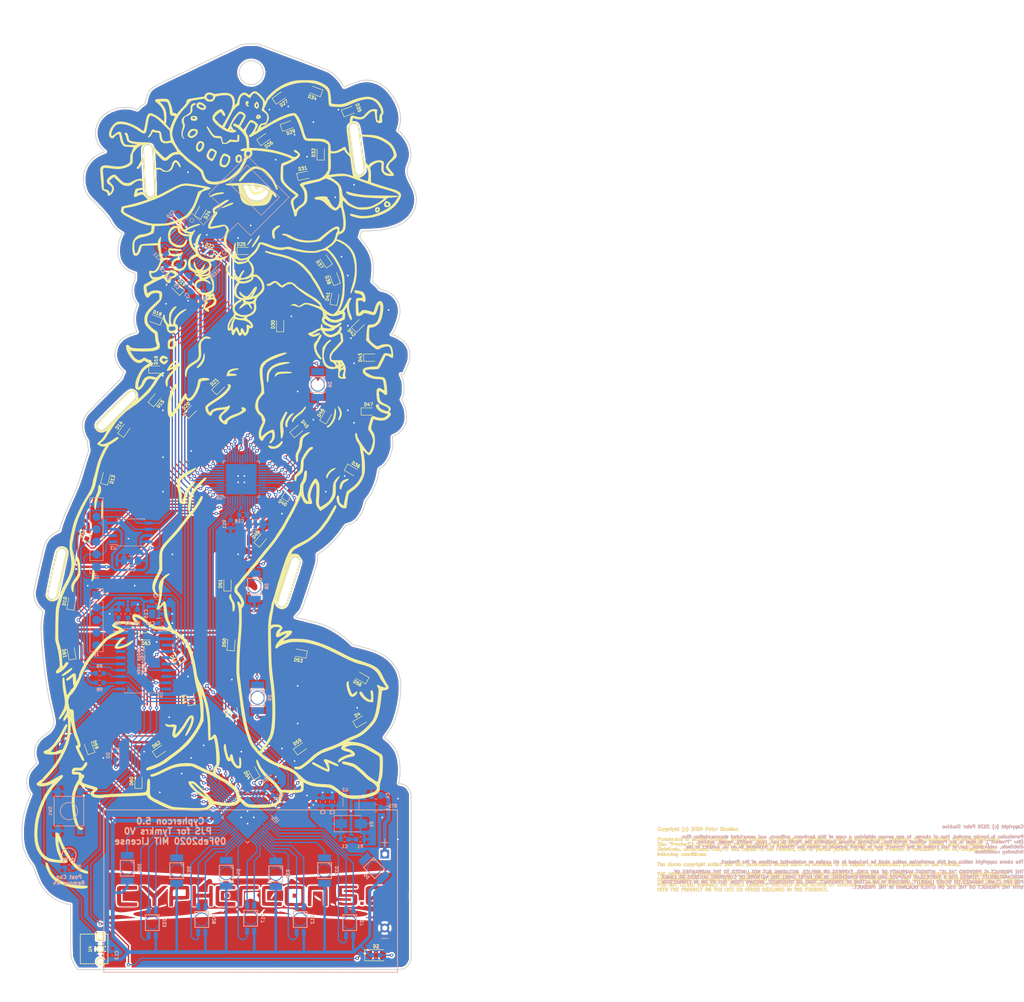
<source format=kicad_pcb>
(kicad_pcb (version 20171130) (host pcbnew "(5.1.5)-3")
  (title_block (title "Cyphercon 5.0 llama") (date 2020-02-09) (rev V0) (company Tymkrs))
  (layers (0 F.Cu signal) (31 B.Cu signal) (34 B.Paste user hide) (35 F.Paste user hide) (36 B.SilkS user) (37 F.SilkS user) (38 B.Mask user) (39 F.Mask user) (44 Edge.Cuts user))
  (net 0 "")
  (net 1 "Net-(D10-Pad1)")
  (net 2 GND)
  (net 3 Sclk)
  (net 4 +3V3)
  (net 5 "Net-(BT1-Pad1)")
  (net 6 "Net-(C7-Pad2)")
  (net 7 "Net-(D2-Pad2)")
  (net 8 IR_OUT)
  (net 9 "Net-(D12-Pad1)")
  (net 10 "Net-(D13-Pad1)")
  (net 11 "Net-(D14-Pad1)")
  (net 12 "Net-(D15-Pad1)")
  (net 13 "Net-(D16-Pad1)")
  (net 14 "Net-(D17-Pad1)")
  (net 15 "Net-(D11-Pad1)")
  (net 16 EEPROM_CS)
  (net 17 MISO)
  (net 18 MOSI)
  (net 19 "Net-(D1-Pad2)")
  (net 20 oLED_DC)
  (net 21 oLED_Reset)
  (net 22 oLED_CS)
  (net 23 POST_CON)
  (net 24 IR_IN)
  (net 25 "Net-(C1-Pad2)")
  (net 26 "Net-(C5-Pad2)")
  (net 27 "Net-(C10-Pad2)")
  (net 28 "Net-(C10-Pad1)")
  (net 29 "Net-(C11-Pad2)")
  (net 30 "Net-(C11-Pad1)")
  (net 31 "Net-(D3-Pad1)")
  (net 32 "Net-(D4-Pad1)")
  (net 33 "Net-(D5-Pad1)")
  (net 34 "Net-(D6-Pad1)")
  (net 35 "Net-(D7-Pad4)")
  (net 36 "Net-(D7-Pad3)")
  (net 37 "Net-(D7-Pad1)")
  (net 38 "Net-(D8-Pad1)")
  (net 39 "Net-(D9-Pad1)")
  (net 40 "Net-(D12-Pad4)")
  (net 41 "Net-(D12-Pad3)")
  (net 42 "Net-(D17-Pad4)")
  (net 43 "Net-(D17-Pad3)")
  (net 44 "Net-(D18-Pad1)")
  (net 45 "Net-(D19-Pad1)")
  (net 46 "Net-(D20-Pad1)")
  (net 47 "Net-(D21-Pad1)")
  (net 48 "Net-(D22-Pad1)")
  (net 49 "Net-(D23-Pad1)")
  (net 50 "Net-(D24-Pad1)")
  (net 51 "Net-(D25-Pad1)")
  (net 52 "Net-(D26-Pad1)")
  (net 53 "Net-(D27-Pad1)")
  (net 54 "Net-(D28-Pad4)")
  (net 55 "Net-(D28-Pad3)")
  (net 56 "Net-(D28-Pad1)")
  (net 57 "Net-(D29-Pad1)")
  (net 58 "Net-(D30-Pad1)")
  (net 59 "Net-(D31-Pad1)")
  (net 60 "Net-(D32-Pad1)")
  (net 61 "Net-(D33-Pad4)")
  (net 62 "Net-(D33-Pad3)")
  (net 63 "Net-(D33-Pad1)")
  (net 64 "Net-(D34-Pad1)")
  (net 65 "Net-(D35-Pad1)")
  (net 66 "Net-(D36-Pad1)")
  (net 67 "Net-(D37-Pad1)")
  (net 68 "Net-(D38-Pad1)")
  (net 69 "Net-(D39-Pad1)")
  (net 70 "Net-(D40-Pad1)")
  (net 71 "Net-(D41-Pad1)")
  (net 72 "Net-(D42-Pad1)")
  (net 73 "Net-(D43-Pad1)")
  (net 74 "Net-(D44-Pad1)")
  (net 75 "Net-(D45-Pad1)")
  (net 76 "Net-(D46-Pad1)")
  (net 77 "Net-(D47-Pad1)")
  (net 78 "Net-(D48-Pad1)")
  (net 79 "Net-(D49-Pad1)")
  (net 80 "Net-(D50-Pad1)")
  (net 81 "Net-(D51-Pad1)")
  (net 82 "Net-(D52-Pad1)")
  (net 83 "Net-(D53-Pad1)")
  (net 84 "Net-(D54-Pad1)")
  (net 85 "Net-(D55-Pad1)")
  (net 86 "Net-(D56-Pad1)")
  (net 87 "Net-(J1-Pad5)")
  (net 88 "Net-(J1-Pad4)")
  (net 89 "Net-(J1-Pad1)")
  (net 90 SDA)
  (net 91 SCL)
  (net 92 "Net-(R10-Pad2)")
  (net 93 "Net-(R11-Pad2)")
  (net 94 "Net-(SW1-Pad1)")
  (net 95 "Net-(D57-Pad1)")
  (net 96 "Net-(D58-Pad1)")
  (net 97 "Net-(D59-Pad1)")
  (net 98 "Net-(D60-Pad1)")
  (net 99 "Net-(D61-Pad1)")
  (net 100 "Net-(D62-Pad1)")
  (net 101 "Net-(D63-Pad1)")
  (net 102 "Net-(D64-Pad1)")
  (net 103 "Net-(U1-Pad17)")
  (net 104 "Net-(U1-Pad3)")
  (module PJS_smt_parts:PTS645_6mm_tact_sw (layer B.Cu) (at 90.17 164.465 90)
    (fp_text reference SW1 (at 0 -3.771708 90) (layer B.SilkS) (effects (font (size 0.635 0.635) (thickness 0.127)) (justify mirror)))
    (fp_text value TACT_6MM)
    (pad 1 smd rect (at -3.975 2.25 90) (size 1.55 1.3) (layers B.Cu B.Paste B.Mask) (net 94 "Net-(SW1-Pad1)"))
    (pad 2 smd rect (at 3.975 2.25 90) (size 1.55 1.3) (layers B.Cu B.Paste B.Mask) (net 89 "Net-(J1-Pad1)"))
    (pad 4 smd rect (at 3.975 -2.25 90) (size 1.55 1.3) (layers B.Cu B.Paste B.Mask) (net 2 GND))
    (pad 3 smd rect (at -3.975 -2.25 90) (size 1.55 1.3) (layers B.Cu B.Paste B.Mask) (net 2 GND))
  )
  (module PJS-pth-parts:Keystone_2462_2x_AA_no_holes (layer B.Cu) (at 127 180.6702)
    (fp_text reference BT1 (at 28.829 -17.272) (layer B.SilkS) (effects (font (size 0.635 0.635)) (justify mirror)))
    (fp_text value "Keystone 2462")
    (fp_text user - (at 27.178 9.4488) (layer B.SilkS) (effects (font (size 1.905 1.905)) (justify mirror)))
    (fp_text user + (at 27.178 -9.9822) (layer B.SilkS) (effects (font (size 1.905 1.905)) (justify mirror)))
    (pad 2 thru_hole circle (at 27.178 7.493) (size 1.778 1.778) (drill 1.016) (layers *.Cu *.Mask) (net 2 GND))
    (pad 1 thru_hole rect (at 27.178 -7.493) (size 1.778 1.778) (drill 1.016) (layers *.Cu *.Mask) (net 5 "Net-(BT1-Pad1)"))
  )
  (module LED_SMD:LED_0603_1608Metric (layer F.Cu) (at 136.906 132.461 170)
    (fp_text reference D53 (at 0 -1.43 170) (layer F.SilkS) (effects (font (size 0.635 0.635))))
    (fp_text value Pink_0603)
    (pad 2 smd roundrect (at 0.787501 0 170) (size 0.875 0.95) (layers F.Cu F.Paste F.Mask) (net 4 +3V3))
    (pad 1 smd roundrect (at -0.787501 0 170) (size 0.875 0.95) (layers F.Cu F.Paste F.Mask) (net 83 "Net-(D53-Pad1)"))
  )
  (module tymkrs:cypheron2020_llama_eye (layer F.Cu) (at 127 101.6)
    (fp_text reference icon11 hide)
    (fp_text value "Eye location" hide)
  )
  (module tymkrs:cypheron2020_llama_silk (layer F.Cu) (at 127 101.6)
    (fp_text reference icon10 hide)
    (fp_text value Silk hide)
  )
  (module tymkrs:cypheron2020_llama_led_guide (layer F.Cu) (at 127 101.6)
    (fp_text reference icon9 hide)
    (fp_text value "LED guide" hide)
  )
  (module tymkrs:cypheron2020_llama_icons_soldermask (layer F.Cu) (at 127 101.6)
    (fp_text reference icon8 hide)
    (fp_text value "Icon soldermask" hide)
  )
  (module tymkrs:cypheron2020_llama_cuts (layer F.Cu) (at 127 101.6)
    (fp_text reference icon6 hide)
    (fp_text value "Cut lines" hide)
    (fp_line (start 0.695893 -92.698314) (end 0.695893 -92.698314) (layer Edge.Cuts) (width 0.18))
    (fp_line (start 0.114725 -92.7) (end 0.695893 -92.698314) (layer Edge.Cuts) (width 0.18))
    (fp_line (start -0.273752 -92.699825) (end 0.114725 -92.7) (layer Edge.Cuts) (width 0.18))
    (fp_line (start -0.723339 -92.694101) (end -0.273752 -92.699825) (layer Edge.Cuts) (width 0.18))
    (fp_line (start -1.093985 -92.672941) (end -0.723339 -92.694101) (layer Edge.Cuts) (width 0.18))
    (fp_line (start -1.4228 -92.626344) (end -1.093985 -92.672941) (layer Edge.Cuts) (width 0.18))
    (fp_line (start -1.746897 -92.544312) (end -1.4228 -92.626344) (layer Edge.Cuts) (width 0.18))
    (fp_line (start -2.103385 -92.416846) (end -1.746897 -92.544312) (layer Edge.Cuts) (width 0.18))
    (fp_line (start -2.529377 -92.233946) (end -2.103385 -92.416846) (layer Edge.Cuts) (width 0.18))
    (fp_line (start -3.061982 -91.985615) (end -2.529377 -92.233946) (layer Edge.Cuts) (width 0.18))
    (fp_line (start -3.738313 -91.661851) (end -3.061982 -91.985615) (layer Edge.Cuts) (width 0.18))
    (fp_line (start -4.188932 -91.44622) (end -3.738313 -91.661851) (layer Edge.Cuts) (width 0.18))
    (fp_line (start -4.647404 -91.228034) (end -4.188932 -91.44622) (layer Edge.Cuts) (width 0.18))
    (fp_line (start -5.013759 -91.055031) (end -4.647404 -91.228034) (layer Edge.Cuts) (width 0.18))
    (fp_line (start -5.258635 -90.941068) (end -5.013759 -91.055031) (layer Edge.Cuts) (width 0.18))
    (fp_line (start -5.352668 -90.9) (end -5.258635 -90.941068) (layer Edge.Cuts) (width 0.18))
    (fp_line (start -5.3851 -90.886409) (end -5.352668 -90.9) (layer Edge.Cuts) (width 0.18))
    (fp_line (start -5.569137 -90.800932) (end -5.3851 -90.886409) (layer Edge.Cuts) (width 0.18))
    (fp_line (start -5.893188 -90.647374) (end -5.569137 -90.800932) (layer Edge.Cuts) (width 0.18))
    (fp_line (start -6.33171 -90.437914) (end -5.893188 -90.647374) (layer Edge.Cuts) (width 0.18))
    (fp_line (start -6.859162 -90.18473) (end -6.33171 -90.437914) (layer Edge.Cuts) (width 0.18))
    (fp_line (start -7.450001 -89.9) (end -6.859162 -90.18473) (layer Edge.Cuts) (width 0.18))
    (fp_line (start -7.790364 -89.735866) (end -7.450001 -89.9) (layer Edge.Cuts) (width 0.18))
    (fp_line (start -8.348823 -89.467442) (end -7.790364 -89.735866) (layer Edge.Cuts) (width 0.18))
    (fp_line (start -8.829632 -89.237461) (end -8.348823 -89.467442) (layer Edge.Cuts) (width 0.18))
    (fp_line (start -9.207202 -89.058105) (end -8.829632 -89.237461) (layer Edge.Cuts) (width 0.18))
    (fp_line (start -9.455946 -88.941557) (end -9.207202 -89.058105) (layer Edge.Cuts) (width 0.18))
    (fp_line (start -9.550276 -88.9) (end -9.455946 -88.941557) (layer Edge.Cuts) (width 0.18))
    (fp_line (start -9.557359 -88.897622) (end -9.550276 -88.9) (layer Edge.Cuts) (width 0.18))
    (fp_line (start -9.690471 -88.837782) (end -9.557359 -88.897622) (layer Edge.Cuts) (width 0.18))
    (fp_line (start -9.970038 -88.707035) (end -9.690471 -88.837782) (layer Edge.Cuts) (width 0.18))
    (fp_line (start -10.368776 -88.518283) (end -9.970038 -88.707035) (layer Edge.Cuts) (width 0.18))
    (fp_line (start -10.859401 -88.284428) (end -10.368776 -88.518283) (layer Edge.Cuts) (width 0.18))
    (fp_line (start -11.414632 -88.018373) (end -10.859401 -88.284428) (layer Edge.Cuts) (width 0.18))
    (fp_line (start -11.613598 -87.922877) (end -11.414632 -88.018373) (layer Edge.Cuts) (width 0.18))
    (fp_line (start -12.230916 -87.627217) (end -11.613598 -87.922877) (layer Edge.Cuts) (width 0.18))
    (fp_line (start -12.973217 -87.272385) (end -12.230916 -87.627217) (layer Edge.Cuts) (width 0.18))
    (fp_line (start -13.556083 -86.994146) (end -12.973217 -87.272385) (layer Edge.Cuts) (width 0.18))
    (fp_line (start -2.204746 -87.607468) (end -2.314238 -86.994146) (layer Edge.Cuts) (width 0.18))
    (fp_line (start -1.943241 -88.17483) (end -2.204746 -87.607468) (layer Edge.Cuts) (width 0.18))
    (fp_line (start -1.534465 -88.663229) (end -1.943241 -88.17483) (layer Edge.Cuts) (width 0.18))
    (fp_line (start -0.983162 -89.039662) (end -1.534465 -88.663229) (layer Edge.Cuts) (width 0.18))
    (fp_line (start -0.527961 -89.214002) (end -0.983162 -89.039662) (layer Edge.Cuts) (width 0.18))
    (fp_line (start 0.101258 -89.299224) (end -0.527961 -89.214002) (layer Edge.Cuts) (width 0.18))
    (fp_line (start 0.710343 -89.222366) (end 0.101258 -89.299224) (layer Edge.Cuts) (width 0.18))
    (fp_line (start 1.273906 -89.002409) (end 0.710343 -89.222366) (layer Edge.Cuts) (width 0.18))
    (fp_line (start 1.766558 -88.658334) (end 1.273906 -89.002409) (layer Edge.Cuts) (width 0.18))
    (fp_line (start 2.16291 -88.209121) (end 1.766558 -88.658334) (layer Edge.Cuts) (width 0.18))
    (fp_line (start 2.437573 -87.673751) (end 2.16291 -88.209121) (layer Edge.Cuts) (width 0.18))
    (fp_line (start 2.565159 -87.071205) (end 2.437573 -87.673751) (layer Edge.Cuts) (width 0.18))
    (fp_line (start 2.520278 -86.420465) (end 2.565159 -87.071205) (layer Edge.Cuts) (width 0.18))
    (fp_line (start 2.305411 -85.784927) (end 2.520278 -86.420465) (layer Edge.Cuts) (width 0.18))
    (fp_line (start 1.918502 -85.213179) (end 2.305411 -85.784927) (layer Edge.Cuts) (width 0.18))
    (fp_line (start 1.377254 -84.76628) (end 1.918502 -85.213179) (layer Edge.Cuts) (width 0.18))
    (fp_line (start 0.867855 -84.532871) (end 1.377254 -84.76628) (layer Edge.Cuts) (width 0.18))
    (fp_line (start 0.227432 -84.420293) (end 0.867855 -84.532871) (layer Edge.Cuts) (width 0.18))
    (fp_line (start -0.419272 -84.475883) (end 0.227432 -84.420293) (layer Edge.Cuts) (width 0.18))
    (fp_line (start -1.027702 -84.694978) (end -0.419272 -84.475883) (layer Edge.Cuts) (width 0.18))
    (fp_line (start -1.5533 -85.072917) (end -1.027702 -84.694978) (layer Edge.Cuts) (width 0.18))
    (fp_line (start -1.683198 -85.208442) (end -1.5533 -85.072917) (layer Edge.Cuts) (width 0.18))
    (fp_line (start -2.058208 -85.76163) (end -1.683198 -85.208442) (layer Edge.Cuts) (width 0.18))
    (fp_line (start -2.266973 -86.367866) (end -2.058208 -85.76163) (layer Edge.Cuts) (width 0.18))
    (fp_line (start -2.314238 -86.994146) (end -2.266973 -86.367866) (layer Edge.Cuts) (width 0.18))
    (fp_line (start -13.80047 -86.877484) (end -13.556083 -86.994146) (layer Edge.Cuts) (width 0.18))
    (fp_line (start -14.672648 -86.461614) (end -13.80047 -86.877484) (layer Edge.Cuts) (width 0.18))
    (fp_line (start -15.549721 -86.043876) (end -14.672648 -86.461614) (layer Edge.Cuts) (width 0.18))
    (fp_line (start -16.391661 -85.643373) (end -15.549721 -86.043876) (layer Edge.Cuts) (width 0.18))
    (fp_line (start -16.567495 -85.559724) (end -16.391661 -85.643373) (layer Edge.Cuts) (width 0.18))
    (fp_line (start -17.487017 -85.118716) (end -16.567495 -85.559724) (layer Edge.Cuts) (width 0.18))
    (fp_line (start -18.246248 -84.74516) (end -17.487017 -85.118716) (layer Edge.Cuts) (width 0.18))
    (fp_line (start -18.863948 -84.426382) (end -18.246248 -84.74516) (layer Edge.Cuts) (width 0.18))
    (fp_line (start -19.358875 -84.149703) (end -18.863948 -84.426382) (layer Edge.Cuts) (width 0.18))
    (fp_line (start -19.749786 -83.902448) (end -19.358875 -84.149703) (layer Edge.Cuts) (width 0.18))
    (fp_line (start -20.05544 -83.67194) (end -19.749786 -83.902448) (layer Edge.Cuts) (width 0.18))
    (fp_line (start -20.294594 -83.445504) (end -20.05544 -83.67194) (layer Edge.Cuts) (width 0.18))
    (fp_line (start -20.486007 -83.210461) (end -20.294594 -83.445504) (layer Edge.Cuts) (width 0.18))
    (fp_line (start -20.648437 -82.954137) (end -20.486007 -83.210461) (layer Edge.Cuts) (width 0.18))
    (fp_line (start -20.800642 -82.663855) (end -20.648437 -82.954137) (layer Edge.Cuts) (width 0.18))
    (fp_line (start -20.937147 -82.34667) (end -20.800642 -82.663855) (layer Edge.Cuts) (width 0.18))
    (fp_line (start -21.107439 -81.838959) (end -20.937147 -82.34667) (layer Edge.Cuts) (width 0.18))
    (fp_line (start -21.218663 -81.369281) (end -21.107439 -81.838959) (layer Edge.Cuts) (width 0.18))
    (fp_line (start -21.222711 -81.344941) (end -21.218663 -81.369281) (layer Edge.Cuts) (width 0.18))
    (fp_line (start -21.291697 -80.986988) (end -21.222711 -81.344941) (layer Edge.Cuts) (width 0.18))
    (fp_line (start -21.371215 -80.764246) (end -21.291697 -80.986988) (layer Edge.Cuts) (width 0.18))
    (fp_line (start -21.493294 -80.616525) (end -21.371215 -80.764246) (layer Edge.Cuts) (width 0.18))
    (fp_line (start -21.689964 -80.483639) (end -21.493294 -80.616525) (layer Edge.Cuts) (width 0.18))
    (fp_line (start -21.882453 -80.353608) (end -21.689964 -80.483639) (layer Edge.Cuts) (width 0.18))
    (fp_line (start -22.203196 -80.101089) (end -21.882453 -80.353608) (layer Edge.Cuts) (width 0.18))
    (fp_line (start -22.516069 -79.822288) (end -22.203196 -80.101089) (layer Edge.Cuts) (width 0.18))
    (fp_line (start -22.982137 -79.375113) (end -22.516069 -79.822288) (layer Edge.Cuts) (width 0.18))
    (fp_line (start -23.452594 -79.535414) (end -22.982137 -79.375113) (layer Edge.Cuts) (width 0.18))
    (fp_line (start -24.31953 -79.757582) (end -23.452594 -79.535414) (layer Edge.Cuts) (width 0.18))
    (fp_line (start -25.394358 -79.852296) (end -24.31953 -79.757582) (layer Edge.Cuts) (width 0.18))
    (fp_line (start -26.478422 -79.760069) (end -25.394358 -79.852296) (layer Edge.Cuts) (width 0.18))
    (fp_line (start -27.243215 -79.590931) (end -26.478422 -79.760069) (layer Edge.Cuts) (width 0.18))
    (fp_line (start -28.288222 -79.221971) (end -27.243215 -79.590931) (layer Edge.Cuts) (width 0.18))
    (fp_line (start -29.202791 -78.721931) (end -28.288222 -79.221971) (layer Edge.Cuts) (width 0.18))
    (fp_line (start -29.977259 -78.099086) (end -29.202791 -78.721931) (layer Edge.Cuts) (width 0.18))
    (fp_line (start -30.601961 -77.361714) (end -29.977259 -78.099086) (layer Edge.Cuts) (width 0.18))
    (fp_line (start -31.067234 -76.518091) (end -30.601961 -77.361714) (layer Edge.Cuts) (width 0.18))
    (fp_line (start -31.363413 -75.576493) (end -31.067234 -76.518091) (layer Edge.Cuts) (width 0.18))
    (fp_line (start -31.370915 -75.532693) (end -31.363413 -75.576493) (layer Edge.Cuts) (width 0.18))
    (fp_line (start 19.91895 -75.836464) (end 19.902484 -75.532693) (layer Edge.Cuts) (width 0.18))
    (fp_line (start 20.003337 -76.079346) (end 19.91895 -75.836464) (layer Edge.Cuts) (width 0.18))
    (fp_line (start 20.192307 -76.307693) (end 20.003337 -76.079346) (layer Edge.Cuts) (width 0.18))
    (fp_line (start 20.225819 -76.339573) (end 20.192307 -76.307693) (layer Edge.Cuts) (width 0.18))
    (fp_line (start 20.587642 -76.549812) (end 20.225819 -76.339573) (layer Edge.Cuts) (width 0.18))
    (fp_line (start 21.00109 -76.608664) (end 20.587642 -76.549812) (layer Edge.Cuts) (width 0.18))
    (fp_line (start 21.392412 -76.504061) (end 21.00109 -76.608664) (layer Edge.Cuts) (width 0.18))
    (fp_line (start 21.498959 -76.438373) (end 21.392412 -76.504061) (layer Edge.Cuts) (width 0.18))
    (fp_line (start 21.595975 -76.349079) (end 21.498959 -76.438373) (layer Edge.Cuts) (width 0.18))
    (fp_line (start 21.682894 -76.220944) (end 21.595975 -76.349079) (layer Edge.Cuts) (width 0.18))
    (fp_line (start 21.763787 -76.036257) (end 21.682894 -76.220944) (layer Edge.Cuts) (width 0.18))
    (fp_line (start 21.842726 -75.777309) (end 21.763787 -76.036257) (layer Edge.Cuts) (width 0.18))
    (fp_line (start 21.923784 -75.426389) (end 21.842726 -75.777309) (layer Edge.Cuts) (width 0.18))
    (fp_line (start 22.011033 -74.965789) (end 21.923784 -75.426389) (layer Edge.Cuts) (width 0.18))
    (fp_line (start 22.108544 -74.377798) (end 22.011033 -74.965789) (layer Edge.Cuts) (width 0.18))
    (fp_line (start 22.220389 -73.644706) (end 22.108544 -74.377798) (layer Edge.Cuts) (width 0.18))
    (fp_line (start 22.350642 -72.748804) (end 22.220389 -73.644706) (layer Edge.Cuts) (width 0.18))
    (fp_line (start 22.503373 -71.672382) (end 22.350642 -72.748804) (layer Edge.Cuts) (width 0.18))
    (fp_line (start 22.570539 -71.193908) (end 22.503373 -71.672382) (layer Edge.Cuts) (width 0.18))
    (fp_line (start 22.693066 -70.309699) (end 22.570539 -71.193908) (layer Edge.Cuts) (width 0.18))
    (fp_line (start 22.804834 -69.488504) (end 22.693066 -70.309699) (layer Edge.Cuts) (width 0.18))
    (fp_line (start 22.902903 -68.752817) (end 22.804834 -69.488504) (layer Edge.Cuts) (width 0.18))
    (fp_line (start 22.984331 -68.12513) (end 22.902903 -68.752817) (layer Edge.Cuts) (width 0.18))
    (fp_line (start 23.046176 -67.627936) (end 22.984331 -68.12513) (layer Edge.Cuts) (width 0.18))
    (fp_line (start 23.085497 -67.283729) (end 23.046176 -67.627936) (layer Edge.Cuts) (width 0.18))
    (fp_line (start 23.099352 -67.115) (end 23.085497 -67.283729) (layer Edge.Cuts) (width 0.18))
    (fp_line (start 23.094007 -67.013434) (end 23.099352 -67.115) (layer Edge.Cuts) (width 0.18))
    (fp_line (start 22.999655 -66.733617) (end 23.094007 -67.013434) (layer Edge.Cuts) (width 0.18))
    (fp_line (start 22.76 -66.44) (end 22.999655 -66.733617) (layer Edge.Cuts) (width 0.18))
    (fp_line (start 22.686946 -66.372127) (end 22.76 -66.44) (layer Edge.Cuts) (width 0.18))
    (fp_line (start 22.307348 -66.15267) (end 22.686946 -66.372127) (layer Edge.Cuts) (width 0.18))
    (fp_line (start 21.913084 -66.110374) (end 22.307348 -66.15267) (layer Edge.Cuts) (width 0.18))
    (fp_line (start 21.544888 -66.242397) (end 21.913084 -66.110374) (layer Edge.Cuts) (width 0.18))
    (fp_line (start 21.243495 -66.545893) (end 21.544888 -66.242397) (layer Edge.Cuts) (width 0.18))
    (fp_line (start 21.241458 -66.549254) (end 21.243495 -66.545893) (layer Edge.Cuts) (width 0.18))
    (fp_line (start 21.19236 -66.708666) (end 21.241458 -66.549254) (layer Edge.Cuts) (width 0.18))
    (fp_line (start 21.121264 -67.039823) (end 21.19236 -66.708666) (layer Edge.Cuts) (width 0.18))
    (fp_line (start 21.031923 -67.517579) (end 21.121264 -67.039823) (layer Edge.Cuts) (width 0.18))
    (fp_line (start 20.92809 -68.116791) (end 21.031923 -67.517579) (layer Edge.Cuts) (width 0.18))
    (fp_line (start 20.813515 -68.812312) (end 20.92809 -68.116791) (layer Edge.Cuts) (width 0.18))
    (fp_line (start 20.691951 -69.578998) (end 20.813515 -68.812312) (layer Edge.Cuts) (width 0.18))
    (fp_line (start 20.567151 -70.391705) (end 20.691951 -69.578998) (layer Edge.Cuts) (width 0.18))
    (fp_line (start 20.442866 -71.225287) (end 20.567151 -70.391705) (layer Edge.Cuts) (width 0.18))
    (fp_line (start 20.322849 -72.054599) (end 20.442866 -71.225287) (layer Edge.Cuts) (width 0.18))
    (fp_line (start 20.210852 -72.854496) (end 20.322849 -72.054599) (layer Edge.Cuts) (width 0.18))
    (fp_line (start 20.110626 -73.599834) (end 20.210852 -72.854496) (layer Edge.Cuts) (width 0.18))
    (fp_line (start 20.025924 -74.265468) (end 20.110626 -73.599834) (layer Edge.Cuts) (width 0.18))
    (fp_line (start 19.960499 -74.826252) (end 20.025924 -74.265468) (layer Edge.Cuts) (width 0.18))
    (fp_line (start 19.918101 -75.257042) (end 19.960499 -74.826252) (layer Edge.Cuts) (width 0.18))
    (fp_line (start 19.902484 -75.532693) (end 19.918101 -75.257042) (layer Edge.Cuts) (width 0.18))
    (fp_line (start -31.41956 -75.248648) (end -31.370915 -75.532693) (layer Edge.Cuts) (width 0.18))
    (fp_line (start -31.449454 -74.3563) (end -31.41956 -75.248648) (layer Edge.Cuts) (width 0.18))
    (fp_line (start -31.311705 -73.4777) (end -31.449454 -74.3563) (layer Edge.Cuts) (width 0.18))
    (fp_line (start -31.017762 -72.64906) (end -31.311705 -73.4777) (layer Edge.Cuts) (width 0.18))
    (fp_line (start -30.579073 -71.906593) (end -31.017762 -72.64906) (layer Edge.Cuts) (width 0.18))
    (fp_line (start -30.007087 -71.286511) (end -30.579073 -71.906593) (layer Edge.Cuts) (width 0.18))
    (fp_line (start -29.518067 -70.86528) (end -30.007087 -71.286511) (layer Edge.Cuts) (width 0.18))
    (fp_line (start -29.598888 -70.832693) (end -29.518067 -70.86528) (layer Edge.Cuts) (width 0.18))
    (fp_line (start -21.796309 -71.215198) (end -21.798263 -70.832693) (layer Edge.Cuts) (width 0.18))
    (fp_line (start -21.779432 -71.512161) (end -21.796309 -71.215198) (layer Edge.Cuts) (width 0.18))
    (fp_line (start -21.734412 -71.708017) (end -21.779432 -71.512161) (layer Edge.Cuts) (width 0.18))
    (fp_line (start -21.648186 -71.855587) (end -21.734412 -71.708017) (layer Edge.Cuts) (width 0.18))
    (fp_line (start -21.507693 -72.007693) (end -21.648186 -71.855587) (layer Edge.Cuts) (width 0.18))
    (fp_line (start -21.481434 -72.032958) (end -21.507693 -72.007693) (layer Edge.Cuts) (width 0.18))
    (fp_line (start -21.116317 -72.24892) (end -21.481434 -72.032958) (layer Edge.Cuts) (width 0.18))
    (fp_line (start -20.697004 -72.307304) (end -21.116317 -72.24892) (layer Edge.Cuts) (width 0.18))
    (fp_line (start -20.294461 -72.197036) (end -20.697004 -72.307304) (layer Edge.Cuts) (width 0.18))
    (fp_line (start -20.253681 -72.174345) (end -20.294461 -72.197036) (layer Edge.Cuts) (width 0.18))
    (fp_line (start -20.139272 -72.094031) (end -20.253681 -72.174345) (layer Edge.Cuts) (width 0.18))
    (fp_line (start -20.043751 -71.985525) (end -20.139272 -72.094031) (layer Edge.Cuts) (width 0.18))
    (fp_line (start -19.964069 -71.829757) (end -20.043751 -71.985525) (layer Edge.Cuts) (width 0.18))
    (fp_line (start -19.897177 -71.607659) (end -19.964069 -71.829757) (layer Edge.Cuts) (width 0.18))
    (fp_line (start -19.840026 -71.30016) (end -19.897177 -71.607659) (layer Edge.Cuts) (width 0.18))
    (fp_line (start -19.789566 -70.888191) (end -19.840026 -71.30016) (layer Edge.Cuts) (width 0.18))
    (fp_line (start -19.742749 -70.352684) (end -19.789566 -70.888191) (layer Edge.Cuts) (width 0.18))
    (fp_line (start -19.696526 -69.674567) (end -19.742749 -70.352684) (layer Edge.Cuts) (width 0.18))
    (fp_line (start -19.647847 -68.834773) (end -19.696526 -69.674567) (layer Edge.Cuts) (width 0.18))
    (fp_line (start -19.593663 -67.814231) (end -19.647847 -68.834773) (layer Edge.Cuts) (width 0.18))
    (fp_line (start -19.562962 -67.219153) (end -19.593663 -67.814231) (layer Edge.Cuts) (width 0.18))
    (fp_line (start -19.508009 -66.12643) (end -19.562962 -67.219153) (layer Edge.Cuts) (width 0.18))
    (fp_line (start -19.464756 -65.208904) (end -19.508009 -66.12643) (layer Edge.Cuts) (width 0.18))
    (fp_line (start -19.433249 -64.450077) (end -19.464756 -65.208904) (layer Edge.Cuts) (width 0.18))
    (fp_line (start -19.414544 -63.865008) (end -19.433249 -64.450077) (layer Edge.Cuts) (width 0.18))
    (fp_line (start -1.617802 -64.022199) (end -1.647372 -63.865008) (layer Edge.Cuts) (width 0.18))
    (fp_line (start -1.500532 -64.066729) (end -1.617802 -64.022199) (layer Edge.Cuts) (width 0.18))
    (fp_line (start -1.213786 -64.102008) (end -1.500532 -64.066729) (layer Edge.Cuts) (width 0.18))
    (fp_line (start -0.808588 -64.118322) (end -1.213786 -64.102008) (layer Edge.Cuts) (width 0.18))
    (fp_line (start -0.328738 -64.116014) (end -0.808588 -64.118322) (layer Edge.Cuts) (width 0.18))
    (fp_line (start 0.181962 -64.095425) (end -0.328738 -64.116014) (layer Edge.Cuts) (width 0.18))
    (fp_line (start 0.679713 -64.0569) (end 0.181962 -64.095425) (layer Edge.Cuts) (width 0.18))
    (fp_line (start 1.120712 -64.000779) (end 0.679713 -64.0569) (layer Edge.Cuts) (width 0.18))
    (fp_line (start 1.643901 -63.905996) (end 1.120712 -64.000779) (layer Edge.Cuts) (width 0.18))
    (fp_line (start 2.411614 -63.716881) (end 1.643901 -63.905996) (layer Edge.Cuts) (width 0.18))
    (fp_line (start 2.991931 -63.496531) (end 2.411614 -63.716881) (layer Edge.Cuts) (width 0.18))
    (fp_line (start 3.391747 -63.242045) (end 2.991931 -63.496531) (layer Edge.Cuts) (width 0.18))
    (fp_line (start 3.617956 -62.950525) (end 3.391747 -63.242045) (layer Edge.Cuts) (width 0.18))
    (fp_line (start 3.682468 -62.625091) (end 3.617956 -62.950525) (layer Edge.Cuts) (width 0.18))
    (fp_line (start 3.592191 -62.222578) (end 3.682468 -62.625091) (layer Edge.Cuts) (width 0.18))
    (fp_line (start 3.347553 -61.807822) (end 3.592191 -62.222578) (layer Edge.Cuts) (width 0.18))
    (fp_line (start 2.966406 -61.410153) (end 3.347553 -61.807822) (layer Edge.Cuts) (width 0.18))
    (fp_line (start 2.4666 -61.058897) (end 2.966406 -61.410153) (layer Edge.Cuts) (width 0.18))
    (fp_line (start 1.86643 -60.819728) (end 2.4666 -61.058897) (layer Edge.Cuts) (width 0.18))
    (fp_line (start 1.22028 -60.746346) (end 1.86643 -60.819728) (layer Edge.Cuts) (width 0.18))
    (fp_line (start 0.576617 -60.833803) (end 1.22028 -60.746346) (layer Edge.Cuts) (width 0.18))
    (fp_line (start -0.018431 -61.07581) (end 0.576617 -60.833803) (layer Edge.Cuts) (width 0.18))
    (fp_line (start -0.518732 -61.466073) (end -0.018431 -61.07581) (layer Edge.Cuts) (width 0.18))
    (fp_line (start -0.631195 -61.599098) (end -0.518732 -61.466073) (layer Edge.Cuts) (width 0.18))
    (fp_line (start -0.855401 -61.9313) (end -0.631195 -61.599098) (layer Edge.Cuts) (width 0.18))
    (fp_line (start -1.080938 -62.335794) (end -0.855401 -61.9313) (layer Edge.Cuts) (width 0.18))
    (fp_line (start -1.290353 -62.771996) (end -1.080938 -62.335794) (layer Edge.Cuts) (width 0.18))
    (fp_line (start -1.466198 -63.199322) (end -1.290353 -62.771996) (layer Edge.Cuts) (width 0.18))
    (fp_line (start -1.591021 -63.577188) (end -1.466198 -63.199322) (layer Edge.Cuts) (width 0.18))
    (fp_line (start -1.647372 -63.865008) (end -1.591021 -63.577188) (layer Edge.Cuts) (width 0.18))
    (fp_line (start -19.413536 -63.83345) (end -19.414544 -63.865008) (layer Edge.Cuts) (width 0.18))
    (fp_line (start -19.40566 -63.342523) (end -19.413536 -63.83345) (layer Edge.Cuts) (width 0.18))
    (fp_line (start -19.40967 -62.960798) (end -19.40566 -63.342523) (layer Edge.Cuts) (width 0.18))
    (fp_line (start -19.42561 -62.671775) (end -19.40967 -62.960798) (layer Edge.Cuts) (width 0.18))
    (fp_line (start -19.453528 -62.458957) (end -19.42561 -62.671775) (layer Edge.Cuts) (width 0.18))
    (fp_line (start -19.493468 -62.305842) (end -19.453528 -62.458957) (layer Edge.Cuts) (width 0.18))
    (fp_line (start -19.545478 -62.195933) (end -19.493468 -62.305842) (layer Edge.Cuts) (width 0.18))
    (fp_line (start -19.609603 -62.112731) (end -19.545478 -62.195933) (layer Edge.Cuts) (width 0.18))
    (fp_line (start -19.811468 -61.939505) (end -19.609603 -62.112731) (layer Edge.Cuts) (width 0.18))
    (fp_line (start -20.066113 -61.793874) (end -19.811468 -61.939505) (layer Edge.Cuts) (width 0.18))
    (fp_line (start -20.281134 -61.724767) (end -20.066113 -61.793874) (layer Edge.Cuts) (width 0.18))
    (fp_line (start -20.521253 -61.719015) (end -20.281134 -61.724767) (layer Edge.Cuts) (width 0.18))
    (fp_line (start -20.790361 -61.826475) (end -20.521253 -61.719015) (layer Edge.Cuts) (width 0.18))
    (fp_line (start -20.794536 -61.828621) (end -20.790361 -61.826475) (layer Edge.Cuts) (width 0.18))
    (fp_line (start -20.942599 -61.908144) (end -20.794536 -61.828621) (layer Edge.Cuts) (width 0.18))
    (fp_line (start -21.064915 -61.992986) (end -20.942599 -61.908144) (layer Edge.Cuts) (width 0.18))
    (fp_line (start -21.165089 -62.102588) (end -21.064915 -61.992986) (layer Edge.Cuts) (width 0.18))
    (fp_line (start -21.246727 -62.256392) (end -21.165089 -62.102588) (layer Edge.Cuts) (width 0.18))
    (fp_line (start -21.313432 -62.47384) (end -21.246727 -62.256392) (layer Edge.Cuts) (width 0.18))
    (fp_line (start -21.368809 -62.774373) (end -21.313432 -62.47384) (layer Edge.Cuts) (width 0.18))
    (fp_line (start -21.416463 -63.177433) (end -21.368809 -62.774373) (layer Edge.Cuts) (width 0.18))
    (fp_line (start -21.459998 -63.70246) (end -21.416463 -63.177433) (layer Edge.Cuts) (width 0.18))
    (fp_line (start -21.503019 -64.368898) (end -21.459998 -63.70246) (layer Edge.Cuts) (width 0.18))
    (fp_line (start -21.54913 -65.196187) (end -21.503019 -64.368898) (layer Edge.Cuts) (width 0.18))
    (fp_line (start -21.601937 -66.203769) (end -21.54913 -65.196187) (layer Edge.Cuts) (width 0.18))
    (fp_line (start -21.643775 -67.029098) (end -21.601937 -66.203769) (layer Edge.Cuts) (width 0.18))
    (fp_line (start -21.685469 -67.894317) (end -21.643775 -67.029098) (layer Edge.Cuts) (width 0.18))
    (fp_line (start -21.722437 -68.705999) (end -21.685469 -67.894317) (layer Edge.Cuts) (width 0.18))
    (fp_line (start -21.753441 -69.43491) (end -21.722437 -68.705999) (layer Edge.Cuts) (width 0.18))
    (fp_line (start -21.77724 -70.051818) (end -21.753441 -69.43491) (layer Edge.Cuts) (width 0.18))
    (fp_line (start -21.792594 -70.52749) (end -21.77724 -70.051818) (layer Edge.Cuts) (width 0.18))
    (fp_line (start -21.798263 -70.832693) (end -21.792594 -70.52749) (layer Edge.Cuts) (width 0.18))
    (fp_line (start -30.293314 -70.552697) (end -29.598888 -70.832693) (layer Edge.Cuts) (width 0.18))
    (fp_line (start -30.431576 -70.495064) (end -30.293314 -70.552697) (layer Edge.Cuts) (width 0.18))
    (fp_line (start -31.376488 -69.988048) (end -30.431576 -70.495064) (layer Edge.Cuts) (width 0.18))
    (fp_line (start -32.194881 -69.342056) (end -31.376488 -69.988048) (layer Edge.Cuts) (width 0.18))
    (fp_line (start -32.871818 -68.573623) (end -32.194881 -69.342056) (layer Edge.Cuts) (width 0.18))
    (fp_line (start -33.392364 -67.699281) (end -32.871818 -68.573623) (layer Edge.Cuts) (width 0.18))
    (fp_line (start -33.741581 -66.735566) (end -33.392364 -67.699281) (layer Edge.Cuts) (width 0.18))
    (fp_line (start -33.79094 -66.511792) (end -33.741581 -66.735566) (layer Edge.Cuts) (width 0.18))
    (fp_line (start -33.873332 -65.843033) (end -33.79094 -66.511792) (layer Edge.Cuts) (width 0.18))
    (fp_line (start -33.892628 -65.104633) (end -33.873332 -65.843033) (layer Edge.Cuts) (width 0.18))
    (fp_line (start -33.84882 -64.382973) (end -33.892628 -65.104633) (layer Edge.Cuts) (width 0.18))
    (fp_line (start -33.741897 -63.764435) (end -33.84882 -64.382973) (layer Edge.Cuts) (width 0.18))
    (fp_line (start -33.71128 -63.648007) (end -33.741897 -63.764435) (layer Edge.Cuts) (width 0.18))
    (fp_line (start -33.510718 -63.010442) (end -33.71128 -63.648007) (layer Edge.Cuts) (width 0.18))
    (fp_line (start -33.264274 -62.461227) (end -33.510718 -63.010442) (layer Edge.Cuts) (width 0.18))
    (fp_line (start -32.941517 -61.950993) (end -33.264274 -62.461227) (layer Edge.Cuts) (width 0.18))
    (fp_line (start -32.512014 -61.430373) (end -32.941517 -61.950993) (layer Edge.Cuts) (width 0.18))
    (fp_line (start -31.945335 -60.85) (end -32.512014 -61.430373) (layer Edge.Cuts) (width 0.18))
    (fp_line (start -31.5981 -60.50899) (end -31.945335 -60.85) (layer Edge.Cuts) (width 0.18))
    (fp_line (start -30.825722 -59.721195) (end -31.5981 -60.50899) (layer Edge.Cuts) (width 0.18))
    (fp_line (start -30.122527 -58.962944) (end -30.825722 -59.721195) (layer Edge.Cuts) (width 0.18))
    (fp_line (start -29.505361 -58.253992) (end -30.122527 -58.962944) (layer Edge.Cuts) (width 0.18))
    (fp_line (start -28.99107 -57.614092) (end -29.505361 -58.253992) (layer Edge.Cuts) (width 0.18))
    (fp_line (start -28.596499 -57.062999) (end -28.99107 -57.614092) (layer Edge.Cuts) (width 0.18))
    (fp_line (start -28.338495 -56.620468) (end -28.596499 -57.062999) (layer Edge.Cuts) (width 0.18))
    (fp_line (start -28.159204 -56.288998) (end -28.338495 -56.620468) (layer Edge.Cuts) (width 0.18))
    (fp_line (start -27.673847 -55.611031) (end -28.159204 -56.288998) (layer Edge.Cuts) (width 0.18))
    (fp_line (start -27.088081 -55.010687) (end -27.673847 -55.611031) (layer Edge.Cuts) (width 0.18))
    (fp_line (start -26.457346 -54.549018) (end -27.088081 -55.010687) (layer Edge.Cuts) (width 0.18))
    (fp_line (start -26.004828 -54.283825) (end -26.457346 -54.549018) (layer Edge.Cuts) (width 0.18))
    (fp_line (start -26.243595 -53.812642) (end -26.004828 -54.283825) (layer Edge.Cuts) (width 0.18))
    (fp_line (start -26.459681 -53.324998) (end -26.243595 -53.812642) (layer Edge.Cuts) (width 0.18))
    (fp_line (start -26.732908 -52.42059) (end -26.459681 -53.324998) (layer Edge.Cuts) (width 0.18))
    (fp_line (start -26.885898 -51.462326) (end -26.732908 -52.42059) (layer Edge.Cuts) (width 0.18))
    (fp_line (start -26.915191 -50.500768) (end -26.885898 -51.462326) (layer Edge.Cuts) (width 0.18))
    (fp_line (start -26.817325 -49.586482) (end -26.915191 -50.500768) (layer Edge.Cuts) (width 0.18))
    (fp_line (start -26.588837 -48.770028) (end -26.817325 -49.586482) (layer Edge.Cuts) (width 0.18))
    (fp_line (start -26.530267 -48.629085) (end -26.588837 -48.770028) (layer Edge.Cuts) (width 0.18))
    (fp_line (start -26.091162 -47.867432) (end -26.530267 -48.629085) (layer Edge.Cuts) (width 0.18))
    (fp_line (start -25.500833 -47.215912) (end -26.091162 -47.867432) (layer Edge.Cuts) (width 0.18))
    (fp_line (start -24.786404 -46.699701) (end -25.500833 -47.215912) (layer Edge.Cuts) (width 0.18))
    (fp_line (start -23.975 -46.343975) (end -24.786404 -46.699701) (layer Edge.Cuts) (width 0.18))
    (fp_line (start -23.400001 -46.163476) (end -23.975 -46.343975) (layer Edge.Cuts) (width 0.18))
    (fp_line (start -23.4 -45.43764) (end -23.400001 -46.163476) (layer Edge.Cuts) (width 0.18))
    (fp_line (start -23.400139 -45.397999) (end -23.4 -45.43764) (layer Edge.Cuts) (width 0.18))
    (fp_line (start -23.414486 -45.041872) (end -23.400139 -45.397999) (layer Edge.Cuts) (width 0.18))
    (fp_line (start -23.447806 -44.775515) (end -23.414486 -45.041872) (layer Edge.Cuts) (width 0.18))
    (fp_line (start -23.493527 -44.654002) (end -23.447806 -44.775515) (layer Edge.Cuts) (width 0.18))
    (fp_line (start -23.55865 -44.566576) (end -23.493527 -44.654002) (layer Edge.Cuts) (width 0.18))
    (fp_line (start -23.673982 -44.335801) (end -23.55865 -44.566576) (layer Edge.Cuts) (width 0.18))
    (fp_line (start -23.802569 -44.0231) (end -23.673982 -44.335801) (layer Edge.Cuts) (width 0.18))
    (fp_line (start -23.96016 -43.456285) (end -23.802569 -44.0231) (layer Edge.Cuts) (width 0.18))
    (fp_line (start -24.028095 -42.632605) (end -23.96016 -43.456285) (layer Edge.Cuts) (width 0.18))
    (fp_line (start -23.933301 -41.789059) (end -24.028095 -42.632605) (layer Edge.Cuts) (width 0.18))
    (fp_line (start -23.682062 -40.971377) (end -23.933301 -41.789059) (layer Edge.Cuts) (width 0.18))
    (fp_line (start -23.280662 -40.225287) (end -23.682062 -40.971377) (layer Edge.Cuts) (width 0.18))
    (fp_line (start -22.990787 -39.800573) (end -23.280662 -40.225287) (layer Edge.Cuts) (width 0.18))
    (fp_line (start -23.310274 -38.875287) (end -22.990787 -39.800573) (layer Edge.Cuts) (width 0.18))
    (fp_line (start -23.35562 -38.742486) (end -23.310274 -38.875287) (layer Edge.Cuts) (width 0.18))
    (fp_line (start -23.49776 -38.282298) (end -23.35562 -38.742486) (layer Edge.Cuts) (width 0.18))
    (fp_line (start -23.581165 -37.88945) (end -23.49776 -38.282298) (layer Edge.Cuts) (width 0.18))
    (fp_line (start -23.620654 -37.474998) (end -23.581165 -37.88945) (layer Edge.Cuts) (width 0.18))
    (fp_line (start -23.631047 -36.95) (end -23.620654 -37.474998) (layer Edge.Cuts) (width 0.18))
    (fp_line (start -23.631063 -36.909446) (end -23.631047 -36.95) (layer Edge.Cuts) (width 0.18))
    (fp_line (start -23.620135 -36.389464) (end -23.631063 -36.909446) (layer Edge.Cuts) (width 0.18))
    (fp_line (start -23.579875 -35.984152) (end -23.620135 -36.389464) (layer Edge.Cuts) (width 0.18))
    (fp_line (start -23.49811 -35.614126) (end -23.579875 -35.984152) (layer Edge.Cuts) (width 0.18))
    (fp_line (start -23.362664 -35.2) (end -23.49811 -35.614126) (layer Edge.Cuts) (width 0.18))
    (fp_line (start -23.332718 -35.11626) (end -23.362664 -35.2) (layer Edge.Cuts) (width 0.18))
    (fp_line (start -23.207169 -34.754554) (end -23.332718 -35.11626) (layer Edge.Cuts) (width 0.18))
    (fp_line (start -23.113983 -34.469177) (end -23.207169 -34.754554) (layer Edge.Cuts) (width 0.18))
    (fp_line (start -23.071499 -34.315815) (end -23.113983 -34.469177) (layer Edge.Cuts) (width 0.18))
    (fp_line (start -23.122501 -34.234786) (end -23.071499 -34.315815) (layer Edge.Cuts) (width 0.18))
    (fp_line (start -23.363747 -34.119654) (end -23.122501 -34.234786) (layer Edge.Cuts) (width 0.18))
    (fp_line (start -23.8 -33.990484) (end -23.363747 -34.119654) (layer Edge.Cuts) (width 0.18))
    (fp_line (start -24.164234 -33.888169) (end -23.8 -33.990484) (layer Edge.Cuts) (width 0.18))
    (fp_line (start -25.119947 -33.51088) (end -24.164234 -33.888169) (layer Edge.Cuts) (width 0.18))
    (fp_line (start -25.921071 -33.018255) (end -25.119947 -33.51088) (layer Edge.Cuts) (width 0.18))
    (fp_line (start -26.562653 -32.415659) (end -25.921071 -33.018255) (layer Edge.Cuts) (width 0.18))
    (fp_line (start -27.03974 -31.708461) (end -26.562653 -32.415659) (layer Edge.Cuts) (width 0.18))
    (fp_line (start -27.347379 -30.902029) (end -27.03974 -31.708461) (layer Edge.Cuts) (width 0.18))
    (fp_line (start -27.480617 -30.001731) (end -27.347379 -30.902029) (layer Edge.Cuts) (width 0.18))
    (fp_line (start -27.4898 -29.745037) (end -27.480617 -30.001731) (layer Edge.Cuts) (width 0.18))
    (fp_line (start -27.480006 -29.296104) (end -27.4898 -29.745037) (layer Edge.Cuts) (width 0.18))
    (fp_line (start -27.421177 -28.912807) (end -27.480006 -29.296104) (layer Edge.Cuts) (width 0.18))
    (fp_line (start -27.302635 -28.505397) (end -27.421177 -28.912807) (layer Edge.Cuts) (width 0.18))
    (fp_line (start -27.156238 -28.128797) (end -27.302635 -28.505397) (layer Edge.Cuts) (width 0.18))
    (fp_line (start -26.82723 -27.493785) (end -27.156238 -28.128797) (layer Edge.Cuts) (width 0.18))
    (fp_line (start -26.435991 -26.930996) (end -26.82723 -27.493785) (layer Edge.Cuts) (width 0.18))
    (fp_line (start -26.023079 -26.50387) (end -26.435991 -26.930996) (layer Edge.Cuts) (width 0.18))
    (fp_line (start -25.667758 -26.210985) (end -26.023079 -26.50387) (layer Edge.Cuts) (width 0.18))
    (fp_line (start -25.933879 -25.617988) (end -25.667758 -26.210985) (layer Edge.Cuts) (width 0.18))
    (fp_line (start -26.061275 -25.322589) (end -25.933879 -25.617988) (layer Edge.Cuts) (width 0.18))
    (fp_line (start -26.161573 -25.06522) (end -26.061275 -25.322589) (layer Edge.Cuts) (width 0.18))
    (fp_line (start -26.200001 -24.931185) (end -26.161573 -25.06522) (layer Edge.Cuts) (width 0.18))
    (fp_line (start -26.259043 -24.854745) (end -26.200001 -24.931185) (layer Edge.Cuts) (width 0.18))
    (fp_line (start -26.446938 -24.649787) (end -26.259043 -24.854745) (layer Edge.Cuts) (width 0.18))
    (fp_line (start -26.750128 -24.331663) (end -26.446938 -24.649787) (layer Edge.Cuts) (width 0.18))
    (fp_line (start -27.154664 -23.914663) (end -26.750128 -24.331663) (layer Edge.Cuts) (width 0.18))
    (fp_line (start -27.646593 -23.413077) (end -27.154664 -23.914663) (layer Edge.Cuts) (width 0.18))
    (fp_line (start -28.211966 -22.841193) (end -27.646593 -23.413077) (layer Edge.Cuts) (width 0.18))
    (fp_line (start -28.836832 -22.2133) (end -28.211966 -22.841193) (layer Edge.Cuts) (width 0.18))
    (fp_line (start -29.507239 -21.54369) (end -28.836832 -22.2133) (layer Edge.Cuts) (width 0.18))
    (fp_line (start -30.062679 -20.988566) (end -29.507239 -21.54369) (layer Edge.Cuts) (width 0.18))
    (fp_line (start -30.72998 -20.316406) (end -30.062679 -20.988566) (layer Edge.Cuts) (width 0.18))
    (fp_line (start -31.354123 -19.682097) (end -30.72998 -20.316406) (layer Edge.Cuts) (width 0.18))
    (fp_line (start -31.918566 -19.102733) (end -31.354123 -19.682097) (layer Edge.Cuts) (width 0.18))
    (fp_line (start -32.406769 -18.595413) (end -31.918566 -19.102733) (layer Edge.Cuts) (width 0.18))
    (fp_line (start -32.802191 -18.177234) (end -32.406769 -18.595413) (layer Edge.Cuts) (width 0.18))
    (fp_line (start -33.088291 -17.865291) (end -32.802191 -18.177234) (layer Edge.Cuts) (width 0.18))
    (fp_line (start -33.248526 -17.676683) (end -33.088291 -17.865291) (layer Edge.Cuts) (width 0.18))
    (fp_line (start -33.456821 -17.365352) (end -33.248526 -17.676683) (layer Edge.Cuts) (width 0.18))
    (fp_line (start -33.715102 -16.889642) (end -33.456821 -17.365352) (layer Edge.Cuts) (width 0.18))
    (fp_line (start -33.902777 -16.441657) (end -33.715102 -16.889642) (layer Edge.Cuts) (width 0.18))
    (fp_line (start -34.046364 -15.865385) (end -33.902777 -16.441657) (layer Edge.Cuts) (width 0.18))
    (fp_line (start -34.080322 -15.364233) (end -34.046364 -15.865385) (layer Edge.Cuts) (width 0.18))
    (fp_line (start -31.167641 -15.765888) (end -31.271633 -15.364233) (layer Edge.Cuts) (width 0.18))
    (fp_line (start -31.122091 -15.829281) (end -31.167641 -15.765888) (layer Edge.Cuts) (width 0.18))
    (fp_line (start -30.941336 -16.036546) (end -31.122091 -15.829281) (layer Edge.Cuts) (width 0.18))
    (fp_line (start -30.642467 -16.357922) (end -30.941336 -16.036546) (layer Edge.Cuts) (width 0.18))
    (fp_line (start -30.240982 -16.777423) (end -30.642467 -16.357922) (layer Edge.Cuts) (width 0.18))
    (fp_line (start -29.752379 -17.279063) (end -30.240982 -16.777423) (layer Edge.Cuts) (width 0.18))
    (fp_line (start -29.192155 -17.846858) (end -29.752379 -17.279063) (layer Edge.Cuts) (width 0.18))
    (fp_line (start -28.575809 -18.46482) (end -29.192155 -17.846858) (layer Edge.Cuts) (width 0.18))
    (fp_line (start -27.918838 -19.116965) (end -28.575809 -18.46482) (layer Edge.Cuts) (width 0.18))
    (fp_line (start -27.75622 -19.277545) (end -27.918838 -19.116965) (layer Edge.Cuts) (width 0.18))
    (fp_line (start -26.986592 -20.03518) (end -27.75622 -19.277545) (layer Edge.Cuts) (width 0.18))
    (fp_line (start -26.341547 -20.663859) (end -26.986592 -20.03518) (layer Edge.Cuts) (width 0.18))
    (fp_line (start -25.807335 -21.174432) (end -26.341547 -20.663859) (layer Edge.Cuts) (width 0.18))
    (fp_line (start -25.370212 -21.577748) (end -25.807335 -21.174432) (layer Edge.Cuts) (width 0.18))
    (fp_line (start -25.016428 -21.884657) (end -25.370212 -21.577748) (layer Edge.Cuts) (width 0.18))
    (fp_line (start -24.732237 -22.106009) (end -25.016428 -21.884657) (layer Edge.Cuts) (width 0.18))
    (fp_line (start -24.50389 -22.252652) (end -24.732237 -22.106009) (layer Edge.Cuts) (width 0.18))
    (fp_line (start -24.317642 -22.335436) (end -24.50389 -22.252652) (layer Edge.Cuts) (width 0.18))
    (fp_line (start -24.159743 -22.36521) (end -24.317642 -22.335436) (layer Edge.Cuts) (width 0.18))
    (fp_line (start -24.016448 -22.352824) (end -24.159743 -22.36521) (layer Edge.Cuts) (width 0.18))
    (fp_line (start -23.874008 -22.309128) (end -24.016448 -22.352824) (layer Edge.Cuts) (width 0.18))
    (fp_line (start -23.522695 -22.105602) (end -23.874008 -22.309128) (layer Edge.Cuts) (width 0.18))
    (fp_line (start -23.280517 -21.766617) (end -23.522695 -22.105602) (layer Edge.Cuts) (width 0.18))
    (fp_line (start -23.2 -21.309994) (end -23.280517 -21.766617) (layer Edge.Cuts) (width 0.18))
    (fp_line (start -23.2 -20.8577) (end -23.2 -21.309994) (layer Edge.Cuts) (width 0.18))
    (fp_line (start -26.175 -17.867957) (end -23.2 -20.8577) (layer Edge.Cuts) (width 0.18))
    (fp_line (start -26.469789 -17.572206) (end -26.175 -17.867957) (layer Edge.Cuts) (width 0.18))
    (fp_line (start -27.10775 -16.935577) (end -26.469789 -17.572206) (layer Edge.Cuts) (width 0.18))
    (fp_line (start -27.707743 -16.34135) (end -27.10775 -16.935577) (layer Edge.Cuts) (width 0.18))
    (fp_line (start -28.252678 -15.806178) (end -27.707743 -16.34135) (layer Edge.Cuts) (width 0.18))
    (fp_line (start -28.725462 -15.346714) (end -28.252678 -15.806178) (layer Edge.Cuts) (width 0.18))
    (fp_line (start -29.109006 -14.979612) (end -28.725462 -15.346714) (layer Edge.Cuts) (width 0.18))
    (fp_line (start -29.386217 -14.721525) (end -29.109006 -14.979612) (layer Edge.Cuts) (width 0.18))
    (fp_line (start -29.540004 -14.589107) (end -29.386217 -14.721525) (layer Edge.Cuts) (width 0.18))
    (fp_line (start -29.671502 -14.49918) (end -29.540004 -14.589107) (layer Edge.Cuts) (width 0.18))
    (fp_line (start -30.101058 -14.320658) (end -29.671502 -14.49918) (layer Edge.Cuts) (width 0.18))
    (fp_line (start -30.505456 -14.339642) (end -30.101058 -14.320658) (layer Edge.Cuts) (width 0.18))
    (fp_line (start -30.888928 -14.556029) (end -30.505456 -14.339642) (layer Edge.Cuts) (width 0.18))
    (fp_line (start -30.943781 -14.605168) (end -30.888928 -14.556029) (layer Edge.Cuts) (width 0.18))
    (fp_line (start -31.19327 -14.961078) (end -30.943781 -14.605168) (layer Edge.Cuts) (width 0.18))
    (fp_line (start -31.271633 -15.364233) (end -31.19327 -14.961078) (layer Edge.Cuts) (width 0.18))
    (fp_line (start -34.105966 -14.985768) (end -34.080322 -15.364233) (layer Edge.Cuts) (width 0.18))
    (fp_line (start -33.9938 -14.098508) (end -34.105966 -14.985768) (layer Edge.Cuts) (width 0.18))
    (fp_line (start -33.71662 -13.246734) (end -33.9938 -14.098508) (layer Edge.Cuts) (width 0.18))
    (fp_line (start -33.281182 -12.473573) (end -33.71662 -13.246734) (layer Edge.Cuts) (width 0.18))
    (fp_line (start -33.243688 -12.41778) (end -33.281182 -12.473573) (layer Edge.Cuts) (width 0.18))
    (fp_line (start -33.09432 -12.063907) (end -33.243688 -12.41778) (layer Edge.Cuts) (width 0.18))
    (fp_line (start -33.035394 -11.591928) (end -33.09432 -12.063907) (layer Edge.Cuts) (width 0.18))
    (fp_line (start -33.022447 -11.381503) (end -33.035394 -11.591928) (layer Edge.Cuts) (width 0.18))
    (fp_line (start -32.973746 -10.966065) (end -33.022447 -11.381503) (layer Edge.Cuts) (width 0.18))
    (fp_line (start -32.907067 -10.626243) (end -32.973746 -10.966065) (layer Edge.Cuts) (width 0.18))
    (fp_line (start -32.862342 -10.41677) (end -32.907067 -10.626243) (layer Edge.Cuts) (width 0.18))
    (fp_line (start -32.860929 -10.192423) (end -32.862342 -10.41677) (layer Edge.Cuts) (width 0.18))
    (fp_line (start -32.922828 -9.92289) (end -32.860929 -10.192423) (layer Edge.Cuts) (width 0.18))
    (fp_line (start -33.057529 -9.539621) (end -32.922828 -9.92289) (layer Edge.Cuts) (width 0.18))
    (fp_line (start -33.086134 -9.461359) (end -33.057529 -9.539621) (layer Edge.Cuts) (width 0.18))
    (fp_line (start -33.207166 -9.105774) (end -33.086134 -9.461359) (layer Edge.Cuts) (width 0.18))
    (fp_line (start -33.367243 -8.61064) (end -33.207166 -9.105774) (layer Edge.Cuts) (width 0.18))
    (fp_line (start -33.553842 -8.015715) (end -33.367243 -8.61064) (layer Edge.Cuts) (width 0.18))
    (fp_line (start -33.754438 -7.360759) (end -33.553842 -8.015715) (layer Edge.Cuts) (width 0.18))
    (fp_line (start -33.95651 -6.685532) (end -33.754438 -7.360759) (layer Edge.Cuts) (width 0.18))
    (fp_line (start -34.153141 -6.024536) (end -33.95651 -6.685532) (layer Edge.Cuts) (width 0.18))
    (fp_line (start -34.403673 -5.203236) (end -34.153141 -6.024536) (layer Edge.Cuts) (width 0.18))
    (fp_line (start -34.633289 -4.486344) (end -34.403673 -5.203236) (layer Edge.Cuts) (width 0.18))
    (fp_line (start -34.857254 -3.833148) (end -34.633289 -4.486344) (layer Edge.Cuts) (width 0.18))
    (fp_line (start -35.090834 -3.202931) (end -34.857254 -3.833148) (layer Edge.Cuts) (width 0.18))
    (fp_line (start -35.349294 -2.55498) (end -35.090834 -3.202931) (layer Edge.Cuts) (width 0.18))
    (fp_line (start -35.647901 -1.848579) (end -35.349294 -2.55498) (layer Edge.Cuts) (width 0.18))
    (fp_line (start -36.001919 -1.043015) (end -35.647901 -1.848579) (layer Edge.Cuts) (width 0.18))
    (fp_line (start -36.426615 -0.097572) (end -36.001919 -1.043015) (layer Edge.Cuts) (width 0.18))
    (fp_line (start -36.867283 0.885488) (end -36.426615 -0.097572) (layer Edge.Cuts) (width 0.18))
    (fp_line (start -37.280561 1.830027) (end -36.867283 0.885488) (layer Edge.Cuts) (width 0.18))
    (fp_line (start -37.624972 2.647673) (end -37.280561 1.830027) (layer Edge.Cuts) (width 0.18))
    (fp_line (start -37.911378 3.365746) (end -37.624972 2.647673) (layer Edge.Cuts) (width 0.18))
    (fp_line (start -38.150643 4.011567) (end -37.911378 3.365746) (layer Edge.Cuts) (width 0.18))
    (fp_line (start -38.353628 4.612455) (end -38.150643 4.011567) (layer Edge.Cuts) (width 0.18))
    (fp_line (start -38.531195 5.195731) (end -38.353628 4.612455) (layer Edge.Cuts) (width 0.18))
    (fp_line (start -38.766995 6.012491) (end -38.531195 5.195731) (layer Edge.Cuts) (width 0.18))
    (fp_line (start -39.564498 6.400563) (end -38.766995 6.012491) (layer Edge.Cuts) (width 0.18))
    (fp_line (start -39.787226 6.515334) (end -39.564498 6.400563) (layer Edge.Cuts) (width 0.18))
    (fp_line (start -40.545192 7.030165) (end -39.787226 6.515334) (layer Edge.Cuts) (width 0.18))
    (fp_line (start -41.146295 7.664729) (end -40.545192 7.030165) (layer Edge.Cuts) (width 0.18))
    (fp_line (start -41.599206 8.427667) (end -41.146295 7.664729) (layer Edge.Cuts) (width 0.18))
    (fp_line (start -41.634797 8.512321) (end -41.599206 8.427667) (layer Edge.Cuts) (width 0.18))
    (fp_line (start -41.755102 8.867822) (end -41.634797 8.512321) (layer Edge.Cuts) (width 0.18))
    (fp_line (start -41.909957 9.407723) (end -41.755102 8.867822) (layer Edge.Cuts) (width 0.18))
    (fp_line (start -42.099979 10.134432) (end -41.909957 9.407723) (layer Edge.Cuts) (width 0.18))
    (fp_line (start -42.325782 11.050352) (end -42.099979 10.134432) (layer Edge.Cuts) (width 0.18))
    (fp_line (start -42.587983 12.15789) (end -42.325782 11.050352) (layer Edge.Cuts) (width 0.18))
    (fp_line (start -42.887197 13.459451) (end -42.587983 12.15789) (layer Edge.Cuts) (width 0.18))
    (fp_line (start -43.038801 14.129075) (end -42.887197 13.459451) (layer Edge.Cuts) (width 0.18))
    (fp_line (start -43.240462 15.027248) (end -43.038801 14.129075) (layer Edge.Cuts) (width 0.18))
    (fp_line (start -43.426612 15.864803) (end -43.240462 15.027248) (layer Edge.Cuts) (width 0.18))
    (fp_line (start -43.592377 16.619356) (end -43.426612 15.864803) (layer Edge.Cuts) (width 0.18))
    (fp_line (start -43.732883 17.268521) (end -43.592377 16.619356) (layer Edge.Cuts) (width 0.18))
    (fp_line (start -43.843257 17.789913) (end -43.732883 17.268521) (layer Edge.Cuts) (width 0.18))
    (fp_line (start -43.918624 18.161147) (end -43.843257 17.789913) (layer Edge.Cuts) (width 0.18))
    (fp_line (start -43.954112 18.359838) (end -43.918624 18.161147) (layer Edge.Cuts) (width 0.18))
    (fp_line (start -43.975235 18.915099) (end -43.954112 18.359838) (layer Edge.Cuts) (width 0.18))
    (fp_line (start -43.940854 19.138003) (end -43.975235 18.915099) (layer Edge.Cuts) (width 0.18))
    (fp_line (start -41.138289 18.947213) (end -41.158508 19.138003) (layer Edge.Cuts) (width 0.18))
    (fp_line (start -41.080559 18.59274) (end -41.138289 18.947213) (layer Edge.Cuts) (width 0.18))
    (fp_line (start -40.990498 18.099236) (end -41.080559 18.59274) (layer Edge.Cuts) (width 0.18))
    (fp_line (start -40.873284 17.491355) (end -40.990498 18.099236) (layer Edge.Cuts) (width 0.18))
    (fp_line (start -40.734097 16.793748) (end -40.873284 17.491355) (layer Edge.Cuts) (width 0.18))
    (fp_line (start -40.578117 16.031069) (end -40.734097 16.793748) (layer Edge.Cuts) (width 0.18))
    (fp_line (start -40.410523 15.227971) (end -40.578117 16.031069) (layer Edge.Cuts) (width 0.18))
    (fp_line (start -40.236495 14.409105) (end -40.410523 15.227971) (layer Edge.Cuts) (width 0.18))
    (fp_line (start -40.061212 13.599126) (end -40.236495 14.409105) (layer Edge.Cuts) (width 0.18))
    (fp_line (start -39.889853 12.822686) (end -40.061212 13.599126) (layer Edge.Cuts) (width 0.18))
    (fp_line (start -39.727598 12.104438) (end -39.889853 12.822686) (layer Edge.Cuts) (width 0.18))
    (fp_line (start -39.579627 11.469033) (end -39.727598 12.104438) (layer Edge.Cuts) (width 0.18))
    (fp_line (start -39.451119 10.941127) (end -39.579627 11.469033) (layer Edge.Cuts) (width 0.18))
    (fp_line (start -39.347253 10.54537) (end -39.451119 10.941127) (layer Edge.Cuts) (width 0.18))
    (fp_line (start -39.26486 10.296936) (end -39.347253 10.54537) (layer Edge.Cuts) (width 0.18))
    (fp_line (start -39.029129 9.887386) (end -39.26486 10.296936) (layer Edge.Cuts) (width 0.18))
    (fp_line (start -38.706673 9.649589) (end -39.029129 9.887386) (layer Edge.Cuts) (width 0.18))
    (fp_line (start -38.285684 9.572727) (end -38.706673 9.649589) (layer Edge.Cuts) (width 0.18))
    (fp_line (start -38.070318 9.584283) (end -38.285684 9.572727) (layer Edge.Cuts) (width 0.18))
    (fp_line (start -37.817941 9.672071) (end -38.070318 9.584283) (layer Edge.Cuts) (width 0.18))
    (fp_line (start -37.581644 9.887941) (end -37.817941 9.672071) (layer Edge.Cuts) (width 0.18))
    (fp_line (start -37.399832 10.145255) (end -37.581644 9.887941) (layer Edge.Cuts) (width 0.18))
    (fp_line (start -37.3 10.531384) (end -37.399832 10.145255) (layer Edge.Cuts) (width 0.18))
    (fp_line (start -37.302442 10.560136) (end -37.3 10.531384) (layer Edge.Cuts) (width 0.18))
    (fp_line (start -37.336864 10.766673) (end -37.302442 10.560136) (layer Edge.Cuts) (width 0.18))
    (fp_line (start -37.40776 11.135105) (end -37.336864 10.766673) (layer Edge.Cuts) (width 0.18))
    (fp_line (start -37.509765 11.640534) (end -37.40776 11.135105) (layer Edge.Cuts) (width 0.18))
    (fp_line (start -37.637514 12.258063) (end -37.509765 11.640534) (layer Edge.Cuts) (width 0.18))
    (fp_line (start -37.785644 12.962793) (end -37.637514 12.258063) (layer Edge.Cuts) (width 0.18))
    (fp_line (start -37.948789 13.729827) (end -37.785644 12.962793) (layer Edge.Cuts) (width 0.18))
    (fp_line (start -38.121586 14.534266) (end -37.948789 13.729827) (layer Edge.Cuts) (width 0.18))
    (fp_line (start -38.298669 15.351213) (end -38.121586 14.534266) (layer Edge.Cuts) (width 0.18))
    (fp_line (start -38.474674 16.155769) (end -38.298669 15.351213) (layer Edge.Cuts) (width 0.18))
    (fp_line (start -38.644237 16.923037) (end -38.474674 16.155769) (layer Edge.Cuts) (width 0.18))
    (fp_line (start -38.801993 17.628119) (end -38.644237 16.923037) (layer Edge.Cuts) (width 0.18))
    (fp_line (start -38.942578 18.246116) (end -38.801993 17.628119) (layer Edge.Cuts) (width 0.18))
    (fp_line (start -39.060627 18.752132) (end -38.942578 18.246116) (layer Edge.Cuts) (width 0.18))
    (fp_line (start -39.150775 19.121267) (end -39.060627 18.752132) (layer Edge.Cuts) (width 0.18))
    (fp_line (start -39.152879 19.129225) (end -39.150775 19.121267) (layer Edge.Cuts) (width 0.18))
    (fp_line (start -39.277164 19.392407) (end -39.152879 19.129225) (layer Edge.Cuts) (width 0.18))
    (fp_line (start -39.473541 19.646267) (end -39.277164 19.392407) (layer Edge.Cuts) (width 0.18))
    (fp_line (start -39.55697 19.720099) (end -39.473541 19.646267) (layer Edge.Cuts) (width 0.18))
    (fp_line (start -39.913224 19.88934) (end -39.55697 19.720099) (layer Edge.Cuts) (width 0.18))
    (fp_line (start -40.302482 19.90297) (end -39.913224 19.88934) (layer Edge.Cuts) (width 0.18))
    (fp_line (start -40.673597 19.775811) (end -40.302482 19.90297) (layer Edge.Cuts) (width 0.18))
    (fp_line (start -40.975426 19.522686) (end -40.673597 19.775811) (layer Edge.Cuts) (width 0.18))
    (fp_line (start -41.156823 19.158419) (end -40.975426 19.522686) (layer Edge.Cuts) (width 0.18))
    (fp_line (start -41.158508 19.138003) (end -41.156823 19.158419) (layer Edge.Cuts) (width 0.18))
    (fp_line (start -43.855124 19.69383) (end -43.940854 19.138003) (layer Edge.Cuts) (width 0.18))
    (fp_line (start -43.580861 20.469835) (end -43.855124 19.69383) (layer Edge.Cuts) (width 0.18))
    (fp_line (start -43.531782 20.556691) (end -43.580861 20.469835) (layer Edge.Cuts) (width 0.18))
    (fp_line (start 5.414025 20.285809) (end 5.377981 20.556691) (layer Edge.Cuts) (width 0.18))
    (fp_line (start 5.493357 19.930573) (end 5.414025 20.285809) (layer Edge.Cuts) (width 0.18))
    (fp_line (start 5.619299 19.473418) (end 5.493357 19.930573) (layer Edge.Cuts) (width 0.18))
    (fp_line (start 5.795175 18.896779) (end 5.619299 19.473418) (layer Edge.Cuts) (width 0.18))
    (fp_line (start 6.024305 18.183091) (end 5.795175 18.896779) (layer Edge.Cuts) (width 0.18))
    (fp_line (start 6.310013 17.314789) (end 6.024305 18.183091) (layer Edge.Cuts) (width 0.18))
    (fp_line (start 6.65562 16.274307) (end 6.310013 17.314789) (layer Edge.Cuts) (width 0.18))
    (fp_line (start 6.832285 15.744375) (end 6.65562 16.274307) (layer Edge.Cuts) (width 0.18))
    (fp_line (start 7.117178 14.894943) (end 6.832285 15.744375) (layer Edge.Cuts) (width 0.18))
    (fp_line (start 7.382909 14.108865) (end 7.117178 14.894943) (layer Edge.Cuts) (width 0.18))
    (fp_line (start 7.622228 13.407234) (end 7.382909 14.108865) (layer Edge.Cuts) (width 0.18))
    (fp_line (start 7.827882 12.811149) (end 7.622228 13.407234) (layer Edge.Cuts) (width 0.18))
    (fp_line (start 7.992623 12.341704) (end 7.827882 12.811149) (layer Edge.Cuts) (width 0.18))
    (fp_line (start 8.109199 12.019997) (end 7.992623 12.341704) (layer Edge.Cuts) (width 0.18))
    (fp_line (start 8.170359 11.867122) (end 8.109199 12.019997) (layer Edge.Cuts) (width 0.18))
    (fp_line (start 8.258744 11.729193) (end 8.170359 11.867122) (layer Edge.Cuts) (width 0.18))
    (fp_line (start 8.566545 11.478397) (end 8.258744 11.729193) (layer Edge.Cuts) (width 0.18))
    (fp_line (start 8.957092 11.362215) (end 8.566545 11.478397) (layer Edge.Cuts) (width 0.18))
    (fp_line (start 9.366314 11.405384) (end 8.957092 11.362215) (layer Edge.Cuts) (width 0.18))
    (fp_line (start 9.492233 11.460241) (end 9.366314 11.405384) (layer Edge.Cuts) (width 0.18))
    (fp_line (start 9.792086 11.6983) (end 9.492233 11.460241) (layer Edge.Cuts) (width 0.18))
    (fp_line (start 10.013149 12.01884) (end 9.792086 11.6983) (layer Edge.Cuts) (width 0.18))
    (fp_line (start 10.099626 12.349986) (end 10.013149 12.01884) (layer Edge.Cuts) (width 0.18))
    (fp_line (start 10.083765 12.427738) (end 10.099626 12.349986) (layer Edge.Cuts) (width 0.18))
    (fp_line (start 10.011296 12.684979) (end 10.083765 12.427738) (layer Edge.Cuts) (width 0.18))
    (fp_line (start 9.886009 13.09707) (end 10.011296 12.684979) (layer Edge.Cuts) (width 0.18))
    (fp_line (start 9.714339 13.643786) (end 9.886009 13.09707) (layer Edge.Cuts) (width 0.18))
    (fp_line (start 9.502722 14.3049) (end 9.714339 13.643786) (layer Edge.Cuts) (width 0.18))
    (fp_line (start 9.257594 15.060186) (end 9.502722 14.3049) (layer Edge.Cuts) (width 0.18))
    (fp_line (start 8.985389 15.889419) (end 9.257594 15.060186) (layer Edge.Cuts) (width 0.18))
    (fp_line (start 8.692542 16.772371) (end 8.985389 15.889419) (layer Edge.Cuts) (width 0.18))
    (fp_line (start 8.680153 16.809537) (end 8.692542 16.772371) (layer Edge.Cuts) (width 0.18))
    (fp_line (start 8.34103 17.824013) (end 8.680153 16.809537) (layer Edge.Cuts) (width 0.18))
    (fp_line (start 8.057022 18.665999) (end 8.34103 17.824013) (layer Edge.Cuts) (width 0.18))
    (fp_line (start 7.821594 19.352622) (end 8.057022 18.665999) (layer Edge.Cuts) (width 0.18))
    (fp_line (start 7.628211 19.901006) (end 7.821594 19.352622) (layer Edge.Cuts) (width 0.18))
    (fp_line (start 7.470338 20.328279) (end 7.628211 19.901006) (layer Edge.Cuts) (width 0.18))
    (fp_line (start 7.341438 20.651567) (end 7.470338 20.328279) (layer Edge.Cuts) (width 0.18))
    (fp_line (start 7.234976 20.887995) (end 7.341438 20.651567) (layer Edge.Cuts) (width 0.18))
    (fp_line (start 7.144418 21.05469) (end 7.234976 20.887995) (layer Edge.Cuts) (width 0.18))
    (fp_line (start 7.063228 21.168778) (end 7.144418 21.05469) (layer Edge.Cuts) (width 0.18))
    (fp_line (start 6.98487 21.247385) (end 7.063228 21.168778) (layer Edge.Cuts) (width 0.18))
    (fp_line (start 6.906541 21.30824) (end 6.98487 21.247385) (layer Edge.Cuts) (width 0.18))
    (fp_line (start 6.511206 21.482365) (end 6.906541 21.30824) (layer Edge.Cuts) (width 0.18))
    (fp_line (start 6.10431 21.46205) (end 6.511206 21.482365) (layer Edge.Cuts) (width 0.18))
    (fp_line (start 5.715024 21.247296) (end 6.10431 21.46205) (layer Edge.Cuts) (width 0.18))
    (fp_line (start 5.600243 21.147985) (end 5.715024 21.247296) (layer Edge.Cuts) (width 0.18))
    (fp_line (start 5.496356 21.038867) (end 5.600243 21.147985) (layer Edge.Cuts) (width 0.18))
    (fp_line (start 5.422469 20.915655) (end 5.496356 21.038867) (layer Edge.Cuts) (width 0.18))
    (fp_line (start 5.381903 20.760785) (end 5.422469 20.915655) (layer Edge.Cuts) (width 0.18))
    (fp_line (start 5.377981 20.556691) (end 5.381903 20.760785) (layer Edge.Cuts) (width 0.18))
    (fp_line (start -43.169808 21.197283) (end -43.531782 20.556691) (layer Edge.Cuts) (width 0.18))
    (fp_line (start -42.639329 21.830344) (end -43.169808 21.197283) (layer Edge.Cuts) (width 0.18))
    (fp_line (start -42.086604 22.370003) (end -42.639329 21.830344) (layer Edge.Cuts) (width 0.18))
    (fp_line (start -42.241329 23.185647) (end -42.086604 22.370003) (layer Edge.Cuts) (width 0.18))
    (fp_line (start -42.280637 23.402792) (end -42.241329 23.185647) (layer Edge.Cuts) (width 0.18))
    (fp_line (start -42.366652 23.984819) (end -42.280637 23.402792) (layer Edge.Cuts) (width 0.18))
    (fp_line (start -42.426869 24.597464) (end -42.366652 23.984819) (layer Edge.Cuts) (width 0.18))
    (fp_line (start -42.460918 25.26164) (end -42.426869 24.597464) (layer Edge.Cuts) (width 0.18))
    (fp_line (start -42.468433 25.998261) (end -42.460918 25.26164) (layer Edge.Cuts) (width 0.18))
    (fp_line (start -42.449046 26.82824) (end -42.468433 25.998261) (layer Edge.Cuts) (width 0.18))
    (fp_line (start -42.402389 27.77249) (end -42.449046 26.82824) (layer Edge.Cuts) (width 0.18))
    (fp_line (start -42.328094 28.851924) (end -42.402389 27.77249) (layer Edge.Cuts) (width 0.18))
    (fp_line (start -42.225794 30.087457) (end -42.328094 28.851924) (layer Edge.Cuts) (width 0.18))
    (fp_line (start -42.09512 31.5) (end -42.225794 30.087457) (layer Edge.Cuts) (width 0.18))
    (fp_line (start -42.020609 32.251807) (end -42.09512 31.5) (layer Edge.Cuts) (width 0.18))
    (fp_line (start -41.782167 34.379305) (end -42.020609 32.251807) (layer Edge.Cuts) (width 0.18))
    (fp_line (start -41.516052 36.35346) (end -41.782167 34.379305) (layer Edge.Cuts) (width 0.18))
    (fp_line (start -41.216913 38.208442) (end -41.516052 36.35346) (layer Edge.Cuts) (width 0.18))
    (fp_line (start -40.879397 39.97842) (end -41.216913 38.208442) (layer Edge.Cuts) (width 0.18))
    (fp_line (start -40.498155 41.697565) (end -40.879397 39.97842) (layer Edge.Cuts) (width 0.18))
    (fp_line (start -40.422103 42.021868) (end -40.498155 41.697565) (layer Edge.Cuts) (width 0.18))
    (fp_line (start -40.279285 42.651033) (end -40.422103 42.021868) (layer Edge.Cuts) (width 0.18))
    (fp_line (start -40.148281 43.252436) (end -40.279285 42.651033) (layer Edge.Cuts) (width 0.18))
    (fp_line (start -40.04105 43.770588) (end -40.148281 43.252436) (layer Edge.Cuts) (width 0.18))
    (fp_line (start -39.969553 44.15) (end -40.04105 43.770588) (layer Edge.Cuts) (width 0.18))
    (fp_line (start -39.938751 44.335082) (end -39.969553 44.15) (layer Edge.Cuts) (width 0.18))
    (fp_line (start -39.890546 44.695899) (end -39.938751 44.335082) (layer Edge.Cuts) (width 0.18))
    (fp_line (start -39.886919 44.964733) (end -39.890546 44.695899) (layer Edge.Cuts) (width 0.18))
    (fp_line (start -39.9309 45.215979) (end -39.886919 44.964733) (layer Edge.Cuts) (width 0.18))
    (fp_line (start -40.02552 45.524031) (end -39.9309 45.215979) (layer Edge.Cuts) (width 0.18))
    (fp_line (start -40.143275 45.812859) (end -40.02552 45.524031) (layer Edge.Cuts) (width 0.18))
    (fp_line (start -40.522405 46.415495) (end -40.143275 45.812859) (layer Edge.Cuts) (width 0.18))
    (fp_line (start -41.041388 46.959011) (end -40.522405 46.415495) (layer Edge.Cuts) (width 0.18))
    (fp_line (start -41.659393 47.396609) (end -41.041388 46.959011) (layer Edge.Cuts) (width 0.18))
    (fp_line (start -42.278453 47.817084) (end -41.659393 47.396609) (layer Edge.Cuts) (width 0.18))
    (fp_line (start -42.913562 48.461472) (end -42.278453 47.817084) (layer Edge.Cuts) (width 0.18))
    (fp_line (start -43.404898 49.244791) (end -42.913562 48.461472) (layer Edge.Cuts) (width 0.18))
    (fp_line (start -43.557235 49.575057) (end -43.404898 49.244791) (layer Edge.Cuts) (width 0.18))
    (fp_line (start -43.67752 49.92614) (end -43.557235 49.575057) (layer Edge.Cuts) (width 0.18))
    (fp_line (start -43.744862 50.300877) (end -43.67752 49.92614) (layer Edge.Cuts) (width 0.18))
    (fp_line (start -43.78071 50.787316) (end -43.744862 50.300877) (layer Edge.Cuts) (width 0.18))
    (fp_line (start -43.792213 51.152294) (end -43.78071 50.787316) (layer Edge.Cuts) (width 0.18))
    (fp_line (start -43.775507 51.566021) (end -43.792213 51.152294) (layer Edge.Cuts) (width 0.18))
    (fp_line (start -43.709529 51.938762) (end -43.775507 51.566021) (layer Edge.Cuts) (width 0.18))
    (fp_line (start -43.582705 52.362605) (end -43.709529 51.938762) (layer Edge.Cuts) (width 0.18))
    (fp_line (start -43.343574 53.07521) (end -43.582705 52.362605) (layer Edge.Cuts) (width 0.18))
    (fp_line (start -43.92899 53.712605) (end -43.343574 53.07521) (layer Edge.Cuts) (width 0.18))
    (fp_line (start -44.214025 54.029216) (end -43.92899 53.712605) (layer Edge.Cuts) (width 0.18))
    (fp_line (start -44.573952 54.463892) (end -44.214025 54.029216) (layer Edge.Cuts) (width 0.18))
    (fp_line (start -44.83631 54.844803) (end -44.573952 54.463892) (layer Edge.Cuts) (width 0.18))
    (fp_line (start -45.033226 55.220812) (end -44.83631 54.844803) (layer Edge.Cuts) (width 0.18))
    (fp_line (start -45.196829 55.640782) (end -45.033226 55.220812) (layer Edge.Cuts) (width 0.18))
    (fp_line (start -45.208874 55.676558) (end -45.196829 55.640782) (layer Edge.Cuts) (width 0.18))
    (fp_line (start -45.357128 56.364108) (end -45.208874 55.676558) (layer Edge.Cuts) (width 0.18))
    (fp_line (start -45.384407 57.107336) (end -45.357128 56.364108) (layer Edge.Cuts) (width 0.18))
    (fp_line (start -45.297275 57.848287) (end -45.384407 57.107336) (layer Edge.Cuts) (width 0.18))
    (fp_line (start -45.102296 58.529003) (end -45.297275 57.848287) (layer Edge.Cuts) (width 0.18))
    (fp_line (start -44.806033 59.091528) (end -45.102296 58.529003) (layer Edge.Cuts) (width 0.18))
    (fp_line (start -44.585383 59.401402) (end -44.806033 59.091528) (layer Edge.Cuts) (width 0.18))
    (fp_line (start -44.983804 60.425701) (end -44.585383 59.401402) (layer Edge.Cuts) (width 0.18))
    (fp_line (start -44.987394 60.434933) (end -44.983804 60.425701) (layer Edge.Cuts) (width 0.18))
    (fp_line (start -45.481617 61.802317) (end -44.987394 60.434933) (layer Edge.Cuts) (width 0.18))
    (fp_line (start -45.8563 63.067981) (end -45.481617 61.802317) (layer Edge.Cuts) (width 0.18))
    (fp_line (start -46.122314 64.281459) (end -45.8563 63.067981) (layer Edge.Cuts) (width 0.18))
    (fp_line (start -46.290532 65.492287) (end -46.122314 64.281459) (layer Edge.Cuts) (width 0.18))
    (fp_line (start -46.371825 66.75) (end -46.290532 65.492287) (layer Edge.Cuts) (width 0.18))
    (fp_line (start -46.381723 67.18903) (end -46.371825 66.75) (layer Edge.Cuts) (width 0.18))
    (fp_line (start -46.357619 68.342908) (end -46.381723 67.18903) (layer Edge.Cuts) (width 0.18))
    (fp_line (start -46.24856 69.3728) (end -46.357619 68.342908) (layer Edge.Cuts) (width 0.18))
    (fp_line (start -46.045622 70.324885) (end -46.24856 69.3728) (layer Edge.Cuts) (width 0.18))
    (fp_line (start -45.739881 71.24534) (end -46.045622 70.324885) (layer Edge.Cuts) (width 0.18))
    (fp_line (start -45.322414 72.180344) (end -45.739881 71.24534) (layer Edge.Cuts) (width 0.18))
    (fp_line (start -45.080532 72.618687) (end -45.322414 72.180344) (layer Edge.Cuts) (width 0.18))
    (fp_line (start -44.776947 73.097737) (end -45.080532 72.618687) (layer Edge.Cuts) (width 0.18))
    (fp_line (start -44.485171 73.498916) (end -44.776947 73.097737) (layer Edge.Cuts) (width 0.18))
    (fp_line (start -44.230761 73.853811) (end -44.485171 73.498916) (layer Edge.Cuts) (width 0.18))
    (fp_line (start -44.01873 74.219827) (end -44.230761 73.853811) (layer Edge.Cuts) (width 0.18))
    (fp_line (start -43.895363 74.517221) (end -44.01873 74.219827) (layer Edge.Cuts) (width 0.18))
    (fp_line (start -43.882835 74.562112) (end -43.895363 74.517221) (layer Edge.Cuts) (width 0.18))
    (fp_line (start -43.762483 74.931884) (end -43.882835 74.562112) (layer Edge.Cuts) (width 0.18))
    (fp_line (start -43.584519 75.419112) (end -43.762483 74.931884) (layer Edge.Cuts) (width 0.18))
    (fp_line (start -43.370978 75.968325) (end -43.584519 75.419112) (layer Edge.Cuts) (width 0.18))
    (fp_line (start -43.14389 76.524052) (end -43.370978 75.968325) (layer Edge.Cuts) (width 0.18))
    (fp_line (start -42.925288 77.03082) (end -43.14389 76.524052) (layer Edge.Cuts) (width 0.18))
    (fp_line (start -42.737205 77.433158) (end -42.925288 77.03082) (layer Edge.Cuts) (width 0.18))
    (fp_line (start -42.671834 77.558841) (end -42.737205 77.433158) (layer Edge.Cuts) (width 0.18))
    (fp_line (start -42.283836 78.184268) (end -42.671834 77.558841) (layer Edge.Cuts) (width 0.18))
    (fp_line (start -41.793038 78.83612) (end -42.283836 78.184268) (layer Edge.Cuts) (width 0.18))
    (fp_line (start -41.253245 79.447303) (end -41.793038 78.83612) (layer Edge.Cuts) (width 0.18))
    (fp_line (start -40.718263 79.950723) (end -41.253245 79.447303) (layer Edge.Cuts) (width 0.18))
    (fp_line (start -40.379086 80.213867) (end -40.718263 79.950723) (layer Edge.Cuts) (width 0.18))
    (fp_line (start -39.56356 80.737602) (end -40.379086 80.213867) (layer Edge.Cuts) (width 0.18))
    (fp_line (start -38.672251 81.187762) (end -39.56356 80.737602) (layer Edge.Cuts) (width 0.18))
    (fp_line (start -37.768724 81.534309) (end -38.672251 81.187762) (layer Edge.Cuts) (width 0.18))
    (fp_line (start -36.916548 81.747204) (end -37.768724 81.534309) (layer Edge.Cuts) (width 0.18))
    (fp_line (start -36.5 81.817579) (end -36.916548 81.747204) (layer Edge.Cuts) (width 0.18))
    (fp_line (start -36.5 86.853867) (end -36.5 81.817579) (layer Edge.Cuts) (width 0.18))
    (fp_line (start -36.498082 88.063473) (end -36.5 86.853867) (layer Edge.Cuts) (width 0.18))
    (fp_line (start -36.491426 89.252104) (end -36.498082 88.063473) (layer Edge.Cuts) (width 0.18))
    (fp_line (start -36.480085 90.261156) (end -36.491426 89.252104) (layer Edge.Cuts) (width 0.18))
    (fp_line (start -36.46414 91.086554) (end -36.480085 90.261156) (layer Edge.Cuts) (width 0.18))
    (fp_line (start -36.443672 91.724224) (end -36.46414 91.086554) (layer Edge.Cuts) (width 0.18))
    (fp_line (start -36.418763 92.17009) (end -36.443672 91.724224) (layer Edge.Cuts) (width 0.18))
    (fp_line (start -36.389492 92.420077) (end -36.418763 92.17009) (layer Edge.Cuts) (width 0.18))
    (fp_line (start -36.311145 92.727187) (end -36.389492 92.420077) (layer Edge.Cuts) (width 0.18))
    (fp_line (start -36.060722 93.396476) (end -36.311145 92.727187) (layer Edge.Cuts) (width 0.18))
    (fp_line (start -35.725737 94.041743) (end -36.060722 93.396476) (layer Edge.Cuts) (width 0.18))
    (fp_line (start -35.348687 94.575) (end -35.725737 94.041743) (layer Edge.Cuts) (width 0.18))
    (fp_line (start -34.984416 95) (end -35.348687 94.575) (layer Edge.Cuts) (width 0.18))
    (fp_line (start -2.317208 94.999442) (end -34.984416 95) (layer Edge.Cuts) (width 0.18))
    (fp_line (start -1.45555 94.999412) (end -2.317208 94.999442) (layer Edge.Cuts) (width 0.18))
    (fp_line (start 1.83554 94.999007) (end -1.45555 94.999412) (layer Edge.Cuts) (width 0.18))
    (fp_line (start 4.930608 94.998132) (end 1.83554 94.999007) (layer Edge.Cuts) (width 0.18))
    (fp_line (start 7.832827 94.996777) (end 4.930608 94.998132) (layer Edge.Cuts) (width 0.18))
    (fp_line (start 10.545374 94.994931) (end 7.832827 94.996777) (layer Edge.Cuts) (width 0.18))
    (fp_line (start 13.071424 94.992584) (end 10.545374 94.994931) (layer Edge.Cuts) (width 0.18))
    (fp_line (start 15.414152 94.989726) (end 13.071424 94.992584) (layer Edge.Cuts) (width 0.18))
    (fp_line (start 17.576734 94.986345) (end 15.414152 94.989726) (layer Edge.Cuts) (width 0.18))
    (fp_line (start 19.562345 94.982432) (end 17.576734 94.986345) (layer Edge.Cuts) (width 0.18))
    (fp_line (start 21.374161 94.977976) (end 19.562345 94.982432) (layer Edge.Cuts) (width 0.18))
    (fp_line (start 23.015356 94.972966) (end 21.374161 94.977976) (layer Edge.Cuts) (width 0.18))
    (fp_line (start 24.489106 94.967393) (end 23.015356 94.972966) (layer Edge.Cuts) (width 0.18))
    (fp_line (start 25.798587 94.961244) (end 24.489106 94.967393) (layer Edge.Cuts) (width 0.18))
    (fp_line (start 26.946973 94.954511) (end 25.798587 94.961244) (layer Edge.Cuts) (width 0.18))
    (fp_line (start 27.93744 94.947182) (end 26.946973 94.954511) (layer Edge.Cuts) (width 0.18))
    (fp_line (start 28.773164 94.939247) (end 27.93744 94.947182) (layer Edge.Cuts) (width 0.18))
    (fp_line (start 29.45732 94.930695) (end 28.773164 94.939247) (layer Edge.Cuts) (width 0.18))
    (fp_line (start 29.993082 94.921516) (end 29.45732 94.930695) (layer Edge.Cuts) (width 0.18))
    (fp_line (start 30.383627 94.9117) (end 29.993082 94.921516) (layer Edge.Cuts) (width 0.18))
    (fp_line (start 30.63213 94.901235) (end 30.383627 94.9117) (layer Edge.Cuts) (width 0.18))
    (fp_line (start 30.741766 94.890112) (end 30.63213 94.901235) (layer Edge.Cuts) (width 0.18))
    (fp_line (start 30.882996 94.847798) (end 30.741766 94.890112) (layer Edge.Cuts) (width 0.18))
    (fp_line (start 31.446648 94.588733) (end 30.882996 94.847798) (layer Edge.Cuts) (width 0.18))
    (fp_line (start 31.875256 94.206484) (end 31.446648 94.588733) (layer Edge.Cuts) (width 0.18))
    (fp_line (start 32.20682 93.66939) (end 31.875256 94.206484) (layer Edge.Cuts) (width 0.18))
    (fp_line (start 32.499842 93.05) (end 32.20682 93.66939) (layer Edge.Cuts) (width 0.18))
    (fp_line (start 32.499842 59.25) (end 32.499842 93.05) (layer Edge.Cuts) (width 0.18))
    (fp_line (start 32.206061 58.629005) (end 32.499842 59.25) (layer Edge.Cuts) (width 0.18))
    (fp_line (start 32.191936 58.599332) (end 32.206061 58.629005) (layer Edge.Cuts) (width 0.18))
    (fp_line (start 31.977543 58.21045) (end 32.191936 58.599332) (layer Edge.Cuts) (width 0.18))
    (fp_line (start 31.744638 57.937321) (end 31.977543 58.21045) (layer Edge.Cuts) (width 0.18))
    (fp_line (start 31.43114 57.705998) (end 31.744638 57.937321) (layer Edge.Cuts) (width 0.18))
    (fp_line (start 31.265097 57.612444) (end 31.43114 57.705998) (layer Edge.Cuts) (width 0.18))
    (fp_line (start 30.850918 57.437028) (end 31.265097 57.612444) (layer Edge.Cuts) (width 0.18))
    (fp_line (start 30.465333 57.337827) (end 30.850918 57.437028) (layer Edge.Cuts) (width 0.18))
    (fp_line (start 30.238427 57.303874) (end 30.465333 57.337827) (layer Edge.Cuts) (width 0.18))
    (fp_line (start 30.06694 57.250803) (end 30.238427 57.303874) (layer Edge.Cuts) (width 0.18))
    (fp_line (start 30.015585 57.155544) (end 30.06694 57.250803) (layer Edge.Cuts) (width 0.18))
    (fp_line (start 30.038995 56.980022) (end 30.015585 57.155544) (layer Edge.Cuts) (width 0.18))
    (fp_line (start 30.045491 56.947293) (end 30.038995 56.980022) (layer Edge.Cuts) (width 0.18))
    (fp_line (start 30.213587 55.804754) (end 30.045491 56.947293) (layer Edge.Cuts) (width 0.18))
    (fp_line (start 30.276996 54.651088) (end 30.213587 55.804754) (layer Edge.Cuts) (width 0.18))
    (fp_line (start 30.238706 53.524265) (end 30.276996 54.651088) (layer Edge.Cuts) (width 0.18))
    (fp_line (start 30.101705 52.46226) (end 30.238706 53.524265) (layer Edge.Cuts) (width 0.18))
    (fp_line (start 29.868982 51.503043) (end 30.101705 52.46226) (layer Edge.Cuts) (width 0.18))
    (fp_line (start 29.543525 50.684588) (end 29.868982 51.503043) (layer Edge.Cuts) (width 0.18))
    (fp_line (start 29.272657 50.216649) (end 29.543525 50.684588) (layer Edge.Cuts) (width 0.18))
    (fp_line (start 28.816063 49.58103) (end 29.272657 50.216649) (layer Edge.Cuts) (width 0.18))
    (fp_line (start 28.295251 48.979418) (end 28.816063 49.58103) (layer Edge.Cuts) (width 0.18))
    (fp_line (start 27.771402 48.487658) (end 28.295251 48.979418) (layer Edge.Cuts) (width 0.18))
    (fp_line (start 27.504399 48.269658) (end 27.771402 48.487658) (layer Edge.Cuts) (width 0.18))
    (fp_line (start 27.279428 48.085207) (end 27.504399 48.269658) (layer Edge.Cuts) (width 0.18))
    (fp_line (start 27.159759 47.986118) (end 27.279428 48.085207) (layer Edge.Cuts) (width 0.18))
    (fp_line (start 27.153129 47.955607) (end 27.159759 47.986118) (layer Edge.Cuts) (width 0.18))
    (fp_line (start 27.221957 47.795477) (end 27.153129 47.955607) (layer Edge.Cuts) (width 0.18))
    (fp_line (start 27.387408 47.540556) (end 27.221957 47.795477) (layer Edge.Cuts) (width 0.18))
    (fp_line (start 27.625519 47.229759) (end 27.387408 47.540556) (layer Edge.Cuts) (width 0.18))
    (fp_line (start 27.643398 47.207772) (end 27.625519 47.229759) (layer Edge.Cuts) (width 0.18))
    (fp_line (start 27.974639 46.765276) (end 27.643398 47.207772) (layer Edge.Cuts) (width 0.18))
    (fp_line (start 28.312287 46.26106) (end 27.974639 46.765276) (layer Edge.Cuts) (width 0.18))
    (fp_line (start 28.585894 45.8) (end 28.312287 46.26106) (layer Edge.Cuts) (width 0.18))
    (fp_line (start 28.700762 45.57807) (end 28.585894 45.8) (layer Edge.Cuts) (width 0.18))
    (fp_line (start 29.096767 44.673361) (end 28.700762 45.57807) (layer Edge.Cuts) (width 0.18))
    (fp_line (start 29.462322 43.626118) (end 29.096767 44.673361) (layer Edge.Cuts) (width 0.18))
    (fp_line (start 29.785825 42.480751) (end 29.462322 43.626118) (layer Edge.Cuts) (width 0.18))
    (fp_line (start 30.05568 41.281668) (end 29.785825 42.480751) (layer Edge.Cuts) (width 0.18))
    (fp_line (start 30.260285 40.073282) (end 30.05568 41.281668) (layer Edge.Cuts) (width 0.18))
    (fp_line (start 30.388043 38.9) (end 30.260285 40.073282) (layer Edge.Cuts) (width 0.18))
    (fp_line (start 30.413672 38.492938) (end 30.388043 38.9) (layer Edge.Cuts) (width 0.18))
    (fp_line (start 30.418768 37.196262) (end 30.413672 38.492938) (layer Edge.Cuts) (width 0.18))
    (fp_line (start 30.291912 36.032692) (end 30.418768 37.196262) (layer Edge.Cuts) (width 0.18))
    (fp_line (start 30.02752 34.984253) (end 30.291912 36.032692) (layer Edge.Cuts) (width 0.18))
    (fp_line (start 29.620008 34.032974) (end 30.02752 34.984253) (layer Edge.Cuts) (width 0.18))
    (fp_line (start 29.063794 33.16088) (end 29.620008 34.032974) (layer Edge.Cuts) (width 0.18))
    (fp_line (start 28.353294 32.35) (end 29.063794 33.16088) (layer Edge.Cuts) (width 0.18))
    (fp_line (start 27.779697 31.82625) (end 28.353294 32.35) (layer Edge.Cuts) (width 0.18))
    (fp_line (start 27.147358 31.353083) (end 27.779697 31.82625) (layer Edge.Cuts) (width 0.18))
    (fp_line (start 26.445573 30.933505) (end 27.147358 31.353083) (layer Edge.Cuts) (width 0.18))
    (fp_line (start 25.648263 30.55518) (end 26.445573 30.933505) (layer Edge.Cuts) (width 0.18))
    (fp_line (start 24.729351 30.205771) (end 25.648263 30.55518) (layer Edge.Cuts) (width 0.18))
    (fp_line (start 23.662758 29.872942) (end 24.729351 30.205771) (layer Edge.Cuts) (width 0.18))
    (fp_line (start 22.422406 29.544356) (end 23.662758 29.872942) (layer Edge.Cuts) (width 0.18))
    (fp_line (start 20.694813 29.116861) (end 22.422406 29.544356) (layer Edge.Cuts) (width 0.18))
    (fp_line (start 19.845267 28.312696) (end 20.694813 29.116861) (layer Edge.Cuts) (width 0.18))
    (fp_line (start 19.007136 27.591012) (end 19.845267 28.312696) (layer Edge.Cuts) (width 0.18))
    (fp_line (start 17.98851 26.845162) (end 19.007136 27.591012) (layer Edge.Cuts) (width 0.18))
    (fp_line (start 16.87186 26.139613) (end 17.98851 26.845162) (layer Edge.Cuts) (width 0.18))
    (fp_line (start 15.708249 25.50897) (end 16.87186 26.139613) (layer Edge.Cuts) (width 0.18))
    (fp_line (start 15.41745 25.367038) (end 15.708249 25.50897) (layer Edge.Cuts) (width 0.18))
    (fp_line (start 15.067816 25.207382) (end 15.41745 25.367038) (layer Edge.Cuts) (width 0.18))
    (fp_line (start 14.719195 25.065514) (end 15.067816 25.207382) (layer Edge.Cuts) (width 0.18))
    (fp_line (start 14.338978 24.930798) (end 14.719195 25.065514) (layer Edge.Cuts) (width 0.18))
    (fp_line (start 13.894558 24.792601) (end 14.338978 24.930798) (layer Edge.Cuts) (width 0.18))
    (fp_line (start 13.353327 24.640291) (end 13.894558 24.792601) (layer Edge.Cuts) (width 0.18))
    (fp_line (start 12.682677 24.463234) (end 13.353327 24.640291) (layer Edge.Cuts) (width 0.18))
    (fp_line (start 11.85 24.250797) (end 12.682677 24.463234) (layer Edge.Cuts) (width 0.18))
    (fp_line (start 11.76305 24.22881) (end 11.85 24.250797) (layer Edge.Cuts) (width 0.18))
    (fp_line (start 11.065945 24.05164) (end 11.76305 24.22881) (layer Edge.Cuts) (width 0.18))
    (fp_line (start 10.437266 23.890336) (end 11.065945 24.05164) (layer Edge.Cuts) (width 0.18))
    (fp_line (start 9.902126 23.751454) (end 10.437266 23.890336) (layer Edge.Cuts) (width 0.18))
    (fp_line (start 9.485639 23.641556) (end 9.902126 23.751454) (layer Edge.Cuts) (width 0.18))
    (fp_line (start 9.212917 23.567198) (end 9.485639 23.641556) (layer Edge.Cuts) (width 0.18))
    (fp_line (start 9.109072 23.53494) (end 9.212917 23.567198) (layer Edge.Cuts) (width 0.18))
    (fp_line (start 9.108933 23.524106) (end 9.109072 23.53494) (layer Edge.Cuts) (width 0.18))
    (fp_line (start 9.1887 23.407148) (end 9.108933 23.524106) (layer Edge.Cuts) (width 0.18))
    (fp_line (start 9.369631 23.194166) (end 9.1887 23.407148) (layer Edge.Cuts) (width 0.18))
    (fp_line (start 9.621561 22.92128) (end 9.369631 23.194166) (layer Edge.Cuts) (width 0.18))
    (fp_line (start 9.648674 22.892637) (end 9.621561 22.92128) (layer Edge.Cuts) (width 0.18))
    (fp_line (start 9.945456 22.553444) (end 9.648674 22.892637) (layer Edge.Cuts) (width 0.18))
    (fp_line (start 10.205738 22.214629) (end 9.945456 22.553444) (layer Edge.Cuts) (width 0.18))
    (fp_line (start 10.375908 21.94554) (end 10.205738 22.214629) (layer Edge.Cuts) (width 0.18))
    (fp_line (start 10.439124 21.793348) (end 10.375908 21.94554) (layer Edge.Cuts) (width 0.18))
    (fp_line (start 10.561042 21.463529) (end 10.439124 21.793348) (layer Edge.Cuts) (width 0.18))
    (fp_line (start 10.731172 20.983209) (end 10.561042 21.463529) (layer Edge.Cuts) (width 0.18))
    (fp_line (start 10.942397 20.373126) (end 10.731172 20.983209) (layer Edge.Cuts) (width 0.18))
    (fp_line (start 11.1876 19.654024) (end 10.942397 20.373126) (layer Edge.Cuts) (width 0.18))
    (fp_line (start 11.459662 18.846641) (end 11.1876 19.654024) (layer Edge.Cuts) (width 0.18))
    (fp_line (start 11.751466 17.971719) (end 11.459662 18.846641) (layer Edge.Cuts) (width 0.18))
    (fp_line (start 12.055895 17.05) (end 11.751466 17.971719) (layer Edge.Cuts) (width 0.18))
    (fp_line (start 12.231066 16.516836) (end 12.055895 17.05) (layer Edge.Cuts) (width 0.18))
    (fp_line (start 12.545378 15.557702) (end 12.231066 16.516836) (layer Edge.Cuts) (width 0.18))
    (fp_line (start 12.804791 14.759838) (end 12.545378 15.557702) (layer Edge.Cuts) (width 0.18))
    (fp_line (start 13.014629 14.104029) (end 12.804791 14.759838) (layer Edge.Cuts) (width 0.18))
    (fp_line (start 13.180215 13.571057) (end 13.014629 14.104029) (layer Edge.Cuts) (width 0.18))
    (fp_line (start 13.30687 13.141707) (end 13.180215 13.571057) (layer Edge.Cuts) (width 0.18))
    (fp_line (start 13.399917 12.796762) (end 13.30687 13.141707) (layer Edge.Cuts) (width 0.18))
    (fp_line (start 13.464681 12.517006) (end 13.399917 12.796762) (layer Edge.Cuts) (width 0.18))
    (fp_line (start 13.506482 12.283222) (end 13.464681 12.517006) (layer Edge.Cuts) (width 0.18))
    (fp_line (start 13.530645 12.076194) (end 13.506482 12.283222) (layer Edge.Cuts) (width 0.18))
    (fp_line (start 13.542491 11.876707) (end 13.530645 12.076194) (layer Edge.Cuts) (width 0.18))
    (fp_line (start 13.547344 11.665543) (end 13.542491 11.876707) (layer Edge.Cuts) (width 0.18))
    (fp_line (start 13.559736 10.781087) (end 13.547344 11.665543) (layer Edge.Cuts) (width 0.18))
    (fp_line (start 14.40051 10.215543) (end 13.559736 10.781087) (layer Edge.Cuts) (width 0.18))
    (fp_line (start 15.17484 9.642322) (end 14.40051 10.215543) (layer Edge.Cuts) (width 0.18))
    (fp_line (start 16.137334 8.796343) (end 15.17484 9.642322) (layer Edge.Cuts) (width 0.18))
    (fp_line (start 17.086735 7.823213) (end 16.137334 8.796343) (layer Edge.Cuts) (width 0.18))
    (fp_line (start 17.987958 6.759365) (end 17.086735 7.823213) (layer Edge.Cuts) (width 0.18))
    (fp_line (start 18.805918 5.641229) (end 17.987958 6.759365) (layer Edge.Cuts) (width 0.18))
    (fp_line (start 18.899356 5.503984) (end 18.805918 5.641229) (layer Edge.Cuts) (width 0.18))
    (fp_line (start 19.128168 5.190074) (end 18.899356 5.503984) (layer Edge.Cuts) (width 0.18))
    (fp_line (start 19.307281 4.999397) (end 19.128168 5.190074) (layer Edge.Cuts) (width 0.18))
    (fp_line (start 19.47634 4.895488) (end 19.307281 4.999397) (layer Edge.Cuts) (width 0.18))
    (fp_line (start 19.674988 4.841886) (end 19.47634 4.895488) (layer Edge.Cuts) (width 0.18))
    (fp_line (start 20.334341 4.637655) (end 19.674988 4.841886) (layer Edge.Cuts) (width 0.18))
    (fp_line (start 20.997413 4.26304) (end 20.334341 4.637655) (layer Edge.Cuts) (width 0.18))
    (fp_line (start 21.588495 3.752812) (end 20.997413 4.26304) (layer Edge.Cuts) (width 0.18))
    (fp_line (start 21.882437 3.39502) (end 21.588495 3.752812) (layer Edge.Cuts) (width 0.18))
    (fp_line (start 22.23399 2.86264) (end 21.882437 3.39502) (layer Edge.Cuts) (width 0.18))
    (fp_line (start 22.565777 2.261866) (end 22.23399 2.86264) (layer Edge.Cuts) (width 0.18))
    (fp_line (start 22.850223 1.64778) (end 22.565777 2.261866) (layer Edge.Cuts) (width 0.18))
    (fp_line (start 23.059755 1.075464) (end 22.850223 1.64778) (layer Edge.Cuts) (width 0.18))
    (fp_line (start 23.166798 0.6) (end 23.059755 1.075464) (layer Edge.Cuts) (width 0.18))
    (fp_line (start 23.205105 0.351187) (end 23.166798 0.6) (layer Edge.Cuts) (width 0.18))
    (fp_line (start 23.324776 0.002928) (end 23.205105 0.351187) (layer Edge.Cuts) (width 0.18))
    (fp_line (start 23.545445 -0.303908) (end 23.324776 0.002928) (layer Edge.Cuts) (width 0.18))
    (fp_line (start 23.681981 -0.462288) (end 23.545445 -0.303908) (layer Edge.Cuts) (width 0.18))
    (fp_line (start 24.292271 -1.31036) (end 23.681981 -0.462288) (layer Edge.Cuts) (width 0.18))
    (fp_line (start 24.839737 -2.3004) (end 24.292271 -1.31036) (layer Edge.Cuts) (width 0.18))
    (fp_line (start 25.304731 -3.387745) (end 24.839737 -2.3004) (layer Edge.Cuts) (width 0.18))
    (fp_line (start 25.667604 -4.527733) (end 25.304731 -3.387745) (layer Edge.Cuts) (width 0.18))
    (fp_line (start 25.908706 -5.675701) (end 25.667604 -4.527733) (layer Edge.Cuts) (width 0.18))
    (fp_line (start 25.971876 -6.069224) (end 25.908706 -5.675701) (layer Edge.Cuts) (width 0.18))
    (fp_line (start 26.033625 -6.3325) (end 25.971876 -6.069224) (layer Edge.Cuts) (width 0.18))
    (fp_line (start 26.117581 -6.499213) (end 26.033625 -6.3325) (layer Edge.Cuts) (width 0.18))
    (fp_line (start 26.250095 -6.620906) (end 26.117581 -6.499213) (layer Edge.Cuts) (width 0.18))
    (fp_line (start 26.457519 -6.74912) (end 26.250095 -6.620906) (layer Edge.Cuts) (width 0.18))
    (fp_line (start 26.871459 -7.045031) (end 26.457519 -6.74912) (layer Edge.Cuts) (width 0.18))
    (fp_line (start 27.416976 -7.618181) (end 26.871459 -7.045031) (layer Edge.Cuts) (width 0.18))
    (fp_line (start 27.898081 -8.349565) (end 27.416976 -7.618181) (layer Edge.Cuts) (width 0.18))
    (fp_line (start 28.301006 -9.217132) (end 27.898081 -8.349565) (layer Edge.Cuts) (width 0.18))
    (fp_line (start 28.61198 -10.198835) (end 28.301006 -9.217132) (layer Edge.Cuts) (width 0.18))
    (fp_line (start 28.714014 -10.648842) (end 28.61198 -10.198835) (layer Edge.Cuts) (width 0.18))
    (fp_line (start 28.773972 -11.070893) (end 28.714014 -10.648842) (layer Edge.Cuts) (width 0.18))
    (fp_line (start 28.791368 -11.519723) (end 28.773972 -11.070893) (layer Edge.Cuts) (width 0.18))
    (fp_line (start 28.773553 -12.080968) (end 28.791368 -11.519723) (layer Edge.Cuts) (width 0.18))
    (fp_line (start 28.756193 -12.463667) (end 28.773553 -12.080968) (layer Edge.Cuts) (width 0.18))
    (fp_line (start 28.750903 -12.804738) (end 28.756193 -12.463667) (layer Edge.Cuts) (width 0.18))
    (fp_line (start 28.768167 -13.011606) (end 28.750903 -12.804738) (layer Edge.Cuts) (width 0.18))
    (fp_line (start 28.811747 -13.120884) (end 28.768167 -13.011606) (layer Edge.Cuts) (width 0.18))
    (fp_line (start 28.885408 -13.169183) (end 28.811747 -13.120884) (layer Edge.Cuts) (width 0.18))
    (fp_line (start 29.439859 -13.402818) (end 28.885408 -13.169183) (layer Edge.Cuts) (width 0.18))
    (fp_line (start 30.162507 -13.883583) (end 29.439859 -13.402818) (layer Edge.Cuts) (width 0.18))
    (fp_line (start 30.765249 -14.514109) (end 30.162507 -13.883583) (layer Edge.Cuts) (width 0.18))
    (fp_line (start 31.227549 -15.275925) (end 30.765249 -14.514109) (layer Edge.Cuts) (width 0.18))
    (fp_line (start 31.256378 -15.337923) (end 31.227549 -15.275925) (layer Edge.Cuts) (width 0.18))
    (fp_line (start 31.40614 -15.69646) (end 31.256378 -15.337923) (layer Edge.Cuts) (width 0.18))
    (fp_line (start 31.499089 -16.025301) (end 31.40614 -15.69646) (layer Edge.Cuts) (width 0.18))
    (fp_line (start 31.551887 -16.400972) (end 31.499089 -16.025301) (layer Edge.Cuts) (width 0.18))
    (fp_line (start 31.5812 -16.9) (end 31.551887 -16.400972) (layer Edge.Cuts) (width 0.18))
    (fp_line (start 31.587762 -17.192428) (end 31.5812 -16.9) (layer Edge.Cuts) (width 0.18))
    (fp_line (start 31.523128 -18.159154) (end 31.587762 -17.192428) (layer Edge.Cuts) (width 0.18))
    (fp_line (start 31.312239 -19.043492) (end 31.523128 -18.159154) (layer Edge.Cuts) (width 0.18))
    (fp_line (start 30.943793 -19.898617) (end 31.312239 -19.043492) (layer Edge.Cuts) (width 0.18))
    (fp_line (start 30.591049 -20.569889) (end 30.943793 -19.898617) (layer Edge.Cuts) (width 0.18))
    (fp_line (start 30.816979 -21.109945) (end 30.591049 -20.569889) (layer Edge.Cuts) (width 0.18))
    (fp_line (start 30.910507 -21.357717) (end 30.816979 -21.109945) (layer Edge.Cuts) (width 0.18))
    (fp_line (start 30.978158 -21.620843) (end 30.910507 -21.357717) (layer Edge.Cuts) (width 0.18))
    (fp_line (start 31.018731 -21.931822) (end 30.978158 -21.620843) (layer Edge.Cuts) (width 0.18))
    (fp_line (start 31.038663 -22.341319) (end 31.018731 -21.931822) (layer Edge.Cuts) (width 0.18))
    (fp_line (start 31.04439 -22.9) (end 31.038663 -22.341319) (layer Edge.Cuts) (width 0.18))
    (fp_line (start 31.043837 -23.234337) (end 31.04439 -22.9) (layer Edge.Cuts) (width 0.18))
    (fp_line (start 31.034685 -23.681469) (end 31.043837 -23.234337) (layer Edge.Cuts) (width 0.18))
    (fp_line (start 31.00773 -24.017792) (end 31.034685 -23.681469) (layer Edge.Cuts) (width 0.18))
    (fp_line (start 30.95433 -24.299617) (end 31.00773 -24.017792) (layer Edge.Cuts) (width 0.18))
    (fp_line (start 30.865845 -24.58325) (end 30.95433 -24.299617) (layer Edge.Cuts) (width 0.18))
    (fp_line (start 30.733632 -24.925) (end 30.865845 -24.58325) (layer Edge.Cuts) (width 0.18))
    (fp_line (start 30.421394 -25.7) (end 30.733632 -24.925) (layer Edge.Cuts) (width 0.18))
    (fp_line (start 30.74164 -25.7) (end 30.421394 -25.7) (layer Edge.Cuts) (width 0.18))
    (fp_line (start 30.836922 -25.702297) (end 30.74164 -25.7) (layer Edge.Cuts) (width 0.18))
    (fp_line (start 30.941387 -25.726391) (end 30.836922 -25.702297) (layer Edge.Cuts) (width 0.18))
    (fp_line (start 31.035248 -25.799443) (end 30.941387 -25.726391) (layer Edge.Cuts) (width 0.18))
    (fp_line (start 31.135872 -25.948643) (end 31.035248 -25.799443) (layer Edge.Cuts) (width 0.18))
    (fp_line (start 31.26063 -26.201177) (end 31.135872 -25.948643) (layer Edge.Cuts) (width 0.18))
    (fp_line (start 31.42689 -26.584234) (end 31.26063 -26.201177) (layer Edge.Cuts) (width 0.18))
    (fp_line (start 31.652023 -27.125) (end 31.42689 -26.584234) (layer Edge.Cuts) (width 0.18))
    (fp_line (start 31.817555 -27.526182) (end 31.652023 -27.125) (layer Edge.Cuts) (width 0.18))
    (fp_line (start 31.994705 -27.970321) (end 31.817555 -27.526182) (layer Edge.Cuts) (width 0.18))
    (fp_line (start 32.114313 -28.309472) (end 31.994705 -27.970321) (layer Edge.Cuts) (width 0.18))
    (fp_line (start 32.187816 -28.590326) (end 32.114313 -28.309472) (layer Edge.Cuts) (width 0.18))
    (fp_line (start 32.226654 -28.859573) (end 32.187816 -28.590326) (layer Edge.Cuts) (width 0.18))
    (fp_line (start 32.242262 -29.163901) (end 32.226654 -28.859573) (layer Edge.Cuts) (width 0.18))
    (fp_line (start 32.24608 -29.55) (end 32.242262 -29.163901) (layer Edge.Cuts) (width 0.18))
    (fp_line (start 32.243881 -29.978145) (end 32.24608 -29.55) (layer Edge.Cuts) (width 0.18))
    (fp_line (start 32.223858 -30.336284) (end 32.243881 -29.978145) (layer Edge.Cuts) (width 0.18))
    (fp_line (start 32.173103 -30.619505) (end 32.223858 -30.336284) (layer Edge.Cuts) (width 0.18))
    (fp_line (start 32.079035 -30.894392) (end 32.173103 -30.619505) (layer Edge.Cuts) (width 0.18))
    (fp_line (start 31.929071 -31.227527) (end 32.079035 -30.894392) (layer Edge.Cuts) (width 0.18))
    (fp_line (start 31.885532 -31.316118) (end 31.929071 -31.227527) (layer Edge.Cuts) (width 0.18))
    (fp_line (start 31.527716 -31.897625) (end 31.885532 -31.316118) (layer Edge.Cuts) (width 0.18))
    (fp_line (start 31.103471 -32.396619) (end 31.527716 -31.897625) (layer Edge.Cuts) (width 0.18))
    (fp_line (start 31.053202 -32.443874) (end 31.103471 -32.396619) (layer Edge.Cuts) (width 0.18))
    (fp_line (start 30.682015 -32.737362) (end 31.053202 -32.443874) (layer Edge.Cuts) (width 0.18))
    (fp_line (start 30.208775 -33.0492) (end 30.682015 -32.737362) (layer Edge.Cuts) (width 0.18))
    (fp_line (start 29.697127 -33.34246) (end 30.208775 -33.0492) (layer Edge.Cuts) (width 0.18))
    (fp_line (start 29.210717 -33.580212) (end 29.697127 -33.34246) (layer Edge.Cuts) (width 0.18))
    (fp_line (start 28.813188 -33.725527) (end 29.210717 -33.580212) (layer Edge.Cuts) (width 0.18))
    (fp_line (start 28.577279 -33.787218) (end 28.813188 -33.725527) (layer Edge.Cuts) (width 0.18))
    (fp_line (start 28.775814 -34.068609) (end 28.577279 -33.787218) (layer Edge.Cuts) (width 0.18))
    (fp_line (start 28.876944 -34.222016) (end 28.775814 -34.068609) (layer Edge.Cuts) (width 0.18))
    (fp_line (start 29.16621 -34.753653) (end 28.876944 -34.222016) (layer Edge.Cuts) (width 0.18))
    (fp_line (start 29.458588 -35.406167) (end 29.16621 -34.753653) (layer Edge.Cuts) (width 0.18))
    (fp_line (start 29.733576 -36.123433) (end 29.458588 -35.406167) (layer Edge.Cuts) (width 0.18))
    (fp_line (start 29.970675 -36.849321) (end 29.733576 -36.123433) (layer Edge.Cuts) (width 0.18))
    (fp_line (start 30.149382 -37.527705) (end 29.970675 -36.849321) (layer Edge.Cuts) (width 0.18))
    (fp_line (start 30.249197 -38.102457) (end 30.149382 -37.527705) (layer Edge.Cuts) (width 0.18))
    (fp_line (start 30.271351 -38.410069) (end 30.249197 -38.102457) (layer Edge.Cuts) (width 0.18))
    (fp_line (start 30.21334 -39.31231) (end 30.271351 -38.410069) (layer Edge.Cuts) (width 0.18))
    (fp_line (start 29.980016 -40.158636) (end 30.21334 -39.31231) (layer Edge.Cuts) (width 0.18))
    (fp_line (start 29.587196 -40.927846) (end 29.980016 -40.158636) (layer Edge.Cuts) (width 0.18))
    (fp_line (start 29.050701 -41.598738) (end 29.587196 -40.927846) (layer Edge.Cuts) (width 0.18))
    (fp_line (start 28.386347 -42.150109) (end 29.050701 -41.598738) (layer Edge.Cuts) (width 0.18))
    (fp_line (start 27.609955 -42.560757) (end 28.386347 -42.150109) (layer Edge.Cuts) (width 0.18))
    (fp_line (start 26.737343 -42.80948) (end 27.609955 -42.560757) (layer Edge.Cuts) (width 0.18))
    (fp_line (start 26.638023 -42.827612) (end 26.737343 -42.80948) (layer Edge.Cuts) (width 0.18))
    (fp_line (start 26.308411 -42.90926) (end 26.638023 -42.827612) (layer Edge.Cuts) (width 0.18))
    (fp_line (start 26.110873 -43.013955) (end 26.308411 -42.90926) (layer Edge.Cuts) (width 0.18))
    (fp_line (start 25.990275 -43.16817) (end 26.110873 -43.013955) (layer Edge.Cuts) (width 0.18))
    (fp_line (start 25.976385 -43.192033) (end 25.990275 -43.16817) (layer Edge.Cuts) (width 0.18))
    (fp_line (start 25.818467 -43.396941) (end 25.976385 -43.192033) (layer Edge.Cuts) (width 0.18))
    (fp_line (start 25.565904 -43.672126) (end 25.818467 -43.396941) (layer Edge.Cuts) (width 0.18))
    (fp_line (start 25.266482 -43.964983) (end 25.565904 -43.672126) (layer Edge.Cuts) (width 0.18))
    (fp_line (start 24.6771 -44.510647) (end 25.266482 -43.964983) (layer Edge.Cuts) (width 0.18))
    (fp_line (start 24.788824 -45.580324) (end 24.6771 -44.510647) (layer Edge.Cuts) (width 0.18))
    (fp_line (start 24.795326 -45.643446) (end 24.788824 -45.580324) (layer Edge.Cuts) (width 0.18))
    (fp_line (start 24.878417 -46.881497) (end 24.795326 -45.643446) (layer Edge.Cuts) (width 0.18))
    (fp_line (start 24.852856 -47.983321) (end 24.878417 -46.881497) (layer Edge.Cuts) (width 0.18))
    (fp_line (start 24.708081 -48.985519) (end 24.852856 -47.983321) (layer Edge.Cuts) (width 0.18))
    (fp_line (start 24.43353 -49.924694) (end 24.708081 -48.985519) (layer Edge.Cuts) (width 0.18))
    (fp_line (start 24.01864 -50.837448) (end 24.43353 -49.924694) (layer Edge.Cuts) (width 0.18))
    (fp_line (start 23.452849 -51.760385) (end 24.01864 -50.837448) (layer Edge.Cuts) (width 0.18))
    (fp_line (start 22.725595 -52.730106) (end 23.452849 -51.760385) (layer Edge.Cuts) (width 0.18))
    (fp_line (start 22.09588 -53.510212) (end 22.725595 -52.730106) (layer Edge.Cuts) (width 0.18))
    (fp_line (start 22.475998 -54.75) (end 22.09588 -53.510212) (layer Edge.Cuts) (width 0.18))
    (fp_line (start 24.262999 -54.816039) (end 22.475998 -54.75) (layer Edge.Cuts) (width 0.18))
    (fp_line (start 25.339377 -54.870195) (end 24.262999 -54.816039) (layer Edge.Cuts) (width 0.18))
    (fp_line (start 26.338757 -54.95814) (end 25.339377 -54.870195) (layer Edge.Cuts) (width 0.18))
    (fp_line (start 27.221781 -55.084523) (end 26.338757 -54.95814) (layer Edge.Cuts) (width 0.18))
    (fp_line (start 28.030961 -55.256946) (end 27.221781 -55.084523) (layer Edge.Cuts) (width 0.18))
    (fp_line (start 28.808812 -55.483015) (end 28.030961 -55.256946) (layer Edge.Cuts) (width 0.18))
    (fp_line (start 29.597846 -55.770336) (end 28.808812 -55.483015) (layer Edge.Cuts) (width 0.18))
    (fp_line (start 29.60475 -55.773075) (end 29.597846 -55.770336) (layer Edge.Cuts) (width 0.18))
    (fp_line (start 30.649932 -56.280288) (end 29.60475 -55.773075) (layer Edge.Cuts) (width 0.18))
    (fp_line (start 31.545199 -56.903279) (end 30.649932 -56.280288) (layer Edge.Cuts) (width 0.18))
    (fp_line (start 32.2851 -57.626946) (end 31.545199 -56.903279) (layer Edge.Cuts) (width 0.18))
    (fp_line (start 32.864183 -58.436184) (end 32.2851 -57.626946) (layer Edge.Cuts) (width 0.18))
    (fp_line (start 33.276995 -59.315891) (end 32.864183 -58.436184) (layer Edge.Cuts) (width 0.18))
    (fp_line (start 33.518084 -60.250962) (end 33.276995 -59.315891) (layer Edge.Cuts) (width 0.18))
    (fp_line (start 33.582 -61.226295) (end 33.518084 -60.250962) (layer Edge.Cuts) (width 0.18))
    (fp_line (start 33.463289 -62.226785) (end 33.582 -61.226295) (layer Edge.Cuts) (width 0.18))
    (fp_line (start 33.1565 -63.237329) (end 33.463289 -62.226785) (layer Edge.Cuts) (width 0.18))
    (fp_line (start 32.656181 -64.242825) (end 33.1565 -63.237329) (layer Edge.Cuts) (width 0.18))
    (fp_line (start 32.526516 -64.463929) (end 32.656181 -64.242825) (layer Edge.Cuts) (width 0.18))
    (fp_line (start 32.087132 -65.329922) (end 32.526516 -64.463929) (layer Edge.Cuts) (width 0.18))
    (fp_line (start 31.813595 -66.110117) (end 32.087132 -65.329922) (layer Edge.Cuts) (width 0.18))
    (fp_line (start 31.702937 -66.820923) (end 31.813595 -66.110117) (layer Edge.Cuts) (width 0.18))
    (fp_line (start 31.75219 -67.478748) (end 31.702937 -66.820923) (layer Edge.Cuts) (width 0.18))
    (fp_line (start 31.958384 -68.1) (end 31.75219 -67.478748) (layer Edge.Cuts) (width 0.18))
    (fp_line (start 32.241656 -68.807183) (end 31.958384 -68.1) (layer Edge.Cuts) (width 0.18))
    (fp_line (start 32.458999 -69.737776) (end 32.241656 -68.807183) (layer Edge.Cuts) (width 0.18))
    (fp_line (start 32.48468 -70.657202) (end 32.458999 -69.737776) (layer Edge.Cuts) (width 0.18))
    (fp_line (start 32.318714 -71.588277) (end 32.48468 -70.657202) (layer Edge.Cuts) (width 0.18))
    (fp_line (start 31.961113 -72.553821) (end 32.318714 -71.588277) (layer Edge.Cuts) (width 0.18))
    (fp_line (start 31.650721 -73.137824) (end 31.961113 -72.553821) (layer Edge.Cuts) (width 0.18))
    (fp_line (start 31.238857 -73.761457) (end 31.650721 -73.137824) (layer Edge.Cuts) (width 0.18))
    (fp_line (start 30.787504 -74.328906) (end 31.238857 -73.761457) (layer Edge.Cuts) (width 0.18))
    (fp_line (start 30.345795 -74.772681) (end 30.787504 -74.328906) (layer Edge.Cuts) (width 0.18))
    (fp_line (start 29.88903 -75.163112) (end 30.345795 -74.772681) (layer Edge.Cuts) (width 0.18))
    (fp_line (start 30.144515 -75.924188) (end 29.88903 -75.163112) (layer Edge.Cuts) (width 0.18))
    (fp_line (start 30.339341 -76.750413) (end 30.144515 -75.924188) (layer Edge.Cuts) (width 0.18))
    (fp_line (start 30.388339 -77.739344) (end 30.339341 -76.750413) (layer Edge.Cuts) (width 0.18))
    (fp_line (start 30.261893 -78.778961) (end 30.388339 -77.739344) (layer Edge.Cuts) (width 0.18))
    (fp_line (start 29.963537 -79.852387) (end 30.261893 -78.778961) (layer Edge.Cuts) (width 0.18))
    (fp_line (start 29.496806 -80.942744) (end 29.963537 -79.852387) (layer Edge.Cuts) (width 0.18))
    (fp_line (start 28.865233 -82.033154) (end 29.496806 -80.942744) (layer Edge.Cuts) (width 0.18))
    (fp_line (start 28.710156 -82.258911) (end 28.865233 -82.033154) (layer Edge.Cuts) (width 0.18))
    (fp_line (start 28.238881 -82.861846) (end 28.710156 -82.258911) (layer Edge.Cuts) (width 0.18))
    (fp_line (start 27.70743 -83.448526) (end 28.238881 -82.861846) (layer Edge.Cuts) (width 0.18))
    (fp_line (start 27.166604 -83.965214) (end 27.70743 -83.448526) (layer Edge.Cuts) (width 0.18))
    (fp_line (start 26.667206 -84.358173) (end 27.166604 -83.965214) (layer Edge.Cuts) (width 0.18))
    (fp_line (start 26.533476 -84.445987) (end 26.667206 -84.358173) (layer Edge.Cuts) (width 0.18))
    (fp_line (start 25.689419 -84.889094) (end 26.533476 -84.445987) (layer Edge.Cuts) (width 0.18))
    (fp_line (start 24.785271 -85.195875) (end 25.689419 -84.889094) (layer Edge.Cuts) (width 0.18))
    (fp_line (start 23.871857 -85.352643) (end 24.785271 -85.195875) (layer Edge.Cuts) (width 0.18))
    (fp_line (start 23 -85.345713) (end 23.871857 -85.352643) (layer Edge.Cuts) (width 0.18))
    (fp_line (start 22.255012 -85.22115) (end 23 -85.345713) (layer Edge.Cuts) (width 0.18))
    (fp_line (start 21.122732 -84.888969) (end 22.255012 -85.22115) (layer Edge.Cuts) (width 0.18))
    (fp_line (start 19.963347 -84.386427) (end 21.122732 -84.888969) (layer Edge.Cuts) (width 0.18))
    (fp_line (start 19.702798 -84.258456) (end 19.963347 -84.386427) (layer Edge.Cuts) (width 0.18))
    (fp_line (start 19.287583 -84.073091) (end 19.702798 -84.258456) (layer Edge.Cuts) (width 0.18))
    (fp_line (start 19.022341 -83.985134) (end 19.287583 -84.073091) (layer Edge.Cuts) (width 0.18))
    (fp_line (start 18.917216 -83.99835) (end 19.022341 -83.985134) (layer Edge.Cuts) (width 0.18))
    (fp_line (start 18.900928 -84.033887) (end 18.917216 -83.99835) (layer Edge.Cuts) (width 0.18))
    (fp_line (start 18.793229 -84.219452) (end 18.900928 -84.033887) (layer Edge.Cuts) (width 0.18))
    (fp_line (start 18.612569 -84.506605) (end 18.793229 -84.219452) (layer Edge.Cuts) (width 0.18))
    (fp_line (start 18.387283 -84.849819) (end 18.612569 -84.506605) (layer Edge.Cuts) (width 0.18))
    (fp_line (start 18.337224 -84.923183) (end 18.387283 -84.849819) (layer Edge.Cuts) (width 0.18))
    (fp_line (start 17.928573 -85.449972) (end 18.337224 -84.923183) (layer Edge.Cuts) (width 0.18))
    (fp_line (start 17.437839 -85.987946) (end 17.928573 -85.449972) (layer Edge.Cuts) (width 0.18))
    (fp_line (start 16.911859 -86.491793) (end 17.437839 -85.987946) (layer Edge.Cuts) (width 0.18))
    (fp_line (start 16.39747 -86.916203) (end 16.911859 -86.491793) (layer Edge.Cuts) (width 0.18))
    (fp_line (start 15.941508 -87.215867) (end 16.39747 -86.916203) (layer Edge.Cuts) (width 0.18))
    (fp_line (start 15.913745 -87.229889) (end 15.941508 -87.215867) (layer Edge.Cuts) (width 0.18))
    (fp_line (start 15.691043 -87.327399) (end 15.913745 -87.229889) (layer Edge.Cuts) (width 0.18))
    (fp_line (start 15.302583 -87.486217) (end 15.691043 -87.327399) (layer Edge.Cuts) (width 0.18))
    (fp_line (start 14.76572 -87.69962) (end 15.302583 -87.486217) (layer Edge.Cuts) (width 0.18))
    (fp_line (start 14.09781 -87.960885) (end 14.76572 -87.69962) (layer Edge.Cuts) (width 0.18))
    (fp_line (start 13.316209 -88.26329) (end 14.09781 -87.960885) (layer Edge.Cuts) (width 0.18))
    (fp_line (start 12.438272 -88.600111) (end 13.316209 -88.26329) (layer Edge.Cuts) (width 0.18))
    (fp_line (start 11.481354 -88.964625) (end 12.438272 -88.600111) (layer Edge.Cuts) (width 0.18))
    (fp_line (start 10.462811 -89.350109) (end 11.481354 -88.964625) (layer Edge.Cuts) (width 0.18))
    (fp_line (start 9.4 -89.749841) (end 10.462811 -89.350109) (layer Edge.Cuts) (width 0.18))
    (fp_line (start 9.196215 -89.826254) (end 9.4 -89.749841) (layer Edge.Cuts) (width 0.18))
    (fp_line (start 8.125313 -90.228061) (end 9.196215 -89.826254) (layer Edge.Cuts) (width 0.18))
    (fp_line (start 7.09176 -90.616258) (end 8.125313 -90.228061) (layer Edge.Cuts) (width 0.18))
    (fp_line (start 6.114299 -90.983779) (end 7.09176 -90.616258) (layer Edge.Cuts) (width 0.18))
    (fp_line (start 5.211675 -91.323561) (end 6.114299 -90.983779) (layer Edge.Cuts) (width 0.18))
    (fp_line (start 4.402632 -91.628537) (end 5.211675 -91.323561) (layer Edge.Cuts) (width 0.18))
    (fp_line (start 3.705914 -91.891643) (end 4.402632 -91.628537) (layer Edge.Cuts) (width 0.18))
    (fp_line (start 3.140265 -92.105815) (end 3.705914 -91.891643) (layer Edge.Cuts) (width 0.18))
    (fp_line (start 2.72443 -92.263987) (end 3.140265 -92.105815) (layer Edge.Cuts) (width 0.18))
    (fp_line (start 2.477152 -92.359096) (end 2.72443 -92.263987) (layer Edge.Cuts) (width 0.18))
    (fp_line (start 2.294657 -92.429911) (end 2.477152 -92.359096) (layer Edge.Cuts) (width 0.18))
    (fp_line (start 1.987954 -92.54152) (end 2.294657 -92.429911) (layer Edge.Cuts) (width 0.18))
    (fp_line (start 1.723094 -92.617186) (end 1.987954 -92.54152) (layer Edge.Cuts) (width 0.18))
    (fp_line (start 1.451709 -92.663887) (end 1.723094 -92.617186) (layer Edge.Cuts) (width 0.18))
    (fp_line (start 1.125431 -92.688603) (end 1.451709 -92.663887) (layer Edge.Cuts) (width 0.18))
    (fp_line (start 0.695893 -92.698314) (end 1.125431 -92.688603) (layer Edge.Cuts) (width 0.18))
  )
  (module LED_SMD:LED_0603_1608Metric (layer F.Cu) (at 104.267 158.369 90)
    (fp_text reference D60 (at 0 -1.43 90) (layer F.SilkS) (effects (font (size 0.635 0.635))))
    (fp_text value Pink_0603)
    (pad 1 smd roundrect (at -0.7875 0 90) (size 0.875 0.95) (layers F.Cu F.Paste F.Mask) (net 98 "Net-(D60-Pad1)"))
    (pad 2 smd roundrect (at 0.7875 0 90) (size 0.875 0.95) (layers F.Cu F.Paste F.Mask) (net 4 +3V3))
  )
  (module Vishay:TSOP48 (layer F.Cu) (at 96.52 192.405 270)
    (fp_text reference U4 (at 0 2.032 90) (layer F.SilkS) (effects (font (size 0.635 0.635))))
    (fp_text value TSOP58438 hide)
    (pad 3 thru_hole circle (at 2.54 0 270) (size 1.524 1.524) (drill 1.016) (layers *.Cu *.Mask F.SilkS) (net 4 +3V3))
    (pad 2 thru_hole circle (at 0 0 270) (size 1.524 1.524) (drill 1.016) (layers *.Cu *.Mask F.SilkS) (net 2 GND))
    (pad 1 thru_hole rect (at -2.54 0 270) (size 1.524 1.524) (drill 1.016) (layers *.Cu *.Mask F.SilkS) (net 24 IR_IN))
  )
  (module Package_SO:SOIC-8_5.275x5.275mm_P1.27mm (layer B.Cu) (at 102.743 107.95)
    (fp_text reference U3 (at -3.556 3.175) (layer B.SilkS) (effects (font (size 0.635 0.635)) (justify mirror)))
    (fp_text value 25LCxxx)
    (pad 8 smd roundrect (at 3.6 1.905) (size 1.6 0.6) (layers B.Cu B.Paste B.Mask) (net 4 +3V3))
    (pad 7 smd roundrect (at 3.6 0.635) (size 1.6 0.6) (layers B.Cu B.Paste B.Mask) (net 4 +3V3))
    (pad 6 smd roundrect (at 3.6 -0.635) (size 1.6 0.6) (layers B.Cu B.Paste B.Mask) (net 3 Sclk))
    (pad 5 smd roundrect (at 3.6 -1.905) (size 1.6 0.6) (layers B.Cu B.Paste B.Mask) (net 18 MOSI))
    (pad 4 smd roundrect (at -3.6 -1.905) (size 1.6 0.6) (layers B.Cu B.Paste B.Mask) (net 2 GND))
    (pad 3 smd roundrect (at -3.6 -0.635) (size 1.6 0.6) (layers B.Cu B.Paste B.Mask) (net 4 +3V3))
    (pad 2 smd roundrect (at -3.6 0.635) (size 1.6 0.6) (layers B.Cu B.Paste B.Mask) (net 17 MISO))
    (pad 1 smd roundrect (at -3.6 1.905) (size 1.6 0.6) (layers B.Cu B.Paste B.Mask) (net 16 EEPROM_CS))
  )
  (module LED_SMD:LED_0603_1608Metric (layer F.Cu) (at 142.12 52.72 125)
    (fp_text reference D37 (at -0.056326 -1.443331 -55) (layer F.SilkS) (effects (font (size 0.635 0.635))))
    (fp_text value Pink_0603)
    (pad 2 smd roundrect (at 0.7875 0 125) (size 0.875 0.95) (layers F.Cu F.Paste F.Mask) (net 4 +3V3))
    (pad 1 smd roundrect (at -0.7875 0 125) (size 0.875 0.95) (layers F.Cu F.Paste F.Mask) (net 67 "Net-(D37-Pad1)"))
  )
  (module tymkrs:cypheron2020_common_logo_soldermask (layer F.Cu) (at 127 101.6)
    (fp_text reference icon2 hide)
    (fp_text value "Common Logo soldermask" hide)
  )
  (module tymkrs:cypheron2020_common_logo_led_guide (layer F.Cu) (at 127 101.6)
    (fp_text reference icon3 hide)
    (fp_text value "Common LED guide" hide)
  )
  (module LED_SMD:LED_0603_1608Metric (layer F.Cu) (at 112.59625 132.938004 120)
    (fp_text reference D64 (at 0 -1.43 120) (layer F.SilkS) (effects (font (size 0.635 0.635))))
    (fp_text value Pink_0603)
    (pad 2 smd roundrect (at 0.787501 0 120) (size 0.875 0.95) (layers F.Cu F.Paste F.Mask) (net 4 +3V3))
    (pad 1 smd roundrect (at -0.787501 0 120) (size 0.875 0.95) (layers F.Cu F.Paste F.Mask) (net 102 "Net-(D64-Pad1)"))
  )
  (module LED_SMD:LED_0603_1608Metric (layer F.Cu) (at 105.791 129.032)
    (fp_text reference D63 (at 0 1.397 180) (layer F.SilkS) (effects (font (size 0.635 0.635))))
    (fp_text value Pink_0603)
    (pad 2 smd roundrect (at 0.787501 0) (size 0.875 0.95) (layers F.Cu F.Paste F.Mask) (net 4 +3V3))
    (pad 1 smd roundrect (at -0.787501 0) (size 0.875 0.95) (layers F.Cu F.Paste F.Mask) (net 101 "Net-(D63-Pad1)"))
  )
  (module LED_SMD:LED_0603_1608Metric (layer F.Cu) (at 108.712 152.146 35)
    (fp_text reference D62 (at 0 -1.43 35) (layer F.SilkS) (effects (font (size 0.635 0.635))))
    (fp_text value Pink_0603)
    (pad 2 smd roundrect (at 0.787501 0 35) (size 0.875 0.95) (layers F.Cu F.Paste F.Mask) (net 4 +3V3))
    (pad 1 smd roundrect (at -0.787501 0 35) (size 0.875 0.95) (layers F.Cu F.Paste F.Mask) (net 100 "Net-(D62-Pad1)"))
  )
  (module LED_SMD:LED_0603_1608Metric (layer F.Cu) (at 90.65 132.23 100)
    (fp_text reference D61 (at 0 -1.43 100) (layer F.SilkS) (effects (font (size 0.635 0.635))))
    (fp_text value Pink_0603)
    (pad 2 smd roundrect (at 0.787501 0 100) (size 0.875 0.95) (layers F.Cu F.Paste F.Mask) (net 4 +3V3))
    (pad 1 smd roundrect (at -0.787501 0 100) (size 0.875 0.95) (layers F.Cu F.Paste F.Mask) (net 99 "Net-(D61-Pad1)"))
  )
  (module LED_SMD:LED_0603_1608Metric (layer F.Cu) (at 94.234 151.384 110)
    (fp_text reference D59 (at -0.088411 1.370867 110) (layer F.SilkS) (effects (font (size 0.635 0.635))))
    (fp_text value Pink_0603)
    (pad 2 smd roundrect (at 0.787501 0 110) (size 0.875 0.95) (layers F.Cu F.Paste F.Mask) (net 4 +3V3))
    (pad 1 smd roundrect (at -0.787501 0 110) (size 0.875 0.95) (layers F.Cu F.Paste F.Mask) (net 97 "Net-(D59-Pad1)"))
  )
  (module LED_SMD:LED_0603_1608Metric (layer F.Cu) (at 149.352 137.287 150)
    (fp_text reference D56 (at 0 -1.43 150) (layer F.SilkS) (effects (font (size 0.635 0.635))))
    (fp_text value Pink_0603)
    (pad 2 smd roundrect (at 0.787501 0 150) (size 0.875 0.95) (layers F.Cu F.Paste F.Mask) (net 4 +3V3))
    (pad 1 smd roundrect (at -0.787501 0 150) (size 0.875 0.95) (layers F.Cu F.Paste F.Mask) (net 86 "Net-(D56-Pad1)"))
  )
  (module LED_SMD:LED_0603_1608Metric (layer F.Cu) (at 137.287 151.638 35)
    (fp_text reference D55 (at 0 -1.43 215) (layer F.SilkS) (effects (font (size 0.635 0.635))))
    (fp_text value Pink_0603)
    (pad 1 smd roundrect (at -0.787501 0 35) (size 0.875 0.95) (layers F.Cu F.Paste F.Mask) (net 85 "Net-(D55-Pad1)"))
    (pad 2 smd roundrect (at 0.787501 0 35) (size 0.875 0.95) (layers F.Cu F.Paste F.Mask) (net 4 +3V3))
  )
  (module LED_SMD:LED_0603_1608Metric (layer F.Cu) (at 127.53625 156.478004 120)
    (fp_text reference D54 (at 0 -1.43 120) (layer F.SilkS) (effects (font (size 0.635 0.635))))
    (fp_text value Pink_0603)
    (pad 1 smd roundrect (at -0.787501 0 120) (size 0.875 0.95) (layers F.Cu F.Paste F.Mask) (net 84 "Net-(D54-Pad1)"))
    (pad 2 smd roundrect (at 0.787501 0 120) (size 0.875 0.95) (layers F.Cu F.Paste F.Mask) (net 4 +3V3))
  )
  (module LED_SMD:LED_0603_1608Metric (layer F.Cu) (at 123.6 144.39 100)
    (fp_text reference D52 (at 0 -1.43 100) (layer F.SilkS) (effects (font (size 0.635 0.635))))
    (fp_text value Pink_0603)
    (pad 2 smd roundrect (at 0.787501 0 100) (size 0.875 0.95) (layers F.Cu F.Paste F.Mask) (net 4 +3V3))
    (pad 1 smd roundrect (at -0.787501 0 100) (size 0.875 0.95) (layers F.Cu F.Paste F.Mask) (net 82 "Net-(D52-Pad1)"))
  )
  (module LED_SMD:LED_0603_1608Metric (layer F.Cu) (at 122.301 118.364 90)
    (fp_text reference D51 (at 0 -1.43 -90) (layer F.SilkS) (effects (font (size 0.635 0.635))))
    (fp_text value Pink_0603)
    (pad 2 smd roundrect (at 0.7875 0 90) (size 0.875 0.95) (layers F.Cu F.Paste F.Mask) (net 4 +3V3))
    (pad 1 smd roundrect (at -0.7875 0 90) (size 0.875 0.95) (layers F.Cu F.Paste F.Mask) (net 81 "Net-(D51-Pad1)"))
  )
  (module LED_SMD:LED_0603_1608Metric (layer F.Cu) (at 123.063 130.429 85)
    (fp_text reference D50 (at 0.00476 -1.402753 85) (layer F.SilkS) (effects (font (size 0.635 0.635))))
    (fp_text value Pink_0603)
    (pad 2 smd roundrect (at 0.787501 0 85) (size 0.875 0.95) (layers F.Cu F.Paste F.Mask) (net 4 +3V3))
    (pad 1 smd roundrect (at -0.787501 0 85) (size 0.875 0.95) (layers F.Cu F.Paste F.Mask) (net 80 "Net-(D50-Pad1)"))
  )
  (module LED_SMD:LED_0603_1608Metric (layer F.Cu) (at 129.159 109.347 50)
    (fp_text reference D49 (at 0 -1.43 -130) (layer F.SilkS) (effects (font (size 0.635 0.635))))
    (fp_text value Pink_0603)
    (pad 2 smd roundrect (at 0.7875 0 50) (size 0.875 0.95) (layers F.Cu F.Paste F.Mask) (net 4 +3V3))
    (pad 1 smd roundrect (at -0.7875 0 50) (size 0.875 0.95) (layers F.Cu F.Paste F.Mask) (net 79 "Net-(D49-Pad1)"))
  )
  (module LED_SMD:LED_0603_1608Metric (layer F.Cu) (at 114.83 141.51 100)
    (fp_text reference D48 (at 0 -1.43 100) (layer F.SilkS) (effects (font (size 0.635 0.635))))
    (fp_text value Pink_0603)
    (pad 2 smd roundrect (at 0.787501 0 100) (size 0.875 0.95) (layers F.Cu F.Paste F.Mask) (net 4 +3V3))
    (pad 1 smd roundrect (at -0.787501 0 100) (size 0.875 0.95) (layers F.Cu F.Paste F.Mask) (net 78 "Net-(D48-Pad1)"))
  )
  (module LED_SMD:LED_0603_1608Metric (layer F.Cu) (at 150.876 83.439)
    (fp_text reference D47 (at 0 -1.43) (layer F.SilkS) (effects (font (size 0.635 0.635))))
    (fp_text value Pink_0603)
    (pad 2 smd roundrect (at 0.7875 0) (size 0.875 0.95) (layers F.Cu F.Paste F.Mask) (net 4 +3V3))
    (pad 1 smd roundrect (at -0.7875 0) (size 0.875 0.95) (layers F.Cu F.Paste F.Mask) (net 77 "Net-(D47-Pad1)"))
  )
  (module LED_SMD:LED_0603_1608Metric (layer F.Cu) (at 142.367 84.328 60)
    (fp_text reference D46 (at -0.021574 -1.307367 240) (layer F.SilkS) (effects (font (size 0.635 0.635))))
    (fp_text value Pink_0603)
    (pad 2 smd roundrect (at 0.7875 0 60) (size 0.875 0.95) (layers F.Cu F.Paste F.Mask) (net 4 +3V3))
    (pad 1 smd roundrect (at -0.7875 0 60) (size 0.875 0.95) (layers F.Cu F.Paste F.Mask) (net 76 "Net-(D46-Pad1)"))
  )
  (module LED_SMD:LED_0603_1608Metric (layer F.Cu) (at 136.525 87.249 40)
    (fp_text reference D45 (at 1.90882 -0.039515 -50) (layer F.SilkS) (effects (font (size 0.635 0.635))))
    (fp_text value Pink_0603)
    (pad 2 smd roundrect (at 0.7875 0 40) (size 0.875 0.95) (layers F.Cu F.Paste F.Mask) (net 4 +3V3))
    (pad 1 smd roundrect (at -0.7875 0 40) (size 0.875 0.95) (layers F.Cu F.Paste F.Mask) (net 75 "Net-(D45-Pad1)"))
  )
  (module LED_SMD:LED_0603_1608Metric (layer F.Cu) (at 151.384 72.517)
    (fp_text reference D43 (at -2.159 0 90) (layer F.SilkS) (effects (font (size 0.635 0.635))))
    (fp_text value Pink_0603)
    (pad 2 smd roundrect (at 0.7875 0) (size 0.875 0.95) (layers F.Cu F.Paste F.Mask) (net 4 +3V3))
    (pad 1 smd roundrect (at -0.7875 0) (size 0.875 0.95) (layers F.Cu F.Paste F.Mask) (net 73 "Net-(D43-Pad1)"))
  )
  (module LED_SMD:LED_0603_1608Metric (layer F.Cu) (at 148.96 65.86 45)
    (fp_text reference D42 (at -2.18496 0.045255 -45) (layer F.SilkS) (effects (font (size 0.635 0.635))))
    (fp_text value Pink_0603)
    (pad 2 smd roundrect (at 0.7875 0 45) (size 0.875 0.95) (layers F.Cu F.Paste F.Mask) (net 4 +3V3))
    (pad 1 smd roundrect (at -0.7875 0 45) (size 0.875 0.95) (layers F.Cu F.Paste F.Mask) (net 72 "Net-(D42-Pad1)"))
  )
  (module LED_SMD:LED_0603_1608Metric (layer F.Cu) (at 144.03 60.36 80)
    (fp_text reference D41 (at 0 -1.43 80) (layer F.SilkS) (effects (font (size 0.635 0.635))))
    (fp_text value Pink_0603)
    (pad 2 smd roundrect (at 0.7875 0 80) (size 0.875 0.95) (layers F.Cu F.Paste F.Mask) (net 4 +3V3))
    (pad 1 smd roundrect (at -0.7875 0 80) (size 0.875 0.95) (layers F.Cu F.Paste F.Mask) (net 71 "Net-(D41-Pad1)"))
  )
  (module LED_SMD:LED_0603_1608Metric (layer F.Cu) (at 134.62 100.076 60)
    (fp_text reference D40 (at -2.221278 -0.037367 150) (layer F.SilkS) (effects (font (size 0.635 0.635))))
    (fp_text value Pink_0603)
    (pad 1 smd roundrect (at -0.7875 0 60) (size 0.875 0.95) (layers F.Cu F.Paste F.Mask) (net 70 "Net-(D40-Pad1)"))
    (pad 2 smd roundrect (at 0.7875 0 60) (size 0.875 0.95) (layers F.Cu F.Paste F.Mask) (net 4 +3V3))
  )
  (module LED_SMD:LED_0603_1608Metric (layer F.Cu) (at 144 56.28 110)
    (fp_text reference D38 (at 0 -1.43 -70) (layer F.SilkS) (effects (font (size 0.635 0.635))))
    (fp_text value Pink_0603)
    (pad 2 smd roundrect (at 0.7875 0 110) (size 0.875 0.95) (layers F.Cu F.Paste F.Mask) (net 4 +3V3))
    (pad 1 smd roundrect (at -0.7875 0 110) (size 0.875 0.95) (layers F.Cu F.Paste F.Mask) (net 68 "Net-(D38-Pad1)"))
  )
  (module LED_SMD:LED_0603_1608Metric (layer F.Cu) (at 147.6 95.46 330)
    (fp_text reference D36 (at 0 -1.43 330) (layer F.SilkS) (effects (font (size 0.635 0.635))))
    (fp_text value Pink_0603)
    (pad 2 smd roundrect (at 0.7875 0 330) (size 0.875 0.95) (layers F.Cu F.Paste F.Mask) (net 4 +3V3))
    (pad 1 smd roundrect (at -0.7875 0 330) (size 0.875 0.95) (layers F.Cu F.Paste F.Mask) (net 66 "Net-(D36-Pad1)"))
  )
  (module LED_SMD:LED_0603_1608Metric (layer F.Cu) (at 147.04 22.5 20)
    (fp_text reference D35 (at 1.919571 0.000566 110) (layer F.SilkS) (effects (font (size 0.635 0.635))))
    (fp_text value Pink_0603)
    (pad 2 smd roundrect (at 0.7875 0 20) (size 0.875 0.95) (layers F.Cu F.Paste F.Mask) (net 4 +3V3))
    (pad 1 smd roundrect (at -0.7875 0 20) (size 0.875 0.95) (layers F.Cu F.Paste F.Mask) (net 65 "Net-(D35-Pad1)"))
  )
  (module LED_SMD:LED_0603_1608Metric (layer F.Cu) (at 139.98 18.43 160)
    (fp_text reference D34 (at 0 -1.43 160) (layer F.SilkS) (effects (font (size 0.635 0.635))))
    (fp_text value Pink_0603)
    (pad 2 smd roundrect (at 0.7875 0 160) (size 0.875 0.95) (layers F.Cu F.Paste F.Mask) (net 4 +3V3))
    (pad 1 smd roundrect (at -0.7875 0 160) (size 0.875 0.95) (layers F.Cu F.Paste F.Mask) (net 64 "Net-(D34-Pad1)"))
  )
  (module LED_SMD:LED_0603_1608Metric (layer F.Cu) (at 141.19 30.97 90)
    (fp_text reference D32 (at 0 -1.43 90) (layer F.SilkS) (effects (font (size 0.635 0.635))))
    (fp_text value Pink_0603)
    (pad 2 smd roundrect (at 0.7875 0 90) (size 0.875 0.95) (layers F.Cu F.Paste F.Mask) (net 4 +3V3))
    (pad 1 smd roundrect (at -0.7875 0 90) (size 0.875 0.95) (layers F.Cu F.Paste F.Mask) (net 60 "Net-(D32-Pad1)"))
  )
  (module LED_SMD:LED_0603_1608Metric (layer F.Cu) (at 137.922 35.56 12)
    (fp_text reference D31 (at -0.082222 -1.445687 12) (layer F.SilkS) (effects (font (size 0.635 0.635))))
    (fp_text value Pink_0603)
    (pad 2 smd roundrect (at 0.7875 0 12) (size 0.875 0.95) (layers F.Cu F.Paste F.Mask) (net 4 +3V3))
    (pad 1 smd roundrect (at -0.7875 0 12) (size 0.875 0.95) (layers F.Cu F.Paste F.Mask) (net 59 "Net-(D31-Pad1)"))
  )
  (module LED_SMD:LED_0603_1608Metric (layer F.Cu) (at 132.969 65.786 90)
    (fp_text reference D30 (at 0 -1.43 90) (layer F.SilkS) (effects (font (size 0.635 0.635))))
    (fp_text value Pink_0603)
    (pad 2 smd roundrect (at 0.7875 0 90) (size 0.875 0.95) (layers F.Cu F.Paste F.Mask) (net 4 +3V3))
    (pad 1 smd roundrect (at -0.7875 0 90) (size 0.875 0.95) (layers F.Cu F.Paste F.Mask) (net 58 "Net-(D30-Pad1)"))
  )
  (module LED_SMD:LED_0603_1608Metric (layer F.Cu) (at 134.62 25.44 20)
    (fp_text reference D29 (at 0.013243 1.448909 200) (layer F.SilkS) (effects (font (size 0.635 0.635))))
    (fp_text value Pink_0603)
    (pad 2 smd roundrect (at 0.7875 0 20) (size 0.875 0.95) (layers F.Cu F.Paste F.Mask) (net 4 +3V3))
    (pad 1 smd roundrect (at -0.7875 0 20) (size 0.875 0.95) (layers F.Cu F.Paste F.Mask) (net 57 "Net-(D29-Pad1)"))
  )
  (module LED_SMD:LED_0603_1608Metric (layer F.Cu) (at 132.969 19.685 35)
    (fp_text reference D27 (at -0.104248 1.477388 35) (layer F.SilkS) (effects (font (size 0.635 0.635))))
    (fp_text value Pink_0603)
    (pad 2 smd roundrect (at 0.7875 0 35) (size 0.875 0.95) (layers F.Cu F.Paste F.Mask) (net 4 +3V3))
    (pad 1 smd roundrect (at -0.7875 0 35) (size 0.875 0.95) (layers F.Cu F.Paste F.Mask) (net 53 "Net-(D27-Pad1)"))
  )
  (module LED_SMD:LED_0603_1608Metric (layer F.Cu) (at 129.8448 28.0924 35)
    (fp_text reference D26 (at -0.02726 1.500288 -145) (layer F.SilkS) (effects (font (size 0.635 0.635))))
    (fp_text value Pink_0603)
    (pad 2 smd roundrect (at 0.7875 0 35) (size 0.875 0.95) (layers F.Cu F.Paste F.Mask) (net 4 +3V3))
    (pad 1 smd roundrect (at -0.7875 0 35) (size 0.875 0.95) (layers F.Cu F.Paste F.Mask) (net 52 "Net-(D26-Pad1)"))
  )
  (module LED_SMD:LED_0603_1608Metric (layer F.Cu) (at 125.73 50.88)
    (fp_text reference D25 (at -0.635 -1.35 180) (layer F.SilkS) (effects (font (size 0.635 0.635))))
    (fp_text value Pink_0603)
    (pad 2 smd roundrect (at 0.7875 0) (size 0.875 0.95) (layers F.Cu F.Paste F.Mask) (net 4 +3V3))
    (pad 1 smd roundrect (at -0.7875 0) (size 0.875 0.95) (layers F.Cu F.Paste F.Mask) (net 51 "Net-(D25-Pad1)"))
  )
  (module LED_SMD:LED_0603_1608Metric (layer F.Cu) (at 116.967 42.799 60)
    (fp_text reference D24 (at -0.024911 1.480852 60) (layer F.SilkS) (effects (font (size 0.635 0.635))))
    (fp_text value Pink_0603)
    (pad 2 smd roundrect (at 0.7875 0 60) (size 0.875 0.95) (layers F.Cu F.Paste F.Mask) (net 4 +3V3))
    (pad 1 smd roundrect (at -0.7875 0 60) (size 0.875 0.95) (layers F.Cu F.Paste F.Mask) (net 50 "Net-(D24-Pad1)"))
  )
  (module LED_SMD:LED_0603_1608Metric (layer F.Cu) (at 118.114464 50.983252 160)
    (fp_text reference D22 (at -0.135436 1.300512 160) (layer F.SilkS) (effects (font (size 0.635 0.635))))
    (fp_text value Pink_0603)
    (pad 2 smd roundrect (at 0.7875 0 160) (size 0.875 0.95) (layers F.Cu F.Paste F.Mask) (net 4 +3V3))
    (pad 1 smd roundrect (at -0.7875 0 160) (size 0.875 0.95) (layers F.Cu F.Paste F.Mask) (net 48 "Net-(D22-Pad1)"))
  )
  (module LED_SMD:LED_0603_1608Metric (layer F.Cu) (at 120.65 78.486 45)
    (fp_text reference D21 (at 0 -1.43 -135) (layer F.SilkS) (effects (font (size 0.635 0.635))))
    (fp_text value Pink_0603)
    (pad 2 smd roundrect (at 0.7875 0 45) (size 0.875 0.95) (layers F.Cu F.Paste F.Mask) (net 4 +3V3))
    (pad 1 smd roundrect (at -0.7875 0 45) (size 0.875 0.95) (layers F.Cu F.Paste F.Mask) (net 47 "Net-(D21-Pad1)"))
  )
  (module LED_SMD:LED_0603_1608Metric (layer F.Cu) (at 114.935 83.312 45)
    (fp_text reference D20 (at 0 -1.43 -135) (layer F.SilkS) (effects (font (size 0.635 0.635))))
    (fp_text value Pink_0603)
    (pad 2 smd roundrect (at 0.7875 0 45) (size 0.875 0.95) (layers F.Cu F.Paste F.Mask) (net 4 +3V3))
    (pad 1 smd roundrect (at -0.7875 0 45) (size 0.875 0.95) (layers F.Cu F.Paste F.Mask) (net 46 "Net-(D20-Pad1)"))
  )
  (module LED_SMD:LED_0603_1608Metric (layer F.Cu) (at 112.05 58.34 135)
    (fp_text reference D19 (at 0.05869 1.444619 135) (layer F.SilkS) (effects (font (size 0.635 0.635))))
    (fp_text value Pink_0603)
    (pad 2 smd roundrect (at 0.7875 0 135) (size 0.875 0.95) (layers F.Cu F.Paste F.Mask) (net 4 +3V3))
    (pad 1 smd roundrect (at -0.7875 0 135) (size 0.875 0.95) (layers F.Cu F.Paste F.Mask) (net 45 "Net-(D19-Pad1)"))
  )
  (module LED_SMD:LED_0603_1608Metric (layer F.Cu) (at 107.5 64.75 160)
    (fp_text reference D18 (at -0.114677 1.371961 160) (layer F.SilkS) (effects (font (size 0.635 0.635))))
    (fp_text value Pink_0603)
    (pad 2 smd roundrect (at 0.7875 0 160) (size 0.875 0.95) (layers F.Cu F.Paste F.Mask) (net 4 +3V3))
    (pad 1 smd roundrect (at -0.7875 0 160) (size 0.875 0.95) (layers F.Cu F.Paste F.Mask) (net 44 "Net-(D18-Pad1)"))
  )
  (module LED_SMD:LED_0603_1608Metric (layer F.Cu) (at 107.823 74.93)
    (fp_text reference D16 (at 0 -1.905 270) (layer F.SilkS) (effects (font (size 0.635 0.635))))
    (fp_text value Pink_0603)
    (pad 2 smd roundrect (at 0.7875 0) (size 0.875 0.95) (layers F.Cu F.Paste F.Mask) (net 4 +3V3))
    (pad 1 smd roundrect (at -0.7875 0) (size 0.875 0.95) (layers F.Cu F.Paste F.Mask) (net 13 "Net-(D16-Pad1)"))
  )
  (module LED_SMD:LED_0603_1608Metric (layer F.Cu) (at 107.71 80.88 50)
    (fp_text reference D15 (at -0.148783 1.432862 50) (layer F.SilkS) (effects (font (size 0.635 0.635))))
    (fp_text value Pink_0603)
    (pad 2 smd roundrect (at 0.7875 0 50) (size 0.875 0.95) (layers F.Cu F.Paste F.Mask) (net 4 +3V3))
    (pad 1 smd roundrect (at -0.7875 0 50) (size 0.875 0.95) (layers F.Cu F.Paste F.Mask) (net 12 "Net-(D15-Pad1)"))
  )
  (module LED_SMD:LED_0603_1608Metric (layer F.Cu) (at 149.352 146.177 30)
    (fp_text reference D4 (at 0 -1.43 210) (layer F.SilkS) (effects (font (size 0.635 0.635))))
    (fp_text value Pink_0603)
    (pad 2 smd roundrect (at 0.787501 0 30) (size 0.875 0.95) (layers F.Cu F.Paste F.Mask) (net 4 +3V3))
    (pad 1 smd roundrect (at -0.787501 0 30) (size 0.875 0.95) (layers F.Cu F.Paste F.Mask) (net 32 "Net-(D4-Pad1)"))
  )
  (module LED_SMD:LED_0603_1608Metric (layer F.Cu) (at 97.66 96.75 75)
    (fp_text reference D13 (at -0.105916 1.417086 75) (layer F.SilkS) (effects (font (size 0.635 0.635))))
    (fp_text value Pink_0603)
    (pad 2 smd roundrect (at 0.7875 0 75) (size 0.875 0.95) (layers F.Cu F.Paste F.Mask) (net 4 +3V3))
    (pad 1 smd roundrect (at -0.7875 0 75) (size 0.875 0.95) (layers F.Cu F.Paste F.Mask) (net 10 "Net-(D13-Pad1)"))
  )
  (module LED_SMD:LED_0603_1608Metric (layer F.Cu) (at 93.99 108.45 75)
    (fp_text reference D11 (at 0 -1.27 -105) (layer F.SilkS) (effects (font (size 0.635 0.635))))
    (fp_text value Pink_0603)
    (pad 2 smd roundrect (at 0.7875 0 75) (size 0.875 0.95) (layers F.Cu F.Paste F.Mask) (net 4 +3V3))
    (pad 1 smd roundrect (at -0.7875 0 75) (size 0.875 0.95) (layers F.Cu F.Paste F.Mask) (net 15 "Net-(D11-Pad1)"))
  )
  (module LED_SMD:LED_0603_1608Metric (layer F.Cu) (at 101.5 87.05 55)
    (fp_text reference D14 (at 0 -1.43 -125) (layer F.SilkS) (effects (font (size 0.635 0.635))))
    (fp_text value Pink_0603)
    (pad 2 smd roundrect (at 0.7875 0 55) (size 0.875 0.95) (layers F.Cu F.Paste F.Mask) (net 4 +3V3))
    (pad 1 smd roundrect (at -0.7875 0 55) (size 0.875 0.95) (layers F.Cu F.Paste F.Mask) (net 11 "Net-(D14-Pad1)"))
  )
  (module LED_SMD:LED_0603_1608Metric (layer F.Cu) (at 90.72 122.15 80)
    (fp_text reference D10 (at 0 -1.43 -100) (layer F.SilkS) (effects (font (size 0.635 0.635))))
    (fp_text value Pink_0603)
    (pad 2 smd roundrect (at 0.7875 0 80) (size 0.875 0.95) (layers F.Cu F.Paste F.Mask) (net 4 +3V3))
    (pad 1 smd roundrect (at -0.7875 0 80) (size 0.875 0.95) (layers F.Cu F.Paste F.Mask) (net 1 "Net-(D10-Pad1)"))
  )
  (module tymkrs:cypheron2020_common_logo_copper_add (layer F.Cu) (at 127 101.6)
    (fp_text reference icon5 hide)
    (fp_text value "Common Logo copper" hide)
    (fp_poly (pts (xy -4.3 80.4) (xy -5.1 80.4) (xy -5.1 79.6) (xy -4.3 79.6) (xy -4.3 80.4)) (layer F.Cu) (width 0.01))
    (fp_poly (pts (xy 9.3 80.4) (xy 8.5 80.4) (xy 8.5 79.6) (xy 9.3 79.6) (xy 9.3 80.4)) (layer F.Cu) (width 0.01))
    (fp_poly (pts (xy 26.999322 78.271851) (xy 27.080161 78.386535) (xy 27.136605 78.514163) (xy 27.17207 78.689276) (xy 27.189976 78.946417) (xy 27.19374 79.320127) (xy 27.18678 79.844948) (xy 27.18158 80.113792) (xy 27.165712 80.656654) (xy 27.142553 81.129041) (xy 27.114615 81.494742) (xy 27.084407 81.717548) (xy 27.06693 81.766941) (xy 26.943814 81.796267) (xy 26.655533 81.824896) (xy 26.236917 81.850568) (xy 25.722797 81.871024) (xy 25.302125 81.881458) (xy 24.686104 81.892113) (xy 24.239152 81.895277) (xy 23.930379 81.887642) (xy 23.728898 81.865901) (xy 23.60382 81.826745) (xy 23.524257 81.766868) (xy 23.460194 81.684208) (xy 23.395844 81.555768) (xy 23.350614 81.362821) (xy 23.330767 81.164991) (xy 24.3 81.164991) (xy 24.393418 81.178775) (xy 24.647353 81.190003) (xy 25.022328 81.197475) (xy 25.45 81.2) (xy 26.6 81.2) (xy 26.6 80.287755) (xy 26.594274 79.849684) (xy 26.574407 79.584987) (xy 26.536363 79.467293) (xy 26.476104 79.47023) (xy 26.475 79.471066) (xy 26.351134 79.565614) (xy 26.1029 79.754993) (xy 25.764965 80.012756) (xy 25.371999 80.312459) (xy 25.325 80.348302) (xy 24.941541 80.643289) (xy 24.623366 80.892924) (xy 24.400289 81.07345) (xy 24.302123 81.161114) (xy 24.3 81.164991) (xy 23.330767 81.164991) (xy 23.321553 81.073153) (xy 23.305713 80.654548) (xy 23.300141 80.07479) (xy 23.3 79.935007) (xy 23.3 78.7) (xy 24 78.7) (xy 24 80.614516) (xy 24.229661 80.432258) (xy 24.397952 80.294213) (xy 24.676554 80.060956) (xy 25.023916 79.767423) (xy 25.329661 79.507327) (xy 25.673782 79.211034) (xy 25.953663 78.965009) (xy 26.139011 78.796227) (xy 26.2 78.732327) (xy 26.106729 78.719336) (xy 25.853828 78.708838) (xy 25.481663 78.702018) (xy 25.1 78.7) (xy 24 78.7) (xy 23.3 78.7) (xy 23.3 78.414516) (xy 23.563485 78.207258) (xy 23.683024 78.126102) (xy 23.824636 78.069269) (xy 24.024131 78.032502) (xy 24.31732 78.01154) (xy 24.740012 78.002126) (xy 25.306227 78) (xy 26.785483 78) (xy 26.999322 78.271851)) (layer F.Cu) (width 0.01))
    (fp_poly (pts (xy 22.784581 81.21548) (xy 22.880784 81.302818) (xy 22.899956 81.523359) (xy 22.9 81.55) (xy 22.884519 81.784581) (xy 22.797181 81.880784) (xy 22.57664 81.899956) (xy 22.55 81.9) (xy 22.315418 81.884519) (xy 22.219215 81.797181) (xy 22.200043 81.57664) (xy 22.2 81.55) (xy 22.21548 81.315418) (xy 22.302818 81.219215) (xy 22.523359 81.200043) (xy 22.55 81.2) (xy 22.784581 81.21548)) (layer F.Cu) (width 0.01))
    (fp_poly (pts (xy 21.6 78.5) (xy 18.5 78.5) (xy 18.5 79.7) (xy 19.93 79.7) (xy 20.596629 79.707817) (xy 21.072662 79.731724) (xy 21.366908 79.772403) (xy 21.48 79.82) (xy 21.544541 79.990049) (xy 21.58565 80.331523) (xy 21.6 80.814329) (xy 21.596131 81.221238) (xy 21.567092 81.52244) (xy 21.486736 81.733832) (xy 21.328915 81.871313) (xy 21.067482 81.950783) (xy 20.676288 81.98814) (xy 20.129186 81.999283) (xy 19.65 82) (xy 19.031992 81.995826) (xy 18.582321 81.981411) (xy 18.269457 81.953914) (xy 18.061873 81.910494) (xy 17.928042 81.848311) (xy 17.92225 81.844329) (xy 17.754716 81.659999) (xy 17.7 81.494329) (xy 17.737716 81.364167) (xy 17.885412 81.308645) (xy 18.08 81.3) (xy 18.354748 81.325564) (xy 18.544534 81.388581) (xy 18.563678 81.403678) (xy 18.711889 81.449291) (xy 19.026084 81.476473) (xy 19.47291 81.48304) (xy 19.708678 81.478678) (xy 20.75 81.45) (xy 20.779771 80.825) (xy 20.809543 80.2) (xy 17.7 80.2) (xy 17.7 78) (xy 21.6 78) (xy 21.6 78.5)) (layer F.Cu) (width 0.01))
    (fp_poly (pts (xy 6.600139 80.025) (xy 6.593608 80.458874) (xy 6.576027 80.804838) (xy 6.55023 81.023124) (xy 6.525 81.07897) (xy 6.403893 81.068411) (xy 6.119096 81.053096) (xy 5.706814 81.034696) (xy 5.203254 81.014883) (xy 4.9 81.00397) (xy 3.35 80.95) (xy 3.339355 80.607167) (xy 4 80.607167) (xy 4.080764 80.690295) (xy 4.145209 80.7) (xy 4.264756 80.619263) (xy 4.441081 80.407131) (xy 4.63692 80.108719) (xy 4.645209 80.094642) (xy 4.857711 79.718475) (xy 4.967427 79.480282) (xy 4.982167 79.351396) (xy 4.90974 79.303152) (xy 4.861687 79.3) (xy 4.756029 79.379263) (xy 4.589498 79.582331) (xy 4.396426 79.857123) (xy 4.211146 80.151559) (xy 4.067989 80.413556) (xy 4.001288 80.591033) (xy 4 80.607167) (xy 3.339355 80.607167) (xy 3.321225 80.02331) (xy 3.314823 79.549694) (xy 3.3328 79.24756) (xy 3.37797 79.089554) (xy 3.421225 79.05185) (xy 3.562113 79.034456) (xy 3.864743 79.016273) (xy 4.290871 78.998996) (xy 4.802254 78.98432) (xy 5.075139 78.97854) (xy 6.600279 78.95) (xy 6.600139 80.025)) (layer F.Cu) (width 0.01))
    (fp_poly (pts (xy -2.727459 78.784417) (xy -2.709999 78.979415) (xy -2.702119 79.31565) (xy -2.700051 79.81897) (xy -2.7 79.988921) (xy -2.70173 80.494206) (xy -2.706481 80.919406) (xy -2.7136 81.228882) (xy -2.722429 81.386994) (xy -2.725946 81.4) (xy -2.791845 81.326723) (xy -2.875164 81.202608) (xy -2.937975 81.126449) (xy -3.037373 81.071655) (xy -3.205219 81.03388) (xy -3.473377 81.008776) (xy -3.873709 80.991995) (xy -4.438079 80.979191) (xy -4.524219 80.977608) (xy -6.05 80.95) (xy -6.05 80) (xy -5.4 80) (xy -5.366853 80.372243) (xy -5.245022 80.588393) (xy -5.000924 80.684615) (xy -4.75 80.7) (xy -4.461161 80.672325) (xy -4.251486 80.603522) (xy -4.22 80.58) (xy -4.140802 80.39542) (xy -4.105398 80.100231) (xy -4.113788 79.77897) (xy -4.165974 79.516174) (xy -4.220001 79.42) (xy -4.390992 79.343561) (xy -4.667301 79.30233) (xy -4.75 79.3) (xy -5.095655 79.335697) (xy -5.296365 79.4669) (xy -5.385715 79.729775) (xy -5.4 80) (xy -6.05 80) (xy -6.05 79.05) (xy -4.55 79.024411) (xy -3.967783 79.012536) (xy -3.552128 78.996855) (xy -3.2696 78.972655) (xy -3.086762 78.935223) (xy -2.970178 78.879848) (xy -2.886414 78.801817) (xy -2.875 78.788333) (xy -2.806192 78.714725) (xy -2.758268 78.704803) (xy -2.727459 78.784417)) (layer F.Cu) (width 0.01))
    (fp_poly (pts (xy 14.173251 78.0019) (xy 14.638741 78.009547) (xy 14.964728 78.025855) (xy 15.18145 78.05374) (xy 15.319145 78.096118) (xy 15.408051 78.155906) (xy 15.434501 78.182874) (xy 15.493826 78.273527) (xy 15.537372 78.414285) (xy 15.567445 78.633712) (xy 15.58635 78.960369) (xy 15.596394 79.422818) (xy 15.599882 80.049623) (xy 15.6 80.232874) (xy 15.6 82.1) (xy 14.9 82.1) (xy 14.898468 80.575) (xy 14.892808 80.035636) (xy 14.87823 79.562644) (xy 14.856653 79.194256) (xy 14.829995 78.968704) (xy 14.815514 78.921678) (xy 14.719694 78.86404) (xy 14.503727 78.829239) (xy 14.142122 78.815275) (xy 13.609392 78.820145) (xy 13.542045 78.821678) (xy 12.35 78.85) (xy 12.322522 80.475) (xy 12.295045 82.1) (xy 11.6 82.1) (xy 11.6 80.243425) (xy 11.605586 79.585408) (xy 11.621381 79.021491) (xy 11.645938 78.580316) (xy 11.677812 78.290525) (xy 11.703518 78.193425) (xy 11.753966 78.123185) (xy 11.838222 78.072308) (xy 11.985633 78.0377) (xy 12.225544 78.016268) (xy 12.5873 78.004918) (xy 13.100247 78.000555) (xy 13.538019 78) (xy 14.173251 78.0019)) (layer F.Cu) (width 0.01))
    (fp_poly (pts (xy 10.108931 78.009209) (xy 10.446481 78.058161) (xy 10.671915 78.169956) (xy 10.80765 78.369554) (xy 10.876105 78.681914) (xy 10.899696 79.131997) (xy 10.900841 79.744761) (xy 10.9 80.106751) (xy 10.897954 80.728149) (xy 10.889752 81.180529) (xy 10.872296 81.494852) (xy 10.842488 81.702077) (xy 10.79723 81.833164) (xy 10.733426 81.919071) (xy 10.717125 81.934501) (xy 10.6176 81.999113) (xy 10.464074 82.04436) (xy 10.224617 82.073158) (xy 9.867301 82.088426) (xy 9.360195 82.093081) (xy 8.992125 82.092105) (xy 8.447544 82.086016) (xy 7.967161 82.074458) (xy 7.58963 82.058837) (xy 7.353606 82.040557) (xy 7.3 82.030601) (xy 7.157738 81.961271) (xy 7.05344 81.85084) (xy 6.981368 81.670716) (xy 6.93578 81.392305) (xy 6.910936 80.987015) (xy 6.901096 80.426253) (xy 6.900163 80.095577) (xy 7.6 80.095577) (xy 7.604972 80.580953) (xy 7.618552 80.991758) (xy 7.638737 81.287774) (xy 7.663522 81.428782) (xy 7.666666 81.433333) (xy 7.786975 81.458906) (xy 8.06632 81.479941) (xy 8.463751 81.494335) (xy 8.938319 81.499984) (xy 8.964761 81.5) (xy 9.479051 81.498402) (xy 9.827765 81.489597) (xy 10.045322 81.46757) (xy 10.166142 81.426304) (xy 10.224644 81.359784) (xy 10.252054 81.275) (xy 10.271692 81.089018) (xy 10.283216 80.752039) (xy 10.285703 80.312935) (xy 10.27896 79.85) (xy 10.25 78.65) (xy 9.064182 78.621732) (xy 8.435924 78.617971) (xy 8.003536 78.641249) (xy 7.768041 78.691497) (xy 7.739182 78.708977) (xy 7.677287 78.813369) (xy 7.635433 79.024207) (xy 7.610824 79.369358) (xy 7.600661 79.876692) (xy 7.6 80.095577) (xy 6.900163 80.095577) (xy 6.9 80.038145) (xy 6.9 78.414516) (xy 7.163485 78.207258) (xy 7.278775 78.12851) (xy 7.414982 78.072581) (xy 7.606359 78.035623) (xy 7.887158 78.013785) (xy 8.291631 78.00322) (xy 8.85403 78.000077) (xy 9.007815 78) (xy 9.636848 77.998142) (xy 10.108931 78.009209)) (layer F.Cu) (width 0.01))
    (fp_poly (pts (xy 6.3 78.7) (xy 3 78.7) (xy 3 81.3) (xy 6.3 81.3) (xy 6.3 82.1) (xy 4.525 82.093661) (xy 3.934155 82.086634) (xy 3.400328 82.071093) (xy 2.960889 82.048848) (xy 2.653211 82.021705) (xy 2.525 81.996883) (xy 2.444804 81.95852) (xy 2.386359 81.898419) (xy 2.346227 81.787868) (xy 2.320966 81.59815) (xy 2.307137 81.300551) (xy 2.301299 80.866355) (xy 2.300013 80.266847) (xy 2.3 80.118721) (xy 2.301793 79.472239) (xy 2.309027 78.996061) (xy 2.32448 78.660508) (xy 2.350929 78.435903) (xy 2.391155 78.292567) (xy 2.447936 78.200821) (xy 2.482874 78.165498) (xy 2.574857 78.105418) (xy 2.717694 78.06154) (xy 2.940387 78.031462) (xy 3.271934 78.012786) (xy 3.741336 78.003112) (xy 4.377594 78.000039) (xy 4.482874 78) (xy 6.3 78) (xy 6.3 78.7)) (layer F.Cu) (width 0.01))
    (fp_poly (pts (xy -21.57825 78.004655) (xy -21.394278 78.033885) (xy -21.219116 78.110586) (xy -21.012146 78.257655) (xy -20.732755 78.497989) (xy -20.412048 78.789001) (xy -19.547801 79.578002) (xy -18.698901 78.792516) (xy -18.331751 78.455816) (xy -18.069879 78.232269) (xy -17.872363 78.098552) (xy -17.698283 78.03134) (xy -17.506719 78.007312) (xy -17.314615 78.003514) (xy -16.779229 78) (xy -17.939615 79.236822) (xy -19.1 80.473644) (xy -19.1 82.1) (xy -19.9 82.1) (xy -19.9 80.452888) (xy -21.1235 79.226444) (xy -22.346999 78) (xy -21.811647 78) (xy -21.57825 78.004655)) (layer F.Cu) (width 0.01))
    (fp_poly (pts (xy 1.6 78.695045) (xy -0.025 78.722522) (xy -1.65 78.75) (xy -1.677362 80.475) (xy -1.704723 82.2) (xy -2.4 82.2) (xy -2.4 80.32225) (xy -2.397218 79.634773) (xy -2.38748 79.119123) (xy -2.368704 78.747189) (xy -2.338805 78.490856) (xy -2.295699 78.322013) (xy -2.24433 78.22225) (xy -2.182047 78.144003) (xy -2.101491 78.08667) (xy -1.973433 78.047001) (xy -1.768644 78.021751) (xy -1.457895 78.007669) (xy -1.011958 78.001509) (xy -0.401604 78.000022) (xy -0.24433 78) (xy 1.6 78) (xy 1.6 78.695045)) (layer F.Cu) (width 0.01))
    (fp_poly (pts (xy -3.1 78.7) (xy -4.637756 78.7) (xy -5.262713 78.704177) (xy -5.714264 78.718196) (xy -6.018858 78.744285) (xy -6.202943 78.784672) (xy -6.291131 78.839313) (xy -6.349012 79.024164) (xy -6.379168 79.403801) (xy -6.381371 79.974906) (xy -6.378376 80.114313) (xy -6.35 81.25) (xy -3.1 81.304954) (xy -3.1 82.2) (xy -4.836515 82.2) (xy -5.470996 82.198367) (xy -5.937693 82.191245) (xy -6.268806 82.175296) (xy -6.496539 82.147183) (xy -6.653094 82.103569) (xy -6.770675 82.041117) (xy -6.836515 81.992741) (xy -7.1 81.785483) (xy -7.1 80.086167) (xy -7.093945 79.471107) (xy -7.076963 78.94053) (xy -7.050836 78.526975) (xy -7.017342 78.262979) (xy -6.996482 78.193425) (xy -6.948413 78.12594) (xy -6.868317 78.076237) (xy -6.728286 78.041618) (xy -6.500414 78.019383) (xy -6.156792 78.006835) (xy -5.669515 78.001273) (xy -5.010674 78) (xy -3.1 78) (xy -3.1 78.7)) (layer F.Cu) (width 0.01))
    (fp_poly (pts (xy -11.1 79.6) (xy -8.4 79.6) (xy -8.4 78) (xy -7.7 78) (xy -7.7 82.2) (xy -8.4 82.2) (xy -8.4 80.4) (xy -11.1 80.4) (xy -11.1 82.2) (xy -11.8 82.2) (xy -11.8 78) (xy -11.1 78) (xy -11.1 79.6)) (layer F.Cu) (width 0.01))
    (fp_poly (pts (xy -13.751154 78.00136) (xy -13.282166 78.007411) (xy -12.955454 78.021111) (xy -12.742156 78.045416) (xy -12.613415 78.083284) (xy -12.540372 78.137671) (xy -12.503519 78.193425) (xy -12.461212 78.369378) (xy -12.427258 78.695012) (xy -12.405671 79.120054) (xy -12.4 79.489907) (xy -12.403344 79.97894) (xy -12.417416 80.305829) (xy -12.448276 80.508376) (xy -12.501984 80.624383) (xy -12.584599 80.691651) (xy -12.593426 80.696481) (xy -12.761724 80.734266) (xy -13.089902 80.765668) (xy -13.537878 80.788175) (xy -14.065569 80.79927) (xy -14.243426 80.8) (xy -15.7 80.8) (xy -15.7 82.2) (xy -16.511886 82.2) (xy -16.480943 80.265078) (xy -16.466256 79.572015) (xy -15.8 79.572015) (xy -15.8 80.105805) (xy -14.475 80.077902) (xy -13.15 80.05) (xy -13.15 78.75) (xy -14.348871 78.721619) (xy -14.913903 78.713652) (xy -15.309353 78.73279) (xy -15.565417 78.796728) (xy -15.712292 78.923163) (xy -15.780174 79.12979) (xy -15.79926 79.434305) (xy -15.8 79.572015) (xy -16.466256 79.572015) (xy -16.465524 79.537481) (xy -16.444456 78.988027) (xy -16.41599 78.594902) (xy -16.37838 78.336288) (xy -16.329879 78.190367) (xy -16.312756 78.165078) (xy -16.238822 78.104962) (xy -16.112844 78.061167) (xy -15.906217 78.031236) (xy -15.590338 78.012712) (xy -15.136603 78.003137) (xy -14.516409 78.000055) (xy -14.391274 78) (xy -13.751154 78.00136)) (layer F.Cu) (width 0.01))
    (fp_poly (pts (xy -23 78.8) (xy -26.305976 78.8) (xy -26.25 81.35) (xy -23 81.404954) (xy -23 82.2) (xy -24.804546 82.2) (xy -25.446158 82.199212) (xy -25.918722 82.194379) (xy -26.253188 82.181795) (xy -26.480508 82.157753) (xy -26.631632 82.118548) (xy -26.737512 82.060475) (xy -26.829098 81.979826) (xy -26.854546 81.954545) (xy -26.944254 81.858351) (xy -27.00892 81.755433) (xy -27.05264 81.613501) (xy -27.079511 81.400267) (xy -27.09363 81.083442) (xy -27.099094 80.630735) (xy -27.1 80.020044) (xy -27.098013 79.393225) (xy -27.090036 78.935713) (xy -27.073043 78.616833) (xy -27.04401 78.405914) (xy -26.999914 78.272283) (xy -26.937728 78.185267) (xy -26.917126 78.165498) (xy -26.826473 78.106173) (xy -26.685715 78.062627) (xy -26.466288 78.032554) (xy -26.139631 78.013649) (xy -25.677182 78.003605) (xy -25.050377 78.000117) (xy -24.867126 78) (xy -23 78) (xy -23 78.8)) (layer F.Cu) (width 0.01))
    (fp_poly (pts (xy 30.54604 82.778151) (xy 30.2178 83.272888) (xy 29.951027 83.6091) (xy 29.715612 83.806062) (xy 29.481439 83.88305) (xy 29.218397 83.859338) (xy 28.975 83.783771) (xy 28.757917 83.630401) (xy 28.705641 83.422619) (xy 28.831343 83.21558) (xy 28.837998 83.20996) (xy 28.990608 83.128216) (xy 29.282174 83.006384) (xy 29.661173 82.865346) (xy 29.847434 82.800867) (xy 30.718872 82.506302) (xy 30.54604 82.778151)) (layer F.Cu) (width 0.01))
    (fp_poly (pts (xy -30.355041 82.64327) (xy -30.106229 82.71084) (xy -29.781261 82.824613) (xy -29.432011 82.963999) (xy -29.110353 83.108411) (xy -28.86816 83.237261) (xy -28.760869 83.323123) (xy -28.728223 83.525769) (xy -28.870867 83.703473) (xy -29.16409 83.831974) (xy -29.310677 83.86299) (xy -29.494385 83.882143) (xy -29.634355 83.847011) (xy -29.774654 83.725939) (xy -29.959348 83.48727) (xy -30.089377 83.303594) (xy -30.290305 83.003652) (xy -30.428308 82.771207) (xy -30.478183 82.649376) (xy -30.475824 82.642489) (xy -30.355041 82.64327)) (layer F.Cu) (width 0.01))
    (fp_poly (pts (xy 29.379739 75.870714) (xy 29.854686 76.434216) (xy 30.30702 77.051014) (xy 30.695706 77.660872) (xy 30.979709 78.203556) (xy 30.998964 78.247585) (xy 31.263344 79.084102) (xy 31.370129 79.960231) (xy 31.318278 80.8252) (xy 31.10675 81.628235) (xy 31.070177 81.719002) (xy 31.012786 81.846257) (xy 30.9434 81.949644) (xy 30.835374 82.042185) (xy 30.662062 82.136904) (xy 30.39682 82.246824) (xy 30.013002 82.384969) (xy 29.483964 82.564362) (xy 29.032608 82.714912) (xy 28.385134 82.929376) (xy 27.888342 83.088218) (xy 27.503372 83.199647) (xy 27.191364 83.27187) (xy 26.91346 83.313093) (xy 26.630799 83.331525) (xy 26.304523 83.335373) (xy 26.1 83.334301) (xy 25.409443 83.303166) (xy 24.604431 83.216513) (xy 23.653451 83.070638) (xy 23.25 82.999407) (xy 22.665005 82.899975) (xy 22.071251 82.811309) (xy 21.494896 82.735812) (xy 20.962098 82.675888) (xy 20.499014 82.633941) (xy 20.131803 82.612373) (xy 19.886621 82.613589) (xy 19.789628 82.639992) (xy 19.85 82.686996) (xy 20.015784 82.734241) (xy 20.338586 82.806927) (xy 20.778304 82.896689) (xy 21.294834 82.995163) (xy 21.55 83.041587) (xy 22.264394 83.172602) (xy 22.805226 83.280232) (xy 23.196647 83.371243) (xy 23.462807 83.452402) (xy 23.627859 83.530477) (xy 23.715953 83.612234) (xy 23.737942 83.654637) (xy 23.723753 83.814972) (xy 23.543037 83.953283) (xy 23.187032 84.07272) (xy 22.646977 84.176433) (xy 22.083199 84.249457) (xy 21.734211 84.285265) (xy 21.399363 84.311273) (xy 21.051963 84.327167) (xy 20.665321 84.332633) (xy 20.212745 84.327359) (xy 19.667543 84.31103) (xy 19.003024 84.283334) (xy 18.192496 84.243955) (xy 17.209269 84.192582) (xy 17.2 84.192088) (xy 16.049519 84.127745) (xy 15.066762 84.064853) (xy 14.219522 83.999507) (xy 13.475594 83.927799) (xy 12.802773 83.845822) (xy 12.168852 83.74967) (xy 11.541628 83.635437) (xy 10.888894 83.499215) (xy 10.206924 83.343788) (xy 9.744414 83.223787) (xy 9.331895 83.096054) (xy 9.023116 82.978362) (xy 8.89591 82.910331) (xy 8.62535 82.791238) (xy 8.198443 82.696196) (xy 7.657762 82.628495) (xy 7.045879 82.591424) (xy 6.405367 82.588272) (xy 5.778797 82.622328) (xy 5.521256 82.649604) (xy 4.992513 82.715326) (xy 5.246256 82.914921) (xy 5.423638 83.095364) (xy 5.49994 83.25412) (xy 5.5 83.257258) (xy 5.561362 83.385668) (xy 5.688212 83.368653) (xy 5.75 83.3) (xy 5.844096 83.228631) (xy 6.023566 83.211868) (xy 6.314956 83.253214) (xy 6.744814 83.356173) (xy 7.25 83.497985) (xy 8.25 83.789525) (xy 7.6 83.745718) (xy 7.306542 83.730016) (xy 6.853003 83.710846) (xy 6.279241 83.689653) (xy 5.625114 83.66788) (xy 4.930481 83.646969) (xy 4.678873 83.63995) (xy 2.407746 83.577988) (xy 2.653873 83.21578) (xy 2.832477 82.932433) (xy 2.889419 82.772927) (xy 2.8307 82.707154) (xy 2.756694 82.7) (xy 2.619502 82.772517) (xy 2.413883 82.959935) (xy 2.244648 83.15) (xy 1.875907 83.6) (xy -1.893522 83.6) (xy -2.308776 83.05) (xy -2.52741 82.775074) (xy -2.70535 82.577866) (xy -2.804905 82.500055) (xy -2.806113 82.5) (xy -2.933505 82.566552) (xy -2.917765 82.757301) (xy -2.760947 83.058887) (xy -2.70813 83.138183) (xy -2.405495 83.578048) (xy -4.577748 83.639317) (xy -5.27252 83.659908) (xy -5.9504 83.681804) (xy -6.567851 83.703463) (xy -7.081336 83.723345) (xy -7.447317 83.739908) (xy -7.5 83.742744) (xy -8.25 83.784903) (xy -7.25 83.495673) (xy -6.678641 83.337722) (xy -6.268871 83.243932) (xy -5.994062 83.210828) (xy -5.827586 83.234938) (xy -5.75 83.3) (xy -5.622724 83.396159) (xy -5.517508 83.339468) (xy -5.5 83.257258) (xy -5.427269 83.100262) (xy -5.251752 82.919276) (xy -5.246257 82.914921) (xy -4.992514 82.715326) (xy -5.565171 82.643777) (xy -5.91482 82.619543) (xy -6.389204 82.612591) (xy -6.913784 82.623176) (xy -7.22184 82.638067) (xy -7.775784 82.660414) (xy -8.195514 82.653658) (xy -8.453372 82.618581) (xy -8.496211 82.602028) (xy -8.656627 82.558096) (xy -8.743557 82.680451) (xy -8.750058 82.700181) (xy -8.814839 82.8355) (xy -8.933862 82.946912) (xy -9.138777 83.048273) (xy -9.461231 83.153438) (xy -9.932872 83.276266) (xy -10.227163 83.346893) (xy -10.924784 83.506503) (xy -11.570571 83.640988) (xy -12.196231 83.754208) (xy -12.833477 83.850023) (xy -13.514017 83.932292) (xy -14.269563 84.004877) (xy -15.131823 84.071636) (xy -16.132509 84.13643) (xy -17.226947 84.198953) (xy -18.065239 84.244377) (xy -18.840329 84.285584) (xy -19.529601 84.321432) (xy -20.110441 84.350779) (xy -20.560234 84.372484) (xy -20.856364 84.385405) (xy -20.976217 84.388399) (xy -20.976947 84.388309) (xy -21.100142 84.372851) (xy -21.379118 84.339759) (xy -21.770946 84.294081) (xy -22.17931 84.246986) (xy -22.71525 84.173104) (xy -23.156732 84.08802) (xy -23.462124 84.000534) (xy -23.55431 83.956371) (xy -23.733889 83.817683) (xy -23.804007 83.697612) (xy -23.750365 83.588943) (xy -23.55866 83.484463) (xy -23.214591 83.376957) (xy -22.703858 83.25921) (xy -22.012158 83.124009) (xy -21.842119 83.092641) (xy -21.128389 82.958996) (xy -20.597253 82.851534) (xy -20.233716 82.76548) (xy -20.022784 82.696059) (xy -19.94946 82.638499) (xy -19.99875 82.588024) (xy -20.127419 82.546731) (xy -20.34391 82.537782) (xy -20.720705 82.570956) (xy -21.223503 82.642241) (xy -21.776006 82.739581) (xy -22.911208 82.947809) (xy -23.928172 83.117982) (xy -24.811225 83.247954) (xy -25.544693 83.335581) (xy -26.112902 83.378719) (xy -26.45 83.379066) (xy -26.771098 83.334222) (xy -27.211928 83.237469) (xy -27.737571 83.100108) (xy -28.313102 82.933441) (xy -28.903602 82.748769) (xy -29.474148 82.557395) (xy -29.989817 82.37062) (xy -30.415689 82.199745) (xy -30.716842 82.056072) (xy -30.857159 81.952793) (xy -30.991574 81.662447) (xy -31.119115 81.243337) (xy -31.223258 80.766465) (xy -31.287478 80.302834) (xy -31.3 80.05) (xy -27.4 80.05) (xy -27.392202 80.788409) (xy -27.365835 81.351364) (xy -27.316448 81.762909) (xy -27.239585 82.047092) (xy -27.130792 82.227957) (xy -26.985616 82.329552) (xy -26.977104 82.33307) (xy -26.841477 82.349279) (xy -26.538809 82.364194) (xy -26.102061 82.376879) (xy -25.564191 82.3864) (xy -24.95816 82.391824) (xy -24.895 82.392105) (xy -24.139657 82.390732) (xy -23.569087 82.379185) (xy -23.16828 82.356654) (xy -22.922228 82.322328) (xy -22.82 82.279999) (xy -22.736232 82.09131) (xy -22.703918 81.802382) (xy -22.722094 81.499478) (xy -22.789796 81.268862) (xy -22.831901 81.215021) (xy -22.98422 81.169895) (xy -23.308452 81.130726) (xy -23.776541 81.099885) (xy -24.360431 81.079741) (xy -24.456901 81.077776) (xy -25.95 81.05) (xy -25.95 79.15) (xy -24.456901 79.122223) (xy -23.857965 79.103899) (xy -23.370594 79.074521) (xy -23.022845 79.036458) (xy -22.842771 78.992079) (xy -22.831901 78.984978) (xy -22.747959 78.813514) (xy -22.706978 78.527863) (xy -22.709788 78.209351) (xy -22.757219 77.939304) (xy -22.775733 77.904121) (xy -22.503895 77.904121) (xy -22.503585 78.098007) (xy -22.363429 78.376769) (xy -22.080754 78.753579) (xy -21.652888 79.241608) (xy -21.303607 79.616301) (xy -20.2 80.782603) (xy -20.2 81.471301) (xy -20.182618 81.864236) (xy -20.135712 82.154701) (xy -20.08 82.28) (xy -19.91271 82.352683) (xy -19.631636 82.395322) (xy -19.5 82.4) (xy -19.196701 82.375319) (xy -19.032459 82.330046) (xy -18.658072 82.330046) (xy -18.628414 82.382357) (xy -18.494103 82.385928) (xy -18.224595 82.341869) (xy -17.815391 82.256877) (xy -17.347123 82.133681) (xy -17.078691 82.007757) (xy -17.009945 81.87902) (xy -17.055 81.809064) (xy -17.207029 81.77811) (xy -17.482614 81.808321) (xy -17.820943 81.883356) (xy -18.161199 81.986872) (xy -18.442571 82.10253) (xy -18.604243 82.213987) (xy -18.613618 82.227885) (xy -18.658072 82.330046) (xy -19.032459 82.330046) (xy -18.97105 82.313119) (xy -18.92 82.28) (xy -18.855308 82.115018) (xy -18.8115 81.796756) (xy -18.795282 81.405) (xy -18.790563 80.65) (xy -17.795282 79.610623) (xy -16.8 78.571247) (xy -16.8 80.365623) (xy -16.794746 81.096984) (xy -16.778425 81.641912) (xy -16.750204 82.013714) (xy -16.709248 82.225695) (xy -16.68 82.28) (xy -16.498169 82.358989) (xy -16.208565 82.394449) (xy -15.892233 82.386906) (xy -15.630219 82.336886) (xy -15.518641 82.27246) (xy -15.450581 82.102581) (xy -15.397245 81.815065) (xy -15.381397 81.64746) (xy -15.35 81.15) (xy -13.889897 81.1) (xy -13.226614 81.06998) (xy -12.746614 81.030732) (xy -12.433315 80.980342) (xy -12.270136 80.916901) (xy -12.264897 80.912755) (xy -12.178649 80.858277) (xy -12.12908 80.896847) (xy -12.10622 81.062029) (xy -12.100095 81.387383) (xy -12.1 81.467755) (xy -12.082682 81.862526) (xy -12.03589 82.153945) (xy -11.980001 82.28) (xy -11.792428 82.363213) (xy -11.504498 82.395962) (xy -11.20231 82.37899) (xy -10.971967 82.31304) (xy -10.917289 82.270831) (xy -10.859195 82.110501) (xy -10.809898 81.814276) (xy -10.780063 81.446252) (xy -10.780044 81.445831) (xy -10.75 80.75) (xy -8.75 80.75) (xy -8.719957 81.445831) (xy -8.690148 81.813898) (xy -8.640867 82.110238) (xy -8.582777 82.270752) (xy -8.582712 82.270831) (xy -8.385103 82.376052) (xy -8.088299 82.405901) (xy -7.776094 82.365723) (xy -7.532282 82.260862) (xy -7.471218 82.199946) (xy -7.331095 81.999892) (xy -7.150049 82.199946) (xy -7.076323 82.268472) (xy -6.977856 82.319314) (xy -6.82629 82.355091) (xy -6.593268 82.378425) (xy -6.250433 82.391936) (xy -5.769427 82.398245) (xy -5.121892 82.399973) (xy -4.985349 82.4) (xy -4.30566 82.398838) (xy -3.798495 82.393669) (xy -3.436383 82.381964) (xy -3.191855 82.361198) (xy -3.037441 82.328842) (xy -2.945669 82.28237) (xy -2.889071 82.219255) (xy -2.880785 82.206392) (xy -2.78165 82.071207) (xy -2.702128 82.10097) (xy -2.624268 82.206392) (xy -2.434614 82.333139) (xy -2.140923 82.397575) (xy -1.827584 82.395014) (xy -1.578987 82.320768) (xy -1.514947 82.268008) (xy -1.470023 82.11546) (xy -1.431169 81.789098) (xy -1.400528 81.31507) (xy -1.380241 80.719526) (xy -1.377702 80.593008) (xy -1.371841 80.266511) (xy -1.193278 80.266511) (xy -1.174005 80.599756) (xy -1.132775 80.835985) (xy -1.112034 80.883952) (xy -1.024011 80.950986) (xy -0.867063 80.923841) (xy -0.617549 80.808952) (xy -0.275744 80.661545) (xy 0.017378 80.617999) (xy 0.324176 80.684137) (xy 0.707007 80.865779) (xy 0.85 80.945951) (xy 1.251387 81.157748) (xy 1.520371 81.248061) (xy 1.683011 81.217431) (xy 1.765363 81.066399) (xy 1.782492 80.965331) (xy 1.727563 80.628207) (xy 1.541373 80.287552) (xy 1.267762 79.892731) (xy 1.483881 79.600414) (xy 1.626075 79.395767) (xy 1.697886 79.268304) (xy 1.7 79.258527) (xy 1.606106 79.243576) (xy 1.348524 79.23686) (xy 0.963399 79.238512) (xy 0.48688 79.24867) (xy 0.331571 79.253394) (xy -0.30057 79.281511) (xy -0.745106 79.319407) (xy -1.014255 79.368522) (xy -1.116898 79.423916) (xy -1.164971 79.604667) (xy -1.190349 79.910173) (xy -1.193278 80.266511) (xy -1.371841 80.266511) (xy -1.35 79.05) (xy 0.15 79.024411) (xy 0.732217 79.012536) (xy 1.147872 78.996855) (xy 1.4304 78.972655) (xy 1.613238 78.935223) (xy 1.729822 78.879848) (xy 1.813586 78.801817) (xy 1.825 78.788333) (xy 1.888557 78.720787) (xy 1.934523 78.71065) (xy 1.965742 78.782181) (xy 1.985056 78.959636) (xy 1.995307 79.267273) (xy 1.999339 79.729349) (xy 2 80.281663) (xy 2 81.985483) (xy 2.266105 82.194802) (xy 2.367911 82.266756) (xy 2.483706 82.319433) (xy 2.643347 82.355283) (xy 2.876694 82.376753) (xy 3.213606 82.386294) (xy 3.683942 82.386354) (xy 4.31756 82.379382) (xy 4.488237 82.37706) (xy 5.160251 82.366857) (xy 5.659825 82.355341) (xy 6.014509 82.339298) (xy 6.251856 82.315518) (xy 6.399416 82.280788) (xy 6.484739 82.231895) (xy 6.535376 82.165627) (xy 6.550564 82.136611) (xy 6.656865 81.923222) (xy 6.934009 82.161611) (xy 7.043185 82.248615) (xy 7.159034 82.311387) (xy 7.314326 82.353877) (xy 7.541832 82.380033) (xy 7.874323 82.393805) (xy 8.34457 82.399143) (xy 8.91215 82.4) (xy 9.517876 82.394047) (xy 10.04496 82.377409) (xy 10.459647 82.351913) (xy 10.728185 82.319389) (xy 10.804697 82.297485) (xy 10.991817 82.135667) (xy 11.144119 81.922485) (xy 11.291992 81.65) (xy 11.295996 81.904999) (xy 11.343698 82.147588) (xy 11.419999 82.279999) (xy 11.608689 82.363768) (xy 11.897617 82.396082) (xy 12.200521 82.377906) (xy 12.431137 82.310204) (xy 12.484978 82.268099) (xy 12.530104 82.11578) (xy 12.569273 81.791548) (xy 12.600114 81.323459) (xy 12.620258 80.739569) (xy 12.622223 80.643099) (xy 12.632805 80.074235) (xy 12.9 80.074235) (xy 12.994563 80.316474) (xy 13.265481 80.582585) (xy 13.693595 80.854315) (xy 13.75 80.884043) (xy 14.050241 81.031848) (xy 14.215916 81.082591) (xy 14.286121 81.03842) (xy 14.3 80.914213) (xy 14.209025 80.746257) (xy 13.945352 80.519072) (xy 13.677558 80.339213) (xy 13.311786 80.111566) (xy 13.083579 79.978231) (xy 12.960504 79.928155) (xy 12.910129 79.950286) (xy 12.900024 80.033573) (xy 12.9 80.074235) (xy 12.632805 80.074235) (xy 12.65 79.15) (xy 14.55 79.15) (xy 14.577776 80.643099) (xy 14.5961 81.242035) (xy 14.625478 81.729406) (xy 14.663541 82.077155) (xy 14.70792 82.257229) (xy 14.715021 82.268099) (xy 14.890722 82.355939) (xy 15.174273 82.394651) (xy 15.479414 82.383269) (xy 15.719881 82.320831) (xy 15.779999 82.28) (xy 15.825987 82.160171) (xy 15.860173 81.895597) (xy 15.875939 81.607703) (xy 16.157321 81.607703) (xy 16.160047 81.745427) (xy 16.311578 81.895057) (xy 16.535661 81.990884) (xy 16.857735 82.072008) (xy 17.031971 82.07728) (xy 17.096372 82.004772) (xy 17.1 81.962244) (xy 17.004556 81.754253) (xy 16.730937 81.594536) (xy 16.580124 81.548625) (xy 16.29886 81.527048) (xy 16.157321 81.607703) (xy 15.875939 81.607703) (xy 15.883361 81.472176) (xy 15.896355 80.875803) (xy 15.9 80.175454) (xy 15.899422 79.498844) (xy 15.895847 79.034004) (xy 17.293375 79.034004) (xy 17.302381 79.488839) (xy 17.327224 79.896688) (xy 17.367689 80.20879) (xy 17.423562 80.376385) (xy 17.431702 80.384814) (xy 17.583405 80.430321) (xy 17.902861 80.470156) (xy 18.357841 80.501418) (xy 18.916116 80.521208) (xy 18.956702 80.522058) (xy 20.35 80.55) (xy 20.35 81.05) (xy 18.966053 81.02018) (xy 18.308548 81.014071) (xy 17.83981 81.028679) (xy 17.54962 81.064589) (xy 17.441053 81.107425) (xy 17.3249 81.317534) (xy 17.306392 81.615195) (xy 17.380533 81.916307) (xy 17.5 82.1) (xy 17.582555 82.169891) (xy 17.68972 82.221346) (xy 17.850873 82.257163) (xy 18.095392 82.280138) (xy 18.452652 82.293071) (xy 18.952032 82.298758) (xy 19.6 82.3) (xy 20.266641 82.298546) (xy 20.762518 82.292386) (xy 21.116855 82.278822) (xy 21.358878 82.255153) (xy 21.517811 82.218682) (xy 21.62288 82.166709) (xy 21.693308 82.106691) (xy 21.848004 81.981039) (xy 21.954443 82.002659) (xy 22.005553 82.056691) (xy 22.184622 82.149556) (xy 22.470911 82.194296) (xy 22.776844 82.188106) (xy 23.014844 82.128185) (xy 23.069264 82.090735) (xy 23.22432 82.032916) (xy 23.382689 82.090735) (xy 23.565547 82.133132) (xy 23.924031 82.166302) (xy 24.43392 82.188852) (xy 25.070994 82.199389) (xy 25.282347 82.2) (xy 25.992348 82.201891) (xy 26.527734 82.191311) (xy 26.913535 82.143877) (xy 27.174781 82.035207) (xy 27.336502 81.840919) (xy 27.423729 81.536631) (xy 27.46149 81.09796) (xy 27.474817 80.500525) (xy 27.48146 80.057813) (xy 27.51292 78.297535) (xy 27.214152 77.998767) (xy 26.915384 77.7) (xy 25.263268 77.7) (xy 24.651383 77.701172) (xy 24.206038 77.70747) (xy 23.893776 77.723069) (xy 23.681139 77.752143) (xy 23.53467 77.798864) (xy 23.420912 77.867407) (xy 23.330576 77.941099) (xy 23.218105 78.043694) (xy 23.139704 78.149394) (xy 23.088138 78.295146) (xy 23.056173 78.517898) (xy 23.036572 78.854594) (xy 23.022101 79.342182) (xy 23.017251 79.541099) (xy 22.984503 80.9) (xy 22.60043 80.9) (xy 22.306236 80.915307) (xy 22.081589 80.952926) (xy 22.058178 80.960698) (xy 21.966789 80.965117) (xy 21.918601 80.862653) (xy 21.901158 80.614576) (xy 21.9 80.468877) (xy 21.887943 80.077686) (xy 21.833776 79.790234) (xy 21.710506 79.588993) (xy 21.49114 79.456433) (xy 21.148685 79.375027) (xy 20.656145 79.327244) (xy 20.1 79.3) (xy 19.580744 79.277136) (xy 19.229047 79.253336) (xy 19.012543 79.222126) (xy 18.898867 79.177033) (xy 18.855654 79.111585) (xy 18.85 79.05) (xy 18.861247 78.970435) (xy 18.915501 78.914299) (xy 19.043525 78.876559) (xy 19.276083 78.852181) (xy 19.643942 78.836133) (xy 20.177864 78.823381) (xy 20.243297 78.822058) (xy 20.807381 78.803147) (xy 21.270344 78.772567) (xy 21.599957 78.733219) (xy 21.763992 78.688004) (xy 21.768297 78.684814) (xy 21.861084 78.503583) (xy 21.896128 78.222554) (xy 21.872313 77.933745) (xy 21.788523 77.729172) (xy 21.78 77.72) (xy 21.638934 77.677047) (xy 21.335224 77.642902) (xy 20.90603 77.617565) (xy 20.388516 77.601036) (xy 19.819842 77.593314) (xy 19.23717 77.5944) (xy 18.677661 77.604294) (xy 18.178477 77.622996) (xy 17.776779 77.650505) (xy 17.50973 77.686822) (xy 17.42 77.719999) (xy 17.363518 77.875179) (xy 17.32373 78.178414) (xy 17.30042 78.580942) (xy 17.293375 79.034004) (xy 15.895847 79.034004) (xy 15.895532 78.993062) (xy 15.885092 78.628938) (xy 15.864867 78.3773) (xy 15.831619 78.208977) (xy 15.782112 78.094797) (xy 15.713109 78.00559) (xy 15.65233 77.943239) (xy 15.40466 77.695569) (xy 13.531204 77.722784) (xy 11.657749 77.75) (xy 11.436646 78.078255) (xy 11.292549 78.278482) (xy 11.214286 78.32585) (xy 11.162318 78.23749) (xy 11.150685 78.202158) (xy 11.065555 78.030832) (xy 10.916813 77.901982) (xy 10.679329 77.810098) (xy 10.32797 77.749668) (xy 9.837607 77.715184) (xy 9.183108 77.701133) (xy 8.860542 77.7) (xy 8.248961 77.701215) (xy 7.803927 77.707622) (xy 7.491991 77.723359) (xy 7.279705 77.752565) (xy 7.133617 77.799379) (xy 7.020279 77.86794) (xy 6.934009 77.938388) (xy 6.656865 78.176777) (xy 6.550479 77.963388) (xy 6.507426 77.891538) (xy 6.441963 77.837937) (xy 6.327184 77.799916) (xy 6.136186 77.774803) (xy 5.842065 77.759928) (xy 5.417917 77.75262) (xy 4.836838 77.750208) (xy 4.40103 77.75) (xy 2.357966 77.75) (xy 2.128983 78.089788) (xy 1.98478 78.294985) (xy 1.918808 78.344863) (xy 1.900672 78.252032) (xy 1.9 78.184788) (xy 1.853611 77.945419) (xy 1.78 77.82) (xy 1.64154 77.779046) (xy 1.341531 77.746134) (xy 0.918268 77.721427) (xy 0.410045 77.70509) (xy -0.144842 77.697285) (xy -0.708098 77.698178) (xy -1.241428 77.707931) (xy -1.706537 77.726709) (xy -2.06513 77.754677) (xy -2.278911 77.791997) (xy -2.304698 77.802514) (xy -2.491818 77.964332) (xy -2.64412 78.177514) (xy -2.791993 78.45) (xy -2.795997 78.195) (xy -2.80778 78.033584) (xy -2.853789 77.911643) (xy -2.958634 77.82366) (xy -3.146925 77.764119) (xy -3.443273 77.727505) (xy -3.872286 77.708302) (xy -4.458574 77.700993) (xy -5.004502 77.7) (xy -5.681415 77.701203) (xy -6.186854 77.706585) (xy -6.549339 77.718806) (xy -6.797388 77.740525) (xy -6.959522 77.774401) (xy -7.064261 77.823093) (xy -7.140125 77.889261) (xy -7.150049 77.900053) (xy -7.331095 78.100107) (xy -7.471218 77.900053) (xy -7.662231 77.770123) (xy -7.95624 77.70254) (xy -8.269468 77.702673) (xy -8.518136 77.775892) (xy -8.582435 77.828834) (xy -8.642603 77.991183) (xy -8.692922 78.285913) (xy -8.719679 78.603834) (xy -8.75 79.25) (xy -10.75 79.25) (xy -10.780322 78.603834) (xy -10.811876 78.248244) (xy -10.863902 77.96504) (xy -10.917566 77.828834) (xy -11.099084 77.737126) (xy -11.386178 77.702374) (xy -11.693168 77.723046) (xy -11.934372 77.797611) (xy -11.998475 77.848162) (xy -12.112193 77.943205) (xy -12.2459 77.905681) (xy -12.33297 77.848162) (xy -12.451966 77.792967) (xy -12.64637 77.752626) (xy -12.943337 77.725173) (xy -13.370018 77.708642) (xy -13.953566 77.701065) (xy -14.378825 77.7) (xy -14.997175 77.70536) (xy -15.542594 77.720343) (xy -15.981854 77.7433) (xy -16.281725 77.772583) (xy -16.400506 77.80027) (xy -16.59068 77.846142) (xy -16.649833 77.80027) (xy -16.773821 77.750606) (xy -17.041292 77.714743) (xy -17.395835 77.700047) (xy -17.41774 77.7) (xy -18.123676 77.7) (xy -18.835609 78.39385) (xy -19.547542 79.087701) (xy -20.263113 78.39385) (xy -20.978685 77.7) (xy -21.692481 77.7) (xy -22.09567 77.718289) (xy -22.367032 77.781939) (xy -22.503895 77.904121) (xy -22.775733 77.904121) (xy -22.820001 77.82) (xy -22.950768 77.785151) (xy -23.243793 77.755106) (xy -23.661378 77.730392) (xy -24.165826 77.711539) (xy -24.71944 77.699075) (xy -25.284522 77.69353) (xy -25.823376 77.695431) (xy -26.298304 77.70531) (xy -26.67161 77.723693) (xy -26.905596 77.75111) (xy -26.94552 77.762118) (xy -27.102101 77.85589) (xy -27.219682 78.0175) (xy -27.303241 78.272007) (xy -27.357755 78.644469) (xy -27.388202 79.159943) (xy -27.39956 79.843488) (xy -27.4 80.05) (xy -31.3 80.05) (xy -31.21971 79.291761) (xy -30.990641 78.485207) (xy -30.634416 77.7) (xy -30.353886 77.24159) (xy -29.990243 76.723032) (xy -29.592096 76.208116) (xy -29.208058 75.760634) (xy -28.976474 75.524316) (xy -28.735656 75.298633) (xy -24.442828 75.54778) (xy -22.713928 75.647374) (xy -21.039707 75.742353) (xy -19.4326 75.832074) (xy -17.905041 75.915899) (xy -16.469463 75.993184) (xy -15.138302 76.063291) (xy -13.923991 76.125576) (xy -12.838963 76.179401) (xy -11.895654 76.224124) (xy -11.106497 76.259103) (xy -10.483927 76.283699) (xy -10.040376 76.297269) (xy -9.852208 76.299875) (xy -8.954416 76.3) (xy -9.777208 77.127088) (xy -10.101369 77.46246) (xy -10.365379 77.75372) (xy -10.540931 77.968388) (xy -10.6 78.071187) (xy -10.568627 78.197695) (xy -10.4644 78.212288) (xy -10.272155 78.10631) (xy -9.97673 77.871108) (xy -9.562962 77.498028) (xy -9.511301 77.449818) (xy -9.098053 77.072843) (xy -8.792725 76.820613) (xy -8.565947 76.672437) (xy -8.388347 76.607625) (xy -8.304977 76.6) (xy -8.016065 76.681007) (xy -7.846482 76.91966) (xy -7.8 77.243425) (xy -7.793413 77.371514) (xy -7.750457 77.454501) (xy -7.636343 77.500728) (xy -7.416281 77.518537) (xy -7.055482 77.51627) (xy -6.7 77.507189) (xy -6.230325 77.489254) (xy -5.919121 77.457809) (xy -5.724866 77.400245) (xy -5.606034 77.303953) (xy -5.5211 77.156325) (xy -5.51732 77.148077) (xy -5.335991 76.946818) (xy -5.071725 76.910362) (xy -4.757059 77.040215) (xy -4.661914 77.108494) (xy -4.303391 77.319024) (xy -3.915032 77.4365) (xy -3.57342 77.440351) (xy -3.501636 77.420175) (xy -3.39287 77.367278) (xy -3.383069 77.299035) (xy -3.492108 77.182852) (xy -3.739864 76.986134) (xy -3.789373 76.948312) (xy -4.051353 76.745562) (xy -4.235554 76.59735) (xy -4.3 76.538134) (xy -4.203403 76.533774) (xy -3.927223 76.529752) (xy -3.491876 76.526165) (xy -2.917779 76.523109) (xy -2.225349 76.520678) (xy -1.435002 76.518969) (xy -0.567154 76.518077) (xy 0 76.517977) (xy 0.905592 76.518559) (xy 1.746324 76.519973) (xy 2.501778 76.522121) (xy 3.151537 76.524905) (xy 3.675186 76.528225) (xy 4.052307 76.531983) (xy 4.262484 76.536082) (xy 4.3 76.538745) (xy 4.227193 76.604609) (xy 4.036958 76.756956) (xy 3.789372 76.948312) (xy 3.519464 77.159673) (xy 3.391205 77.28569) (xy 3.38472 77.358957) (xy 3.480133 77.412069) (xy 3.501635 77.420175) (xy 3.818519 77.449273) (xy 4.202083 77.359391) (xy 4.575744 77.171101) (xy 4.661913 77.108494) (xy 4.986085 76.929925) (xy 5.268224 76.919892) (xy 5.477217 77.076802) (xy 5.519287 77.152397) (xy 5.704912 77.370123) (xy 5.892143 77.455865) (xy 6.177293 77.52418) (xy 6.474417 77.60973) (xy 6.73005 77.659522) (xy 6.912702 77.641552) (xy 6.92102 77.637008) (xy 7.098554 77.570228) (xy 7.366697 77.509061) (xy 7.392721 77.504681) (xy 7.642439 77.433604) (xy 7.764149 77.287903) (xy 7.80516 77.140205) (xy 7.893254 76.822222) (xy 8.018183 76.658278) (xy 8.22266 76.6025) (xy 8.308136 76.6) (xy 8.589874 76.670933) (xy 8.920399 76.89577) (xy 9.038417 77) (xy 9.407204 77.285445) (xy 9.710479 77.397529) (xy 9.757767 77.4) (xy 9.895523 77.39439) (xy 9.944442 77.357939) (xy 9.89073 77.261216) (xy 9.720593 77.074788) (xy 9.5 76.85) (xy 8.956832 76.3) (xy 9.903416 76.299875) (xy 10.234968 76.293872) (xy 10.752557 76.276393) (xy 11.442587 76.24814) (xy 12.291465 76.209814) (xy 13.285599 76.162115) (xy 14.411394 76.105747) (xy 15.655258 76.041409) (xy 17.003595 75.969803) (xy 18.442814 75.891631) (xy 19.959321 75.807594) (xy 21.539521 75.718393) (xy 23.169823 75.62473) (xy 24.55 75.544178) (xy 28.85 75.291429) (xy 29.379739 75.870714)) (layer F.Cu) (width 0.01))
    (fp_poly (pts (xy 27.156427 83.932689) (xy 27.767715 83.993721) (xy 28.2 84.05) (xy 28.641522 84.109545) (xy 29.010453 84.157686) (xy 29.261075 84.188553) (xy 29.343709 84.196831) (xy 29.34102 84.261068) (xy 29.223963 84.419051) (xy 29.15 84.5) (xy 29.000474 84.645383) (xy 28.858532 84.733151) (xy 28.670687 84.776646) (xy 28.38345 84.789209) (xy 28.00629 84.785278) (xy 27.623283 84.774124) (xy 27.092121 84.752318) (xy 26.464219 84.722295) (xy 25.790995 84.68649) (xy 25.226699 84.653644) (xy 24.625989 84.613939) (xy 24.094782 84.572769) (xy 23.665001 84.533101) (xy 23.368568 84.497905) (xy 23.237407 84.470153) (xy 23.235032 84.468366) (xy 23.266269 84.418244) (xy 23.419581 84.4) (xy 23.61319 84.380472) (xy 23.954576 84.327272) (xy 24.39592 84.248475) (xy 24.889405 84.152155) (xy 24.9 84.15) (xy 25.572207 84.022322) (xy 26.126878 83.944923) (xy 26.632216 83.915734) (xy 27.156427 83.932689)) (layer F.Cu) (width 0.01))
    (fp_poly (pts (xy -26.36086 83.930285) (xy -25.808706 83.989199) (xy -25.196512 84.094253) (xy -24.919423 84.15) (xy -24.43302 84.247121) (xy -24.001235 84.32664) (xy -23.671059 84.380338) (xy -23.489697 84.4) (xy -23.343957 84.424924) (xy -23.336286 84.469618) (xy -23.452011 84.495463) (xy -23.734407 84.528778) (xy -24.150382 84.567307) (xy -24.666842 84.608795) (xy -25.250696 84.650988) (xy -25.86885 84.691632) (xy -26.488213 84.72847) (xy -27.075691 84.759248) (xy -27.598193 84.781712) (xy -28.022625 84.793605) (xy -28.106291 84.794637) (xy -28.473677 84.789063) (xy -28.70916 84.751017) (xy -28.880498 84.65969) (xy -29.04347 84.506816) (xy -29.324358 84.213632) (xy -28.987179 84.158054) (xy -28.166135 84.031397) (xy -27.48867 83.951283) (xy -26.90388 83.917613) (xy -26.36086 83.930285)) (layer F.Cu) (width 0.01))
  )
  (module PJS_smt_parts:oLED_0.42_rev (layer B.Cu) (at 118.237 56.007 135)
    (fp_text reference oLED1 (at -0.71842 1.436841 225) (layer B.SilkS) (effects (font (size 0.635 0.635) (thickness 0.15875)) (justify mirror)))
    (fp_text value 0.42_oLED_display)
    (pad 16 smd rect (at 0.75 0.9 135) (size 0.35 1.8) (layers B.Cu B.Paste B.Mask) (net 6 "Net-(C7-Pad2)"))
    (pad 15 smd rect (at 1.4 0.900001 135) (size 0.35 1.8) (layers B.Cu B.Paste B.Mask) (net 26 "Net-(C5-Pad2)"))
    (pad 14 smd rect (at 2.05 0.9 135) (size 0.35 1.8) (layers B.Cu B.Paste B.Mask) (net 2 GND))
    (pad 13 smd rect (at 2.7 0.9 135) (size 0.35 1.8) (layers B.Cu B.Paste B.Mask) (net 18 MOSI))
    (pad 12 smd rect (at 3.35 0.9 135) (size 0.35 1.8) (layers B.Cu B.Paste B.Mask) (net 3 Sclk))
    (pad 11 smd rect (at 4 0.9 135) (size 0.35 1.8) (layers B.Cu B.Paste B.Mask) (net 20 oLED_DC))
    (pad 10 smd rect (at 4.65 0.900001 135) (size 0.35 1.8) (layers B.Cu B.Paste B.Mask) (net 21 oLED_Reset))
    (pad 9 smd rect (at 5.3 0.9 135) (size 0.35 1.8) (layers B.Cu B.Paste B.Mask) (net 22 oLED_CS))
    (pad 8 smd rect (at 5.95 0.9 135) (size 0.35 1.8) (layers B.Cu B.Paste B.Mask) (net 2 GND))
    (pad 7 smd rect (at 6.6 0.9 135) (size 0.35 1.8) (layers B.Cu B.Paste B.Mask) (net 4 +3V3))
    (pad 6 smd rect (at 7.25 0.9 135) (size 0.35 1.8) (layers B.Cu B.Paste B.Mask) (net 2 GND))
    (pad 5 smd rect (at 7.9 0.900001 135) (size 0.35 1.8) (layers B.Cu B.Paste B.Mask) (net 4 +3V3))
    (pad 4 smd rect (at 8.55 0.9 135) (size 0.35 1.8) (layers B.Cu B.Paste B.Mask) (net 29 "Net-(C11-Pad2)"))
    (pad 3 smd rect (at 9.199999 0.9 135) (size 0.35 1.8) (layers B.Cu B.Paste B.Mask) (net 30 "Net-(C11-Pad1)"))
    (pad 2 smd rect (at 9.85 0.9 135) (size 0.35 1.8) (layers B.Cu B.Paste B.Mask) (net 27 "Net-(C10-Pad2)"))
    (pad 1 smd rect (at 10.5 0.9 135) (size 0.35 1.8) (layers B.Cu B.Paste B.Mask) (net 28 "Net-(C10-Pad1)"))
  )
  (module Package_QFP:TQFP-48-1EP_7x7mm_P0.5mm_EP3.5x3.5mm (layer B.Cu) (at 125.095 97.155)
    (fp_text reference U6 (at -4.445 3.81) (layer B.SilkS) (effects (font (size 0.635 0.635)) (justify mirror)))
    (fp_text value IS31FL3236_TQFP)
    (pad 1 smd rect (at -4.2 2.75) (size 1.5 0.3) (layers B.Cu B.Paste B.Mask) (net 10 "Net-(D13-Pad1)"))
    (pad 2 smd rect (at -4.2 2.25) (size 1.5 0.3) (layers B.Cu B.Paste B.Mask) (net 11 "Net-(D14-Pad1)"))
    (pad 3 smd rect (at -4.2 1.75) (size 1.5 0.3) (layers B.Cu B.Paste B.Mask) (net 12 "Net-(D15-Pad1)"))
    (pad 4 smd rect (at -4.2 1.25) (size 1.5 0.3) (layers B.Cu B.Paste B.Mask) (net 2 GND))
    (pad 5 smd rect (at -4.2 0.75) (size 1.5 0.3) (layers B.Cu B.Paste B.Mask) (net 13 "Net-(D16-Pad1)"))
    (pad 6 smd rect (at -4.2 0.25) (size 1.5 0.3) (layers B.Cu B.Paste B.Mask) (net 44 "Net-(D18-Pad1)"))
    (pad 7 smd rect (at -4.2 -0.25) (size 1.5 0.3) (layers B.Cu B.Paste B.Mask) (net 45 "Net-(D19-Pad1)"))
    (pad 8 smd rect (at -4.2 -0.75) (size 1.5 0.3) (layers B.Cu B.Paste B.Mask) (net 46 "Net-(D20-Pad1)"))
    (pad 9 smd rect (at -4.2 -1.25) (size 1.5 0.3) (layers B.Cu B.Paste B.Mask) (net 47 "Net-(D21-Pad1)"))
    (pad 10 smd rect (at -4.2 -1.75) (size 1.5 0.3) (layers B.Cu B.Paste B.Mask) (net 48 "Net-(D22-Pad1)"))
    (pad 11 smd rect (at -4.2 -2.25) (size 1.5 0.3) (layers B.Cu B.Paste B.Mask) (net 50 "Net-(D24-Pad1)"))
    (pad 12 smd rect (at -4.2 -2.75) (size 1.5 0.3) (layers B.Cu B.Paste B.Mask) (net 51 "Net-(D25-Pad1)"))
    (pad 13 smd rect (at -2.75 -4.2 270) (size 1.5 0.3) (layers B.Cu B.Paste B.Mask) (net 52 "Net-(D26-Pad1)"))
    (pad 14 smd rect (at -2.25 -4.2 270) (size 1.5 0.3) (layers B.Cu B.Paste B.Mask) (net 53 "Net-(D27-Pad1)"))
    (pad 15 smd rect (at -1.75 -4.2 270) (size 1.5 0.3) (layers B.Cu B.Paste B.Mask) (net 57 "Net-(D29-Pad1)"))
    (pad 16 smd rect (at -1.25 -4.2 270) (size 1.5 0.3) (layers B.Cu B.Paste B.Mask) (net 58 "Net-(D30-Pad1)"))
    (pad 17 smd rect (at -0.75 -4.2 270) (size 1.5 0.3) (layers B.Cu B.Paste B.Mask) (net 59 "Net-(D31-Pad1)"))
    (pad 18 smd rect (at -0.25 -4.2 270) (size 1.5 0.3) (layers B.Cu B.Paste B.Mask) (net 2 GND))
    (pad 19 smd rect (at 0.25 -4.2 270) (size 1.5 0.3) (layers B.Cu B.Paste B.Mask) (net 2 GND))
    (pad 20 smd rect (at 0.75 -4.2 270) (size 1.5 0.3) (layers B.Cu B.Paste B.Mask) (net 60 "Net-(D32-Pad1)"))
    (pad 21 smd rect (at 1.25 -4.2 270) (size 1.5 0.3) (layers B.Cu B.Paste B.Mask) (net 64 "Net-(D34-Pad1)"))
    (pad 22 smd rect (at 1.75 -4.2 270) (size 1.5 0.3) (layers B.Cu B.Paste B.Mask) (net 65 "Net-(D35-Pad1)"))
    (pad 23 smd rect (at 2.25 -4.2 270) (size 1.5 0.3) (layers B.Cu B.Paste B.Mask) (net 67 "Net-(D37-Pad1)"))
    (pad 24 smd rect (at 2.75 -4.2 270) (size 1.5 0.3) (layers B.Cu B.Paste B.Mask) (net 68 "Net-(D38-Pad1)"))
    (pad 25 smd rect (at 4.2 -2.75) (size 1.5 0.3) (layers B.Cu B.Paste B.Mask) (net 71 "Net-(D41-Pad1)"))
    (pad 26 smd rect (at 4.2 -2.25) (size 1.5 0.3) (layers B.Cu B.Paste B.Mask) (net 72 "Net-(D42-Pad1)"))
    (pad 27 smd rect (at 4.2 -1.75) (size 1.5 0.3) (layers B.Cu B.Paste B.Mask) (net 73 "Net-(D43-Pad1)"))
    (pad 28 smd rect (at 4.2 -1.25) (size 1.5 0.3) (layers B.Cu B.Paste B.Mask) (net 75 "Net-(D45-Pad1)"))
    (pad 29 smd rect (at 4.2 -0.75) (size 1.5 0.3) (layers B.Cu B.Paste B.Mask) (net 76 "Net-(D46-Pad1)"))
    (pad 30 smd rect (at 4.2 -0.25) (size 1.5 0.3) (layers B.Cu B.Paste B.Mask) (net 77 "Net-(D47-Pad1)"))
    (pad 31 smd rect (at 4.2 0.25) (size 1.5 0.3) (layers B.Cu B.Paste B.Mask) (net 34 "Net-(D6-Pad1)"))
    (pad 32 smd rect (at 4.2 0.75) (size 1.5 0.3) (layers B.Cu B.Paste B.Mask) (net 38 "Net-(D8-Pad1)"))
    (pad 33 smd rect (at 4.2 1.25) (size 1.5 0.3) (layers B.Cu B.Paste B.Mask) (net 2 GND))
    (pad 34 smd rect (at 4.2 1.75) (size 1.5 0.3) (layers B.Cu B.Paste B.Mask) (net 66 "Net-(D36-Pad1)"))
    (pad 35 smd rect (at 4.2 2.25) (size 1.5 0.3) (layers B.Cu B.Paste B.Mask) (net 70 "Net-(D40-Pad1)"))
    (pad 36 smd rect (at 4.2 2.75) (size 1.5 0.3) (layers B.Cu B.Paste B.Mask) (net 79 "Net-(D49-Pad1)"))
    (pad 37 smd rect (at 2.75 4.2 270) (size 1.5 0.3) (layers B.Cu B.Paste B.Mask) (net 81 "Net-(D51-Pad1)"))
    (pad 38 smd rect (at 2.25 4.2 270) (size 1.5 0.3) (layers B.Cu B.Paste B.Mask) (net 39 "Net-(D9-Pad1)"))
    (pad 39 smd rect (at 1.75 4.2 270) (size 1.5 0.3) (layers B.Cu B.Paste B.Mask) (net 4 +3V3))
    (pad 40 smd rect (at 1.25 4.2 270) (size 1.5 0.3) (layers B.Cu B.Paste B.Mask) (net 4 +3V3))
    (pad 41 smd rect (at 0.75 4.2 270) (size 1.5 0.3) (layers B.Cu B.Paste B.Mask) (net 4 +3V3))
    (pad 42 smd rect (at 0.25 4.2 270) (size 1.5 0.3) (layers B.Cu B.Paste B.Mask) (net 2 GND))
    (pad 43 smd rect (at -0.25 4.2 270) (size 1.5 0.3) (layers B.Cu B.Paste B.Mask) (net 2 GND))
    (pad 44 smd rect (at -0.75 4.2 270) (size 1.5 0.3) (layers B.Cu B.Paste B.Mask) (net 93 "Net-(R11-Pad2)"))
    (pad 45 smd rect (at -1.25 4.2 270) (size 1.5 0.3) (layers B.Cu B.Paste B.Mask) (net 90 SDA))
    (pad 46 smd rect (at -1.75 4.2 270) (size 1.5 0.3) (layers B.Cu B.Paste B.Mask) (net 91 SCL))
    (pad 47 smd rect (at -2.25 4.2 270) (size 1.5 0.3) (layers B.Cu B.Paste B.Mask) (net 1 "Net-(D10-Pad1)"))
    (pad 48 smd rect (at -2.75 4.2 270) (size 1.5 0.3) (layers B.Cu B.Paste B.Mask) (net 15 "Net-(D11-Pad1)"))
    (pad 49 smd rect (at 0 0) (size 3.500001 3.500001) (layers B.Cu B.Mask) (net 2 GND))
  )
  (module SunLED:XZ__K45WT-9 (layer B.Cu) (at 101.981 176.022 90)
    (fp_text reference D58 (at 0 2.5 90) (layer B.SilkS) (effects (font (size 0.635 0.635)) (justify mirror)))
    (fp_text value Amber)
    (fp_circle (center 0 0) (end 1.3335 0.127) (layer B.Cu) (width 0.18))
    (pad 1 smd rect (at 2.6 0 90) (size 1.4 2.6) (layers B.Cu B.Paste B.Mask) (net 96 "Net-(D58-Pad1)"))
    (pad 2 smd rect (at -2.6 0 90) (size 1.4 2.6) (layers B.Cu B.Paste B.Mask) (net 4 +3V3))
  )
  (module SunLED:XZ__K45WT-9 (layer B.Cu) (at 112.014 176.53 90)
    (fp_text reference D57 (at 0 2.5 90) (layer B.SilkS) (effects (font (size 0.635 0.635)) (justify mirror)))
    (fp_text value Amber)
    (fp_circle (center 0 0) (end 1.3335 0.127) (layer B.Cu) (width 0.18))
    (pad 1 smd rect (at 2.6 0 90) (size 1.4 2.6) (layers B.Cu B.Paste B.Mask) (net 95 "Net-(D57-Pad1)"))
    (pad 2 smd rect (at -2.6 0 90) (size 1.4 2.6) (layers B.Cu B.Paste B.Mask) (net 4 +3V3))
  )
  (module SunLED:XZ__K45WT-9 (layer B.Cu) (at 122.047 177.038 90)
    (fp_text reference D44 (at 0 2.5 90) (layer B.SilkS) (effects (font (size 0.635 0.635)) (justify mirror)))
    (fp_text value Amber)
    (fp_circle (center 0 0) (end 1.3335 0.127) (layer B.Cu) (width 0.18))
    (pad 1 smd rect (at 2.6 0 90) (size 1.4 2.6) (layers B.Cu B.Paste B.Mask) (net 74 "Net-(D44-Pad1)"))
    (pad 2 smd rect (at -2.6 0 90) (size 1.4 2.6) (layers B.Cu B.Paste B.Mask) (net 4 +3V3))
  )
  (module SunLED:XZ__K45WT-9 (layer B.Cu) (at 132.08 177.165 90)
    (fp_text reference D39 (at 0 2.5 90) (layer B.SilkS) (effects (font (size 0.635 0.635)) (justify mirror)))
    (fp_text value Amber)
    (fp_circle (center 0 0) (end 1.3335 0.127) (layer B.Cu) (width 0.18))
    (pad 1 smd rect (at 2.6 0 90) (size 1.4 2.6) (layers B.Cu B.Paste B.Mask) (net 69 "Net-(D39-Pad1)"))
    (pad 2 smd rect (at -2.6 0 90) (size 1.4 2.6) (layers B.Cu B.Paste B.Mask) (net 4 +3V3))
  )
  (module SunLED:XZ__K45WT-9 (layer B.Cu) (at 141.986 176.53 90)
    (fp_text reference D23 (at 0 2.5 90) (layer B.SilkS) (effects (font (size 0.635 0.635)) (justify mirror)))
    (fp_text value Amber)
    (fp_circle (center 0 0) (end 1.3335 0.127) (layer B.Cu) (width 0.18))
    (pad 1 smd rect (at 2.6 0 90) (size 1.4 2.6) (layers B.Cu B.Paste B.Mask) (net 49 "Net-(D23-Pad1)"))
    (pad 2 smd rect (at -2.6 0 90) (size 1.4 2.6) (layers B.Cu B.Paste B.Mask) (net 4 +3V3))
  )
  (module SunLED:XZ__K45WT-9 (layer B.Cu) (at 152.019 176.022 135)
    (fp_text reference D5 (at -0.089803 -2.245064 135) (layer B.SilkS) (effects (font (size 0.635 0.635)) (justify mirror)))
    (fp_text value Amber)
    (fp_circle (center 0 0) (end 1.3335 0.127) (layer B.Cu) (width 0.18))
    (pad 1 smd rect (at 2.600001 0 135) (size 1.4 2.6) (layers B.Cu B.Paste B.Mask) (net 33 "Net-(D5-Pad1)"))
    (pad 2 smd rect (at -2.600001 0 135) (size 1.4 2.6) (layers B.Cu B.Paste B.Mask) (net 4 +3V3))
  )
  (module Capacitor_SMD:C_0805_2012Metric (layer B.Cu) (at 109.22 50.8 315)
    (fp_text reference C11 (at 0 1.65 135) (layer B.SilkS) (effects (font (size 0.635 0.635)) (justify mirror)))
    (fp_text value "1uF 16V")
    (pad 2 smd roundrect (at 0.937501 0 315) (size 0.975 1.4) (layers B.Cu B.Paste B.Mask) (net 29 "Net-(C11-Pad2)"))
    (pad 1 smd roundrect (at -0.937501 0 315) (size 0.975 1.4) (layers B.Cu B.Paste B.Mask) (net 30 "Net-(C11-Pad1)"))
  )
  (module Capacitor_SMD:C_0805_2012Metric (layer B.Cu) (at 111.76 44.45 45)
    (fp_text reference C10 (at 0 -1.436841 45) (layer B.SilkS) (effects (font (size 0.635 0.635)) (justify mirror)))
    (fp_text value "1uF 16V")
    (pad 2 smd roundrect (at 0.937501 0 45) (size 0.975 1.4) (layers B.Cu B.Paste B.Mask) (net 27 "Net-(C10-Pad2)"))
    (pad 1 smd roundrect (at -0.937501 0 45) (size 0.975 1.4) (layers B.Cu B.Paste B.Mask) (net 28 "Net-(C10-Pad1)"))
  )
  (module PJS-icons:metroid (layer B.Cu) (at 90.17 173.355 180)
    (fp_text reference icon1 hide)
    (fp_text value Metroid hide)
    (fp_arc (start -1.1684 -0.0254) (end -1.27 0.4064) (angle -90) (layer B.Cu) (width 0.1778))
    (fp_arc (start 0.2286 0.8382) (end 0 0.8636) (angle -90) (layer B.Cu) (width 0.1778))
    (fp_arc (start 0.254 1.3208) (end 0.508 1.3208) (angle -90) (layer B.Cu) (width 0.1778))
    (fp_arc (start -0.038519 -0.727991) (end 1.27 -0.635) (angle -45) (layer B.Cu) (width 0.1778))
    (fp_arc (start 0.47625 -1.11125) (end 0.79375 -0.635) (angle -90) (layer B.Cu) (width 0.1778))
    (fp_line (start 0.9525 -1.5875) (end 0.9525 -1.42875) (layer B.Cu) (width 0.1778))
    (fp_line (start 0.79375 -0.635) (end 0.635 -0.635) (layer B.Cu) (width 0.1778))
    (fp_arc (start 0.15748 -0.79375) (end 0.635 -0.635) (angle -90) (layer B.Cu) (width 0.1778))
    (fp_arc (start 0 -0.9525) (end 0.3175 -0.635) (angle -90) (layer B.Cu) (width 0.1778))
    (fp_arc (start 0 0.317497) (end 0.3175 -0.635) (angle -36.9) (layer B.Cu) (width 0.1778))
    (fp_arc (start 0 -0.9525) (end -0.3175 -0.635) (angle 90) (layer B.Cu) (width 0.1778))
    (fp_arc (start -0.15748 -0.79375) (end -0.635 -0.635) (angle 90) (layer B.Cu) (width 0.1778))
    (fp_line (start -0.79375 -0.635) (end -0.635 -0.635) (layer B.Cu) (width 0.1778))
    (fp_line (start -0.9525 -1.5875) (end -0.9525 -1.42875) (layer B.Cu) (width 0.1778))
    (fp_arc (start -0.47625 -1.11125) (end -0.79375 -0.635) (angle 90) (layer B.Cu) (width 0.1778))
    (fp_arc (start 0.038519 -0.727991) (end -1.27 -0.635) (angle 45) (layer B.Cu) (width 0.1778))
    (fp_arc (start 0 0) (end -1.27 -0.635) (angle -233.1) (layer B.Cu) (width 0.1778))
    (fp_arc (start 0.839684 0.269991) (end 1.1176 0.0762) (angle -92.3) (layer B.Cu) (width 0.1778))
    (fp_arc (start 1.260669 -0.027866) (end 1.1176 0.0762) (angle -82.9) (layer B.Cu) (width 0.1778))
    (pad "" smd circle (at 0 0.635 180) (size 0.635 0.635) (layers B.Cu B.Paste B.Mask))
    (pad "" smd circle (at 0.635 0 180) (size 0.635 0.635) (layers B.Cu B.Paste B.Mask))
    (pad "" smd circle (at -0.635 0 180) (size 0.635 0.635) (layers B.Cu B.Paste B.Mask))
  )
  (module Package_QFP:TQFP-48-1EP_7x7mm_P0.5mm_EP3.5x3.5mm (layer B.Cu) (at 126.365 165.735 135)
    (fp_text reference U5 (at -4.400325 3.86151 135) (layer B.SilkS) (effects (font (size 0.635 0.635)) (justify mirror)))
    (fp_text value IS31FL3236_TQFP)
    (pad 49 smd rect (at 0 0 135) (size 3.500001 3.500001) (layers B.Cu B.Mask) (net 2 GND))
    (pad 48 smd rect (at -2.75 4.2 45) (size 1.5 0.3) (layers B.Cu B.Paste B.Mask) (net 32 "Net-(D4-Pad1)"))
    (pad 47 smd rect (at -2.25 4.2 45) (size 1.5 0.3) (layers B.Cu B.Paste B.Mask) (net 86 "Net-(D56-Pad1)"))
    (pad 46 smd rect (at -1.749999 4.2 45) (size 1.5 0.3) (layers B.Cu B.Paste B.Mask) (net 91 SCL))
    (pad 45 smd rect (at -1.25 4.2 45) (size 1.5 0.3) (layers B.Cu B.Paste B.Mask) (net 90 SDA))
    (pad 44 smd rect (at -0.750001 4.2 45) (size 1.5 0.3) (layers B.Cu B.Paste B.Mask) (net 92 "Net-(R10-Pad2)"))
    (pad 43 smd rect (at -0.25 4.2 45) (size 1.5 0.3) (layers B.Cu B.Paste B.Mask) (net 2 GND))
    (pad 42 smd rect (at 0.25 4.2 45) (size 1.5 0.3) (layers B.Cu B.Paste B.Mask) (net 2 GND))
    (pad 41 smd rect (at 0.750001 4.2 45) (size 1.5 0.3) (layers B.Cu B.Paste B.Mask) (net 4 +3V3))
    (pad 40 smd rect (at 1.25 4.2 45) (size 1.5 0.3) (layers B.Cu B.Paste B.Mask) (net 2 GND))
    (pad 39 smd rect (at 1.749999 4.2 45) (size 1.5 0.3) (layers B.Cu B.Paste B.Mask) (net 4 +3V3))
    (pad 38 smd rect (at 2.25 4.2 45) (size 1.5 0.3) (layers B.Cu B.Paste B.Mask) (net 85 "Net-(D55-Pad1)"))
    (pad 37 smd rect (at 2.75 4.2 45) (size 1.5 0.3) (layers B.Cu B.Paste B.Mask) (net 84 "Net-(D54-Pad1)"))
    (pad 36 smd rect (at 4.2 2.75 135) (size 1.5 0.3) (layers B.Cu B.Paste B.Mask) (net 83 "Net-(D53-Pad1)"))
    (pad 35 smd rect (at 4.2 2.25 135) (size 1.5 0.3) (layers B.Cu B.Paste B.Mask) (net 82 "Net-(D52-Pad1)"))
    (pad 34 smd rect (at 4.2 1.749999 135) (size 1.5 0.3) (layers B.Cu B.Paste B.Mask) (net 80 "Net-(D50-Pad1)"))
    (pad 33 smd rect (at 4.2 1.25 135) (size 1.5 0.3) (layers B.Cu B.Paste B.Mask) (net 2 GND))
    (pad 32 smd rect (at 4.2 0.750001 135) (size 1.5 0.3) (layers B.Cu B.Paste B.Mask) (net 78 "Net-(D48-Pad1)"))
    (pad 31 smd rect (at 4.2 0.25 135) (size 1.5 0.3) (layers B.Cu B.Paste B.Mask) (net 102 "Net-(D64-Pad1)"))
    (pad 30 smd rect (at 4.2 -0.25 135) (size 1.5 0.3) (layers B.Cu B.Paste B.Mask) (net 101 "Net-(D63-Pad1)"))
    (pad 29 smd rect (at 4.2 -0.750001 135) (size 1.5 0.3) (layers B.Cu B.Paste B.Mask) (net 31 "Net-(D3-Pad1)"))
    (pad 28 smd rect (at 4.2 -1.25 135) (size 1.5 0.3) (layers B.Cu B.Paste B.Mask) (net 100 "Net-(D62-Pad1)"))
    (pad 27 smd rect (at 4.2 -1.749999 135) (size 1.5 0.3) (layers B.Cu B.Paste B.Mask) (net 99 "Net-(D61-Pad1)"))
    (pad 26 smd rect (at 4.2 -2.25 135) (size 1.5 0.3) (layers B.Cu B.Paste B.Mask) (net 98 "Net-(D60-Pad1)"))
    (pad 25 smd rect (at 4.2 -2.75 135) (size 1.5 0.3) (layers B.Cu B.Paste B.Mask) (net 97 "Net-(D59-Pad1)"))
    (pad 24 smd rect (at 2.75 -4.2 45) (size 1.5 0.3) (layers B.Cu B.Paste B.Mask) (net 96 "Net-(D58-Pad1)"))
    (pad 23 smd rect (at 2.25 -4.2 45) (size 1.5 0.3) (layers B.Cu B.Paste B.Mask) (net 62 "Net-(D33-Pad3)"))
    (pad 22 smd rect (at 1.749999 -4.2 45) (size 1.5 0.3) (layers B.Cu B.Paste B.Mask) (net 61 "Net-(D33-Pad4)"))
    (pad 21 smd rect (at 1.25 -4.2 45) (size 1.5 0.3) (layers B.Cu B.Paste B.Mask) (net 63 "Net-(D33-Pad1)"))
    (pad 20 smd rect (at 0.750001 -4.2 45) (size 1.5 0.3) (layers B.Cu B.Paste B.Mask) (net 95 "Net-(D57-Pad1)"))
    (pad 19 smd rect (at 0.25 -4.2 45) (size 1.5 0.3) (layers B.Cu B.Paste B.Mask) (net 2 GND))
    (pad 18 smd rect (at -0.25 -4.2 45) (size 1.5 0.3) (layers B.Cu B.Paste B.Mask) (net 2 GND))
    (pad 17 smd rect (at -0.750001 -4.2 45) (size 1.5 0.3) (layers B.Cu B.Paste B.Mask) (net 55 "Net-(D28-Pad3)"))
    (pad 16 smd rect (at -1.25 -4.2 45) (size 1.5 0.3) (layers B.Cu B.Paste B.Mask) (net 54 "Net-(D28-Pad4)"))
    (pad 15 smd rect (at -1.749999 -4.2 45) (size 1.5 0.3) (layers B.Cu B.Paste B.Mask) (net 56 "Net-(D28-Pad1)"))
    (pad 14 smd rect (at -2.25 -4.2 45) (size 1.5 0.3) (layers B.Cu B.Paste B.Mask) (net 74 "Net-(D44-Pad1)"))
    (pad 13 smd rect (at -2.75 -4.2 45) (size 1.5 0.3) (layers B.Cu B.Paste B.Mask) (net 43 "Net-(D17-Pad3)"))
    (pad 12 smd rect (at -4.2 -2.75 135) (size 1.5 0.3) (layers B.Cu B.Paste B.Mask) (net 42 "Net-(D17-Pad4)"))
    (pad 11 smd rect (at -4.2 -2.25 135) (size 1.5 0.3) (layers B.Cu B.Paste B.Mask) (net 14 "Net-(D17-Pad1)"))
    (pad 10 smd rect (at -4.2 -1.749999 135) (size 1.5 0.3) (layers B.Cu B.Paste B.Mask) (net 69 "Net-(D39-Pad1)"))
    (pad 9 smd rect (at -4.2 -1.25 135) (size 1.5 0.3) (layers B.Cu B.Paste B.Mask) (net 41 "Net-(D12-Pad3)"))
    (pad 8 smd rect (at -4.2 -0.750001 135) (size 1.5 0.3) (layers B.Cu B.Paste B.Mask) (net 40 "Net-(D12-Pad4)"))
    (pad 7 smd rect (at -4.2 -0.25 135) (size 1.5 0.3) (layers B.Cu B.Paste B.Mask) (net 9 "Net-(D12-Pad1)"))
    (pad 6 smd rect (at -4.2 0.25 135) (size 1.5 0.3) (layers B.Cu B.Paste B.Mask) (net 49 "Net-(D23-Pad1)"))
    (pad 5 smd rect (at -4.2 0.750001 135) (size 1.5 0.3) (layers B.Cu B.Paste B.Mask) (net 36 "Net-(D7-Pad3)"))
    (pad 4 smd rect (at -4.2 1.25 135) (size 1.5 0.3) (layers B.Cu B.Paste B.Mask) (net 2 GND))
    (pad 3 smd rect (at -4.2 1.749999 135) (size 1.5 0.3) (layers B.Cu B.Paste B.Mask) (net 35 "Net-(D7-Pad4)"))
    (pad 2 smd rect (at -4.2 2.25 135) (size 1.5 0.3) (layers B.Cu B.Paste B.Mask) (net 37 "Net-(D7-Pad1)"))
    (pad 1 smd rect (at -4.2 2.75 135) (size 1.5 0.3) (layers B.Cu B.Paste B.Mask) (net 33 "Net-(D5-Pad1)"))
  )
  (module Package_TO_SOT_SMD:SOT-23-5 (layer B.Cu) (at 147.32 162.56 90)
    (fp_text reference U2 (at 2.413 -1.143 180) (layer B.SilkS) (effects (font (size 0.635 0.635)) (justify mirror)))
    (fp_text value TPS61322x)
    (pad 5 smd rect (at 1.1 0.95 90) (size 1.06 0.65) (layers B.Cu B.Paste B.Mask) (net 2 GND))
    (pad 4 smd rect (at 1.1 -0.95 90) (size 1.06 0.65) (layers B.Cu B.Paste B.Mask) (net 4 +3V3))
    (pad 3 smd rect (at -1.1 -0.95 90) (size 1.06 0.65) (layers B.Cu B.Paste B.Mask) (net 4 +3V3))
    (pad 2 smd rect (at -1.1 0 90) (size 1.06 0.65) (layers B.Cu B.Paste B.Mask) (net 2 GND))
    (pad 1 smd rect (at -1.1 0.95 90) (size 1.06 0.65) (layers B.Cu B.Paste B.Mask) (net 19 "Net-(D1-Pad2)"))
  )
  (module Package_SO:SOIC-20W_7.5x12.8mm_P1.27mm (layer B.Cu) (at 105.283 133.985 180)
    (fp_text reference U1 (at -3.302 -7.112) (layer B.SilkS) (effects (font (size 0.635 0.635)) (justify mirror)))
    (fp_text value PIC16F15345)
    (pad 20 smd roundrect (at 4.65 5.715 180) (size 2.05 0.6) (layers B.Cu B.Paste B.Mask) (net 2 GND))
    (pad 19 smd roundrect (at 4.65 4.445 180) (size 2.05 0.6) (layers B.Cu B.Paste B.Mask) (net 88 "Net-(J1-Pad4)"))
    (pad 18 smd roundrect (at 4.65 3.175 180) (size 2.05 0.6) (layers B.Cu B.Paste B.Mask) (net 87 "Net-(J1-Pad5)"))
    (pad 17 smd roundrect (at 4.65 1.905 180) (size 2.05 0.6) (layers B.Cu B.Paste B.Mask) (net 103 "Net-(U1-Pad17)"))
    (pad 16 smd roundrect (at 4.65 0.635 180) (size 2.05 0.6) (layers B.Cu B.Paste B.Mask) (net 17 MISO))
    (pad 15 smd roundrect (at 4.65 -0.635 180) (size 2.05 0.6) (layers B.Cu B.Paste B.Mask) (net 18 MOSI))
    (pad 14 smd roundrect (at 4.65 -1.905 180) (size 2.05 0.6) (layers B.Cu B.Paste B.Mask) (net 3 Sclk))
    (pad 13 smd roundrect (at 4.65 -3.175 180) (size 2.05 0.6) (layers B.Cu B.Paste B.Mask) (net 91 SCL))
    (pad 12 smd roundrect (at 4.65 -4.445 180) (size 2.05 0.6) (layers B.Cu B.Paste B.Mask) (net 90 SDA))
    (pad 11 smd roundrect (at 4.65 -5.715 180) (size 2.05 0.6) (layers B.Cu B.Paste B.Mask) (net 24 IR_IN))
    (pad 10 smd roundrect (at -4.65 -5.715 180) (size 2.05 0.6) (layers B.Cu B.Paste B.Mask) (net 8 IR_OUT))
    (pad 9 smd roundrect (at -4.65 -4.445 180) (size 2.05 0.6) (layers B.Cu B.Paste B.Mask) (net 23 POST_CON))
    (pad 8 smd roundrect (at -4.65 -3.175 180) (size 2.05 0.6) (layers B.Cu B.Paste B.Mask) (net 22 oLED_CS))
    (pad 7 smd roundrect (at -4.65 -1.905 180) (size 2.05 0.6) (layers B.Cu B.Paste B.Mask) (net 21 oLED_Reset))
    (pad 6 smd roundrect (at -4.65 -0.635 180) (size 2.05 0.6) (layers B.Cu B.Paste B.Mask) (net 20 oLED_DC))
    (pad 5 smd roundrect (at -4.65 0.635 180) (size 2.05 0.6) (layers B.Cu B.Paste B.Mask) (net 16 EEPROM_CS))
    (pad 4 smd roundrect (at -4.65 1.905 180) (size 2.05 0.6) (layers B.Cu B.Paste B.Mask) (net 89 "Net-(J1-Pad1)"))
    (pad 3 smd roundrect (at -4.65 3.175 180) (size 2.05 0.6) (layers B.Cu B.Paste B.Mask) (net 104 "Net-(U1-Pad3)"))
    (pad 2 smd roundrect (at -4.65 4.445 180) (size 2.05 0.6) (layers B.Cu B.Paste B.Mask) (net 2 GND))
    (pad 1 smd roundrect (at -4.65 5.715 180) (size 2.05 0.6) (layers B.Cu B.Paste B.Mask) (net 4 +3V3))
  )
  (module Resistor_SMD:R_0603_1608Metric (layer B.Cu) (at 122.936 106.299 90)
    (fp_text reference R11 (at 0 -1.257236 90) (layer B.SilkS) (effects (font (size 0.635 0.635)) (justify mirror)))
    (fp_text value 24.9K)
    (pad 2 smd roundrect (at 0.787501 0 90) (size 0.875 0.95) (layers B.Cu B.Paste B.Mask) (net 93 "Net-(R11-Pad2)"))
    (pad 1 smd roundrect (at -0.787501 0 90) (size 0.875 0.95) (layers B.Cu B.Paste B.Mask) (net 2 GND))
  )
  (module Resistor_SMD:R_0603_1608Metric (layer B.Cu) (at 132.08 160.655 225)
    (fp_text reference R10 (at 0 -1.257236 45) (layer B.SilkS) (effects (font (size 0.635 0.635)) (justify mirror)))
    (fp_text value 24.9K)
    (pad 2 smd roundrect (at 0.787501 0 225) (size 0.875 0.95) (layers B.Cu B.Paste B.Mask) (net 92 "Net-(R10-Pad2)"))
    (pad 1 smd roundrect (at -0.787501 0 225) (size 0.875 0.95) (layers B.Cu B.Paste B.Mask) (net 2 GND))
  )
  (module Resistor_SMD:R_0603_1608Metric (layer B.Cu) (at 96.393 136.525 180)
    (fp_text reference R9 (at 0 1.43) (layer B.SilkS) (effects (font (size 0.635 0.635)) (justify mirror)))
    (fp_text value 10k)
    (pad 2 smd roundrect (at 0.7875 0 180) (size 0.875 0.95) (layers B.Cu B.Paste B.Mask) (net 4 +3V3))
    (pad 1 smd roundrect (at -0.7875 0 180) (size 0.875 0.95) (layers B.Cu B.Paste B.Mask) (net 91 SCL))
  )
  (module Resistor_SMD:R_0603_1608Metric (layer B.Cu) (at 96.393 138.43 180)
    (fp_text reference R8 (at 0 -1.397) (layer B.SilkS) (effects (font (size 0.635 0.635)) (justify mirror)))
    (fp_text value 10k)
    (pad 2 smd roundrect (at 0.7875 0 180) (size 0.875 0.95) (layers B.Cu B.Paste B.Mask) (net 4 +3V3))
    (pad 1 smd roundrect (at -0.7875 0 180) (size 0.875 0.95) (layers B.Cu B.Paste B.Mask) (net 90 SDA))
  )
  (module Resistor_SMD:R_0603_1608Metric (layer B.Cu) (at 152.4 193.675 180)
    (fp_text reference R7 (at 0 1.43) (layer B.SilkS) (effects (font (size 0.635 0.635)) (justify mirror)))
    (fp_text value "27 (0805)")
    (pad 2 smd roundrect (at 0.7875 0 180) (size 0.875 0.95) (layers B.Cu B.Paste B.Mask) (net 4 +3V3))
    (pad 1 smd roundrect (at -0.7875 0 180) (size 0.875 0.95) (layers B.Cu B.Paste B.Mask) (net 7 "Net-(D2-Pad2)"))
  )
  (module Resistor_SMD:R_0603_1608Metric (layer B.Cu) (at 104.013 124.46 90)
    (fp_text reference R6 (at -1.905 0 180) (layer B.SilkS) (effects (font (size 0.635 0.635)) (justify mirror)))
    (fp_text value 100k)
    (pad 2 smd roundrect (at 0.787501 0 90) (size 0.875 0.95) (layers B.Cu B.Paste B.Mask) (net 2 GND))
    (pad 1 smd roundrect (at -0.787501 0 90) (size 0.875 0.95) (layers B.Cu B.Paste B.Mask) (net 21 oLED_Reset))
  )
  (module Resistor_SMD:R_0603_1608Metric (layer B.Cu) (at 100.203 124.46 90)
    (fp_text reference R5 (at -1.905 0 180) (layer B.SilkS) (effects (font (size 0.635 0.635)) (justify mirror)))
    (fp_text value no_pop)
    (pad 2 smd roundrect (at 0.7875 0 90) (size 0.875 0.95) (layers B.Cu B.Paste B.Mask) (net 2 GND))
    (pad 1 smd roundrect (at -0.7875 0 90) (size 0.875 0.95) (layers B.Cu B.Paste B.Mask) (net 23 POST_CON))
  )
  (module Resistor_SMD:R_0603_1608Metric (layer B.Cu) (at 90.17 175.895 180)
    (fp_text reference R4 (at -2.159 0 270) (layer B.SilkS) (effects (font (size 0.635 0.635)) (justify mirror)))
    (fp_text value 1k)
    (pad 2 smd roundrect (at 0.7875 0 180) (size 0.875 0.95) (layers B.Cu B.Paste B.Mask) (net 2 GND))
    (pad 1 smd roundrect (at -0.7875 0 180) (size 0.875 0.95) (layers B.Cu B.Paste B.Mask) (net 23 POST_CON))
  )
  (module Resistor_SMD:R_0603_1608Metric (layer B.Cu) (at 102.108 124.46 270)
    (fp_text reference R3 (at 1.905 0 180) (layer B.SilkS) (effects (font (size 0.635 0.635)) (justify mirror)))
    (fp_text value 100k)
    (pad 2 smd roundrect (at 0.7875 0 270) (size 0.875 0.95) (layers B.Cu B.Paste B.Mask) (net 23 POST_CON))
    (pad 1 smd roundrect (at -0.7875 0 270) (size 0.875 0.95) (layers B.Cu B.Paste B.Mask) (net 4 +3V3))
  )
  (module Resistor_SMD:R_0603_1608Metric (layer B.Cu) (at 107.823 121.92)
    (fp_text reference R2 (at 0 -1.143) (layer B.SilkS) (effects (font (size 0.635 0.635)) (justify mirror)))
    (fp_text value 100k)
    (pad 2 smd roundrect (at 0.7875 0) (size 0.875 0.95) (layers B.Cu B.Paste B.Mask) (net 89 "Net-(J1-Pad1)"))
    (pad 1 smd roundrect (at -0.7875 0) (size 0.875 0.95) (layers B.Cu B.Paste B.Mask) (net 4 +3V3))
  )
  (module Resistor_SMD:R_0603_1608Metric (layer B.Cu) (at 149.225 170.18)
    (fp_text reference R1 (at 0 1.43) (layer B.SilkS) (effects (font (size 0.635 0.635)) (justify mirror)))
    (fp_text value no_pop)
    (pad 2 smd roundrect (at 0.7875 0) (size 0.875 0.95) (layers B.Cu B.Paste B.Mask) (net 19 "Net-(D1-Pad2)"))
    (pad 1 smd roundrect (at -0.7875 0) (size 0.875 0.95) (layers B.Cu B.Paste B.Mask) (net 25 "Net-(C1-Pad2)"))
  )
  (module Inductor_SMD:L_0805_2012Metric (layer B.Cu) (at 152.4 163.83 180)
    (fp_text reference L1 (at -2.413 0 90) (layer B.SilkS) (effects (font (size 0.635 0.635)) (justify mirror)))
    (fp_text value "2.2uH 1.6A 0805")
    (pad 2 smd roundrect (at 0.9375 0 180) (size 0.975 1.4) (layers B.Cu B.Paste B.Mask) (net 19 "Net-(D1-Pad2)"))
    (pad 1 smd roundrect (at -0.9375 0 180) (size 0.975 1.4) (layers B.Cu B.Paste B.Mask) (net 5 "Net-(BT1-Pad1)"))
  )
  (module Connector_PinHeader_2.54mm:PinHeader_1x06_P2.54mm_Vertical (layer B.Cu) (at 95.758 114.935)
    (fp_text reference J2 (at 0 2.032) (layer B.SilkS) (effects (font (size 0.635 0.635)) (justify mirror)))
    (fp_text value SPI)
    (pad 6 smd oval (at 0 -12.7) (size 1.7 1.7) (layers B.Cu B.Paste B.Mask) (net 2 GND))
    (pad 5 smd oval (at 0 -10.16) (size 1.7 1.7) (layers B.Cu B.Paste B.Mask) (net 3 Sclk))
    (pad 4 smd oval (at 0 -7.62) (size 1.7 1.7) (layers B.Cu B.Paste B.Mask) (net 18 MOSI))
    (pad 3 smd oval (at 0 -5.08) (size 1.7 1.7) (layers B.Cu B.Paste B.Mask) (net 17 MISO))
    (pad 2 smd oval (at 0 -2.54) (size 1.7 1.7) (layers B.Cu B.Paste B.Mask) (net 16 EEPROM_CS))
    (pad 1 smd rect (at 0 0) (size 1.7 1.7) (layers B.Cu B.Paste B.Mask) (net 4 +3V3))
  )
  (module Connector_PinHeader_2.54mm:PinHeader_1x05_P2.54mm_Vertical (layer B.Cu) (at 95.758 120.65 180)
    (fp_text reference J1 (at 0 -12.065) (layer B.SilkS) (effects (font (size 0.635 0.635)) (justify mirror)))
    (fp_text value PicKit)
    (pad 5 smd oval (at 0 -10.16 180) (size 1.7 1.7) (layers B.Cu B.Paste B.Mask) (net 87 "Net-(J1-Pad5)"))
    (pad 4 smd oval (at 0 -7.62 180) (size 1.7 1.7) (layers B.Cu B.Paste B.Mask) (net 88 "Net-(J1-Pad4)"))
    (pad 3 smd oval (at 0 -5.08 180) (size 1.7 1.7) (layers B.Cu B.Paste B.Mask) (net 2 GND))
    (pad 2 smd oval (at 0 -2.54 180) (size 1.7 1.7) (layers B.Cu B.Paste B.Mask) (net 4 +3V3))
    (pad 1 smd rect (at 0 0 180) (size 1.7 1.7) (layers B.Cu B.Paste B.Mask) (net 89 "Net-(J1-Pad1)"))
  )
  (module SunLED:XZMDKCBDDG45S-9 (layer B.Cu) (at 107.061 187.071 90)
    (fp_text reference D33 (at 0 2.5 90) (layer B.SilkS) (effects (font (size 0.635 0.635)) (justify mirror)))
    (fp_text value LED_RABG)
    (fp_circle (center 0 0) (end 1.3335 0.127) (layer B.Cu) (width 0.18))
    (pad 4 smd rect (at 2.6 -0.725 90) (size 1.4 0.8) (layers B.Cu B.Paste B.Mask) (net 61 "Net-(D33-Pad4)"))
    (pad 3 smd rect (at -2.6 -0.725 90) (size 1.4 0.8) (layers B.Cu B.Paste B.Mask) (net 62 "Net-(D33-Pad3)"))
    (pad 2 smd rect (at -2.6 0.725 90) (size 1.4 0.8) (layers B.Cu B.Paste B.Mask) (net 4 +3V3))
    (pad 1 smd rect (at 2.6 0.725 90) (size 1.4 0.8) (layers B.Cu B.Paste B.Mask) (net 63 "Net-(D33-Pad1)"))
  )
  (module SunLED:XZMDKCBDDG45S-9 (layer B.Cu) (at 117.094 186.436 90)
    (fp_text reference D28 (at 0 2.5 90) (layer B.SilkS) (effects (font (size 0.635 0.635)) (justify mirror)))
    (fp_text value LED_RABG)
    (fp_circle (center 0 0) (end 1.3335 0.127) (layer B.Cu) (width 0.18))
    (pad 4 smd rect (at 2.6 -0.725 90) (size 1.4 0.8) (layers B.Cu B.Paste B.Mask) (net 54 "Net-(D28-Pad4)"))
    (pad 3 smd rect (at -2.6 -0.725 90) (size 1.4 0.8) (layers B.Cu B.Paste B.Mask) (net 55 "Net-(D28-Pad3)"))
    (pad 2 smd rect (at -2.6 0.725 90) (size 1.4 0.8) (layers B.Cu B.Paste B.Mask) (net 4 +3V3))
    (pad 1 smd rect (at 2.6 0.725 90) (size 1.4 0.8) (layers B.Cu B.Paste B.Mask) (net 56 "Net-(D28-Pad1)"))
  )
  (module SunLED:XZMDKCBDDG45S-9 (layer B.Cu) (at 127 186.182 90)
    (fp_text reference D17 (at 0 2.5 90) (layer B.SilkS) (effects (font (size 0.635 0.635)) (justify mirror)))
    (fp_text value LED_RABG)
    (fp_circle (center 0 0) (end 1.3335 0.127) (layer B.Cu) (width 0.18))
    (pad 4 smd rect (at 2.6 -0.725 90) (size 1.4 0.8) (layers B.Cu B.Paste B.Mask) (net 42 "Net-(D17-Pad4)"))
    (pad 3 smd rect (at -2.6 -0.725 90) (size 1.4 0.8) (layers B.Cu B.Paste B.Mask) (net 43 "Net-(D17-Pad3)"))
    (pad 2 smd rect (at -2.6 0.725 90) (size 1.4 0.8) (layers B.Cu B.Paste B.Mask) (net 4 +3V3))
    (pad 1 smd rect (at 2.6 0.725 90) (size 1.4 0.8) (layers B.Cu B.Paste B.Mask) (net 14 "Net-(D17-Pad1)"))
  )
  (module SunLED:XZMDKCBDDG45S-9 (layer B.Cu) (at 137.033 186.436 90)
    (fp_text reference D12 (at 0 2.5 90) (layer B.SilkS) (effects (font (size 0.635 0.635)) (justify mirror)))
    (fp_text value LED_RABG)
    (fp_circle (center 0 0) (end 1.3335 0.127) (layer B.Cu) (width 0.18))
    (pad 4 smd rect (at 2.6 -0.725 90) (size 1.4 0.8) (layers B.Cu B.Paste B.Mask) (net 40 "Net-(D12-Pad4)"))
    (pad 3 smd rect (at -2.6 -0.725 90) (size 1.4 0.8) (layers B.Cu B.Paste B.Mask) (net 41 "Net-(D12-Pad3)"))
    (pad 2 smd rect (at -2.6 0.725 90) (size 1.4 0.8) (layers B.Cu B.Paste B.Mask) (net 4 +3V3))
    (pad 1 smd rect (at 2.6 0.725 90) (size 1.4 0.8) (layers B.Cu B.Paste B.Mask) (net 9 "Net-(D12-Pad1)"))
  )
  (module SunLED:XZ__K45WT-9 (layer B.Cu) (at 128.397 141.478 90)
    (fp_text reference D9 (at 0 2.5 90) (layer B.SilkS) (effects (font (size 0.635 0.635)) (justify mirror)))
    (fp_text value Red_rev)
    (fp_circle (center 0 0) (end 1.3335 0.127) (layer B.Cu) (width 0.18))
    (pad 1 smd rect (at 2.6 0 90) (size 1.4 2.6) (layers B.Cu B.Paste B.Mask) (net 39 "Net-(D9-Pad1)"))
    (pad 2 smd rect (at -2.6 0 90) (size 1.4 2.6) (layers B.Cu B.Paste B.Mask) (net 4 +3V3))
  )
  (module SunLED:XZ__K45WT-9 (layer B.Cu) (at 127.762 118.872 90)
    (fp_text reference D8 (at 0 2.5 90) (layer B.SilkS) (effects (font (size 0.635 0.635)) (justify mirror)))
    (fp_text value Red_rev)
    (fp_circle (center 0 0) (end 1.3335 0.127) (layer B.Cu) (width 0.18))
    (pad 1 smd rect (at 2.6 0 90) (size 1.4 2.6) (layers B.Cu B.Paste B.Mask) (net 38 "Net-(D8-Pad1)"))
    (pad 2 smd rect (at -2.6 0 90) (size 1.4 2.6) (layers B.Cu B.Paste B.Mask) (net 4 +3V3))
  )
  (module SunLED:XZMDKCBDDG45S-9 (layer B.Cu) (at 147.066 187.071 90)
    (fp_text reference D7 (at 0 2.5 90) (layer B.SilkS) (effects (font (size 0.635 0.635)) (justify mirror)))
    (fp_text value LED_RABG)
    (fp_circle (center 0 0) (end 1.3335 0.127) (layer B.Cu) (width 0.18))
    (pad 4 smd rect (at 2.6 -0.725 90) (size 1.4 0.8) (layers B.Cu B.Paste B.Mask) (net 35 "Net-(D7-Pad4)"))
    (pad 3 smd rect (at -2.6 -0.725 90) (size 1.4 0.8) (layers B.Cu B.Paste B.Mask) (net 36 "Net-(D7-Pad3)"))
    (pad 2 smd rect (at -2.6 0.725 90) (size 1.4 0.8) (layers B.Cu B.Paste B.Mask) (net 4 +3V3))
    (pad 1 smd rect (at 2.6 0.725 90) (size 1.4 0.8) (layers B.Cu B.Paste B.Mask) (net 37 "Net-(D7-Pad1)"))
  )
  (module SunLED:XZ__K45WT-9 (layer B.Cu) (at 140.589 77.978 90)
    (fp_text reference D6 (at 0 2.5 90) (layer B.SilkS) (effects (font (size 0.635 0.635)) (justify mirror)))
    (fp_text value Red_rev)
    (fp_circle (center 0 0) (end 1.3335 0.127) (layer B.Cu) (width 0.18))
    (pad 1 smd rect (at 2.6 0 90) (size 1.4 2.6) (layers B.Cu B.Paste B.Mask) (net 34 "Net-(D6-Pad1)"))
    (pad 2 smd rect (at -2.6 0 90) (size 1.4 2.6) (layers B.Cu B.Paste B.Mask) (net 4 +3V3))
  )
  (module LED_SMD:LED_0603_1608Metric (layer B.Cu) (at 99.568 153.162 270)
    (fp_text reference D3 (at 0 1.43 270) (layer B.SilkS) (effects (font (size 0.635 0.635)) (justify mirror)))
    (fp_text value "White IN-S63AT5UW")
    (pad 2 smd roundrect (at 0.787501 0 180) (size 0.875 0.95) (layers B.Cu B.Paste B.Mask) (net 4 +3V3))
    (pad 1 smd roundrect (at -0.787501 0 180) (size 0.875 0.95) (layers B.Cu B.Paste B.Mask) (net 31 "Net-(D3-Pad1)"))
  )
  (module LED_SMD:LED_1206_3216Metric (layer F.Cu) (at 152.4 193.675)
    (fp_text reference D2 (at 0 -1.82) (layer F.SilkS) (effects (font (size 0.635 0.635))))
    (fp_text value "IR26-21C (1206)")
    (pad 2 smd roundrect (at 1.4 0) (size 1.25 1.75) (layers F.Cu F.Paste F.Mask) (roundrect_rratio 0.2) (net 7 "Net-(D2-Pad2)"))
    (pad 1 smd roundrect (at -1.4 0) (size 1.25 1.75) (layers F.Cu F.Paste F.Mask) (roundrect_rratio 0.2) (net 8 IR_OUT))
  )
  (module Diode_SMD:D_SMA (layer B.Cu) (at 147.32 167.005)
    (fp_text reference D1 (at 4.191 0.127001 90) (layer B.SilkS) (effects (font (size 0.635 0.635)) (justify mirror)))
    (fp_text value no-pop)
    (pad 2 smd rect (at 2 0) (size 2.5 1.8) (layers B.Cu B.Paste B.Mask) (net 19 "Net-(D1-Pad2)"))
    (pad 1 smd rect (at -2 0) (size 2.5 1.8) (layers B.Cu B.Paste B.Mask) (net 4 +3V3))
  )
  (module Capacitor_SMD:C_0603_1608Metric (layer B.Cu) (at 125.476 104.394 180)
    (fp_text reference C18 (at 0.762 -1.27) (layer B.SilkS) (effects (font (size 0.635 0.635)) (justify mirror)))
    (fp_text value 0.1uF)
    (pad 2 smd roundrect (at 0.787501 0 180) (size 0.875 0.95) (layers B.Cu B.Paste B.Mask) (net 2 GND))
    (pad 1 smd roundrect (at -0.787501 0 180) (size 0.875 0.95) (layers B.Cu B.Paste B.Mask) (net 4 +3V3))
  )
  (module Capacitor_SMD:C_1206_3216Metric (layer B.Cu) (at 128.016 106.299)
    (fp_text reference C17 (at 0 1.651) (layer B.SilkS) (effects (font (size 0.635 0.635)) (justify mirror)))
    (fp_text value 10uF)
    (pad 2 smd roundrect (at 1.4 0) (size 1.25 1.75) (layers B.Cu B.Paste B.Mask) (roundrect_rratio 0.2) (net 2 GND))
    (pad 1 smd roundrect (at -1.4 0) (size 1.25 1.75) (layers B.Cu B.Paste B.Mask) (roundrect_rratio 0.2) (net 4 +3V3))
  )
  (module Capacitor_SMD:C_0603_1608Metric (layer B.Cu) (at 130.81 158.75 45)
    (fp_text reference C16 (at 0 -1.077631 45) (layer B.SilkS) (effects (font (size 0.635 0.635)) (justify mirror)))
    (fp_text value 0.1uF)
    (pad 2 smd roundrect (at 0.787501 0 45) (size 0.875 0.95) (layers B.Cu B.Paste B.Mask) (net 2 GND))
    (pad 1 smd roundrect (at -0.787501 0 45) (size 0.875 0.95) (layers B.Cu B.Paste B.Mask) (net 4 +3V3))
  )
  (module Capacitor_SMD:C_1206_3216Metric (layer B.Cu) (at 108.458 124.46)
    (fp_text reference C15 (at -2.667 0 90) (layer B.SilkS) (effects (font (size 0.635 0.635)) (justify mirror)))
    (fp_text value 10uF)
    (pad 2 smd roundrect (at 1.4 0) (size 1.25 1.75) (layers B.Cu B.Paste B.Mask) (roundrect_rratio 0.2) (net 2 GND))
    (pad 1 smd roundrect (at -1.4 0) (size 1.25 1.75) (layers B.Cu B.Paste B.Mask) (roundrect_rratio 0.2) (net 4 +3V3))
  )
  (module Capacitor_SMD:C_0603_1608Metric (layer B.Cu) (at 109.093 126.365)
    (fp_text reference C14 (at -2.413 0 180) (layer B.SilkS) (effects (font (size 0.635 0.635)) (justify mirror)))
    (fp_text value 0.1uF)
    (pad 2 smd roundrect (at 0.7875 0) (size 0.875 0.95) (layers B.Cu B.Paste B.Mask) (net 2 GND))
    (pad 1 smd roundrect (at -0.7875 0) (size 0.875 0.95) (layers B.Cu B.Paste B.Mask) (net 4 +3V3))
  )
  (module Capacitor_SMD:C_0603_1608Metric (layer B.Cu) (at 98.425 193.675 90)
    (fp_text reference C13 (at 0 1.43 90) (layer B.SilkS) (effects (font (size 0.635 0.635)) (justify mirror)))
    (fp_text value 0.1uF)
    (pad 1 smd roundrect (at -0.7875 0 90) (size 0.875 0.95) (layers B.Cu B.Paste B.Mask) (net 4 +3V3))
    (pad 2 smd roundrect (at 0.7875 0 90) (size 0.875 0.95) (layers B.Cu B.Paste B.Mask) (net 2 GND))
  )
  (module Capacitor_SMD:C_1206_3216Metric (layer B.Cu) (at 102.743 113.665 180)
    (fp_text reference C12 (at 0 -1.778) (layer B.SilkS) (effects (font (size 0.635 0.635)) (justify mirror)))
    (fp_text value 10uF)
    (pad 2 smd roundrect (at 1.4 0 180) (size 1.25 1.75) (layers B.Cu B.Paste B.Mask) (roundrect_rratio 0.2) (net 2 GND))
    (pad 1 smd roundrect (at -1.4 0 180) (size 1.25 1.75) (layers B.Cu B.Paste B.Mask) (roundrect_rratio 0.2) (net 4 +3V3))
  )
  (module Capacitor_SMD:C_0603_1608Metric (layer B.Cu) (at 116.84 59.69 45)
    (fp_text reference C9 (at 0 1.43 45) (layer B.SilkS) (effects (font (size 0.635 0.635)) (justify mirror)))
    (fp_text value "0.1uF 16V X7R")
    (pad 2 smd roundrect (at 0.787501 0 45) (size 0.875 0.95) (layers B.Cu B.Paste B.Mask) (net 6 "Net-(C7-Pad2)"))
    (pad 1 smd roundrect (at -0.787501 0 45) (size 0.875 0.95) (layers B.Cu B.Paste B.Mask) (net 2 GND))
  )
  (module Capacitor_SMD:C_0603_1608Metric (layer B.Cu) (at 110.49 53.34 225)
    (fp_text reference C8 (at 1.975656 0 135) (layer B.SilkS) (effects (font (size 0.635 0.635)) (justify mirror)))
    (fp_text value "0.1uF 6.3V X5R")
    (pad 2 smd roundrect (at 0.787501 0 225) (size 0.875 0.95) (layers B.Cu B.Paste B.Mask) (net 2 GND))
    (pad 1 smd roundrect (at -0.787501 0 225) (size 0.875 0.95) (layers B.Cu B.Paste B.Mask) (net 4 +3V3))
  )
  (module Capacitor_SMD:C_0805_2012Metric (layer B.Cu) (at 115.57 58.42 45)
    (fp_text reference C7 (at -2.155261 0 135) (layer B.SilkS) (effects (font (size 0.635 0.635)) (justify mirror)))
    (fp_text value "4.7uF 16V 0805")
    (pad 2 smd roundrect (at 0.937501 0 45) (size 0.975 1.4) (layers B.Cu B.Paste B.Mask) (net 6 "Net-(C7-Pad2)"))
    (pad 1 smd roundrect (at -0.937501 0 45) (size 0.975 1.4) (layers B.Cu B.Paste B.Mask) (net 2 GND))
  )
  (module Capacitor_SMD:C_0805_2012Metric (layer B.Cu) (at 111.76 54.61 225)
    (fp_text reference C6 (at 2.155261 0 135) (layer B.SilkS) (effects (font (size 0.635 0.635)) (justify mirror)))
    (fp_text value "4.7uF 16V 0805")
    (pad 2 smd roundrect (at 0.937501 0 225) (size 0.975 1.4) (layers B.Cu B.Paste B.Mask) (net 2 GND))
    (pad 1 smd roundrect (at -0.937501 0 225) (size 0.975 1.4) (layers B.Cu B.Paste B.Mask) (net 4 +3V3))
  )
  (module Capacitor_SMD:C_0805_2012Metric (layer B.Cu) (at 113.665 56.515 45)
    (fp_text reference C5 (at -2.245064 -0.089803 135) (layer B.SilkS) (effects (font (size 0.635 0.635)) (justify mirror)))
    (fp_text value "2.2uF 16V 0805")
    (pad 2 smd roundrect (at 0.937501 0 45) (size 0.975 1.4) (layers B.Cu B.Paste B.Mask) (net 26 "Net-(C5-Pad2)"))
    (pad 1 smd roundrect (at -0.937501 0 45) (size 0.975 1.4) (layers B.Cu B.Paste B.Mask) (net 2 GND))
  )
  (module Capacitor_SMD:C_0805_2012Metric (layer B.Cu) (at 152.4 161.29 180)
    (fp_text reference C4 (at -2.413 -0.000001 90) (layer B.SilkS) (effects (font (size 0.635 0.635)) (justify mirror)))
    (fp_text value "4.7uF 16V 0805")
    (pad 2 smd roundrect (at 0.9375 0 180) (size 0.975 1.4) (layers B.Cu B.Paste B.Mask) (net 2 GND))
    (pad 1 smd roundrect (at -0.9375 0 180) (size 0.975 1.4) (layers B.Cu B.Paste B.Mask) (net 5 "Net-(BT1-Pad1)"))
  )
  (module Capacitor_SMD:C_0603_1608Metric (layer B.Cu) (at 141.605 162.56 90)
    (fp_text reference C3 (at -2.159 0 180) (layer B.SilkS) (effects (font (size 0.635 0.635)) (justify mirror)))
    (fp_text value "22uF 10V")
    (pad 2 smd roundrect (at 0.7875 0 90) (size 0.875 0.95) (layers B.Cu B.Paste B.Mask) (net 2 GND))
    (pad 1 smd roundrect (at -0.7875 0 90) (size 0.875 0.95) (layers B.Cu B.Paste B.Mask) (net 4 +3V3))
  )
  (module Capacitor_SMD:C_0603_1608Metric (layer B.Cu) (at 143.51 162.56 90)
    (fp_text reference C2 (at -2.159 0 180) (layer B.SilkS) (effects (font (size 0.635 0.635)) (justify mirror)))
    (fp_text value "22uF 10V")
    (pad 2 smd roundrect (at 0.7875 0 90) (size 0.875 0.95) (layers B.Cu B.Paste B.Mask) (net 2 GND))
    (pad 1 smd roundrect (at -0.7875 0 90) (size 0.875 0.95) (layers B.Cu B.Paste B.Mask) (net 4 +3V3))
  )
  (module Capacitor_SMD:C_0603_1608Metric (layer B.Cu) (at 146.05 170.18)
    (fp_text reference C1 (at 0 1.43) (layer B.SilkS) (effects (font (size 0.635 0.635)) (justify mirror)))
    (fp_text value no_pop)
    (pad 2 smd roundrect (at 0.7875 0) (size 0.875 0.95) (layers B.Cu B.Paste B.Mask) (net 25 "Net-(C1-Pad2)"))
    (pad 1 smd roundrect (at -0.7875 0) (size 0.875 0.95) (layers B.Cu B.Paste B.Mask) (net 4 +3V3))
  )
  (gr_text "badge code\nA473D10d1C" (at 104.775 133.985 90) (layer B.SilkS) (effects (font (size 0.635 0.635) (thickness 0.15875)) (justify mirror)))
  (gr_text "Copyright (c) 2020 Peter Shabino\n\nPermission is hereby granted, free of charge, to any person obtaining a copy of this hardware, software, and associated documentation files \n(the \"Product\"), to deal in the Product without restriction, including without limitation the rights to use, copy, modify, merge, publish, \ndistribute, sublicense, and/or sell copies of the Product, and to permit persons to whom the Product is furnished to do so, subject to the \nfollowing conditions:\n\nThe above copyright notice and this permission notice shall be included in all copies or substantial portions of the Product.\n\nTHE PRODUCT IS PROVIDED \"AS IS\", WITHOUT WARRANTY OF ANY KIND, EXPRESS OR IMPLIED, INCLUDING BUT NOT LIMITED TO THE WARRANTIES OF \nMERCHANTABILITY, FITNESS FOR A PARTICULAR PURPOSE AND NONINFRINGEMENT. IN NO EVENT SHALL THE AUTHORS OR COPYRIGHT HOLDERS BE LIABLE \nFOR ANY CLAIM, DAMAGES OR OTHER LIABILITY, WHETHER IN AN ACTION OF CONTRACT, TORT OR OTHERWISE, ARISING FROM, OUT OF OR IN CONNECTION \nWITH THE PRODUCT OR THE USE OR OTHER DEALINGS IN THE PRODUCT.\n\n\n\n" (at 283.718 175.26) (layer B.Cu) (effects (font (size 0.635 0.635) (thickness 0.15875)) (justify left mirror)))
  (gr_text "Copyright (c) 2020 Peter Shabino\n\nPermission is hereby granted, free of charge, to any person obtaining a copy of this hardware, software, and associated documentation files \n(the \"Product\"), to deal in the Product without restriction, including without limitation the rights to use, copy, modify, merge, publish, \ndistribute, sublicense, and/or sell copies of the Product, and to permit persons to whom the Product is furnished to do so, subject to the \nfollowing conditions:\n\nThe above copyright notice and this permission notice shall be included in all copies or substantial portions of the Product.\n\nTHE PRODUCT IS PROVIDED \"AS IS\", WITHOUT WARRANTY OF ANY KIND, EXPRESS OR IMPLIED, INCLUDING BUT NOT LIMITED TO THE WARRANTIES OF \nMERCHANTABILITY, FITNESS FOR A PARTICULAR PURPOSE AND NONINFRINGEMENT. IN NO EVENT SHALL THE AUTHORS OR COPYRIGHT HOLDERS BE LIABLE \nFOR ANY CLAIM, DAMAGES OR OTHER LIABILITY, WHETHER IN AN ACTION OF CONTRACT, TORT OR OTHERWISE, ARISING FROM, OUT OF OR IN CONNECTION \nWITH THE PRODUCT OR THE USE OR OTHER DEALINGS IN THE PRODUCT.\n\n\n\n" (at 209.296 175.768) (layer F.SilkS) (effects (font (size 0.635 0.635) (thickness 0.15875)) (justify left)))
  (gr_text "Copyright (c) 2020 Peter Shabino\n\nPermission is hereby granted, free of charge, to any person obtaining a copy of this hardware, software, and associated documentation files \n(the \"Product\"), to deal in the Product without restriction, including without limitation the rights to use, copy, modify, merge, publish, \ndistribute, sublicense, and/or sell copies of the Product, and to permit persons to whom the Product is furnished to do so, subject to the \nfollowing conditions:\n\nThe above copyright notice and this permission notice shall be included in all copies or substantial portions of the Product.\n\nTHE PRODUCT IS PROVIDED \"AS IS\", WITHOUT WARRANTY OF ANY KIND, EXPRESS OR IMPLIED, INCLUDING BUT NOT LIMITED TO THE WARRANTIES OF \nMERCHANTABILITY, FITNESS FOR A PARTICULAR PURPOSE AND NONINFRINGEMENT. IN NO EVENT SHALL THE AUTHORS OR COPYRIGHT HOLDERS BE LIABLE \nFOR ANY CLAIM, DAMAGES OR OTHER LIABILITY, WHETHER IN AN ACTION OF CONTRACT, TORT OR OTHERWISE, ARISING FROM, OUT OF OR IN CONNECTION \nWITH THE PRODUCT OR THE USE OR OTHER DEALINGS IN THE PRODUCT.\n\n\n\n" (at 209.296 175.768) (layer F.Cu) (effects (font (size 0.635 0.635) (thickness 0.15875)) (justify left)))
  (gr_text "Copyright (c) 2020 Peter Shabino\n\nPermission is hereby granted, free of charge, to any person obtaining a copy of this hardware, software, and associated documentation files \n(the \"Product\"), to deal in the Product without restriction, including without limitation the rights to use, copy, modify, merge, publish, \ndistribute, sublicense, and/or sell copies of the Product, and to permit persons to whom the Product is furnished to do so, subject to the \nfollowing conditions:\n\nThe above copyright notice and this permission notice shall be included in all copies or substantial portions of the Product.\n\nTHE PRODUCT IS PROVIDED \"AS IS\", WITHOUT WARRANTY OF ANY KIND, EXPRESS OR IMPLIED, INCLUDING BUT NOT LIMITED TO THE WARRANTIES OF \nMERCHANTABILITY, FITNESS FOR A PARTICULAR PURPOSE AND NONINFRINGEMENT. IN NO EVENT SHALL THE AUTHORS OR COPYRIGHT HOLDERS BE LIABLE \nFOR ANY CLAIM, DAMAGES OR OTHER LIABILITY, WHETHER IN AN ACTION OF CONTRACT, TORT OR OTHERWISE, ARISING FROM, OUT OF OR IN CONNECTION \nWITH THE PRODUCT OR THE USE OR OTHER DEALINGS IN THE PRODUCT.\n\n\n\n" (at 283.718 175.26) (layer B.SilkS) (effects (font (size 0.635 0.635) (thickness 0.15875)) (justify left mirror)))
  (gr_text "Cyphercon 5.0 \nPJS for Tymkrs V0\n09Feb2020 MIT License " (at 110.236 168.529) (layer B.SilkS) (effects (font (size 1.27 1.27) (thickness 0.3)) (justify mirror)))
  (gr_text "Post Con\nRemove R4" (at 90.17 178.435) (layer B.SilkS) (effects (font (size 0.762 0.762) (thickness 0.1905)) (justify mirror)))
  (segment (start 122.845 101.355) (end 122.845 102.58) (width 0.254) (layer B.Cu) (net 1))
  (via (at 120.015 104.14) (size 0.69) (drill 0.3302) (layers F.Cu B.Cu) (net 1))
  (segment (start 122.845 102.58) (end 121.285 104.14) (width 0.254) (layer B.Cu) (net 1))
  (segment (start 121.285 104.14) (end 120.015 104.14) (width 0.254) (layer B.Cu) (net 1))
  (segment (start 120.015 104.14) (end 112.395 104.14) (width 0.254) (layer F.Cu) (net 1))
  (segment (start 112.395 104.14) (end 92.075 124.46) (width 0.254) (layer F.Cu) (net 1))
  (segment (start 92.075 124.46) (end 91.44 124.46) (width 0.254) (layer F.Cu) (net 1))
  (segment (start 90.583252 123.603252) (end 90.583252 122.925536) (width 0.254) (layer F.Cu) (net 1))
  (segment (start 91.44 124.46) (end 90.583252 123.603252) (width 0.254) (layer F.Cu) (net 1))
  (segment (start 126.365 166.088553) (end 126.365 165.735) (width 0.254) (layer B.Cu) (net 2))
  (segment (start 123.571928 168.881625) (end 126.365 166.088553) (width 0.254) (layer B.Cu) (net 2))
  (segment (start 126.011447 165.735) (end 126.365 165.735) (width 0.254) (layer B.Cu) (net 2))
  (segment (start 123.218375 168.528072) (end 126.011447 165.735) (width 0.254) (layer B.Cu) (net 2))
  (segment (start 124.279035 161.881268) (end 126.365 163.967233) (width 0.254) (layer B.Cu) (net 2))
  (segment (start 130.218732 167.820965) (end 128.132767 165.735) (width 0.254) (layer B.Cu) (net 2))
  (segment (start 126.718553 165.735) (end 126.365 165.735) (width 0.254) (layer B.Cu) (net 2))
  (segment (start 129.511625 162.941928) (end 126.718553 165.735) (width 0.254) (layer B.Cu) (net 2))
  (segment (start 126.365 165.381447) (end 126.365 165.735) (width 0.254) (layer B.Cu) (net 2))
  (segment (start 129.158072 162.588375) (end 126.365 165.381447) (width 0.254) (layer B.Cu) (net 2))
  (segment (start 128.450965 161.881268) (end 126.365 163.967233) (width 0.254) (layer B.Cu) (net 2))
  (segment (start 126.365 165.735) (end 126.365 164.465) (width 0.254) (layer B.Cu) (net 2))
  (via (at 126.365 164.465) (size 0.69) (drill 0.3302) (layers F.Cu B.Cu) (net 2))
  (segment (start 126.365 163.967233) (end 126.365 164.465) (width 0.254) (layer B.Cu) (net 2))
  (via (at 127.635 165.735) (size 0.69) (drill 0.3302) (layers F.Cu B.Cu) (net 2))
  (segment (start 126.365 165.735) (end 127.635 165.735) (width 0.254) (layer B.Cu) (net 2))
  (segment (start 128.132767 165.735) (end 127.635 165.735) (width 0.254) (layer B.Cu) (net 2))
  (via (at 125.095 165.735) (size 0.69) (drill 0.3302) (layers F.Cu B.Cu) (net 2))
  (segment (start 126.365 165.735) (end 125.095 165.735) (width 0.254) (layer B.Cu) (net 2))
  (via (at 126.365 167.005) (size 0.69) (drill 0.3302) (layers F.Cu B.Cu) (net 2))
  (segment (start 126.365 165.735) (end 126.365 167.005) (width 0.254) (layer B.Cu) (net 2))
  (via (at 149.86 161.29) (size 0.69) (drill 0.3302) (layers F.Cu B.Cu) (net 2))
  (segment (start 151.4625 161.29) (end 149.86 161.29) (width 0.762) (layer B.Cu) (net 2))
  (via (at 147.32 164.465) (size 0.69) (drill 0.3302) (layers F.Cu B.Cu) (net 2))
  (segment (start 147.32 163.66) (end 147.32 164.465) (width 0.762) (layer B.Cu) (net 2))
  (segment (start 143.51 161.7725) (end 143.51 160.655) (width 0.762) (layer B.Cu) (net 2))
  (segment (start 141.605 161.7725) (end 141.605 160.655) (width 0.762) (layer B.Cu) (net 2))
  (via (at 153.67 165.735) (size 0.69) (drill 0.3302) (layers F.Cu B.Cu) (net 2))
  (via (at 156.845 161.925) (size 0.69) (drill 0.3302) (layers F.Cu B.Cu) (net 2))
  (segment (start 100.633 128.27) (end 102.743 128.27) (width 0.508) (layer B.Cu) (net 2))
  (segment (start 99.143 106.045) (end 100.838 106.045) (width 0.508) (layer B.Cu) (net 2))
  (segment (start 100.838 106.045) (end 103.378 108.585) (width 0.508) (layer B.Cu) (net 2))
  (segment (start 101.343 111.89) (end 103.378 109.855) (width 0.508) (layer B.Cu) (net 2))
  (segment (start 101.343 113.665) (end 101.343 111.89) (width 0.508) (layer B.Cu) (net 2))
  (segment (start 103.378 109.855) (end 103.378 108.585) (width 0.508) (layer B.Cu) (net 2))
  (segment (start 100.203 123.6725) (end 99.0855 123.6725) (width 0.508) (layer B.Cu) (net 2))
  (segment (start 97.028 125.73) (end 95.758 125.73) (width 0.508) (layer B.Cu) (net 2))
  (segment (start 99.0855 123.6725) (end 97.028 125.73) (width 0.508) (layer B.Cu) (net 2))
  (via (at 156.845 170.18) (size 0.69) (drill 0.3302) (layers F.Cu B.Cu) (net 2))
  (segment (start 97.9425 192.405) (end 98.425 192.8875) (width 0.762) (layer B.Cu) (net 2))
  (segment (start 96.52 192.405) (end 97.9425 192.405) (width 0.762) (layer B.Cu) (net 2))
  (segment (start 109.858 124.46) (end 111.125 124.46) (width 0.508) (layer B.Cu) (net 2))
  (segment (start 109.8805 126.365) (end 111.125 126.365) (width 0.508) (layer B.Cu) (net 2))
  (segment (start 104.013 123.672499) (end 104.013 122.682) (width 0.508) (layer B.Cu) (net 2))
  (segment (start 104.013 122.682) (end 104.14 122.555) (width 0.508) (layer B.Cu) (net 2))
  (segment (start 102.743 128.27) (end 102.87 128.27) (width 0.508) (layer B.Cu) (net 2))
  (via (at 141.605 160.655) (size 0.69) (drill 0.3302) (layers F.Cu B.Cu) (net 2))
  (via (at 143.51 160.655) (size 0.69) (drill 0.3302) (layers F.Cu B.Cu) (net 2))
  (via (at 97.155 153.67) (size 0.69) (drill 0.3302) (layers F.Cu B.Cu) (net 2))
  (via (at 108.585 160.655) (size 0.69) (drill 0.3302) (layers F.Cu B.Cu) (net 2))
  (via (at 105.41 152.4) (size 0.69) (drill 0.3302) (layers F.Cu B.Cu) (net 2))
  (via (at 113.03 156.845) (size 0.69) (drill 0.3302) (layers F.Cu B.Cu) (net 2))
  (via (at 110.49 145.415) (size 0.69) (drill 0.3302) (layers F.Cu B.Cu) (net 2))
  (via (at 117.475 151.13) (size 0.69) (drill 0.3302) (layers F.Cu B.Cu) (net 2))
  (via (at 125.095 152.4) (size 0.69) (drill 0.3302) (layers F.Cu B.Cu) (net 2))
  (via (at 133.35 151.765) (size 0.69) (drill 0.3302) (layers F.Cu B.Cu) (net 2))
  (via (at 135.89 154.305) (size 0.69) (drill 0.3302) (layers F.Cu B.Cu) (net 2))
  (via (at 138.43 161.29) (size 0.69) (drill 0.3302) (layers F.Cu B.Cu) (net 2))
  (via (at 148.59 143.51) (size 0.69) (drill 0.3302) (layers F.Cu B.Cu) (net 2))
  (via (at 136.525 139.065) (size 0.69) (drill 0.3302) (layers F.Cu B.Cu) (net 2))
  (via (at 114.3 137.16) (size 0.69) (drill 0.3302) (layers F.Cu B.Cu) (net 2))
  (via (at 107.95 130.175) (size 0.69) (drill 0.3302) (layers F.Cu B.Cu) (net 2))
  (via (at 114.3 34.925) (size 0.69) (drill 0.3302) (layers F.Cu B.Cu) (net 2))
  (via (at 147.955 37.465) (size 0.69) (drill 0.3302) (layers F.Cu B.Cu) (net 2))
  (via (at 114.935 153.67) (size 0.69) (drill 0.3302) (layers F.Cu B.Cu) (net 2))
  (via (at 123.19 137.795) (size 0.69) (drill 0.3302) (layers F.Cu B.Cu) (net 2))
  (segment (start 129.295 98.405) (end 126.345 98.405) (width 0.254) (layer B.Cu) (net 2))
  (segment (start 125.345 97.405) (end 125.095 97.155) (width 0.254) (layer B.Cu) (net 2))
  (segment (start 125.345 101.355) (end 125.345 97.405) (width 0.254) (layer B.Cu) (net 2))
  (segment (start 124.845 97.405) (end 125.095 97.155) (width 0.254) (layer B.Cu) (net 2))
  (segment (start 124.845 101.355) (end 124.845 97.405) (width 0.254) (layer B.Cu) (net 2))
  (segment (start 120.895 98.405) (end 123.845 98.405) (width 0.254) (layer B.Cu) (net 2))
  (segment (start 124.845 96.905) (end 125.095 97.155) (width 0.254) (layer B.Cu) (net 2))
  (segment (start 124.845 92.955) (end 124.845 96.905) (width 0.254) (layer B.Cu) (net 2))
  (segment (start 125.345 96.905) (end 125.095 97.155) (width 0.254) (layer B.Cu) (net 2))
  (segment (start 125.345 92.955) (end 125.345 96.905) (width 0.254) (layer B.Cu) (net 2))
  (via (at 125.73 96.52) (size 0.69) (drill 0.3302) (layers F.Cu B.Cu) (net 2))
  (segment (start 125.095 97.155) (end 125.73 96.52) (width 0.254) (layer B.Cu) (net 2))
  (via (at 125.73 97.79) (size 0.69) (drill 0.3302) (layers F.Cu B.Cu) (net 2))
  (segment (start 125.095 97.155) (end 125.73 97.79) (width 0.254) (layer B.Cu) (net 2))
  (segment (start 126.345 98.405) (end 125.73 97.79) (width 0.254) (layer B.Cu) (net 2))
  (via (at 124.46 97.79) (size 0.69) (drill 0.3302) (layers F.Cu B.Cu) (net 2))
  (segment (start 125.095 97.155) (end 124.46 97.79) (width 0.254) (layer B.Cu) (net 2))
  (segment (start 123.845 98.405) (end 124.46 97.79) (width 0.254) (layer B.Cu) (net 2))
  (via (at 124.46 96.52) (size 0.69) (drill 0.3302) (layers F.Cu B.Cu) (net 2))
  (segment (start 125.095 97.155) (end 124.46 96.52) (width 0.254) (layer B.Cu) (net 2))
  (segment (start 109.933153 53.896847) (end 109.22 54.61) (width 0.508) (layer B.Cu) (net 2))
  (segment (start 109.22 54.61) (end 109.22 55.88) (width 0.508) (layer B.Cu) (net 2))
  (segment (start 115.57 60.96) (end 116.283153 60.246847) (width 0.508) (layer B.Cu) (net 2))
  (segment (start 114.3 60.96) (end 115.57 60.96) (width 0.508) (layer B.Cu) (net 2))
  (segment (start 111.097087 55.272913) (end 109.855 56.515) (width 0.508) (layer B.Cu) (net 2))
  (segment (start 109.22 55.88) (end 109.855 56.515) (width 0.508) (layer B.Cu) (net 2))
  (segment (start 113.002087 57.177913) (end 111.76 58.42) (width 0.508) (layer B.Cu) (net 2))
  (segment (start 114.907087 59.082913) (end 113.665 60.325) (width 0.508) (layer B.Cu) (net 2))
  (segment (start 109.855 56.515) (end 113.665 60.325) (width 0.508) (layer B.Cu) (net 2))
  (segment (start 113.665 60.325) (end 114.3 60.96) (width 0.508) (layer B.Cu) (net 2))
  (via (at 114.3 60.96) (size 0.69) (drill 0.3302) (layers F.Cu B.Cu) (net 2))
  (via (at 109.22 55.88) (size 0.69) (drill 0.3302) (layers F.Cu B.Cu) (net 2))
  (via (at 119.38 52.705) (size 0.69) (drill 0.3302) (layers F.Cu B.Cu) (net 2))
  (segment (start 117.423827 53.921035) (end 118.639862 52.705) (width 0.254) (layer B.Cu) (net 2))
  (segment (start 118.639862 52.705) (end 119.38 52.705) (width 0.254) (layer B.Cu) (net 2))
  (via (at 115.57 49.53) (size 0.69) (drill 0.3302) (layers F.Cu B.Cu) (net 2))
  (segment (start 114.666111 51.163319) (end 115.57 50.25943) (width 0.254) (layer B.Cu) (net 2))
  (segment (start 115.57 50.25943) (end 115.57 49.53) (width 0.254) (layer B.Cu) (net 2))
  (segment (start 113.746872 50.24408) (end 114.935 49.055952) (width 0.254) (layer B.Cu) (net 2))
  (segment (start 114.935 49.055952) (end 115.095952 49.055952) (width 0.254) (layer B.Cu) (net 2))
  (segment (start 115.095952 49.055952) (end 115.57 49.53) (width 0.254) (layer B.Cu) (net 2))
  (via (at 109.22 99.695) (size 0.69) (drill 0.3302) (layers F.Cu B.Cu) (net 2))
  (via (at 109.22 92.71) (size 0.69) (drill 0.3302) (layers F.Cu B.Cu) (net 2))
  (via (at 114.935 91.44) (size 0.69) (drill 0.3302) (layers F.Cu B.Cu) (net 2))
  (via (at 109.22 83.185) (size 0.69) (drill 0.3302) (layers F.Cu B.Cu) (net 2))
  (via (at 109.22 76.2) (size 0.69) (drill 0.3302) (layers F.Cu B.Cu) (net 2))
  (via (at 109.855 61.595) (size 0.69) (drill 0.3302) (layers F.Cu B.Cu) (net 2))
  (via (at 118.11 47.625) (size 0.69) (drill 0.3302) (layers F.Cu B.Cu) (net 2))
  (via (at 124.46 48.26) (size 0.69) (drill 0.3302) (layers F.Cu B.Cu) (net 2))
  (via (at 127 45.72) (size 0.69) (drill 0.3302) (layers F.Cu B.Cu) (net 2))
  (via (at 132.08 32.385) (size 0.69) (drill 0.3302) (layers F.Cu B.Cu) (net 2))
  (via (at 130.81 22.225) (size 0.69) (drill 0.3302) (layers F.Cu B.Cu) (net 2))
  (via (at 134.62 21.59) (size 0.69) (drill 0.3302) (layers F.Cu B.Cu) (net 2))
  (via (at 135.89 27.305) (size 0.69) (drill 0.3302) (layers F.Cu B.Cu) (net 2))
  (via (at 139.7 24.765) (size 0.69) (drill 0.3302) (layers F.Cu B.Cu) (net 2))
  (via (at 144.78 22.225) (size 0.69) (drill 0.3302) (layers F.Cu B.Cu) (net 2))
  (via (at 138.43 31.75) (size 0.69) (drill 0.3302) (layers F.Cu B.Cu) (net 2))
  (via (at 144.145 40.005) (size 0.69) (drill 0.3302) (layers F.Cu B.Cu) (net 2))
  (via (at 145.415 52.07) (size 0.69) (drill 0.3302) (layers F.Cu B.Cu) (net 2))
  (via (at 146.685 55.88) (size 0.69) (drill 0.3302) (layers F.Cu B.Cu) (net 2))
  (via (at 154.94 62.865) (size 0.69) (drill 0.3302) (layers F.Cu B.Cu) (net 2))
  (via (at 146.685 66.04) (size 0.69) (drill 0.3302) (layers F.Cu B.Cu) (net 2))
  (via (at 147.32 68.58) (size 0.69) (drill 0.3302) (layers F.Cu B.Cu) (net 2))
  (via (at 147.955 73.66) (size 0.69) (drill 0.3302) (layers F.Cu B.Cu) (net 2))
  (via (at 136.525 79.375) (size 0.69) (drill 0.3302) (layers F.Cu B.Cu) (net 2))
  (via (at 139.7 85.09) (size 0.69) (drill 0.3302) (layers F.Cu B.Cu) (net 2))
  (via (at 146.685 83.185) (size 0.69) (drill 0.3302) (layers F.Cu B.Cu) (net 2))
  (via (at 147.955 85.725) (size 0.69) (drill 0.3302) (layers F.Cu B.Cu) (net 2))
  (via (at 146.05 96.52) (size 0.69) (drill 0.3302) (layers F.Cu B.Cu) (net 2))
  (via (at 142.24 99.695) (size 0.69) (drill 0.3302) (layers F.Cu B.Cu) (net 2))
  (via (at 133.35 104.14) (size 0.69) (drill 0.3302) (layers F.Cu B.Cu) (net 2))
  (via (at 124.46 112.395) (size 0.69) (drill 0.3302) (layers F.Cu B.Cu) (net 2))
  (via (at 102.235 109.22) (size 0.69) (drill 0.3302) (layers F.Cu B.Cu) (net 2))
  (via (at 111.125 124.46) (size 0.69) (drill 0.3302) (layers F.Cu B.Cu) (net 2))
  (via (at 111.125 126.365) (size 0.69) (drill 0.3302) (layers F.Cu B.Cu) (net 2))
  (via (at 104.14 122.555) (size 0.69) (drill 0.3302) (layers F.Cu B.Cu) (net 2))
  (via (at 98.425 124.46) (size 0.69) (drill 0.3302) (layers F.Cu B.Cu) (net 2))
  (via (at 111.125 112.395) (size 0.69) (drill 0.3302) (layers F.Cu B.Cu) (net 2))
  (via (at 103.505 118.745) (size 0.69) (drill 0.3302) (layers F.Cu B.Cu) (net 2))
  (via (at 93.98 118.745) (size 0.69) (drill 0.3302) (layers F.Cu B.Cu) (net 2))
  (via (at 132.08 157.48) (size 0.69) (drill 0.3302) (layers F.Cu B.Cu) (net 2))
  (segment (start 131.366847 158.193153) (end 132.08 157.48) (width 0.254) (layer B.Cu) (net 2))
  (segment (start 125.345 101.355) (end 125.345 102.62) (width 0.254) (layer B.Cu) (net 2))
  (segment (start 124.688499 103.276501) (end 124.688499 104.394) (width 0.254) (layer B.Cu) (net 2))
  (segment (start 124.845 101.355) (end 124.845 102.62) (width 0.254) (layer B.Cu) (net 2))
  (segment (start 125.345 102.62) (end 125.095 102.87) (width 0.254) (layer B.Cu) (net 2))
  (segment (start 124.845 102.62) (end 125.095 102.87) (width 0.254) (layer B.Cu) (net 2))
  (segment (start 125.095 102.87) (end 124.688499 103.276501) (width 0.254) (layer B.Cu) (net 2))
  (via (at 136.525 146.685) (size 0.69) (drill 0.3302) (layers F.Cu B.Cu) (net 2))
  (via (at 135.255 64.135) (size 0.69) (drill 0.3302) (layers F.Cu B.Cu) (net 2))
  (segment (start 103.505 107.315) (end 102.235 106.045) (width 0.254) (layer B.Cu) (net 3))
  (segment (start 106.343 107.315) (end 103.505 107.315) (width 0.254) (layer B.Cu) (net 3))
  (segment (start 100.965 104.775) (end 102.235 106.045) (width 0.254) (layer B.Cu) (net 3))
  (segment (start 95.758 104.775) (end 100.965 104.775) (width 0.254) (layer B.Cu) (net 3))
  (segment (start 106.343 107.315) (end 108.585 107.315) (width 0.254) (layer B.Cu) (net 3))
  (segment (start 100.633 135.89) (end 99.06 135.89) (width 0.254) (layer B.Cu) (net 3))
  (segment (start 99.06 135.89) (end 98.425 135.255) (width 0.254) (layer B.Cu) (net 3))
  (segment (start 98.425 135.255) (end 94.615 135.255) (width 0.254) (layer B.Cu) (net 3))
  (segment (start 94.615 135.255) (end 92.71 133.35) (width 0.254) (layer B.Cu) (net 3))
  (via (at 92.075 125.73) (size 0.69) (drill 0.3302) (layers F.Cu B.Cu) (net 3))
  (segment (start 92.71 133.35) (end 92.71 126.365) (width 0.254) (layer B.Cu) (net 3))
  (segment (start 92.71 126.365) (end 92.075 125.73) (width 0.254) (layer B.Cu) (net 3))
  (via (at 106.68 111.125) (size 0.69) (drill 0.3302) (layers F.Cu B.Cu) (net 3))
  (segment (start 92.075 125.73) (end 106.68 111.125) (width 0.254) (layer F.Cu) (net 3))
  (segment (start 107.95 111.125) (end 106.68 111.125) (width 0.254) (layer B.Cu) (net 3))
  (segment (start 108.585 107.315) (end 108.585 110.49) (width 0.254) (layer B.Cu) (net 3))
  (segment (start 108.585 110.49) (end 107.95 111.125) (width 0.254) (layer B.Cu) (net 3))
  (segment (start 111.76 69.215) (end 111.76 104.14) (width 0.254) (layer B.Cu) (net 3))
  (segment (start 118.706384 50.8) (end 120.015 50.8) (width 0.254) (layer B.Cu) (net 3))
  (segment (start 111.76 104.14) (end 108.585 107.315) (width 0.254) (layer B.Cu) (net 3))
  (segment (start 116.504588 53.001796) (end 118.706384 50.8) (width 0.254) (layer B.Cu) (net 3))
  (segment (start 121.285 59.69) (end 111.76 69.215) (width 0.254) (layer B.Cu) (net 3))
  (segment (start 120.015 50.8) (end 121.285 52.07) (width 0.254) (layer B.Cu) (net 3))
  (segment (start 121.285 52.07) (end 121.285 59.69) (width 0.254) (layer B.Cu) (net 3))
  (via (at 139.7 163.195) (size 0.69) (drill 0.3302) (layers F.Cu B.Cu) (net 4))
  (segment (start 151.13 180.587956) (end 153.857478 177.860478) (width 0.635) (layer B.Cu) (net 4))
  (segment (start 151.13 189.865) (end 151.13 180.587956) (width 0.635) (layer B.Cu) (net 4))
  (segment (start 139.8525 163.3475) (end 139.7 163.195) (width 0.762) (layer B.Cu) (net 4))
  (segment (start 141.605 163.3475) (end 139.8525 163.3475) (width 0.762) (layer B.Cu) (net 4))
  (segment (start 147.791 192.876) (end 147.955 193.04) (width 0.508) (layer B.Cu) (net 4))
  (segment (start 147.791 189.671) (end 147.791 192.876) (width 0.508) (layer B.Cu) (net 4))
  (segment (start 137.758 193.003) (end 137.795 193.04) (width 0.508) (layer B.Cu) (net 4))
  (segment (start 137.758 189.036) (end 137.758 193.003) (width 0.508) (layer B.Cu) (net 4))
  (segment (start 141.986 179.13) (end 141.986 192.786) (width 0.508) (layer B.Cu) (net 4))
  (segment (start 137.795 193.04) (end 142.24 193.04) (width 0.635) (layer B.Cu) (net 4))
  (segment (start 141.986 192.786) (end 142.24 193.04) (width 0.508) (layer B.Cu) (net 4))
  (segment (start 142.24 193.04) (end 147.955 193.04) (width 0.635) (layer B.Cu) (net 4))
  (segment (start 132.08 179.765) (end 132.08 193.04) (width 0.508) (layer B.Cu) (net 4))
  (segment (start 132.08 193.04) (end 137.795 193.04) (width 0.635) (layer B.Cu) (net 4))
  (segment (start 127.725 188.782) (end 127.725 192.95) (width 0.508) (layer B.Cu) (net 4))
  (segment (start 127.725 192.95) (end 127.635 193.04) (width 0.508) (layer B.Cu) (net 4))
  (segment (start 127.635 193.04) (end 132.08 193.04) (width 0.635) (layer B.Cu) (net 4))
  (segment (start 122.047 192.913) (end 121.92 193.04) (width 0.508) (layer B.Cu) (net 4))
  (segment (start 122.047 179.638) (end 122.047 192.913) (width 0.508) (layer B.Cu) (net 4))
  (segment (start 121.92 193.04) (end 127.635 193.04) (width 0.635) (layer B.Cu) (net 4))
  (segment (start 117.819 189.036) (end 117.819 192.749) (width 0.508) (layer B.Cu) (net 4))
  (segment (start 117.819 192.749) (end 118.11 193.04) (width 0.508) (layer B.Cu) (net 4))
  (segment (start 112.014 192.786) (end 111.76 193.04) (width 0.508) (layer B.Cu) (net 4))
  (segment (start 112.014 179.13) (end 112.014 192.786) (width 0.508) (layer B.Cu) (net 4))
  (segment (start 107.786 192.876) (end 107.95 193.04) (width 0.508) (layer B.Cu) (net 4))
  (segment (start 107.786 189.671) (end 107.786 192.876) (width 0.508) (layer B.Cu) (net 4))
  (segment (start 107.95 193.04) (end 111.76 193.04) (width 0.762) (layer B.Cu) (net 4))
  (segment (start 111.76 193.04) (end 118.11 193.04) (width 0.762) (layer B.Cu) (net 4))
  (segment (start 118.11 193.04) (end 121.92 193.04) (width 0.762) (layer B.Cu) (net 4))
  (segment (start 151.13 193.675) (end 149.225 191.77) (width 0.508) (layer B.Cu) (net 4))
  (segment (start 151.6125 193.675) (end 151.13 193.675) (width 0.508) (layer B.Cu) (net 4))
  (segment (start 147.955 193.04) (end 149.225 191.77) (width 0.635) (layer B.Cu) (net 4))
  (segment (start 149.225 191.77) (end 151.13 189.865) (width 0.635) (layer B.Cu) (net 4))
  (segment (start 101.981 178.622) (end 101.981 179.959) (width 0.508) (layer B.Cu) (net 4))
  (segment (start 100.965 180.975) (end 99.06 180.975) (width 0.508) (layer B.Cu) (net 4))
  (segment (start 101.981 179.959) (end 100.965 180.975) (width 0.508) (layer B.Cu) (net 4))
  (segment (start 105.41 193.04) (end 106.68 193.04) (width 0.762) (layer B.Cu) (net 4))
  (segment (start 106.68 193.04) (end 107.95 193.04) (width 0.762) (layer B.Cu) (net 4))
  (segment (start 128.097412 161.527715) (end 129.54 160.085127) (width 0.254) (layer B.Cu) (net 4))
  (segment (start 129.54 160.085127) (end 129.54 160.02) (width 0.254) (layer B.Cu) (net 4))
  (segment (start 128.804518 162.234821) (end 130.175 160.864339) (width 0.254) (layer B.Cu) (net 4))
  (segment (start 130.175 160.720127) (end 129.54 160.085127) (width 0.254) (layer B.Cu) (net 4))
  (segment (start 130.175 160.864339) (end 130.175 160.720127) (width 0.254) (layer B.Cu) (net 4))
  (segment (start 130.253153 159.306847) (end 129.54 160.02) (width 0.508) (layer B.Cu) (net 4))
  (via (at 130.175 160.864339) (size 0.69) (drill 0.3302) (layers F.Cu B.Cu) (net 4))
  (segment (start 130.175 160.655) (end 129.54 160.02) (width 0.508) (layer B.Cu) (net 4))
  (segment (start 130.175 160.864339) (end 130.175 160.655) (width 0.508) (layer B.Cu) (net 4))
  (segment (start 99.06 170.815) (end 99.06 180.975) (width 0.762) (layer B.Cu) (net 4))
  (segment (start 99.143 107.315) (end 100.203 107.315) (width 0.508) (layer B.Cu) (net 4))
  (segment (start 100.838 107.95) (end 100.838 110.49) (width 0.508) (layer B.Cu) (net 4))
  (segment (start 100.838 110.49) (end 98.933 112.395) (width 0.508) (layer B.Cu) (net 4))
  (segment (start 100.203 107.315) (end 100.838 107.95) (width 0.508) (layer B.Cu) (net 4))
  (segment (start 98.933 112.395) (end 98.933 114.935) (width 0.508) (layer B.Cu) (net 4))
  (segment (start 105.283 108.585) (end 106.343 108.585) (width 0.508) (layer B.Cu) (net 4))
  (segment (start 99.568 115.57) (end 105.283 115.57) (width 0.508) (layer B.Cu) (net 4))
  (segment (start 104.648 109.22) (end 105.283 108.585) (width 0.508) (layer B.Cu) (net 4))
  (segment (start 105.283 115.57) (end 105.918 114.935) (width 0.508) (layer B.Cu) (net 4))
  (segment (start 98.933 114.935) (end 99.568 115.57) (width 0.508) (layer B.Cu) (net 4))
  (segment (start 105.918 111.76) (end 104.648 110.49) (width 0.508) (layer B.Cu) (net 4))
  (segment (start 106.343 109.855) (end 104.648 109.855) (width 0.508) (layer B.Cu) (net 4))
  (segment (start 104.648 110.49) (end 104.648 109.855) (width 0.508) (layer B.Cu) (net 4))
  (segment (start 104.648 109.855) (end 104.648 109.22) (width 0.508) (layer B.Cu) (net 4))
  (segment (start 105.918 114.935) (end 105.918 113.665) (width 0.508) (layer B.Cu) (net 4))
  (segment (start 104.143 113.665) (end 105.918 113.665) (width 0.508) (layer B.Cu) (net 4))
  (segment (start 105.918 113.665) (end 105.918 111.76) (width 0.508) (layer B.Cu) (net 4))
  (segment (start 97.663 114.935) (end 95.758 114.935) (width 0.508) (layer B.Cu) (net 4))
  (segment (start 95.758 123.19) (end 97.663 123.19) (width 0.508) (layer B.Cu) (net 4))
  (segment (start 97.663 123.19) (end 99.568 121.285) (width 0.508) (layer B.Cu) (net 4))
  (segment (start 109.933 128.27) (end 107.188 128.27) (width 0.508) (layer B.Cu) (net 4))
  (segment (start 105.283 121.92) (end 104.648 121.285) (width 0.508) (layer B.Cu) (net 4))
  (segment (start 107.0355 121.92) (end 105.283 121.92) (width 0.508) (layer B.Cu) (net 4))
  (segment (start 107.058 124.46) (end 105.283 124.46) (width 0.508) (layer B.Cu) (net 4))
  (segment (start 105.283 126.365) (end 105.283 124.46) (width 0.508) (layer B.Cu) (net 4))
  (segment (start 105.283 124.46) (end 105.283 121.92) (width 0.508) (layer B.Cu) (net 4))
  (segment (start 108.3055 126.365) (end 107.823 126.365) (width 0.508) (layer B.Cu) (net 4))
  (segment (start 107.188 128.27) (end 106.553 127.635) (width 0.508) (layer B.Cu) (net 4))
  (segment (start 107.823 126.365) (end 106.553 127.635) (width 0.508) (layer B.Cu) (net 4))
  (segment (start 106.553 127.635) (end 105.283 126.365) (width 0.508) (layer B.Cu) (net 4))
  (segment (start 102.108 123.6725) (end 102.108 121.285) (width 0.508) (layer B.Cu) (net 4))
  (segment (start 99.568 121.285) (end 102.108 121.285) (width 0.508) (layer B.Cu) (net 4))
  (segment (start 102.108 121.285) (end 104.648 121.285) (width 0.508) (layer B.Cu) (net 4))
  (segment (start 146.37 161.46) (end 146.37 163.66) (width 0.508) (layer B.Cu) (net 4))
  (segment (start 118.745 166.37) (end 103.505 166.37) (width 0.762) (layer B.Cu) (net 4))
  (segment (start 97.9425 194.945) (end 98.425 194.4625) (width 0.762) (layer B.Cu) (net 4))
  (segment (start 96.52 194.945) (end 97.9425 194.945) (width 0.762) (layer B.Cu) (net 4))
  (segment (start 103.505 166.37) (end 99.06 166.37) (width 0.762) (layer B.Cu) (net 4))
  (segment (start 99.06 170.815) (end 99.06 166.37) (width 0.762) (layer B.Cu) (net 4))
  (segment (start 99.06 180.975) (end 99.06 189.865) (width 0.762) (layer B.Cu) (net 4))
  (segment (start 102.235 193.04) (end 105.41 193.04) (width 0.762) (layer B.Cu) (net 4))
  (segment (start 99.06 189.865) (end 102.235 193.04) (width 0.762) (layer B.Cu) (net 4))
  (segment (start 100.8125 194.4625) (end 102.235 193.04) (width 0.762) (layer B.Cu) (net 4))
  (segment (start 98.425 194.4625) (end 100.8125 194.4625) (width 0.762) (layer B.Cu) (net 4))
  (segment (start 97.79 114.935) (end 97.663 114.935) (width 0.508) (layer B.Cu) (net 4))
  (segment (start 98.933 114.935) (end 97.79 114.935) (width 0.508) (layer B.Cu) (net 4))
  (segment (start 130.175 160.864339) (end 124.250661 160.864339) (width 0.762) (layer F.Cu) (net 4))
  (via (at 118.745 166.37) (size 0.69) (drill 0.3302) (layers F.Cu B.Cu) (net 4))
  (segment (start 124.250661 160.864339) (end 118.745 166.37) (width 0.762) (layer F.Cu) (net 4))
  (via (at 99.06 166.37) (size 0.69) (drill 0.3302) (layers F.Cu B.Cu) (net 4))
  (segment (start 132.505661 163.195) (end 130.175 160.864339) (width 0.762) (layer F.Cu) (net 4))
  (segment (start 139.7 163.195) (end 132.505661 163.195) (width 0.762) (layer F.Cu) (net 4))
  (segment (start 139.7 159.385) (end 139.7 163.195) (width 0.762) (layer F.Cu) (net 4))
  (segment (start 153.67 137.16) (end 153.67 145.415) (width 0.762) (layer F.Cu) (net 4))
  (segment (start 137.795 130.175) (end 144.145 132.08) (width 0.762) (layer F.Cu) (net 4))
  (segment (start 99.06 166.37) (end 88.9 156.21) (width 0.762) (layer F.Cu) (net 4))
  (segment (start 92.71 130.81) (end 91.44 129.54) (width 0.508) (layer F.Cu) (net 4))
  (segment (start 102.87 150.495) (end 92.71 140.335) (width 0.508) (layer F.Cu) (net 4))
  (segment (start 109.357083 151.694308) (end 109.855 151.196391) (width 0.508) (layer F.Cu) (net 4))
  (segment (start 109.855 151.196391) (end 109.855 150.495) (width 0.508) (layer F.Cu) (net 4))
  (segment (start 109.855 150.495) (end 102.87 150.495) (width 0.508) (layer F.Cu) (net 4))
  (segment (start 90.513252 129.883252) (end 90.17 129.54) (width 0.508) (layer F.Cu) (net 4))
  (segment (start 90.513252 131.454463) (end 90.513252 129.883252) (width 0.508) (layer F.Cu) (net 4))
  (segment (start 91.44 129.54) (end 90.17 129.54) (width 0.508) (layer F.Cu) (net 4))
  (segment (start 90.17 129.54) (end 88.9 129.54) (width 0.508) (layer F.Cu) (net 4))
  (segment (start 104.267 157.5815) (end 104.267 156.972) (width 0.508) (layer F.Cu) (net 4))
  (segment (start 88.9 156.21) (end 88.9 149.225) (width 0.762) (layer F.Cu) (net 4))
  (segment (start 88.9 149.225) (end 88.9 129.54) (width 0.762) (layer F.Cu) (net 4))
  (segment (start 93.964659 149.240341) (end 93.98 149.225) (width 0.508) (layer F.Cu) (net 4))
  (segment (start 93.964659 150.643991) (end 93.964659 149.240341) (width 0.508) (layer F.Cu) (net 4))
  (segment (start 96.52 149.225) (end 93.98 149.225) (width 0.508) (layer F.Cu) (net 4))
  (segment (start 93.98 149.225) (end 88.9 149.225) (width 0.508) (layer F.Cu) (net 4))
  (via (at 99.695 155.575) (size 0.69) (drill 0.3302) (layers F.Cu B.Cu) (net 4))
  (segment (start 99.568 153.949501) (end 99.568 155.448) (width 0.508) (layer B.Cu) (net 4))
  (segment (start 99.568 155.448) (end 99.695 155.575) (width 0.508) (layer B.Cu) (net 4))
  (segment (start 100.965 154.305) (end 100.965 153.67) (width 0.508) (layer F.Cu) (net 4))
  (segment (start 99.695 155.575) (end 100.965 154.305) (width 0.508) (layer F.Cu) (net 4))
  (segment (start 104.267 156.972) (end 100.965 153.67) (width 0.508) (layer F.Cu) (net 4))
  (segment (start 100.965 153.67) (end 96.52 149.225) (width 0.508) (layer F.Cu) (net 4))
  (via (at 128.27 145.415) (size 0.69) (drill 0.3302) (layers F.Cu B.Cu) (net 4))
  (segment (start 128.397 144.078) (end 128.397 145.288) (width 0.508) (layer B.Cu) (net 4))
  (segment (start 128.397 145.288) (end 128.27 145.415) (width 0.508) (layer B.Cu) (net 4))
  (segment (start 134.62 130.81) (end 136.525 128.905) (width 0.508) (layer F.Cu) (net 4))
  (segment (start 136.525 128.905) (end 137.795 130.175) (width 0.762) (layer F.Cu) (net 4))
  (segment (start 132.08 145.415) (end 134.62 142.875) (width 0.508) (layer F.Cu) (net 4))
  (segment (start 128.27 145.415) (end 132.08 145.415) (width 0.508) (layer F.Cu) (net 4))
  (segment (start 134.864252 132.324252) (end 134.62 132.08) (width 0.508) (layer F.Cu) (net 4))
  (segment (start 134.62 142.875) (end 134.62 132.08) (width 0.508) (layer F.Cu) (net 4))
  (segment (start 136.130463 132.324252) (end 134.864252 132.324252) (width 0.508) (layer F.Cu) (net 4))
  (segment (start 134.62 132.08) (end 134.62 130.81) (width 0.508) (layer F.Cu) (net 4))
  (segment (start 115.57 138.43) (end 115.57 132.08) (width 0.508) (layer F.Cu) (net 4))
  (segment (start 88.9 121.92) (end 89.535 119.38) (width 0.762) (layer F.Cu) (net 4))
  (segment (start 90.856748 121.374464) (end 90.856748 119.431748) (width 0.508) (layer F.Cu) (net 4))
  (segment (start 90.805 119.38) (end 89.535 119.38) (width 0.508) (layer F.Cu) (net 4))
  (segment (start 106.578501 129.032) (end 107.188 129.032) (width 0.508) (layer F.Cu) (net 4))
  (segment (start 112.2025 132.256008) (end 111.76 131.813508) (width 0.508) (layer F.Cu) (net 4))
  (segment (start 111.76 131.813508) (end 111.76 130.81) (width 0.508) (layer F.Cu) (net 4))
  (segment (start 115.57 132.08) (end 113.03 129.54) (width 0.508) (layer F.Cu) (net 4))
  (segment (start 111.76 130.81) (end 113.03 129.54) (width 0.508) (layer F.Cu) (net 4))
  (segment (start 114.693252 140.734463) (end 114.693252 139.941748) (width 0.508) (layer F.Cu) (net 4))
  (segment (start 114.693252 139.306748) (end 114.693252 139.941748) (width 0.508) (layer F.Cu) (net 4))
  (segment (start 115.57 138.43) (end 114.693252 139.306748) (width 0.508) (layer F.Cu) (net 4))
  (segment (start 142.24 146.878391) (end 142.24 140.97) (width 0.508) (layer F.Cu) (net 4))
  (segment (start 144.145 132.08) (end 148.59 134.62) (width 0.762) (layer F.Cu) (net 4))
  (segment (start 148.59 134.62) (end 153.67 137.16) (width 0.762) (layer F.Cu) (net 4))
  (segment (start 148.670004 136.89325) (end 148.32325 136.89325) (width 0.508) (layer F.Cu) (net 4))
  (segment (start 148.32325 136.89325) (end 147.32 135.89) (width 0.508) (layer F.Cu) (net 4))
  (segment (start 142.24 140.97) (end 147.32 135.89) (width 0.508) (layer F.Cu) (net 4))
  (segment (start 147.32 135.89) (end 148.59 134.62) (width 0.508) (layer F.Cu) (net 4))
  (segment (start 150.033996 145.78325) (end 150.402246 145.415) (width 0.508) (layer F.Cu) (net 4))
  (segment (start 150.402246 145.415) (end 151.13 145.415) (width 0.508) (layer F.Cu) (net 4))
  (segment (start 151.13 145.415) (end 152.4 146.685) (width 0.508) (layer F.Cu) (net 4))
  (segment (start 153.67 145.415) (end 152.4 146.685) (width 0.762) (layer F.Cu) (net 4))
  (segment (start 152.4 146.685) (end 139.7 159.385) (width 0.762) (layer F.Cu) (net 4))
  (segment (start 123.463252 143.614463) (end 123.463252 141.966748) (width 0.508) (layer F.Cu) (net 4))
  (segment (start 123.463252 141.966748) (end 124.46 140.97) (width 0.508) (layer F.Cu) (net 4))
  (segment (start 124.46 140.97) (end 124.46 128.905) (width 0.508) (layer F.Cu) (net 4))
  (segment (start 124.46 128.905) (end 123.825 128.27) (width 0.508) (layer F.Cu) (net 4))
  (segment (start 123.131635 128.328365) (end 123.19 128.27) (width 0.508) (layer F.Cu) (net 4))
  (segment (start 123.131635 129.644496) (end 123.131635 128.328365) (width 0.508) (layer F.Cu) (net 4))
  (segment (start 123.825 128.27) (end 123.19 128.27) (width 0.508) (layer F.Cu) (net 4))
  (segment (start 123.19 128.27) (end 111.76 128.27) (width 0.508) (layer F.Cu) (net 4))
  (segment (start 139.065 113.03) (end 134.62 125.095) (width 0.762) (layer F.Cu) (net 4))
  (segment (start 134.62 127) (end 136.525 128.905) (width 0.762) (layer F.Cu) (net 4))
  (segment (start 139.065 111.76) (end 139.065 113.03) (width 0.762) (layer F.Cu) (net 4))
  (segment (start 146.685 103.505) (end 139.065 111.76) (width 0.762) (layer F.Cu) (net 4))
  (segment (start 153.67 92.075) (end 150.495 95.25) (width 0.762) (layer F.Cu) (net 4))
  (segment (start 126.365 22.86) (end 132.715 16.51) (width 0.762) (layer F.Cu) (net 4))
  (segment (start 140.97 16.51) (end 144.145 19.685) (width 0.762) (layer F.Cu) (net 4))
  (segment (start 91.44 111.125) (end 92.075 106.68) (width 0.762) (layer F.Cu) (net 4))
  (segment (start 134.62 125.095) (end 134.62 127) (width 0.762) (layer F.Cu) (net 4))
  (segment (start 144.145 19.685) (end 147.955 19.685) (width 0.762) (layer F.Cu) (net 4))
  (segment (start 147.955 19.685) (end 149.86 21.59) (width 0.762) (layer F.Cu) (net 4))
  (segment (start 151.765 67.945) (end 153.67 69.85) (width 0.762) (layer F.Cu) (net 4))
  (segment (start 132.969 64.9985) (end 132.969 63.881) (width 0.508) (layer F.Cu) (net 4))
  (segment (start 132.969 63.881) (end 137.16 59.69) (width 0.508) (layer F.Cu) (net 4))
  (segment (start 137.16 59.69) (end 137.16 38.735) (width 0.508) (layer F.Cu) (net 4))
  (segment (start 137.16 38.735) (end 135.255 36.83) (width 0.508) (layer F.Cu) (net 4))
  (segment (start 135.255 30.48) (end 137.16 28.575) (width 0.508) (layer F.Cu) (net 4))
  (segment (start 113.03 129.54) (end 111.76 128.27) (width 0.508) (layer F.Cu) (net 4))
  (segment (start 111.76 128.27) (end 111.125 127.635) (width 0.508) (layer F.Cu) (net 4))
  (segment (start 88.9 129.54) (end 88.9 127.635) (width 0.762) (layer F.Cu) (net 4))
  (segment (start 88.9 127.635) (end 88.9 121.92) (width 0.762) (layer F.Cu) (net 4))
  (segment (start 107.95 128.27) (end 107.95 127.635) (width 0.508) (layer F.Cu) (net 4))
  (segment (start 107.188 129.032) (end 107.95 128.27) (width 0.508) (layer F.Cu) (net 4))
  (segment (start 111.125 127.635) (end 107.95 127.635) (width 0.508) (layer F.Cu) (net 4))
  (segment (start 107.95 127.635) (end 88.9 127.635) (width 0.508) (layer F.Cu) (net 4))
  (segment (start 97.86382 95.989333) (end 97.86382 94.68882) (width 0.508) (layer F.Cu) (net 4))
  (segment (start 97.155 93.98) (end 96.52 93.98) (width 0.508) (layer F.Cu) (net 4))
  (segment (start 97.86382 94.68882) (end 97.155 93.98) (width 0.508) (layer F.Cu) (net 4))
  (segment (start 93.98 102.235) (end 96.52 93.98) (width 0.762) (layer F.Cu) (net 4))
  (segment (start 96.52 93.98) (end 97.79 88.9) (width 0.762) (layer F.Cu) (net 4))
  (segment (start 101.951691 86.404918) (end 102.87 85.486609) (width 0.508) (layer F.Cu) (net 4))
  (segment (start 102.87 85.486609) (end 102.87 85.09) (width 0.508) (layer F.Cu) (net 4))
  (segment (start 102.87 85.09) (end 102.235 84.455) (width 0.508) (layer F.Cu) (net 4))
  (segment (start 97.79 88.9) (end 102.235 84.455) (width 0.762) (layer F.Cu) (net 4))
  (segment (start 102.235 84.455) (end 105.41 80.645) (width 0.762) (layer F.Cu) (net 4))
  (segment (start 108.216195 80.27674) (end 108.585 79.907935) (width 0.508) (layer F.Cu) (net 4))
  (segment (start 108.585 79.907935) (end 108.585 78.74) (width 0.508) (layer F.Cu) (net 4))
  (segment (start 108.585 78.74) (end 107.95 78.105) (width 0.508) (layer F.Cu) (net 4))
  (segment (start 107.95 78.105) (end 105.41 78.105) (width 0.508) (layer F.Cu) (net 4))
  (segment (start 105.41 80.645) (end 105.41 78.105) (width 0.762) (layer F.Cu) (net 4))
  (segment (start 108.6105 74.93) (end 109.22 74.93) (width 0.508) (layer F.Cu) (net 4))
  (segment (start 109.22 74.93) (end 109.855 74.295) (width 0.508) (layer F.Cu) (net 4))
  (segment (start 109.855 74.295) (end 109.855 73.66) (width 0.508) (layer F.Cu) (net 4))
  (segment (start 109.22 73.025) (end 105.41 73.025) (width 0.508) (layer F.Cu) (net 4))
  (segment (start 109.855 73.66) (end 109.22 73.025) (width 0.508) (layer F.Cu) (net 4))
  (segment (start 105.41 78.105) (end 105.41 73.025) (width 0.762) (layer F.Cu) (net 4))
  (segment (start 106.414333 64.135) (end 105.41 64.135) (width 0.508) (layer F.Cu) (net 4))
  (segment (start 106.759992 64.480659) (end 106.414333 64.135) (width 0.508) (layer F.Cu) (net 4))
  (segment (start 105.41 73.025) (end 105.41 64.135) (width 0.762) (layer F.Cu) (net 4))
  (segment (start 110.86 57.15) (end 105.41 57.15) (width 0.508) (layer F.Cu) (net 4))
  (segment (start 111.493153 57.783153) (end 110.86 57.15) (width 0.508) (layer F.Cu) (net 4))
  (segment (start 105.41 64.135) (end 105.41 57.15) (width 0.762) (layer F.Cu) (net 4))
  (segment (start 115.491847 82.755153) (end 116.84 81.407) (width 0.508) (layer F.Cu) (net 4))
  (segment (start 111.76 54.61) (end 105.41 54.61) (width 0.508) (layer F.Cu) (net 4))
  (segment (start 116.84 59.69) (end 111.76 54.61) (width 0.508) (layer F.Cu) (net 4))
  (segment (start 105.41 57.15) (end 105.41 54.61) (width 0.762) (layer F.Cu) (net 4))
  (segment (start 121.206847 77.929153) (end 121.92 77.216) (width 0.508) (layer F.Cu) (net 4))
  (segment (start 121.92 77.216) (end 121.92 76.2) (width 0.508) (layer F.Cu) (net 4))
  (segment (start 116.84 81.407) (end 116.84 74.93) (width 0.508) (layer F.Cu) (net 4))
  (segment (start 120.65 74.93) (end 116.84 74.93) (width 0.508) (layer F.Cu) (net 4))
  (segment (start 121.92 76.2) (end 120.65 74.93) (width 0.508) (layer F.Cu) (net 4))
  (segment (start 116.84 74.93) (end 116.84 59.69) (width 0.508) (layer F.Cu) (net 4))
  (segment (start 105.41 48.26) (end 110.49 43.18) (width 0.762) (layer F.Cu) (net 4))
  (segment (start 116.84 50.165) (end 117.374456 50.713911) (width 0.508) (layer F.Cu) (net 4))
  (segment (start 116.84 49.53) (end 116.84 50.165) (width 0.508) (layer F.Cu) (net 4))
  (segment (start 110.49 43.18) (end 116.84 49.53) (width 0.508) (layer F.Cu) (net 4))
  (segment (start 117.36075 42.117005) (end 117.475 42.002755) (width 0.508) (layer F.Cu) (net 4))
  (segment (start 117.475 42.002755) (end 117.475 41.275) (width 0.508) (layer F.Cu) (net 4))
  (segment (start 117.475 41.275) (end 114.935 38.735) (width 0.508) (layer F.Cu) (net 4))
  (segment (start 110.49 43.18) (end 114.935 38.735) (width 0.762) (layer F.Cu) (net 4))
  (segment (start 126.5175 50.88) (end 127.555 50.88) (width 0.508) (layer F.Cu) (net 4))
  (segment (start 127.555 50.88) (end 128.27 50.165) (width 0.508) (layer F.Cu) (net 4))
  (segment (start 128.27 49.53) (end 116.205 37.465) (width 0.508) (layer F.Cu) (net 4))
  (segment (start 128.27 50.165) (end 128.27 49.53) (width 0.508) (layer F.Cu) (net 4))
  (segment (start 114.935 38.735) (end 116.205 37.465) (width 0.762) (layer F.Cu) (net 4))
  (segment (start 116.205 37.465) (end 126.365 27.305) (width 0.762) (layer F.Cu) (net 4))
  (segment (start 138.692291 35.39627) (end 139.22873 35.39627) (width 0.508) (layer F.Cu) (net 4))
  (segment (start 139.22873 35.39627) (end 139.7 34.925) (width 0.508) (layer F.Cu) (net 4))
  (segment (start 139.7 34.925) (end 139.7 34.29) (width 0.508) (layer F.Cu) (net 4))
  (segment (start 139.065 33.655) (end 135.255 33.655) (width 0.508) (layer F.Cu) (net 4))
  (segment (start 139.7 34.29) (end 139.065 33.655) (width 0.508) (layer F.Cu) (net 4))
  (segment (start 135.255 36.83) (end 135.255 33.655) (width 0.508) (layer F.Cu) (net 4))
  (segment (start 135.255 33.655) (end 135.255 30.48) (width 0.508) (layer F.Cu) (net 4))
  (segment (start 141.19 30.1825) (end 141.19 29.43) (width 0.508) (layer F.Cu) (net 4))
  (segment (start 140.335 28.575) (end 137.16 28.575) (width 0.508) (layer F.Cu) (net 4))
  (segment (start 141.19 29.43) (end 140.335 28.575) (width 0.508) (layer F.Cu) (net 4))
  (segment (start 135.765667 24.765) (end 137.16 24.765) (width 0.508) (layer F.Cu) (net 4))
  (segment (start 137.16 28.575) (end 137.16 24.765) (width 0.508) (layer F.Cu) (net 4))
  (segment (start 135.360008 25.170659) (end 135.765667 24.765) (width 0.508) (layer F.Cu) (net 4))
  (segment (start 137.16 24.765) (end 137.16 16.51) (width 0.508) (layer F.Cu) (net 4))
  (segment (start 130.489882 27.640709) (end 130.81 27.320591) (width 0.508) (layer F.Cu) (net 4))
  (segment (start 130.81 27.320591) (end 130.81 26.67) (width 0.508) (layer F.Cu) (net 4))
  (segment (start 130.175 26.035) (end 126.365 26.035) (width 0.508) (layer F.Cu) (net 4))
  (segment (start 130.81 26.67) (end 130.175 26.035) (width 0.508) (layer F.Cu) (net 4))
  (segment (start 126.365 27.305) (end 126.365 26.035) (width 0.762) (layer F.Cu) (net 4))
  (segment (start 126.365 26.035) (end 126.365 22.86) (width 0.762) (layer F.Cu) (net 4))
  (segment (start 133.614082 19.233309) (end 133.801691 19.233309) (width 0.508) (layer F.Cu) (net 4))
  (segment (start 134.62 18.415) (end 134.62 16.51) (width 0.508) (layer F.Cu) (net 4))
  (segment (start 133.801691 19.233309) (end 134.62 18.415) (width 0.508) (layer F.Cu) (net 4))
  (segment (start 132.715 16.51) (end 134.62 16.51) (width 0.762) (layer F.Cu) (net 4))
  (segment (start 134.62 16.51) (end 137.16 16.51) (width 0.762) (layer F.Cu) (net 4))
  (segment (start 139.239992 18.160659) (end 138.810659 18.160659) (width 0.508) (layer F.Cu) (net 4))
  (segment (start 138.810659 18.160659) (end 138.43 17.78) (width 0.508) (layer F.Cu) (net 4))
  (segment (start 137.16 16.51) (end 138.43 16.51) (width 0.762) (layer F.Cu) (net 4))
  (segment (start 138.43 17.78) (end 138.43 16.51) (width 0.508) (layer F.Cu) (net 4))
  (segment (start 138.43 16.51) (end 140.97 16.51) (width 0.762) (layer F.Cu) (net 4))
  (segment (start 147.780008 22.230659) (end 149.854341 22.230659) (width 0.508) (layer F.Cu) (net 4))
  (segment (start 149.86 21.59) (end 149.86 22.225) (width 0.762) (layer F.Cu) (net 4))
  (segment (start 149.854341 22.230659) (end 149.86 22.225) (width 0.508) (layer F.Cu) (net 4))
  (segment (start 141.668309 52.074918) (end 140.97 51.376609) (width 0.508) (layer F.Cu) (net 4))
  (segment (start 140.97 51.376609) (end 140.97 50.165) (width 0.508) (layer F.Cu) (net 4))
  (segment (start 141.605 49.53) (end 147.32 49.53) (width 0.508) (layer F.Cu) (net 4))
  (segment (start 140.97 50.165) (end 141.605 49.53) (width 0.508) (layer F.Cu) (net 4))
  (segment (start 143.730659 55.539992) (end 143.730659 54.389341) (width 0.508) (layer F.Cu) (net 4))
  (segment (start 147.32 49.53) (end 149.225 53.975) (width 0.762) (layer F.Cu) (net 4))
  (segment (start 144.145 53.975) (end 149.225 53.975) (width 0.508) (layer F.Cu) (net 4))
  (segment (start 143.730659 54.389341) (end 144.145 53.975) (width 0.508) (layer F.Cu) (net 4))
  (segment (start 144.166748 59.584464) (end 144.696212 59.055) (width 0.508) (layer F.Cu) (net 4))
  (segment (start 144.696212 59.055) (end 151.13 59.055) (width 0.508) (layer F.Cu) (net 4))
  (segment (start 149.225 53.975) (end 151.13 59.055) (width 0.762) (layer F.Cu) (net 4))
  (segment (start 151.13 59.055) (end 151.765 59.69) (width 0.762) (layer F.Cu) (net 4))
  (segment (start 149.516847 65.303153) (end 150.05 64.77) (width 0.508) (layer F.Cu) (net 4))
  (segment (start 150.05 64.77) (end 151.765 64.77) (width 0.508) (layer F.Cu) (net 4))
  (segment (start 151.765 59.69) (end 151.765 64.77) (width 0.762) (layer F.Cu) (net 4))
  (segment (start 151.765 64.77) (end 151.765 67.945) (width 0.762) (layer F.Cu) (net 4))
  (segment (start 153.543 72.517) (end 153.67 72.39) (width 0.508) (layer F.Cu) (net 4))
  (segment (start 152.1715 72.517) (end 153.543 72.517) (width 0.508) (layer F.Cu) (net 4))
  (segment (start 153.67 69.85) (end 153.67 72.39) (width 0.762) (layer F.Cu) (net 4))
  (segment (start 153.67 72.39) (end 153.67 81.915) (width 0.762) (layer F.Cu) (net 4))
  (segment (start 142.76075 83.646005) (end 144.491755 81.915) (width 0.508) (layer F.Cu) (net 4))
  (segment (start 144.491755 81.915) (end 144.78 81.915) (width 0.508) (layer F.Cu) (net 4))
  (segment (start 144.78 81.915) (end 153.67 81.915) (width 0.508) (layer F.Cu) (net 4))
  (segment (start 153.416 83.439) (end 153.67 83.185) (width 0.508) (layer F.Cu) (net 4))
  (segment (start 151.6635 83.439) (end 153.416 83.439) (width 0.508) (layer F.Cu) (net 4))
  (segment (start 153.67 81.915) (end 153.67 83.185) (width 0.762) (layer F.Cu) (net 4))
  (segment (start 153.67 83.185) (end 153.67 92.075) (width 0.762) (layer F.Cu) (net 4))
  (via (at 140.335 82.55) (size 0.69) (drill 0.3302) (layers F.Cu B.Cu) (net 4))
  (segment (start 140.589 80.578) (end 140.589 82.296) (width 0.508) (layer B.Cu) (net 4))
  (segment (start 140.589 82.296) (end 140.335 82.55) (width 0.508) (layer B.Cu) (net 4))
  (segment (start 144.78 81.915) (end 141.956065 81.915) (width 0.508) (layer F.Cu) (net 4))
  (segment (start 141.956065 81.915) (end 140.97 81.915) (width 0.508) (layer F.Cu) (net 4))
  (segment (start 140.97 81.915) (end 140.335 82.55) (width 0.508) (layer F.Cu) (net 4))
  (segment (start 137.12826 86.742805) (end 137.795 86.076065) (width 0.508) (layer F.Cu) (net 4))
  (segment (start 137.795 85.09) (end 140.335 82.55) (width 0.508) (layer F.Cu) (net 4))
  (segment (start 137.795 86.076065) (end 137.795 85.09) (width 0.508) (layer F.Cu) (net 4))
  (segment (start 148.281995 95.85375) (end 148.55875 95.85375) (width 0.508) (layer F.Cu) (net 4))
  (segment (start 148.55875 95.85375) (end 149.225 96.52) (width 0.508) (layer F.Cu) (net 4))
  (segment (start 150.495 95.25) (end 150.495 96.52) (width 0.762) (layer F.Cu) (net 4))
  (segment (start 149.225 96.52) (end 150.495 96.52) (width 0.508) (layer F.Cu) (net 4))
  (segment (start 150.495 96.52) (end 150.495 97.155) (width 0.762) (layer F.Cu) (net 4))
  (segment (start 135.01375 99.394005) (end 135.982755 98.425) (width 0.508) (layer F.Cu) (net 4))
  (segment (start 148.59 98.425) (end 149.225 99.06) (width 0.508) (layer F.Cu) (net 4))
  (segment (start 135.982755 98.425) (end 148.59 98.425) (width 0.508) (layer F.Cu) (net 4))
  (segment (start 150.495 97.155) (end 149.225 99.06) (width 0.762) (layer F.Cu) (net 4))
  (segment (start 149.225 99.06) (end 146.685 103.505) (width 0.762) (layer F.Cu) (net 4))
  (segment (start 129.665195 108.74374) (end 130.458935 107.95) (width 0.508) (layer F.Cu) (net 4))
  (segment (start 130.458935 107.95) (end 130.81 107.95) (width 0.508) (layer F.Cu) (net 4))
  (segment (start 130.81 107.95) (end 131.445 108.585) (width 0.508) (layer F.Cu) (net 4))
  (segment (start 131.445 108.585) (end 131.445 109.855) (width 0.508) (layer F.Cu) (net 4))
  (segment (start 131.445 109.855) (end 128.27 113.03) (width 0.508) (layer F.Cu) (net 4))
  (segment (start 128.27 113.03) (end 126.365 113.03) (width 0.508) (layer F.Cu) (net 4))
  (segment (start 126.365 113.03) (end 123.825 115.57) (width 0.508) (layer F.Cu) (net 4))
  (segment (start 123.825 122.555) (end 125.095 123.825) (width 0.508) (layer F.Cu) (net 4))
  (segment (start 132.08 125.095) (end 130.81 123.825) (width 0.508) (layer F.Cu) (net 4))
  (segment (start 134.62 125.095) (end 132.08 125.095) (width 0.508) (layer F.Cu) (net 4))
  (segment (start 127.762 123.698) (end 127.635 123.825) (width 0.508) (layer B.Cu) (net 4))
  (via (at 127.635 123.825) (size 0.69) (drill 0.3302) (layers F.Cu B.Cu) (net 4))
  (segment (start 127.762 121.472) (end 127.762 123.698) (width 0.508) (layer B.Cu) (net 4))
  (segment (start 125.095 123.825) (end 127.635 123.825) (width 0.508) (layer F.Cu) (net 4))
  (segment (start 127.635 123.825) (end 130.81 123.825) (width 0.508) (layer F.Cu) (net 4))
  (segment (start 122.301 117.5765) (end 122.301 116.459) (width 0.508) (layer F.Cu) (net 4))
  (segment (start 122.555 116.205) (end 123.825 116.205) (width 0.508) (layer F.Cu) (net 4))
  (segment (start 122.301 116.459) (end 122.555 116.205) (width 0.508) (layer F.Cu) (net 4))
  (segment (start 123.825 115.57) (end 123.825 116.205) (width 0.508) (layer F.Cu) (net 4))
  (segment (start 123.825 116.205) (end 123.825 122.555) (width 0.508) (layer F.Cu) (net 4))
  (segment (start 113.287253 49.78446) (end 111.76 51.311713) (width 0.254) (layer B.Cu) (net 4))
  (segment (start 111.76 51.311713) (end 111.76 52.07) (width 0.254) (layer B.Cu) (net 4))
  (segment (start 114.206491 50.703699) (end 113.03 51.88019) (width 0.254) (layer B.Cu) (net 4))
  (segment (start 111.046847 52.783153) (end 111.76 52.07) (width 0.508) (layer B.Cu) (net 4))
  (segment (start 111.76 52.07) (end 112.395 52.07) (width 0.508) (layer B.Cu) (net 4))
  (segment (start 112.395 52.07) (end 113.03 52.705) (width 0.508) (layer B.Cu) (net 4))
  (segment (start 113.03 51.88019) (end 113.03 52.705) (width 0.254) (layer B.Cu) (net 4))
  (segment (start 113.03 52.705) (end 113.03 53.34) (width 0.508) (layer B.Cu) (net 4))
  (segment (start 113.03 53.34) (end 112.422913 53.947087) (width 0.508) (layer B.Cu) (net 4))
  (via (at 112.395 52.07) (size 0.69) (drill 0.3302) (layers F.Cu B.Cu) (net 4))
  (segment (start 105.41 54.61) (end 105.41 52.07) (width 0.762) (layer F.Cu) (net 4))
  (segment (start 112.395 52.07) (end 105.41 52.07) (width 0.508) (layer F.Cu) (net 4))
  (segment (start 105.41 52.07) (end 105.41 48.26) (width 0.762) (layer F.Cu) (net 4))
  (segment (start 94.19382 107.689333) (end 94.19382 106.25882) (width 0.508) (layer F.Cu) (net 4))
  (segment (start 93.345 105.41) (end 92.71 105.41) (width 0.508) (layer F.Cu) (net 4))
  (segment (start 94.19382 106.25882) (end 93.345 105.41) (width 0.508) (layer F.Cu) (net 4))
  (segment (start 92.075 106.68) (end 92.71 105.41) (width 0.762) (layer F.Cu) (net 4))
  (segment (start 92.71 105.41) (end 93.98 102.235) (width 0.762) (layer F.Cu) (net 4))
  (segment (start 95.6055 138.43) (end 94.615 138.43) (width 0.508) (layer B.Cu) (net 4))
  (segment (start 94.615 138.43) (end 93.98 137.795) (width 0.508) (layer B.Cu) (net 4))
  (via (at 93.98 136.525) (size 0.69) (drill 0.3302) (layers F.Cu B.Cu) (net 4))
  (segment (start 93.98 137.795) (end 93.98 136.525) (width 0.508) (layer B.Cu) (net 4))
  (segment (start 93.98 136.525) (end 92.71 136.525) (width 0.508) (layer F.Cu) (net 4))
  (segment (start 92.71 140.335) (end 92.71 136.525) (width 0.508) (layer F.Cu) (net 4))
  (segment (start 92.71 136.525) (end 92.71 130.81) (width 0.508) (layer F.Cu) (net 4))
  (segment (start 95.6055 136.525) (end 93.98 136.525) (width 0.508) (layer B.Cu) (net 4))
  (via (at 106.553 127.635) (size 0.69) (drill 0.3302) (layers F.Cu B.Cu) (net 4))
  (via (at 97.79 114.935) (size 0.69) (drill 0.3302) (layers F.Cu B.Cu) (net 4))
  (segment (start 97.79 114.935) (end 91.44 114.935) (width 0.508) (layer F.Cu) (net 4))
  (segment (start 91.44 114.935) (end 90.805 114.3) (width 0.508) (layer F.Cu) (net 4))
  (segment (start 89.535 119.38) (end 90.805 114.3) (width 0.762) (layer F.Cu) (net 4))
  (segment (start 90.805 114.3) (end 91.44 111.125) (width 0.762) (layer F.Cu) (net 4))
  (segment (start 125.845 103.975499) (end 126.263501 104.394) (width 0.254) (layer B.Cu) (net 4))
  (segment (start 125.845 101.355) (end 125.845 103.975499) (width 0.254) (layer B.Cu) (net 4))
  (segment (start 126.845 103.812501) (end 126.263501 104.394) (width 0.254) (layer B.Cu) (net 4))
  (segment (start 126.845 101.355) (end 126.845 103.812501) (width 0.254) (layer B.Cu) (net 4))
  (segment (start 126.345 104.312501) (end 126.263501 104.394) (width 0.254) (layer B.Cu) (net 4))
  (segment (start 126.345 101.355) (end 126.345 104.312501) (width 0.254) (layer B.Cu) (net 4))
  (segment (start 126.263501 104.394) (end 126.263501 104.673501) (width 0.508) (layer B.Cu) (net 4))
  (segment (start 126.616 105.026) (end 126.616 106.299) (width 0.508) (layer B.Cu) (net 4))
  (segment (start 126.263501 104.673501) (end 126.616 105.026) (width 0.508) (layer B.Cu) (net 4))
  (via (at 126.365 113.03) (size 0.69) (drill 0.3302) (layers F.Cu B.Cu) (net 4))
  (segment (start 126.616 106.299) (end 126.616 112.779) (width 0.508) (layer B.Cu) (net 4))
  (segment (start 126.616 112.779) (end 126.365 113.03) (width 0.508) (layer B.Cu) (net 4))
  (segment (start 127.1425 155.796008) (end 127 155.653508) (width 0.508) (layer F.Cu) (net 4))
  (segment (start 127 155.653508) (end 127 154.305) (width 0.508) (layer F.Cu) (net 4))
  (segment (start 127 154.305) (end 132.08 149.225) (width 0.508) (layer F.Cu) (net 4))
  (segment (start 132.08 149.225) (end 138.43 149.225) (width 0.508) (layer F.Cu) (net 4))
  (segment (start 138.43 149.225) (end 139.7 149.225) (width 0.508) (layer F.Cu) (net 4))
  (segment (start 137.932083 151.186308) (end 139.7 149.225) (width 0.508) (layer F.Cu) (net 4))
  (segment (start 139.7 149.225) (end 142.24 146.878391) (width 0.508) (layer F.Cu) (net 4))
  (segment (start 145.415 26.035) (end 145.415 46.355) (width 0.762) (layer F.Cu) (net 4))
  (segment (start 149.86 22.86) (end 148.59 24.13) (width 0.762) (layer F.Cu) (net 4))
  (segment (start 146.685 24.13) (end 145.415 26.035) (width 0.762) (layer F.Cu) (net 4))
  (segment (start 148.59 24.13) (end 146.685 24.13) (width 0.762) (layer F.Cu) (net 4))
  (segment (start 149.86 22.225) (end 149.86 22.86) (width 0.762) (layer F.Cu) (net 4))
  (segment (start 145.415 46.355) (end 146.685 48.26) (width 0.762) (layer F.Cu) (net 4))
  (segment (start 146.685 48.26) (end 147.32 49.53) (width 0.762) (layer F.Cu) (net 4))
  (segment (start 154.178 173.1772) (end 154.178 166.878) (width 0.762) (layer B.Cu) (net 5))
  (segment (start 154.178 166.878) (end 154.94 166.116) (width 0.762) (layer B.Cu) (net 5))
  (segment (start 154.305 161.29) (end 153.3375 161.29) (width 0.762) (layer B.Cu) (net 5))
  (segment (start 154.94 161.925) (end 154.305 161.29) (width 0.762) (layer B.Cu) (net 5))
  (segment (start 153.3375 163.83) (end 154.94 163.83) (width 0.762) (layer B.Cu) (net 5))
  (segment (start 154.94 166.116) (end 154.94 163.83) (width 0.762) (layer B.Cu) (net 5))
  (segment (start 154.94 163.83) (end 154.94 161.925) (width 0.762) (layer B.Cu) (net 5))
  (segment (start 118.343066 54.840274) (end 116.84 56.34334) (width 0.254) (layer B.Cu) (net 6))
  (segment (start 116.84 57.15) (end 116.232913 57.757087) (width 0.254) (layer B.Cu) (net 6))
  (segment (start 116.84 56.34334) (end 116.84 57.15) (width 0.254) (layer B.Cu) (net 6))
  (segment (start 117.475 59.055) (end 117.396847 59.133153) (width 0.254) (layer B.Cu) (net 6))
  (segment (start 116.84 57.15) (end 117.475 57.785) (width 0.254) (layer B.Cu) (net 6))
  (segment (start 117.475 57.785) (end 117.475 59.055) (width 0.254) (layer B.Cu) (net 6))
  (via (at 155.575 193.675) (size 0.69) (drill 0.3302) (layers F.Cu B.Cu) (net 7))
  (segment (start 153.8 193.675) (end 155.575 193.675) (width 0.254) (layer F.Cu) (net 7))
  (segment (start 155.575 193.675) (end 153.1875 193.675) (width 0.254) (layer B.Cu) (net 7))
  (via (at 148.59 194.31) (size 0.69) (drill 0.3302) (layers F.Cu B.Cu) (net 8))
  (segment (start 151 193.675) (end 149.225 193.675) (width 0.254) (layer F.Cu) (net 8))
  (segment (start 149.225 193.675) (end 148.59 194.31) (width 0.254) (layer F.Cu) (net 8))
  (segment (start 148.59 194.31) (end 135.89 194.31) (width 0.254) (layer B.Cu) (net 8))
  (segment (start 135.89 194.31) (end 104.775 194.31) (width 0.254) (layer B.Cu) (net 8))
  (via (at 102.235 195.58) (size 0.69) (drill 0.3302) (layers F.Cu B.Cu) (net 8))
  (segment (start 104.775 194.31) (end 103.505 195.58) (width 0.254) (layer B.Cu) (net 8))
  (segment (start 103.505 195.58) (end 102.235 195.58) (width 0.254) (layer B.Cu) (net 8))
  (via (at 107.95 139.7) (size 0.69) (drill 0.3302) (layers F.Cu B.Cu) (net 8))
  (segment (start 109.933 139.7) (end 107.95 139.7) (width 0.254) (layer B.Cu) (net 8))
  (segment (start 107.95 139.7) (end 107.95 143.51) (width 0.254) (layer F.Cu) (net 8))
  (via (at 107.95 143.51) (size 0.69) (drill 0.3302) (layers F.Cu B.Cu) (net 8))
  (segment (start 102.235 195.58) (end 102.235 191.77) (width 0.254) (layer F.Cu) (net 8))
  (via (at 96.52 187.325) (size 0.69) (drill 0.3302) (layers F.Cu B.Cu) (net 8))
  (segment (start 102.235 191.77) (end 97.79 187.325) (width 0.254) (layer F.Cu) (net 8))
  (segment (start 97.79 187.325) (end 96.52 187.325) (width 0.254) (layer F.Cu) (net 8))
  (segment (start 94.615 185.42) (end 96.52 187.325) (width 0.254) (layer B.Cu) (net 8))
  (segment (start 97.155 172.72) (end 94.615 175.26) (width 0.254) (layer B.Cu) (net 8))
  (segment (start 107.95 143.51) (end 107.95 147.955) (width 0.254) (layer B.Cu) (net 8))
  (segment (start 94.615 175.26) (end 94.615 185.42) (width 0.254) (layer B.Cu) (net 8))
  (segment (start 107.95 147.955) (end 104.14 151.765) (width 0.254) (layer B.Cu) (net 8))
  (segment (start 104.14 151.765) (end 104.14 156.845) (width 0.254) (layer B.Cu) (net 8))
  (segment (start 97.155 163.83) (end 97.155 172.72) (width 0.254) (layer B.Cu) (net 8))
  (segment (start 104.14 156.845) (end 97.155 163.83) (width 0.254) (layer B.Cu) (net 8))
  (segment (start 129.158072 168.881625) (end 131.726447 171.45) (width 0.254) (layer B.Cu) (net 9))
  (segment (start 131.726447 171.45) (end 135.255 171.45) (width 0.254) (layer B.Cu) (net 9))
  (segment (start 137.758 173.953) (end 137.758 183.836) (width 0.254) (layer B.Cu) (net 9))
  (segment (start 135.255 171.45) (end 137.758 173.953) (width 0.254) (layer B.Cu) (net 9))
  (via (at 119.38 100.33) (size 0.69) (drill 0.3302) (layers F.Cu B.Cu) (net 10))
  (segment (start 120.895 99.905) (end 119.805 99.905) (width 0.254) (layer B.Cu) (net 10))
  (segment (start 119.805 99.905) (end 119.38 100.33) (width 0.254) (layer B.Cu) (net 10))
  (segment (start 119.38 100.33) (end 118.11 101.6) (width 0.254) (layer F.Cu) (net 10))
  (segment (start 118.11 101.6) (end 99.695 101.6) (width 0.254) (layer F.Cu) (net 10))
  (segment (start 97.45618 99.36118) (end 97.45618 97.510667) (width 0.254) (layer F.Cu) (net 10))
  (segment (start 99.695 101.6) (end 97.45618 99.36118) (width 0.254) (layer F.Cu) (net 10))
  (via (at 118.745 99.695) (size 0.69) (drill 0.3302) (layers F.Cu B.Cu) (net 11))
  (segment (start 120.895 99.405) (end 119.035 99.405) (width 0.254) (layer B.Cu) (net 11))
  (segment (start 119.035 99.405) (end 118.745 99.695) (width 0.254) (layer B.Cu) (net 11))
  (segment (start 100.965 87.778391) (end 101.048309 87.695082) (width 0.254) (layer F.Cu) (net 11))
  (segment (start 117.475 100.965) (end 114.935 100.965) (width 0.254) (layer F.Cu) (net 11))
  (segment (start 100.965 88.9) (end 100.965 87.778391) (width 0.254) (layer F.Cu) (net 11))
  (segment (start 114.935 100.965) (end 102.87 88.9) (width 0.254) (layer F.Cu) (net 11))
  (segment (start 118.745 99.695) (end 117.475 100.965) (width 0.254) (layer F.Cu) (net 11))
  (segment (start 102.87 88.9) (end 100.965 88.9) (width 0.254) (layer F.Cu) (net 11))
  (via (at 118.11 99.06) (size 0.69) (drill 0.3302) (layers F.Cu B.Cu) (net 12))
  (segment (start 120.895 98.905) (end 118.265 98.905) (width 0.254) (layer B.Cu) (net 12))
  (segment (start 118.265 98.905) (end 118.11 99.06) (width 0.254) (layer B.Cu) (net 12))
  (segment (start 106.68 82.007065) (end 107.203805 81.48326) (width 0.254) (layer F.Cu) (net 12))
  (segment (start 116.84 100.33) (end 115.57 100.33) (width 0.254) (layer F.Cu) (net 12))
  (segment (start 118.11 99.06) (end 116.84 100.33) (width 0.254) (layer F.Cu) (net 12))
  (segment (start 110.49 86.995) (end 106.68 83.185) (width 0.254) (layer F.Cu) (net 12))
  (segment (start 115.57 100.33) (end 110.49 95.25) (width 0.254) (layer F.Cu) (net 12))
  (segment (start 106.68 83.185) (end 106.68 82.007065) (width 0.254) (layer F.Cu) (net 12))
  (segment (start 110.49 95.25) (end 110.49 86.995) (width 0.254) (layer F.Cu) (net 12))
  (via (at 116.84 99.06) (size 0.69) (drill 0.3302) (layers F.Cu B.Cu) (net 13))
  (segment (start 120.895 97.905) (end 117.995 97.905) (width 0.254) (layer B.Cu) (net 13))
  (segment (start 117.995 97.905) (end 116.84 99.06) (width 0.254) (layer B.Cu) (net 13))
  (segment (start 116.84 99.06) (end 115.57 99.06) (width 0.254) (layer F.Cu) (net 13))
  (segment (start 115.57 99.06) (end 111.125 94.615) (width 0.254) (layer F.Cu) (net 13))
  (segment (start 111.125 94.615) (end 111.125 79.375) (width 0.254) (layer F.Cu) (net 13))
  (segment (start 111.125 79.375) (end 108.585 76.835) (width 0.254) (layer F.Cu) (net 13))
  (segment (start 108.585 76.835) (end 107.315 76.835) (width 0.254) (layer F.Cu) (net 13))
  (segment (start 107.0355 76.5555) (end 107.0355 74.93) (width 0.254) (layer F.Cu) (net 13))
  (segment (start 107.315 76.835) (end 107.0355 76.5555) (width 0.254) (layer F.Cu) (net 13))
  (segment (start 127.743858 170.295839) (end 128.905 171.456981) (width 0.254) (layer B.Cu) (net 14))
  (segment (start 128.905 171.456981) (end 128.905 173.355) (width 0.254) (layer B.Cu) (net 14))
  (segment (start 127.725 174.535) (end 127.725 183.582) (width 0.254) (layer B.Cu) (net 14))
  (segment (start 128.905 173.355) (end 127.725 174.535) (width 0.254) (layer B.Cu) (net 14))
  (segment (start 122.345 101.355) (end 122.345 102.445) (width 0.254) (layer B.Cu) (net 15))
  (segment (start 122.345 102.445) (end 121.92 102.87) (width 0.254) (layer B.Cu) (net 15))
  (via (at 120.65 102.87) (size 0.69) (drill 0.3302) (layers F.Cu B.Cu) (net 15))
  (segment (start 121.92 102.87) (end 120.65 102.87) (width 0.254) (layer B.Cu) (net 15))
  (segment (start 120.65 102.87) (end 103.505 102.87) (width 0.254) (layer F.Cu) (net 15))
  (segment (start 103.505 102.87) (end 95.25 111.125) (width 0.254) (layer F.Cu) (net 15))
  (segment (start 95.25 111.125) (end 94.615 111.125) (width 0.254) (layer F.Cu) (net 15))
  (segment (start 93.78618 110.29618) (end 93.78618 109.210667) (width 0.254) (layer F.Cu) (net 15))
  (segment (start 94.615 111.125) (end 93.78618 110.29618) (width 0.254) (layer F.Cu) (net 15))
  (segment (start 99.143 109.855) (end 98.298 109.855) (width 0.254) (layer B.Cu) (net 16))
  (segment (start 98.298 109.855) (end 97.663 110.49) (width 0.254) (layer B.Cu) (net 16))
  (segment (start 97.663 110.49) (end 97.663 111.76) (width 0.254) (layer B.Cu) (net 16))
  (segment (start 97.028 112.395) (end 95.758 112.395) (width 0.254) (layer B.Cu) (net 16))
  (segment (start 97.663 111.76) (end 97.028 112.395) (width 0.254) (layer B.Cu) (net 16))
  (segment (start 109.933 133.35) (end 111.633 133.35) (width 0.254) (layer B.Cu) (net 16))
  (segment (start 111.633 133.35) (end 112.903 132.08) (width 0.254) (layer B.Cu) (net 16))
  (segment (start 112.903 132.08) (end 112.903 121.285) (width 0.254) (layer B.Cu) (net 16))
  (segment (start 112.903 121.285) (end 108.458 116.84) (width 0.254) (layer B.Cu) (net 16))
  (segment (start 108.458 116.84) (end 93.853 116.84) (width 0.254) (layer B.Cu) (net 16))
  (segment (start 93.853 116.84) (end 93.218 116.205) (width 0.254) (layer B.Cu) (net 16))
  (segment (start 93.218 116.205) (end 93.218 113.03) (width 0.254) (layer B.Cu) (net 16))
  (segment (start 93.853 112.395) (end 95.758 112.395) (width 0.254) (layer B.Cu) (net 16))
  (segment (start 93.218 113.03) (end 93.853 112.395) (width 0.254) (layer B.Cu) (net 16))
  (segment (start 97.028 108.585) (end 95.758 109.855) (width 0.254) (layer B.Cu) (net 17))
  (segment (start 99.143 108.585) (end 97.028 108.585) (width 0.254) (layer B.Cu) (net 17))
  (segment (start 93.853 109.855) (end 95.758 109.855) (width 0.254) (layer B.Cu) (net 17))
  (segment (start 100.633 133.35) (end 95.123 133.35) (width 0.254) (layer B.Cu) (net 17))
  (segment (start 95.123 133.35) (end 93.853 132.08) (width 0.254) (layer B.Cu) (net 17))
  (segment (start 93.853 132.08) (end 93.853 123.825) (width 0.254) (layer B.Cu) (net 17))
  (segment (start 93.853 123.825) (end 92.583 122.555) (width 0.254) (layer B.Cu) (net 17))
  (segment (start 92.583 111.125) (end 93.853 109.855) (width 0.254) (layer B.Cu) (net 17))
  (segment (start 92.583 122.555) (end 92.583 111.125) (width 0.254) (layer B.Cu) (net 17))
  (segment (start 93.853 106.045) (end 93.853 104.14) (width 0.254) (layer B.Cu) (net 18))
  (segment (start 93.853 104.14) (end 94.488 103.505) (width 0.254) (layer B.Cu) (net 18))
  (segment (start 98.933 103.505) (end 101.473 103.505) (width 0.254) (layer B.Cu) (net 18))
  (segment (start 94.488 103.505) (end 98.933 103.505) (width 0.254) (layer B.Cu) (net 18))
  (segment (start 93.853 106.045) (end 93.853 107.315) (width 0.254) (layer B.Cu) (net 18))
  (segment (start 93.853 107.315) (end 95.758 107.315) (width 0.254) (layer B.Cu) (net 18))
  (segment (start 91.948 108.585) (end 93.218 107.315) (width 0.254) (layer B.Cu) (net 18))
  (segment (start 93.218 107.315) (end 93.853 107.315) (width 0.254) (layer B.Cu) (net 18))
  (segment (start 100.633 134.62) (end 95.123 134.62) (width 0.254) (layer B.Cu) (net 18))
  (segment (start 95.123 134.62) (end 93.218 132.715) (width 0.254) (layer B.Cu) (net 18))
  (segment (start 93.218 132.715) (end 93.218 124.46) (width 0.254) (layer B.Cu) (net 18))
  (segment (start 93.218 124.46) (end 91.948 123.19) (width 0.254) (layer B.Cu) (net 18))
  (segment (start 91.948 123.19) (end 91.948 108.585) (width 0.254) (layer B.Cu) (net 18))
  (segment (start 116.964208 53.461416) (end 118.990624 51.435) (width 0.254) (layer B.Cu) (net 18))
  (segment (start 118.990624 51.435) (end 119.38 51.435) (width 0.254) (layer B.Cu) (net 18))
  (segment (start 119.38 51.435) (end 120.65 52.705) (width 0.254) (layer B.Cu) (net 18))
  (segment (start 120.65 52.705) (end 120.65 59.055) (width 0.254) (layer B.Cu) (net 18))
  (segment (start 101.473 103.505) (end 104.013 106.045) (width 0.254) (layer B.Cu) (net 18))
  (segment (start 104.013 106.045) (end 104.775 106.045) (width 0.254) (layer B.Cu) (net 18))
  (segment (start 104.775 106.045) (end 106.343 106.045) (width 0.254) (layer B.Cu) (net 18))
  (segment (start 120.65 59.055) (end 111.125 68.58) (width 0.254) (layer B.Cu) (net 18))
  (segment (start 108.585 106.045) (end 106.343 106.045) (width 0.254) (layer B.Cu) (net 18))
  (segment (start 111.125 68.58) (end 111.125 103.505) (width 0.254) (layer B.Cu) (net 18))
  (segment (start 111.125 103.505) (end 108.585 106.045) (width 0.254) (layer B.Cu) (net 18))
  (segment (start 118.422146 50.165) (end 116.044969 52.542177) (width 0.254) (layer B.Cu) (net 20))
  (segment (start 121.92 51.435) (end 120.65 50.165) (width 0.254) (layer B.Cu) (net 20))
  (segment (start 121.92 60.325) (end 121.92 51.435) (width 0.254) (layer B.Cu) (net 20))
  (segment (start 112.395 69.85) (end 121.92 60.325) (width 0.254) (layer B.Cu) (net 20))
  (segment (start 120.65 50.165) (end 118.422146 50.165) (width 0.254) (layer B.Cu) (net 20))
  (segment (start 109.933 134.62) (end 111.76 134.62) (width 0.254) (layer B.Cu) (net 20))
  (segment (start 111.76 134.62) (end 113.665 132.715) (width 0.254) (layer B.Cu) (net 20))
  (segment (start 113.665 132.715) (end 113.665 99.695) (width 0.254) (layer B.Cu) (net 20))
  (segment (start 113.665 99.695) (end 112.395 98.425) (width 0.254) (layer B.Cu) (net 20))
  (segment (start 112.395 98.425) (end 112.395 69.85) (width 0.254) (layer B.Cu) (net 20))
  (segment (start 104.013 126.365) (end 104.013 125.247501) (width 0.254) (layer B.Cu) (net 21))
  (segment (start 104.648 127) (end 104.013 126.365) (width 0.254) (layer B.Cu) (net 21))
  (segment (start 104.648 133.985) (end 104.648 127) (width 0.254) (layer B.Cu) (net 21))
  (segment (start 109.933 135.89) (end 106.553 135.89) (width 0.254) (layer B.Cu) (net 21))
  (segment (start 106.553 135.89) (end 104.648 133.985) (width 0.254) (layer B.Cu) (net 21))
  (segment (start 111.76 135.89) (end 109.933 135.89) (width 0.254) (layer B.Cu) (net 21))
  (segment (start 114.3 99.06) (end 114.3 133.35) (width 0.254) (layer B.Cu) (net 21))
  (segment (start 113.03 97.79) (end 114.3 99.06) (width 0.254) (layer B.Cu) (net 21))
  (segment (start 114.3 133.35) (end 111.76 135.89) (width 0.254) (layer B.Cu) (net 21))
  (segment (start 118.137907 49.53) (end 121.285 49.53) (width 0.254) (layer B.Cu) (net 21))
  (segment (start 113.03 70.485) (end 113.03 97.79) (width 0.254) (layer B.Cu) (net 21))
  (segment (start 115.58535 52.082557) (end 118.137907 49.53) (width 0.254) (layer B.Cu) (net 21))
  (segment (start 122.555 50.8) (end 122.555 60.96) (width 0.254) (layer B.Cu) (net 21))
  (segment (start 122.555 60.96) (end 113.03 70.485) (width 0.254) (layer B.Cu) (net 21))
  (segment (start 121.285 49.53) (end 122.555 50.8) (width 0.254) (layer B.Cu) (net 21))
  (segment (start 117.853668 48.895) (end 115.12573 51.622938) (width 0.254) (layer B.Cu) (net 22))
  (segment (start 121.92 48.895) (end 117.853668 48.895) (width 0.254) (layer B.Cu) (net 22))
  (segment (start 123.19 50.165) (end 121.92 48.895) (width 0.254) (layer B.Cu) (net 22))
  (segment (start 109.933 137.16) (end 111.76 137.16) (width 0.254) (layer B.Cu) (net 22))
  (segment (start 113.665 71.12) (end 123.19 61.595) (width 0.254) (layer B.Cu) (net 22))
  (segment (start 111.76 137.16) (end 114.935 133.985) (width 0.254) (layer B.Cu) (net 22))
  (segment (start 123.19 61.595) (end 123.19 50.165) (width 0.254) (layer B.Cu) (net 22))
  (segment (start 114.935 133.985) (end 114.935 98.425) (width 0.254) (layer B.Cu) (net 22))
  (segment (start 114.935 98.425) (end 113.665 97.155) (width 0.254) (layer B.Cu) (net 22))
  (segment (start 113.665 97.155) (end 113.665 71.12) (width 0.254) (layer B.Cu) (net 22))
  (segment (start 100.203 125.2475) (end 100.203 125.73) (width 0.254) (layer B.Cu) (net 23))
  (segment (start 100.203 125.73) (end 100.838 126.365) (width 0.254) (layer B.Cu) (net 23))
  (segment (start 102.108 125.2475) (end 102.108 126.365) (width 0.254) (layer B.Cu) (net 23))
  (segment (start 100.838 126.365) (end 102.108 126.365) (width 0.254) (layer B.Cu) (net 23))
  (segment (start 102.743 126.365) (end 102.108 126.365) (width 0.254) (layer B.Cu) (net 23))
  (segment (start 107.95 138.43) (end 107.823 138.43) (width 0.254) (layer B.Cu) (net 23))
  (segment (start 107.95 138.43) (end 109.933 138.43) (width 0.254) (layer B.Cu) (net 23))
  (segment (start 104.013 127.635) (end 102.743 126.365) (width 0.254) (layer B.Cu) (net 23))
  (segment (start 104.013 134.62) (end 104.013 127.635) (width 0.254) (layer B.Cu) (net 23))
  (segment (start 104.013 134.62) (end 107.823 138.43) (width 0.254) (layer B.Cu) (net 23))
  (via (at 107.823 138.43) (size 0.69) (drill 0.3302) (layers F.Cu B.Cu) (net 23))
  (segment (start 107.823 138.43) (end 107.315 138.43) (width 0.254) (layer F.Cu) (net 23))
  (segment (start 107.315 138.43) (end 106.68 139.065) (width 0.254) (layer F.Cu) (net 23))
  (segment (start 106.68 139.065) (end 106.68 143.51) (width 0.254) (layer F.Cu) (net 23))
  (via (at 106.68 143.51) (size 0.69) (drill 0.3302) (layers F.Cu B.Cu) (net 23))
  (segment (start 96.52 172.085) (end 92.71 175.895) (width 0.254) (layer B.Cu) (net 23))
  (segment (start 106.68 147.955) (end 103.505 151.13) (width 0.254) (layer B.Cu) (net 23))
  (segment (start 103.505 151.13) (end 103.505 156.21) (width 0.254) (layer B.Cu) (net 23))
  (segment (start 106.68 143.51) (end 106.68 147.955) (width 0.254) (layer B.Cu) (net 23))
  (segment (start 92.71 175.895) (end 90.9575 175.895) (width 0.254) (layer B.Cu) (net 23))
  (segment (start 103.505 156.21) (end 96.52 163.195) (width 0.254) (layer B.Cu) (net 23))
  (segment (start 96.52 163.195) (end 96.52 172.085) (width 0.254) (layer B.Cu) (net 23))
  (segment (start 87.63 151.13) (end 99.06 139.7) (width 0.254) (layer B.Cu) (net 24))
  (segment (start 87.63 156.21) (end 87.63 151.13) (width 0.254) (layer B.Cu) (net 24))
  (segment (start 99.06 139.7) (end 100.633 139.7) (width 0.254) (layer B.Cu) (net 24))
  (segment (start 92.71 182.245) (end 85.09 174.625) (width 0.254) (layer B.Cu) (net 24))
  (segment (start 92.71 186.055) (end 92.71 182.245) (width 0.254) (layer B.Cu) (net 24))
  (segment (start 96.52 189.865) (end 92.71 186.055) (width 0.254) (layer B.Cu) (net 24))
  (segment (start 85.09 174.625) (end 85.09 158.75) (width 0.254) (layer B.Cu) (net 24))
  (segment (start 85.09 158.75) (end 87.63 156.21) (width 0.254) (layer B.Cu) (net 24))
  (segment (start 146.8375 170.18) (end 148.4375 170.18) (width 0.508) (layer B.Cu) (net 25))
  (segment (start 114.935 55.245) (end 114.327913 55.852087) (width 0.254) (layer B.Cu) (net 26))
  (segment (start 117.883447 54.380654) (end 117.019101 55.245) (width 0.254) (layer B.Cu) (net 26))
  (segment (start 117.019101 55.245) (end 114.935 55.245) (width 0.254) (layer B.Cu) (net 26))
  (segment (start 111.908394 48.405602) (end 113.665 46.648996) (width 0.254) (layer B.Cu) (net 27))
  (segment (start 113.665 45.029174) (end 112.422913 43.787087) (width 0.254) (layer B.Cu) (net 27))
  (segment (start 113.665 46.648996) (end 113.665 45.029174) (width 0.254) (layer B.Cu) (net 27))
  (segment (start 111.448775 47.945983) (end 112.395 46.999758) (width 0.254) (layer B.Cu) (net 28))
  (segment (start 112.395 46.410826) (end 111.097087 45.112913) (width 0.254) (layer B.Cu) (net 28))
  (segment (start 112.395 46.999758) (end 112.395 46.410826) (width 0.254) (layer B.Cu) (net 28))
  (segment (start 111.352474 50.8) (end 110.49 50.8) (width 0.254) (layer B.Cu) (net 29))
  (segment (start 110.49 50.8) (end 109.882913 51.462913) (width 0.254) (layer B.Cu) (net 29))
  (segment (start 112.827633 49.324841) (end 111.352474 50.8) (width 0.254) (layer B.Cu) (net 29))
  (segment (start 109.855 49.53) (end 109.164174 49.53) (width 0.254) (layer B.Cu) (net 30))
  (segment (start 109.164174 49.53) (end 108.557087 50.137087) (width 0.254) (layer B.Cu) (net 30))
  (segment (start 110.49 50.165) (end 109.855 49.53) (width 0.254) (layer B.Cu) (net 30))
  (segment (start 111.068236 50.165) (end 110.49 50.165) (width 0.254) (layer B.Cu) (net 30))
  (segment (start 112.368014 48.865222) (end 111.068236 50.165) (width 0.254) (layer B.Cu) (net 30))
  (via (at 117.475 158.75) (size 0.69) (drill 0.3302) (layers F.Cu B.Cu) (net 31))
  (segment (start 122.864821 163.295482) (end 118.319339 158.75) (width 0.254) (layer B.Cu) (net 31))
  (segment (start 118.319339 158.75) (end 117.475 158.75) (width 0.254) (layer B.Cu) (net 31))
  (via (at 102.87 149.225) (size 0.69) (drill 0.3302) (layers F.Cu B.Cu) (net 31))
  (segment (start 102.87 149.225) (end 100.965 149.225) (width 0.254) (layer B.Cu) (net 31))
  (segment (start 99.568 150.622) (end 99.568 152.374499) (width 0.254) (layer B.Cu) (net 31))
  (segment (start 100.965 149.225) (end 99.568 150.622) (width 0.254) (layer B.Cu) (net 31))
  (segment (start 110.49 149.225) (end 109.22 149.225) (width 0.254) (layer F.Cu) (net 31))
  (segment (start 111.76 150.495) (end 110.49 149.225) (width 0.254) (layer F.Cu) (net 31))
  (segment (start 117.475 158.75) (end 111.76 153.035) (width 0.254) (layer F.Cu) (net 31))
  (segment (start 109.22 149.225) (end 102.87 149.225) (width 0.254) (layer F.Cu) (net 31))
  (segment (start 111.76 153.035) (end 111.76 150.495) (width 0.254) (layer F.Cu) (net 31))
  (segment (start 137.16 159.385) (end 147.32 149.225) (width 0.254) (layer F.Cu) (net 32))
  (segment (start 147.32 147.920754) (end 148.670004 146.57075) (width 0.254) (layer F.Cu) (net 32))
  (segment (start 147.32 149.225) (end 147.32 147.920754) (width 0.254) (layer F.Cu) (net 32))
  (via (at 135.255 161.29) (size 0.69) (drill 0.3302) (layers F.Cu B.Cu) (net 32))
  (segment (start 131.279392 164.709695) (end 134.699087 161.29) (width 0.254) (layer B.Cu) (net 32))
  (segment (start 134.699087 161.29) (end 135.255 161.29) (width 0.254) (layer B.Cu) (net 32))
  (segment (start 135.255 161.29) (end 137.16 159.385) (width 0.254) (layer F.Cu) (net 32))
  (segment (start 131.279392 166.760305) (end 132.794087 168.275) (width 0.254) (layer B.Cu) (net 33))
  (segment (start 132.794087 168.275) (end 141.605 168.275) (width 0.254) (layer B.Cu) (net 33))
  (segment (start 141.605 168.275) (end 146.685 173.355) (width 0.254) (layer B.Cu) (net 33))
  (segment (start 149.352 173.355) (end 150.180522 174.183522) (width 0.254) (layer B.Cu) (net 33))
  (segment (start 146.685 173.355) (end 149.352 173.355) (width 0.254) (layer B.Cu) (net 33))
  (segment (start 129.295 97.405) (end 135.005 97.405) (width 0.254) (layer B.Cu) (net 34))
  (segment (start 135.005 97.405) (end 135.89 96.52) (width 0.254) (layer B.Cu) (net 34))
  (via (at 133.985 92.71) (size 0.69) (drill 0.3302) (layers F.Cu B.Cu) (net 34))
  (segment (start 135.89 96.52) (end 135.89 94.615) (width 0.254) (layer B.Cu) (net 34))
  (segment (start 135.89 94.615) (end 133.985 92.71) (width 0.254) (layer B.Cu) (net 34))
  (segment (start 133.985 92.71) (end 134.62 92.075) (width 0.254) (layer F.Cu) (net 34))
  (segment (start 134.62 92.075) (end 134.62 78.105) (width 0.254) (layer F.Cu) (net 34))
  (segment (start 134.62 78.105) (end 139.065 73.66) (width 0.254) (layer F.Cu) (net 34))
  (via (at 140.335 73.66) (size 0.69) (drill 0.3302) (layers F.Cu B.Cu) (net 34))
  (segment (start 139.065 73.66) (end 140.335 73.66) (width 0.254) (layer F.Cu) (net 34))
  (segment (start 140.589 73.914) (end 140.589 75.378) (width 0.254) (layer B.Cu) (net 34))
  (segment (start 140.335 73.66) (end 140.589 73.914) (width 0.254) (layer B.Cu) (net 34))
  (segment (start 130.572285 167.467412) (end 132.649873 169.545) (width 0.254) (layer B.Cu) (net 35))
  (segment (start 132.649873 169.545) (end 141.605 169.545) (width 0.254) (layer B.Cu) (net 35))
  (segment (start 146.341 174.281) (end 146.341 184.471) (width 0.254) (layer B.Cu) (net 35))
  (segment (start 141.605 169.545) (end 146.341 174.281) (width 0.254) (layer B.Cu) (net 35))
  (segment (start 129.865179 168.174518) (end 131.870661 170.18) (width 0.254) (layer B.Cu) (net 36))
  (segment (start 131.870661 170.18) (end 141.605 170.18) (width 0.254) (layer B.Cu) (net 36))
  (segment (start 141.605 170.18) (end 144.78 173.355) (width 0.254) (layer B.Cu) (net 36))
  (segment (start 144.78 173.355) (end 144.78 190.5) (width 0.254) (layer B.Cu) (net 36))
  (segment (start 144.78 190.5) (end 145.415 191.135) (width 0.254) (layer B.Cu) (net 36))
  (segment (start 145.415 191.135) (end 146.05 191.135) (width 0.254) (layer B.Cu) (net 36))
  (segment (start 146.341 190.844) (end 146.341 189.671) (width 0.254) (layer B.Cu) (net 36))
  (segment (start 146.05 191.135) (end 146.341 190.844) (width 0.254) (layer B.Cu) (net 36))
  (segment (start 130.925839 167.113858) (end 132.721981 168.91) (width 0.254) (layer B.Cu) (net 37))
  (segment (start 132.721981 168.91) (end 141.605 168.91) (width 0.254) (layer B.Cu) (net 37))
  (segment (start 147.791 175.096) (end 147.791 184.471) (width 0.254) (layer B.Cu) (net 37))
  (segment (start 141.605 168.91) (end 147.791 175.096) (width 0.254) (layer B.Cu) (net 37))
  (segment (start 129.295 97.905) (end 132.83 97.905) (width 0.254) (layer B.Cu) (net 38))
  (via (at 135.89 100.965) (size 0.69) (drill 0.3302) (layers F.Cu B.Cu) (net 38))
  (segment (start 132.83 97.905) (end 135.89 100.965) (width 0.254) (layer B.Cu) (net 38))
  (via (at 129.54 114.3) (size 0.69) (drill 0.3302) (layers F.Cu B.Cu) (net 38))
  (segment (start 135.89 100.965) (end 135.89 107.95) (width 0.254) (layer F.Cu) (net 38))
  (segment (start 135.89 107.95) (end 129.54 114.3) (width 0.254) (layer F.Cu) (net 38))
  (segment (start 129.54 114.3) (end 128.27 114.3) (width 0.254) (layer B.Cu) (net 38))
  (segment (start 127.762 114.808) (end 127.762 116.272) (width 0.254) (layer B.Cu) (net 38))
  (segment (start 128.27 114.3) (end 127.762 114.808) (width 0.254) (layer B.Cu) (net 38))
  (segment (start 127.345 101.355) (end 127.345 103.215) (width 0.254) (layer B.Cu) (net 39))
  (via (at 127.635 103.505) (size 0.69) (drill 0.3302) (layers F.Cu B.Cu) (net 39))
  (segment (start 127.345 103.215) (end 127.635 103.505) (width 0.254) (layer B.Cu) (net 39))
  (via (at 128.27 137.16) (size 0.69) (drill 0.3302) (layers F.Cu B.Cu) (net 39))
  (segment (start 128.27 138.751) (end 128.397 138.878) (width 0.254) (layer B.Cu) (net 39))
  (segment (start 128.27 137.16) (end 128.27 138.751) (width 0.254) (layer B.Cu) (net 39))
  (segment (start 127.635 104.775) (end 127.635 103.505) (width 0.254) (layer F.Cu) (net 39))
  (segment (start 120.015 120.65) (end 120.015 112.395) (width 0.254) (layer F.Cu) (net 39))
  (segment (start 128.27 128.905) (end 120.015 120.65) (width 0.254) (layer F.Cu) (net 39))
  (segment (start 120.015 112.395) (end 127.635 104.775) (width 0.254) (layer F.Cu) (net 39))
  (segment (start 128.27 137.16) (end 128.27 128.905) (width 0.254) (layer F.Cu) (net 39))
  (segment (start 128.804518 169.235179) (end 131.654339 172.085) (width 0.254) (layer B.Cu) (net 40))
  (segment (start 131.654339 172.085) (end 134.62 172.085) (width 0.254) (layer B.Cu) (net 40))
  (segment (start 136.308 173.773) (end 136.308 183.836) (width 0.254) (layer B.Cu) (net 40))
  (segment (start 134.62 172.085) (end 136.308 173.773) (width 0.254) (layer B.Cu) (net 40))
  (segment (start 128.450965 169.588732) (end 131.582233 172.72) (width 0.254) (layer B.Cu) (net 41))
  (segment (start 131.582233 172.72) (end 133.985 172.72) (width 0.254) (layer B.Cu) (net 41))
  (segment (start 133.985 172.72) (end 134.62 173.355) (width 0.254) (layer B.Cu) (net 41))
  (segment (start 134.62 173.355) (end 134.62 189.865) (width 0.254) (layer B.Cu) (net 41))
  (segment (start 134.62 189.865) (end 135.255 190.5) (width 0.254) (layer B.Cu) (net 41))
  (segment (start 135.255 190.5) (end 135.89 190.5) (width 0.254) (layer B.Cu) (net 41))
  (segment (start 136.308 190.082) (end 136.308 189.036) (width 0.254) (layer B.Cu) (net 41))
  (segment (start 135.89 190.5) (end 136.308 190.082) (width 0.254) (layer B.Cu) (net 41))
  (segment (start 127.390305 170.649392) (end 128.27 171.529087) (width 0.254) (layer B.Cu) (net 42))
  (segment (start 128.27 171.529087) (end 128.27 172.72) (width 0.254) (layer B.Cu) (net 42))
  (segment (start 126.275 174.715) (end 126.275 183.582) (width 0.254) (layer B.Cu) (net 42))
  (segment (start 128.27 172.72) (end 126.275 174.715) (width 0.254) (layer B.Cu) (net 42))
  (segment (start 125.339695 170.649392) (end 124.46 171.529087) (width 0.254) (layer B.Cu) (net 43))
  (segment (start 124.46 171.529087) (end 124.46 189.865) (width 0.254) (layer B.Cu) (net 43))
  (segment (start 124.46 189.865) (end 125.095 190.5) (width 0.254) (layer B.Cu) (net 43))
  (segment (start 125.095 190.5) (end 125.73 190.5) (width 0.254) (layer B.Cu) (net 43))
  (segment (start 126.275 189.955) (end 126.275 188.782) (width 0.254) (layer B.Cu) (net 43))
  (segment (start 125.73 190.5) (end 126.275 189.955) (width 0.254) (layer B.Cu) (net 43))
  (via (at 114.935 97.155) (size 0.69) (drill 0.3302) (layers F.Cu B.Cu) (net 44))
  (segment (start 120.895 97.405) (end 115.185 97.405) (width 0.254) (layer B.Cu) (net 44))
  (segment (start 115.185 97.405) (end 114.935 97.155) (width 0.254) (layer B.Cu) (net 44))
  (segment (start 114.935 97.155) (end 111.76 93.98) (width 0.254) (layer F.Cu) (net 44))
  (segment (start 111.76 93.98) (end 111.76 67.945) (width 0.254) (layer F.Cu) (net 44))
  (segment (start 108.834341 65.019341) (end 108.240008 65.019341) (width 0.254) (layer F.Cu) (net 44))
  (segment (start 111.76 67.945) (end 108.834341 65.019341) (width 0.254) (layer F.Cu) (net 44))
  (via (at 115.57 96.52) (size 0.69) (drill 0.3302) (layers F.Cu B.Cu) (net 45))
  (segment (start 120.895 96.905) (end 115.955 96.905) (width 0.254) (layer B.Cu) (net 45))
  (segment (start 115.955 96.905) (end 115.57 96.52) (width 0.254) (layer B.Cu) (net 45))
  (segment (start 115.57 96.52) (end 112.395 93.345) (width 0.254) (layer F.Cu) (net 45))
  (segment (start 112.395 93.345) (end 112.395 60.96) (width 0.254) (layer F.Cu) (net 45))
  (segment (start 112.395 60.96) (end 113.03 60.325) (width 0.254) (layer F.Cu) (net 45))
  (segment (start 113.03 59.32) (end 112.606847 58.896847) (width 0.254) (layer F.Cu) (net 45))
  (segment (start 113.03 60.325) (end 113.03 59.32) (width 0.254) (layer F.Cu) (net 45))
  (segment (start 120.895 96.405) (end 116.725 96.405) (width 0.254) (layer B.Cu) (net 46))
  (via (at 116.205 95.885) (size 0.69) (drill 0.3302) (layers F.Cu B.Cu) (net 46))
  (segment (start 116.725 96.405) (end 116.205 95.885) (width 0.254) (layer B.Cu) (net 46))
  (segment (start 116.205 95.885) (end 113.665 93.345) (width 0.254) (layer F.Cu) (net 46))
  (segment (start 113.665 84.582) (end 114.378153 83.868847) (width 0.254) (layer F.Cu) (net 46))
  (segment (start 113.665 93.345) (end 113.665 84.582) (width 0.254) (layer F.Cu) (net 46))
  (via (at 116.84 95.25) (size 0.69) (drill 0.3302) (layers F.Cu B.Cu) (net 47))
  (segment (start 120.895 95.905) (end 117.495 95.905) (width 0.254) (layer B.Cu) (net 47))
  (segment (start 117.495 95.905) (end 116.84 95.25) (width 0.254) (layer B.Cu) (net 47))
  (segment (start 119.38 79.756) (end 120.093153 79.042847) (width 0.254) (layer F.Cu) (net 47))
  (segment (start 119.38 83.82) (end 119.38 79.756) (width 0.254) (layer F.Cu) (net 47))
  (segment (start 116.84 95.25) (end 116.84 86.36) (width 0.254) (layer F.Cu) (net 47))
  (segment (start 116.84 86.36) (end 119.38 83.82) (width 0.254) (layer F.Cu) (net 47))
  (via (at 118.11 95.25) (size 0.69) (drill 0.3302) (layers F.Cu B.Cu) (net 48))
  (segment (start 120.895 95.405) (end 118.265 95.405) (width 0.254) (layer B.Cu) (net 48))
  (segment (start 118.265 95.405) (end 118.11 95.25) (width 0.254) (layer B.Cu) (net 48))
  (segment (start 118.11 95.25) (end 117.475 94.615) (width 0.254) (layer F.Cu) (net 48))
  (segment (start 117.475 94.615) (end 117.475 86.995) (width 0.254) (layer F.Cu) (net 48))
  (segment (start 117.475 86.995) (end 122.555 81.915) (width 0.254) (layer F.Cu) (net 48))
  (segment (start 122.555 81.915) (end 122.555 53.975) (width 0.254) (layer F.Cu) (net 48))
  (segment (start 119.832593 51.252593) (end 118.854472 51.252593) (width 0.254) (layer F.Cu) (net 48))
  (segment (start 122.555 53.975) (end 119.832593 51.252593) (width 0.254) (layer F.Cu) (net 48))
  (segment (start 129.511625 168.528072) (end 131.798553 170.815) (width 0.254) (layer B.Cu) (net 49))
  (segment (start 131.798553 170.815) (end 140.335 170.815) (width 0.254) (layer B.Cu) (net 49))
  (segment (start 141.986 172.466) (end 141.986 173.93) (width 0.254) (layer B.Cu) (net 49))
  (segment (start 140.335 170.815) (end 141.986 172.466) (width 0.254) (layer B.Cu) (net 49))
  (segment (start 120.895 94.905) (end 119.035 94.905) (width 0.254) (layer B.Cu) (net 50))
  (via (at 118.745 94.615) (size 0.69) (drill 0.3302) (layers F.Cu B.Cu) (net 50))
  (segment (start 119.035 94.905) (end 118.745 94.615) (width 0.254) (layer B.Cu) (net 50))
  (segment (start 118.745 94.615) (end 118.11 93.98) (width 0.254) (layer F.Cu) (net 50))
  (segment (start 118.11 93.98) (end 118.11 87.63) (width 0.254) (layer F.Cu) (net 50))
  (segment (start 118.11 87.63) (end 123.19 82.55) (width 0.254) (layer F.Cu) (net 50))
  (segment (start 123.19 82.55) (end 123.19 51.435) (width 0.254) (layer F.Cu) (net 50))
  (segment (start 116.57325 44.81825) (end 116.57325 43.480995) (width 0.254) (layer F.Cu) (net 50))
  (segment (start 123.19 51.435) (end 116.57325 44.81825) (width 0.254) (layer F.Cu) (net 50))
  (via (at 119.38 93.98) (size 0.69) (drill 0.3302) (layers F.Cu B.Cu) (net 51))
  (segment (start 120.895 94.405) (end 119.805 94.405) (width 0.254) (layer B.Cu) (net 51))
  (segment (start 119.805 94.405) (end 119.38 93.98) (width 0.254) (layer B.Cu) (net 51))
  (segment (start 124.38 50.88) (end 124.9425 50.88) (width 0.254) (layer F.Cu) (net 51))
  (segment (start 123.825 83.185) (end 123.825 51.435) (width 0.254) (layer F.Cu) (net 51))
  (segment (start 123.825 51.435) (end 124.38 50.88) (width 0.254) (layer F.Cu) (net 51))
  (segment (start 119.38 93.98) (end 119.38 87.63) (width 0.254) (layer F.Cu) (net 51))
  (segment (start 119.38 87.63) (end 123.825 83.185) (width 0.254) (layer F.Cu) (net 51))
  (via (at 121.92 91.44) (size 0.69) (drill 0.3302) (layers F.Cu B.Cu) (net 52))
  (segment (start 122.345 92.955) (end 122.345 91.865) (width 0.254) (layer B.Cu) (net 52))
  (segment (start 122.345 91.865) (end 121.92 91.44) (width 0.254) (layer B.Cu) (net 52))
  (segment (start 128.27 29.473809) (end 129.199718 28.544091) (width 0.254) (layer F.Cu) (net 52))
  (segment (start 130.175 66.04) (end 130.175 62.865) (width 0.254) (layer F.Cu) (net 52))
  (segment (start 121.285 86.995) (end 126.365 81.915) (width 0.254) (layer F.Cu) (net 52))
  (segment (start 128.27 29.845) (end 128.27 29.473809) (width 0.254) (layer F.Cu) (net 52))
  (segment (start 130.175 62.865) (end 135.255 57.785) (width 0.254) (layer F.Cu) (net 52))
  (segment (start 126.365 81.915) (end 126.365 69.85) (width 0.254) (layer F.Cu) (net 52))
  (segment (start 126.365 69.85) (end 130.175 66.04) (width 0.254) (layer F.Cu) (net 52))
  (segment (start 121.92 91.44) (end 121.285 90.805) (width 0.254) (layer F.Cu) (net 52))
  (segment (start 121.285 90.805) (end 121.285 86.995) (width 0.254) (layer F.Cu) (net 52))
  (segment (start 135.255 57.785) (end 135.255 40.64) (width 0.254) (layer F.Cu) (net 52))
  (segment (start 133.35 38.735) (end 133.35 34.925) (width 0.254) (layer F.Cu) (net 52))
  (segment (start 135.255 40.64) (end 133.35 38.735) (width 0.254) (layer F.Cu) (net 52))
  (segment (start 133.35 34.925) (end 128.27 29.845) (width 0.254) (layer F.Cu) (net 52))
  (via (at 122.555 90.805) (size 0.69) (drill 0.3302) (layers F.Cu B.Cu) (net 53))
  (segment (start 122.845 92.955) (end 122.845 91.095) (width 0.254) (layer B.Cu) (net 53))
  (segment (start 122.845 91.095) (end 122.555 90.805) (width 0.254) (layer B.Cu) (net 53))
  (segment (start 132.263309 20.136691) (end 132.323918 20.136691) (width 0.254) (layer F.Cu) (net 53))
  (segment (start 131.445 20.955) (end 132.263309 20.136691) (width 0.254) (layer F.Cu) (net 53))
  (segment (start 121.92 90.17) (end 121.92 87.63) (width 0.254) (layer F.Cu) (net 53))
  (segment (start 133.985 38.1) (end 133.985 29.21) (width 0.254) (layer F.Cu) (net 53))
  (segment (start 132.08 21.59) (end 131.445 20.955) (width 0.254) (layer F.Cu) (net 53))
  (segment (start 122.555 90.805) (end 121.92 90.17) (width 0.254) (layer F.Cu) (net 53))
  (segment (start 127 70.485) (end 130.81 66.675) (width 0.254) (layer F.Cu) (net 53))
  (segment (start 127 82.55) (end 127 70.485) (width 0.254) (layer F.Cu) (net 53))
  (segment (start 130.81 66.675) (end 130.81 63.5) (width 0.254) (layer F.Cu) (net 53))
  (segment (start 121.92 87.63) (end 127 82.55) (width 0.254) (layer F.Cu) (net 53))
  (segment (start 130.81 63.5) (end 135.89 58.42) (width 0.254) (layer F.Cu) (net 53))
  (segment (start 132.08 27.305) (end 132.08 21.59) (width 0.254) (layer F.Cu) (net 53))
  (segment (start 135.89 58.42) (end 135.89 40.005) (width 0.254) (layer F.Cu) (net 53))
  (segment (start 135.89 40.005) (end 133.985 38.1) (width 0.254) (layer F.Cu) (net 53))
  (segment (start 133.985 29.21) (end 132.08 27.305) (width 0.254) (layer F.Cu) (net 53))
  (segment (start 124.279035 169.588732) (end 121.782767 172.085) (width 0.254) (layer B.Cu) (net 54))
  (segment (start 121.782767 172.085) (end 119.38 172.085) (width 0.254) (layer B.Cu) (net 54))
  (segment (start 116.369 175.096) (end 116.369 183.836) (width 0.254) (layer B.Cu) (net 54))
  (segment (start 119.38 172.085) (end 116.369 175.096) (width 0.254) (layer B.Cu) (net 54))
  (segment (start 123.925482 169.235179) (end 121.710661 171.45) (width 0.254) (layer B.Cu) (net 55))
  (segment (start 121.710661 171.45) (end 118.745 171.45) (width 0.254) (layer B.Cu) (net 55))
  (segment (start 118.745 171.45) (end 114.935 175.26) (width 0.254) (layer B.Cu) (net 55))
  (segment (start 114.935 175.26) (end 114.935 189.865) (width 0.254) (layer B.Cu) (net 55))
  (segment (start 114.935 189.865) (end 115.57 190.5) (width 0.254) (layer B.Cu) (net 55))
  (segment (start 115.57 190.5) (end 116.205 190.5) (width 0.254) (layer B.Cu) (net 55))
  (segment (start 116.369 190.336) (end 116.369 189.036) (width 0.254) (layer B.Cu) (net 55))
  (segment (start 116.205 190.5) (end 116.369 190.336) (width 0.254) (layer B.Cu) (net 55))
  (segment (start 124.632588 169.942285) (end 121.854873 172.72) (width 0.254) (layer B.Cu) (net 56))
  (segment (start 121.854873 172.72) (end 120.015 172.72) (width 0.254) (layer B.Cu) (net 56))
  (segment (start 117.819 174.916) (end 117.819 183.836) (width 0.254) (layer B.Cu) (net 56))
  (segment (start 120.015 172.72) (end 117.819 174.916) (width 0.254) (layer B.Cu) (net 56))
  (via (at 123.19 90.17) (size 0.69) (drill 0.3302) (layers F.Cu B.Cu) (net 57))
  (segment (start 123.345 92.955) (end 123.345 90.325) (width 0.254) (layer B.Cu) (net 57))
  (segment (start 123.345 90.325) (end 123.19 90.17) (width 0.254) (layer B.Cu) (net 57))
  (segment (start 132.715 26.035) (end 133.040659 25.709341) (width 0.254) (layer F.Cu) (net 57))
  (segment (start 132.715 26.67) (end 132.715 26.035) (width 0.254) (layer F.Cu) (net 57))
  (segment (start 127.635 71.12) (end 131.445 67.31) (width 0.254) (layer F.Cu) (net 57))
  (segment (start 127.635 83.185) (end 127.635 71.12) (width 0.254) (layer F.Cu) (net 57))
  (segment (start 122.555 88.265) (end 127.635 83.185) (width 0.254) (layer F.Cu) (net 57))
  (segment (start 136.525 59.055) (end 136.525 39.37) (width 0.254) (layer F.Cu) (net 57))
  (segment (start 133.040659 25.709341) (end 133.879992 25.709341) (width 0.254) (layer F.Cu) (net 57))
  (segment (start 123.19 90.17) (end 122.555 89.535) (width 0.254) (layer F.Cu) (net 57))
  (segment (start 131.445 67.31) (end 131.445 64.135) (width 0.254) (layer F.Cu) (net 57))
  (segment (start 122.555 89.535) (end 122.555 88.265) (width 0.254) (layer F.Cu) (net 57))
  (segment (start 131.445 64.135) (end 136.525 59.055) (width 0.254) (layer F.Cu) (net 57))
  (segment (start 134.62 28.575) (end 132.715 26.67) (width 0.254) (layer F.Cu) (net 57))
  (segment (start 136.525 39.37) (end 134.62 37.465) (width 0.254) (layer F.Cu) (net 57))
  (segment (start 134.62 37.465) (end 134.62 28.575) (width 0.254) (layer F.Cu) (net 57))
  (via (at 123.825 89.535) (size 0.69) (drill 0.3302) (layers F.Cu B.Cu) (net 58))
  (segment (start 123.845 92.955) (end 123.845 89.555) (width 0.254) (layer B.Cu) (net 58))
  (segment (start 123.845 89.555) (end 123.825 89.535) (width 0.254) (layer B.Cu) (net 58))
  (segment (start 132.969 67.056) (end 132.969 66.5735) (width 0.254) (layer F.Cu) (net 58))
  (segment (start 128.27 71.755) (end 132.969 67.056) (width 0.254) (layer F.Cu) (net 58))
  (segment (start 128.27 83.82) (end 128.27 71.755) (width 0.254) (layer F.Cu) (net 58))
  (segment (start 123.825 89.535) (end 123.825 88.265) (width 0.254) (layer F.Cu) (net 58))
  (segment (start 123.825 88.265) (end 128.27 83.82) (width 0.254) (layer F.Cu) (net 58))
  (via (at 125.095 90.805) (size 0.69) (drill 0.3302) (layers F.Cu B.Cu) (net 59))
  (segment (start 124.345 92.955) (end 124.345 91.555) (width 0.254) (layer B.Cu) (net 59))
  (segment (start 124.345 91.555) (end 125.095 90.805) (width 0.254) (layer B.Cu) (net 59))
  (segment (start 137.151709 37.456709) (end 137.151709 35.72373) (width 0.254) (layer F.Cu) (net 59))
  (segment (start 137.795 38.1) (end 137.151709 37.456709) (width 0.254) (layer F.Cu) (net 59))
  (segment (start 125.095 88.265) (end 128.905 84.455) (width 0.254) (layer F.Cu) (net 59))
  (segment (start 137.795 63.5) (end 137.795 38.1) (width 0.254) (layer F.Cu) (net 59))
  (segment (start 125.095 90.805) (end 125.095 88.265) (width 0.254) (layer F.Cu) (net 59))
  (segment (start 128.905 72.39) (end 137.795 63.5) (width 0.254) (layer F.Cu) (net 59))
  (segment (start 128.905 84.455) (end 128.905 72.39) (width 0.254) (layer F.Cu) (net 59))
  (via (at 126.365 88.265) (size 0.69) (drill 0.3302) (layers F.Cu B.Cu) (net 60))
  (segment (start 125.845 92.955) (end 125.845 88.785) (width 0.254) (layer B.Cu) (net 60))
  (segment (start 125.845 88.785) (end 126.365 88.265) (width 0.254) (layer B.Cu) (net 60))
  (segment (start 126.365 88.265) (end 129.54 85.09) (width 0.254) (layer F.Cu) (net 60))
  (segment (start 129.54 85.09) (end 129.54 73.025) (width 0.254) (layer F.Cu) (net 60))
  (segment (start 129.54 73.025) (end 138.43 64.135) (width 0.254) (layer F.Cu) (net 60))
  (segment (start 138.43 64.135) (end 138.43 41.91) (width 0.254) (layer F.Cu) (net 60))
  (segment (start 141.19 39.15) (end 141.19 31.7575) (width 0.254) (layer F.Cu) (net 60))
  (segment (start 138.43 41.91) (end 141.19 39.15) (width 0.254) (layer F.Cu) (net 60))
  (segment (start 106.336 171.794) (end 106.336 184.471) (width 0.254) (layer B.Cu) (net 61))
  (segment (start 109.22 168.91) (end 106.336 171.794) (width 0.254) (layer B.Cu) (net 61))
  (segment (start 122.157715 167.467412) (end 120.715127 168.91) (width 0.254) (layer B.Cu) (net 61))
  (segment (start 120.715127 168.91) (end 109.22 168.91) (width 0.254) (layer B.Cu) (net 61))
  (segment (start 106.336 190.209) (end 106.336 189.671) (width 0.254) (layer B.Cu) (net 62))
  (segment (start 106.045 190.5) (end 106.336 190.209) (width 0.254) (layer B.Cu) (net 62))
  (segment (start 105.41 190.5) (end 106.045 190.5) (width 0.254) (layer B.Cu) (net 62))
  (segment (start 120.643019 168.275) (end 108.585 168.275) (width 0.254) (layer B.Cu) (net 62))
  (segment (start 121.804161 167.113858) (end 120.643019 168.275) (width 0.254) (layer B.Cu) (net 62))
  (segment (start 108.585 168.275) (end 104.775 172.085) (width 0.254) (layer B.Cu) (net 62))
  (segment (start 104.775 172.085) (end 104.775 189.865) (width 0.254) (layer B.Cu) (net 62))
  (segment (start 104.775 189.865) (end 105.41 190.5) (width 0.254) (layer B.Cu) (net 62))
  (segment (start 122.511268 167.820965) (end 120.787233 169.545) (width 0.254) (layer B.Cu) (net 63))
  (segment (start 107.786 171.614) (end 107.786 184.471) (width 0.254) (layer B.Cu) (net 63))
  (segment (start 109.855 169.545) (end 107.786 171.614) (width 0.254) (layer B.Cu) (net 63))
  (segment (start 120.787233 169.545) (end 109.855 169.545) (width 0.254) (layer B.Cu) (net 63))
  (via (at 127 88.9) (size 0.69) (drill 0.3302) (layers F.Cu B.Cu) (net 64))
  (segment (start 126.345 92.955) (end 126.345 89.555) (width 0.254) (layer B.Cu) (net 64))
  (segment (start 126.345 89.555) (end 127 88.9) (width 0.254) (layer B.Cu) (net 64))
  (segment (start 130.175 73.66) (end 130.175 85.725) (width 0.254) (layer F.Cu) (net 64))
  (segment (start 139.065 64.77) (end 130.175 73.66) (width 0.254) (layer F.Cu) (net 64))
  (segment (start 141.254341 18.699341) (end 143.51 20.955) (width 0.254) (layer F.Cu) (net 64))
  (segment (start 140.720008 18.699341) (end 141.254341 18.699341) (width 0.254) (layer F.Cu) (net 64))
  (segment (start 130.175 85.725) (end 127 88.9) (width 0.254) (layer F.Cu) (net 64))
  (segment (start 143.51 20.955) (end 143.51 38.1) (width 0.254) (layer F.Cu) (net 64))
  (segment (start 143.51 38.1) (end 139.065 42.545) (width 0.254) (layer F.Cu) (net 64))
  (segment (start 139.065 42.545) (end 139.065 64.77) (width 0.254) (layer F.Cu) (net 64))
  (via (at 127 90.17) (size 0.69) (drill 0.3302) (layers F.Cu B.Cu) (net 65))
  (segment (start 126.845 92.955) (end 126.845 90.325) (width 0.254) (layer B.Cu) (net 65))
  (segment (start 126.845 90.325) (end 127 90.17) (width 0.254) (layer B.Cu) (net 65))
  (segment (start 145.505659 22.769341) (end 146.299992 22.769341) (width 0.254) (layer F.Cu) (net 65))
  (segment (start 144.145 24.13) (end 145.505659 22.769341) (width 0.254) (layer F.Cu) (net 65))
  (segment (start 144.145 38.735) (end 144.145 24.13) (width 0.254) (layer F.Cu) (net 65))
  (segment (start 139.7 43.18) (end 144.145 38.735) (width 0.254) (layer F.Cu) (net 65))
  (segment (start 130.81 86.36) (end 130.81 74.295) (width 0.254) (layer F.Cu) (net 65))
  (segment (start 127 90.17) (end 130.81 86.36) (width 0.254) (layer F.Cu) (net 65))
  (segment (start 130.81 74.295) (end 139.7 65.405) (width 0.254) (layer F.Cu) (net 65))
  (segment (start 139.7 65.405) (end 139.7 43.18) (width 0.254) (layer F.Cu) (net 65))
  (segment (start 129.295 98.905) (end 131.925 98.905) (width 0.254) (layer B.Cu) (net 66))
  (via (at 132.715 99.695) (size 0.69) (drill 0.3302) (layers F.Cu B.Cu) (net 66))
  (segment (start 131.925 98.905) (end 132.715 99.695) (width 0.254) (layer B.Cu) (net 66))
  (segment (start 132.715 99.695) (end 134.62 97.79) (width 0.254) (layer F.Cu) (net 66))
  (segment (start 134.62 97.79) (end 142.24 97.79) (width 0.254) (layer F.Cu) (net 66))
  (segment (start 142.24 97.79) (end 145.415 94.615) (width 0.254) (layer F.Cu) (net 66))
  (segment (start 146.466755 94.615) (end 146.918005 95.06625) (width 0.254) (layer F.Cu) (net 66))
  (segment (start 145.415 94.615) (end 146.466755 94.615) (width 0.254) (layer F.Cu) (net 66))
  (segment (start 142.875 53.668391) (end 142.571691 53.365082) (width 0.254) (layer F.Cu) (net 67))
  (segment (start 141.605 55.88) (end 142.875 54.61) (width 0.254) (layer F.Cu) (net 67))
  (segment (start 131.445 74.93) (end 141.605 64.77) (width 0.254) (layer F.Cu) (net 67))
  (segment (start 131.445 86.995) (end 131.445 74.93) (width 0.254) (layer F.Cu) (net 67))
  (segment (start 142.875 54.61) (end 142.875 53.668391) (width 0.254) (layer F.Cu) (net 67))
  (segment (start 141.605 64.77) (end 141.605 55.88) (width 0.254) (layer F.Cu) (net 67))
  (segment (start 127.635 90.805) (end 127.345 91.095) (width 0.254) (layer B.Cu) (net 67))
  (via (at 127.635 90.805) (size 0.69) (drill 0.3302) (layers F.Cu B.Cu) (net 67))
  (segment (start 127.635 90.805) (end 131.445 86.995) (width 0.254) (layer F.Cu) (net 67))
  (segment (start 127.345 91.095) (end 127.345 92.955) (width 0.254) (layer B.Cu) (net 67))
  (via (at 128.27 91.44) (size 0.69) (drill 0.3302) (layers F.Cu B.Cu) (net 68))
  (segment (start 127.845 92.955) (end 127.845 91.865) (width 0.254) (layer B.Cu) (net 68))
  (segment (start 127.845 91.865) (end 128.27 91.44) (width 0.254) (layer B.Cu) (net 68))
  (segment (start 144.269341 57.660659) (end 144.269341 57.020008) (width 0.254) (layer F.Cu) (net 68))
  (segment (start 132.08 87.63) (end 132.08 75.565) (width 0.254) (layer F.Cu) (net 68))
  (segment (start 128.27 91.44) (end 132.08 87.63) (width 0.254) (layer F.Cu) (net 68))
  (segment (start 132.08 75.565) (end 142.24 65.405) (width 0.254) (layer F.Cu) (net 68))
  (segment (start 142.24 65.405) (end 142.24 59.69) (width 0.254) (layer F.Cu) (net 68))
  (segment (start 142.24 59.69) (end 144.269341 57.660659) (width 0.254) (layer F.Cu) (net 68))
  (segment (start 132.08 173.924873) (end 132.08 174.565) (width 0.254) (layer B.Cu) (net 69))
  (segment (start 128.097412 169.942285) (end 132.08 173.924873) (width 0.254) (layer B.Cu) (net 69))
  (segment (start 129.295 99.405) (end 131.155 99.405) (width 0.254) (layer B.Cu) (net 70))
  (via (at 132.08 100.33) (size 0.69) (drill 0.3302) (layers F.Cu B.Cu) (net 70))
  (segment (start 131.155 99.405) (end 132.08 100.33) (width 0.254) (layer B.Cu) (net 70))
  (segment (start 132.08 100.33) (end 132.08 100.965) (width 0.254) (layer F.Cu) (net 70))
  (segment (start 132.08 100.965) (end 132.715 101.6) (width 0.254) (layer F.Cu) (net 70))
  (segment (start 133.384245 101.6) (end 134.22625 100.757995) (width 0.254) (layer F.Cu) (net 70))
  (segment (start 132.715 101.6) (end 133.384245 101.6) (width 0.254) (layer F.Cu) (net 70))
  (via (at 130.81 93.98) (size 0.69) (drill 0.3302) (layers F.Cu B.Cu) (net 71))
  (segment (start 129.295 94.405) (end 130.385 94.405) (width 0.254) (layer B.Cu) (net 71))
  (segment (start 130.385 94.405) (end 130.81 93.98) (width 0.254) (layer B.Cu) (net 71))
  (segment (start 130.81 93.98) (end 131.445 93.345) (width 0.254) (layer F.Cu) (net 71))
  (segment (start 131.445 93.345) (end 131.445 90.805) (width 0.254) (layer F.Cu) (net 71))
  (segment (start 131.445 90.805) (end 132.715 89.535) (width 0.254) (layer F.Cu) (net 71))
  (segment (start 132.715 89.535) (end 132.715 76.2) (width 0.254) (layer F.Cu) (net 71))
  (segment (start 143.893252 65.021748) (end 143.893252 61.135536) (width 0.254) (layer F.Cu) (net 71))
  (segment (start 132.715 76.2) (end 143.893252 65.021748) (width 0.254) (layer F.Cu) (net 71))
  (via (at 131.445 94.615) (size 0.69) (drill 0.3302) (layers F.Cu B.Cu) (net 72))
  (segment (start 129.295 94.905) (end 131.155 94.905) (width 0.254) (layer B.Cu) (net 72))
  (segment (start 131.155 94.905) (end 131.445 94.615) (width 0.254) (layer B.Cu) (net 72))
  (segment (start 131.445 94.615) (end 132.08 93.98) (width 0.254) (layer F.Cu) (net 72))
  (segment (start 132.08 93.98) (end 132.08 91.44) (width 0.254) (layer F.Cu) (net 72))
  (segment (start 132.08 91.44) (end 133.35 90.17) (width 0.254) (layer F.Cu) (net 72))
  (segment (start 133.35 90.17) (end 133.35 76.835) (width 0.254) (layer F.Cu) (net 72))
  (segment (start 133.35 76.835) (end 142.875 67.31) (width 0.254) (layer F.Cu) (net 72))
  (segment (start 147.51 67.31) (end 148.403153 66.416847) (width 0.254) (layer F.Cu) (net 72))
  (segment (start 142.875 67.31) (end 147.51 67.31) (width 0.254) (layer F.Cu) (net 72))
  (segment (start 129.295 95.405) (end 131.925 95.405) (width 0.254) (layer B.Cu) (net 73))
  (via (at 132.08 95.25) (size 0.69) (drill 0.3302) (layers F.Cu B.Cu) (net 73))
  (segment (start 131.925 95.405) (end 132.08 95.25) (width 0.254) (layer B.Cu) (net 73))
  (segment (start 132.08 95.25) (end 132.715 94.615) (width 0.254) (layer F.Cu) (net 73))
  (segment (start 132.715 94.615) (end 132.715 92.075) (width 0.254) (layer F.Cu) (net 73))
  (segment (start 132.715 92.075) (end 133.985 90.805) (width 0.254) (layer F.Cu) (net 73))
  (segment (start 133.985 90.805) (end 133.985 77.47) (width 0.254) (layer F.Cu) (net 73))
  (segment (start 133.985 77.47) (end 139.065 72.39) (width 0.254) (layer F.Cu) (net 73))
  (segment (start 139.065 72.39) (end 149.225 72.39) (width 0.254) (layer F.Cu) (net 73))
  (segment (start 149.352 72.517) (end 150.5965 72.517) (width 0.254) (layer F.Cu) (net 73))
  (segment (start 149.225 72.39) (end 149.352 72.517) (width 0.254) (layer F.Cu) (net 73))
  (segment (start 122.047 173.234981) (end 122.047 174.438) (width 0.254) (layer B.Cu) (net 74))
  (segment (start 124.986142 170.295839) (end 122.047 173.234981) (width 0.254) (layer B.Cu) (net 74))
  (via (at 133.35 95.25) (size 0.69) (drill 0.3302) (layers F.Cu B.Cu) (net 75))
  (segment (start 129.295 95.905) (end 132.695 95.905) (width 0.254) (layer B.Cu) (net 75))
  (segment (start 132.695 95.905) (end 133.35 95.25) (width 0.254) (layer B.Cu) (net 75))
  (segment (start 133.35 95.25) (end 135.255 93.345) (width 0.254) (layer F.Cu) (net 75))
  (segment (start 135.255 88.421935) (end 135.92174 87.755195) (width 0.254) (layer F.Cu) (net 75))
  (segment (start 135.255 93.345) (end 135.255 88.421935) (width 0.254) (layer F.Cu) (net 75))
  (segment (start 129.295 96.405) (end 133.465 96.405) (width 0.254) (layer B.Cu) (net 76))
  (via (at 133.985 95.885) (size 0.69) (drill 0.3302) (layers F.Cu B.Cu) (net 76))
  (segment (start 133.465 96.405) (end 133.985 95.885) (width 0.254) (layer B.Cu) (net 76))
  (segment (start 133.985 95.885) (end 141.605 88.265) (width 0.254) (layer F.Cu) (net 76))
  (segment (start 141.605 85.378245) (end 141.97325 85.009995) (width 0.254) (layer F.Cu) (net 76))
  (segment (start 141.605 88.265) (end 141.605 85.378245) (width 0.254) (layer F.Cu) (net 76))
  (segment (start 129.295 96.905) (end 134.235 96.905) (width 0.254) (layer B.Cu) (net 77))
  (via (at 134.62 96.52) (size 0.69) (drill 0.3302) (layers F.Cu B.Cu) (net 77))
  (segment (start 134.235 96.905) (end 134.62 96.52) (width 0.254) (layer B.Cu) (net 77))
  (segment (start 147.701 83.439) (end 150.0885 83.439) (width 0.254) (layer F.Cu) (net 77))
  (segment (start 134.62 96.52) (end 147.701 83.439) (width 0.254) (layer F.Cu) (net 77))
  (segment (start 123.925482 162.234821) (end 122.555 160.864339) (width 0.254) (layer B.Cu) (net 78))
  (segment (start 114.935 142.317285) (end 114.966748 142.285537) (width 0.254) (layer F.Cu) (net 78))
  (via (at 120.65 156.21) (size 0.69) (drill 0.3302) (layers F.Cu B.Cu) (net 78))
  (segment (start 122.555 160.864339) (end 120.65 158.959339) (width 0.254) (layer B.Cu) (net 78))
  (segment (start 120.65 158.959339) (end 120.65 156.21) (width 0.254) (layer B.Cu) (net 78))
  (segment (start 120.65 156.21) (end 114.935 150.495) (width 0.254) (layer F.Cu) (net 78))
  (segment (start 114.935 150.495) (end 114.935 142.317285) (width 0.254) (layer F.Cu) (net 78))
  (segment (start 129.295 99.905) (end 130.385 99.905) (width 0.254) (layer B.Cu) (net 79))
  (via (at 130.81 100.33) (size 0.69) (drill 0.3302) (layers F.Cu B.Cu) (net 79))
  (segment (start 130.385 99.905) (end 130.81 100.33) (width 0.254) (layer B.Cu) (net 79))
  (segment (start 130.81 100.33) (end 130.81 104.14) (width 0.254) (layer F.Cu) (net 79))
  (segment (start 130.81 104.14) (end 126.365 108.585) (width 0.254) (layer F.Cu) (net 79))
  (segment (start 126.365 108.585) (end 126.365 110.49) (width 0.254) (layer F.Cu) (net 79))
  (segment (start 126.365 110.49) (end 127 111.125) (width 0.254) (layer F.Cu) (net 79))
  (segment (start 127.478065 111.125) (end 128.652805 109.95026) (width 0.254) (layer F.Cu) (net 79))
  (segment (start 127 111.125) (end 127.478065 111.125) (width 0.254) (layer F.Cu) (net 79))
  (via (at 121.92 156.845) (size 0.69) (drill 0.3302) (layers F.Cu B.Cu) (net 80))
  (segment (start 124.632588 161.527715) (end 121.92 158.815127) (width 0.254) (layer B.Cu) (net 80))
  (segment (start 121.92 158.815127) (end 121.92 156.845) (width 0.254) (layer B.Cu) (net 80))
  (segment (start 121.92 156.845) (end 121.92 133.35) (width 0.254) (layer F.Cu) (net 80))
  (segment (start 122.994365 132.275635) (end 122.994365 131.213504) (width 0.254) (layer F.Cu) (net 80))
  (segment (start 121.92 133.35) (end 122.994365 132.275635) (width 0.254) (layer F.Cu) (net 80))
  (segment (start 127.845 101.355) (end 127.845 102.445) (width 0.254) (layer B.Cu) (net 81))
  (via (at 128.27 102.87) (size 0.69) (drill 0.3302) (layers F.Cu B.Cu) (net 81))
  (segment (start 127.845 102.445) (end 128.27 102.87) (width 0.254) (layer B.Cu) (net 81))
  (segment (start 122.301 120.269) (end 122.301 119.1515) (width 0.254) (layer F.Cu) (net 81))
  (segment (start 128.27 105.41) (end 120.65 113.03) (width 0.254) (layer F.Cu) (net 81))
  (segment (start 120.65 113.03) (end 120.65 120.015) (width 0.254) (layer F.Cu) (net 81))
  (segment (start 120.65 120.015) (end 121.285 120.65) (width 0.254) (layer F.Cu) (net 81))
  (segment (start 121.92 120.65) (end 122.301 120.269) (width 0.254) (layer F.Cu) (net 81))
  (segment (start 121.285 120.65) (end 121.92 120.65) (width 0.254) (layer F.Cu) (net 81))
  (segment (start 128.27 102.87) (end 128.905 103.505) (width 0.254) (layer F.Cu) (net 81))
  (segment (start 128.905 103.505) (end 128.905 104.775) (width 0.254) (layer F.Cu) (net 81))
  (segment (start 128.905 104.775) (end 128.27 105.41) (width 0.254) (layer F.Cu) (net 81))
  (via (at 123.19 158.115) (size 0.69) (drill 0.3302) (layers F.Cu B.Cu) (net 82))
  (segment (start 124.986142 161.174161) (end 123.19 159.378019) (width 0.254) (layer B.Cu) (net 82))
  (segment (start 123.19 159.378019) (end 123.19 158.115) (width 0.254) (layer B.Cu) (net 82))
  (segment (start 123.19 158.115) (end 123.19 147.32) (width 0.254) (layer F.Cu) (net 82))
  (segment (start 123.736748 146.773252) (end 123.736748 145.165537) (width 0.254) (layer F.Cu) (net 82))
  (segment (start 123.19 147.32) (end 123.736748 146.773252) (width 0.254) (layer F.Cu) (net 82))
  (segment (start 125.339695 160.820608) (end 124.46 159.940913) (width 0.254) (layer B.Cu) (net 83))
  (via (at 124.46 159.385) (size 0.69) (drill 0.3302) (layers F.Cu B.Cu) (net 83))
  (segment (start 124.46 159.940913) (end 124.46 159.385) (width 0.254) (layer B.Cu) (net 83))
  (segment (start 124.46 159.385) (end 124.46 154.94) (width 0.254) (layer F.Cu) (net 83))
  (segment (start 124.46 154.94) (end 139.065 140.335) (width 0.254) (layer F.Cu) (net 83))
  (segment (start 139.065 140.335) (end 139.065 133.35) (width 0.254) (layer F.Cu) (net 83))
  (segment (start 138.312748 132.597748) (end 137.681537 132.597748) (width 0.254) (layer F.Cu) (net 83))
  (segment (start 139.065 133.35) (end 138.312748 132.597748) (width 0.254) (layer F.Cu) (net 83))
  (segment (start 127.390305 160.820608) (end 128.27 159.940913) (width 0.254) (layer B.Cu) (net 84))
  (via (at 127.635 158.75) (size 0.69) (drill 0.3302) (layers F.Cu B.Cu) (net 84))
  (segment (start 128.27 159.940913) (end 128.27 159.385) (width 0.254) (layer B.Cu) (net 84))
  (segment (start 128.27 159.385) (end 127.635 158.75) (width 0.254) (layer B.Cu) (net 84))
  (segment (start 127.635 158.75) (end 128.27 158.115) (width 0.254) (layer F.Cu) (net 84))
  (segment (start 128.27 158.115) (end 128.27 157.48) (width 0.254) (layer F.Cu) (net 84))
  (segment (start 128.25 157.48) (end 127.93 157.16) (width 0.254) (layer F.Cu) (net 84))
  (segment (start 128.27 157.48) (end 128.25 157.48) (width 0.254) (layer F.Cu) (net 84))
  (via (at 128.905 158.75) (size 0.69) (drill 0.3302) (layers F.Cu B.Cu) (net 85))
  (segment (start 127.743858 161.174161) (end 128.905 160.013019) (width 0.254) (layer B.Cu) (net 85))
  (segment (start 128.905 160.013019) (end 128.905 158.75) (width 0.254) (layer B.Cu) (net 85))
  (segment (start 135.696609 153.035) (end 134.62 153.035) (width 0.254) (layer F.Cu) (net 85))
  (segment (start 136.641917 152.089692) (end 135.696609 153.035) (width 0.254) (layer F.Cu) (net 85))
  (segment (start 128.905 158.75) (end 134.62 153.035) (width 0.254) (layer F.Cu) (net 85))
  (segment (start 130.925839 164.356142) (end 136.525 158.756981) (width 0.254) (layer B.Cu) (net 86))
  (via (at 136.525 158.75) (size 0.69) (drill 0.3302) (layers F.Cu B.Cu) (net 86))
  (segment (start 136.525 158.756981) (end 136.525 158.75) (width 0.254) (layer B.Cu) (net 86))
  (segment (start 150.495 139.065) (end 150.495 138.141754) (width 0.254) (layer F.Cu) (net 86))
  (segment (start 146.685 142.875) (end 150.495 139.065) (width 0.254) (layer F.Cu) (net 86))
  (segment (start 136.525 158.75) (end 146.685 148.59) (width 0.254) (layer F.Cu) (net 86))
  (segment (start 150.495 138.141754) (end 150.033996 137.68075) (width 0.254) (layer F.Cu) (net 86))
  (segment (start 146.685 148.59) (end 146.685 142.875) (width 0.254) (layer F.Cu) (net 86))
  (segment (start 100.633 130.81) (end 95.758 130.81) (width 0.254) (layer B.Cu) (net 87))
  (segment (start 100.633 129.54) (end 98.298 129.54) (width 0.254) (layer B.Cu) (net 88))
  (segment (start 97.028 128.27) (end 95.758 128.27) (width 0.254) (layer B.Cu) (net 88))
  (segment (start 98.298 129.54) (end 97.028 128.27) (width 0.254) (layer B.Cu) (net 88))
  (segment (start 109.933 132.08) (end 111.633 132.08) (width 0.254) (layer B.Cu) (net 89))
  (segment (start 111.633 132.08) (end 112.268 131.445) (width 0.254) (layer B.Cu) (net 89))
  (segment (start 112.268 131.445) (end 112.268 121.92) (width 0.254) (layer B.Cu) (net 89))
  (segment (start 112.268 121.92) (end 110.998 120.65) (width 0.254) (layer B.Cu) (net 89))
  (segment (start 109.093 120.65) (end 95.758 120.65) (width 0.254) (layer B.Cu) (net 89))
  (segment (start 108.6105 121.92) (end 109.093 121.92) (width 0.254) (layer B.Cu) (net 89))
  (segment (start 109.093 121.92) (end 109.728 121.285) (width 0.254) (layer B.Cu) (net 89))
  (segment (start 109.728 121.285) (end 109.728 120.65) (width 0.254) (layer B.Cu) (net 89))
  (segment (start 110.998 120.65) (end 109.728 120.65) (width 0.254) (layer B.Cu) (net 89))
  (segment (start 109.728 120.65) (end 109.093 120.65) (width 0.254) (layer B.Cu) (net 89))
  (via (at 107.95 132.715) (size 0.69) (drill 0.3302) (layers F.Cu B.Cu) (net 89))
  (segment (start 109.933 132.08) (end 108.585 132.08) (width 0.254) (layer B.Cu) (net 89))
  (segment (start 108.585 132.08) (end 107.95 132.715) (width 0.254) (layer B.Cu) (net 89))
  (segment (start 107.95 132.715) (end 105.41 135.255) (width 0.254) (layer F.Cu) (net 89))
  (segment (start 105.41 135.255) (end 105.41 143.51) (width 0.254) (layer F.Cu) (net 89))
  (via (at 105.41 143.51) (size 0.69) (drill 0.3302) (layers F.Cu B.Cu) (net 89))
  (segment (start 105.41 143.51) (end 105.41 147.955) (width 0.254) (layer B.Cu) (net 89))
  (segment (start 105.41 147.955) (end 102.87 150.495) (width 0.254) (layer B.Cu) (net 89))
  (segment (start 102.87 150.495) (end 102.87 155.575) (width 0.254) (layer B.Cu) (net 89))
  (segment (start 97.955 160.49) (end 92.42 160.49) (width 0.254) (layer B.Cu) (net 89))
  (segment (start 102.87 155.575) (end 97.955 160.49) (width 0.254) (layer B.Cu) (net 89))
  (segment (start 100.633 138.43) (end 97.1805 138.43) (width 0.254) (layer B.Cu) (net 90))
  (segment (start 130.218732 163.649035) (end 134.62 159.247767) (width 0.254) (layer B.Cu) (net 90))
  (segment (start 123.845 102.85) (end 123.845 101.355) (width 0.254) (layer B.Cu) (net 90))
  (segment (start 119.38 107.315) (end 123.845 102.85) (width 0.254) (layer B.Cu) (net 90))
  (segment (start 100.633 138.43) (end 102.235 138.43) (width 0.254) (layer B.Cu) (net 90))
  (segment (start 102.235 138.43) (end 106.045 142.24) (width 0.254) (layer B.Cu) (net 90))
  (segment (start 106.045 142.24) (end 116.205 142.24) (width 0.254) (layer B.Cu) (net 90))
  (segment (start 119.38 139.065) (end 119.38 107.315) (width 0.254) (layer B.Cu) (net 90))
  (segment (start 134.62 159.247767) (end 134.62 158.115) (width 0.254) (layer B.Cu) (net 90))
  (segment (start 116.205 142.24) (end 117.475 140.97) (width 0.254) (layer B.Cu) (net 90))
  (segment (start 134.62 158.115) (end 134.62 156.845) (width 0.254) (layer B.Cu) (net 90))
  (segment (start 134.62 156.845) (end 118.11 140.335) (width 0.254) (layer B.Cu) (net 90))
  (segment (start 117.475 140.97) (end 118.11 140.335) (width 0.254) (layer B.Cu) (net 90))
  (segment (start 118.11 140.335) (end 119.38 139.065) (width 0.254) (layer B.Cu) (net 90))
  (segment (start 100.633 137.16) (end 98.933 137.16) (width 0.254) (layer B.Cu) (net 91))
  (segment (start 98.298 136.525) (end 97.1805 136.525) (width 0.254) (layer B.Cu) (net 91))
  (segment (start 98.933 137.16) (end 98.298 136.525) (width 0.254) (layer B.Cu) (net 91))
  (segment (start 123.345 101.355) (end 123.345 102.715) (width 0.254) (layer B.Cu) (net 91))
  (via (at 118.11 139.065) (size 0.69) (drill 0.3302) (layers F.Cu B.Cu) (net 91))
  (segment (start 115.57 141.605) (end 118.11 139.065) (width 0.254) (layer B.Cu) (net 91))
  (segment (start 106.68 141.605) (end 115.57 141.605) (width 0.254) (layer B.Cu) (net 91))
  (segment (start 100.633 137.16) (end 102.235 137.16) (width 0.254) (layer B.Cu) (net 91))
  (segment (start 102.235 137.16) (end 106.68 141.605) (width 0.254) (layer B.Cu) (net 91))
  (via (at 119.38 140.335) (size 0.69) (drill 0.3302) (layers F.Cu B.Cu) (net 91))
  (segment (start 118.11 139.065) (end 119.38 140.335) (width 0.254) (layer F.Cu) (net 91))
  (segment (start 135.255 159.319873) (end 130.572285 164.002588) (width 0.254) (layer B.Cu) (net 91))
  (segment (start 119.38 140.335) (end 135.255 156.21) (width 0.254) (layer B.Cu) (net 91))
  (segment (start 135.255 156.21) (end 135.255 159.319873) (width 0.254) (layer B.Cu) (net 91))
  (segment (start 118.11 139.065) (end 118.745 138.43) (width 0.254) (layer B.Cu) (net 91))
  (segment (start 118.745 138.43) (end 118.745 107.315) (width 0.254) (layer B.Cu) (net 91))
  (segment (start 123.345 102.715) (end 118.745 107.315) (width 0.254) (layer B.Cu) (net 91))
  (segment (start 129.865179 163.295482) (end 130.81 162.350661) (width 0.254) (layer B.Cu) (net 92))
  (segment (start 130.81 161.925) (end 131.523153 161.211847) (width 0.254) (layer B.Cu) (net 92))
  (segment (start 130.81 162.350661) (end 130.81 161.925) (width 0.254) (layer B.Cu) (net 92))
  (segment (start 124.345 101.355) (end 124.345 102.985) (width 0.254) (layer B.Cu) (net 93))
  (segment (start 122.936 104.394) (end 122.936 105.511499) (width 0.254) (layer B.Cu) (net 93))
  (segment (start 124.345 102.985) (end 122.936 104.394) (width 0.254) (layer B.Cu) (net 93))
  (segment (start 122.864821 168.174518) (end 120.859339 170.18) (width 0.254) (layer B.Cu) (net 95))
  (segment (start 120.859339 170.18) (end 113.665 170.18) (width 0.254) (layer B.Cu) (net 95))
  (segment (start 112.014 171.831) (end 112.014 173.93) (width 0.254) (layer B.Cu) (net 95))
  (segment (start 113.665 170.18) (end 112.014 171.831) (width 0.254) (layer B.Cu) (net 95))
  (segment (start 101.981 169.799) (end 101.981 173.422) (width 0.254) (layer B.Cu) (net 96))
  (segment (start 104.14 167.64) (end 101.981 169.799) (width 0.254) (layer B.Cu) (net 96))
  (segment (start 121.450608 166.760305) (end 120.570913 167.64) (width 0.254) (layer B.Cu) (net 96))
  (segment (start 120.570913 167.64) (end 104.14 167.64) (width 0.254) (layer B.Cu) (net 96))
  (via (at 119.38 163.83) (size 0.69) (drill 0.3302) (layers F.Cu B.Cu) (net 97))
  (segment (start 121.450608 164.709695) (end 120.570913 163.83) (width 0.254) (layer B.Cu) (net 97))
  (segment (start 120.570913 163.83) (end 119.38 163.83) (width 0.254) (layer B.Cu) (net 97))
  (segment (start 119.38 163.83) (end 104.775 163.83) (width 0.254) (layer F.Cu) (net 97))
  (segment (start 94.503341 153.558341) (end 94.503341 152.124009) (width 0.254) (layer F.Cu) (net 97))
  (segment (start 104.775 163.83) (end 94.503341 153.558341) (width 0.254) (layer F.Cu) (net 97))
  (via (at 117.475 162.56) (size 0.69) (drill 0.3302) (layers F.Cu B.Cu) (net 98))
  (segment (start 121.804161 164.356142) (end 120.008019 162.56) (width 0.254) (layer B.Cu) (net 98))
  (segment (start 120.008019 162.56) (end 117.475 162.56) (width 0.254) (layer B.Cu) (net 98))
  (segment (start 117.475 162.56) (end 106.68 162.56) (width 0.254) (layer F.Cu) (net 98))
  (segment (start 104.267 160.147) (end 104.267 159.1565) (width 0.254) (layer F.Cu) (net 98))
  (segment (start 106.68 162.56) (end 104.267 160.147) (width 0.254) (layer F.Cu) (net 98))
  (segment (start 122.157715 164.002588) (end 119.445127 161.29) (width 0.254) (layer B.Cu) (net 99))
  (segment (start 90.786748 139.681748) (end 90.786748 133.005537) (width 0.254) (layer F.Cu) (net 99))
  (segment (start 112.395 161.29) (end 90.786748 139.681748) (width 0.254) (layer F.Cu) (net 99))
  (via (at 115.57 161.29) (size 0.69) (drill 0.3302) (layers F.Cu B.Cu) (net 99))
  (segment (start 119.445127 161.29) (end 115.57 161.29) (width 0.254) (layer B.Cu) (net 99))
  (segment (start 115.57 161.29) (end 112.395 161.29) (width 0.254) (layer F.Cu) (net 99))
  (via (at 118.11 160.02) (size 0.69) (drill 0.3302) (layers F.Cu B.Cu) (net 100))
  (segment (start 122.511268 163.649035) (end 118.882233 160.02) (width 0.254) (layer B.Cu) (net 100))
  (segment (start 118.882233 160.02) (end 118.11 160.02) (width 0.254) (layer B.Cu) (net 100))
  (segment (start 118.11 160.02) (end 113.03 160.02) (width 0.254) (layer F.Cu) (net 100))
  (segment (start 113.03 160.02) (end 107.315 154.305) (width 0.254) (layer F.Cu) (net 100))
  (segment (start 107.315 153.349609) (end 108.066917 152.597692) (width 0.254) (layer F.Cu) (net 100))
  (segment (start 107.315 154.305) (end 107.315 153.349609) (width 0.254) (layer F.Cu) (net 100))
  (via (at 117.475 157.48) (size 0.69) (drill 0.3302) (layers F.Cu B.Cu) (net 101))
  (segment (start 123.218375 162.941928) (end 117.756447 157.48) (width 0.254) (layer B.Cu) (net 101))
  (segment (start 117.756447 157.48) (end 117.475 157.48) (width 0.254) (layer B.Cu) (net 101))
  (segment (start 104.013 129.032) (end 105.003499 129.032) (width 0.254) (layer F.Cu) (net 101))
  (segment (start 103.505 129.54) (end 104.013 129.032) (width 0.254) (layer F.Cu) (net 101))
  (segment (start 103.505 130.81) (end 103.505 129.54) (width 0.254) (layer F.Cu) (net 101))
  (segment (start 117.475 157.48) (end 112.395 152.4) (width 0.254) (layer F.Cu) (net 101))
  (segment (start 112.395 135.89) (end 107.95 131.445) (width 0.254) (layer F.Cu) (net 101))
  (segment (start 112.395 152.4) (end 112.395 135.89) (width 0.254) (layer F.Cu) (net 101))
  (segment (start 107.95 131.445) (end 104.14 131.445) (width 0.254) (layer F.Cu) (net 101))
  (segment (start 104.14 131.445) (end 103.505 130.81) (width 0.254) (layer F.Cu) (net 101))
  (segment (start 123.571928 162.588375) (end 121.285 160.301447) (width 0.254) (layer B.Cu) (net 102))
  (segment (start 113.03 133.66) (end 112.99 133.62) (width 0.254) (layer F.Cu) (net 102))
  (via (at 118.745 155.575) (size 0.69) (drill 0.3302) (layers F.Cu B.Cu) (net 102))
  (segment (start 121.285 160.301447) (end 118.745 157.761447) (width 0.254) (layer B.Cu) (net 102))
  (segment (start 118.745 157.761447) (end 118.745 155.575) (width 0.254) (layer B.Cu) (net 102))
  (segment (start 118.745 155.575) (end 113.03 149.86) (width 0.254) (layer F.Cu) (net 102))
  (segment (start 113.03 149.86) (end 113.03 133.66) (width 0.254) (layer F.Cu) (net 102))
  (zone (net 0) (net_name "") (layer F.Cu) (connect_pads (clearance 0.3556)) (min_thickness 0.254)
    (keepout (tracks not_allowed) (vias not_allowed) (copperpour not_allowed))
    (fill (arc_segments 32) (thermal_gap 0.508) (thermal_bridge_width 0.508))
    (polygon (pts (xy 139.902985 76.425163) (xy 140.260224 76.731756) (xy 140.502585 77.106241) (xy 140.631112 77.416533) (xy 140.754927 77.122064) (xy 141.004853 76.725866) (xy 141.353185 76.432978) (xy 141.752113 76.26853) (xy 142.153827 76.257651) (xy 142.310596 76.304389) (xy 142.631263 76.538867) (xy 142.849731 76.909122) (xy 142.953569 77.372209) (xy 142.93035 77.885185) (xy 142.854941 78.185122) (xy 142.664918 78.573564) (xy 142.347652 79.026175) (xy 141.942638 79.496675) (xy 141.489366 79.938779) (xy 141.071778 80.274876) (xy 140.617647 80.599753) (xy 140.133823 80.21501) (xy 139.628151 79.774903) (xy 139.165012 79.301369) (xy 138.784113 78.839071) (xy 138.525157 78.432672) (xy 138.496497 78.373191) (xy 138.341869 77.872676) (xy 138.319441 77.387096) (xy 138.414069 76.948287) (xy 138.610607 76.588086) (xy 138.893907 76.338329) (xy 139.248825 76.230853) (xy 139.505956 76.251308)))
  )
  (zone (net 0) (net_name "") (layer F.Cu) (connect_pads (clearance 0.3556)) (min_thickness 0.254)
    (keepout (tracks not_allowed) (vias not_allowed) (copperpour not_allowed))
    (fill (arc_segments 32) (thermal_gap 0.508) (thermal_bridge_width 0.508))
    (polygon (pts (xy 128.129855 116.452542) (xy 128.260271 116.574454) (xy 128.41086 116.810113) (xy 128.537748 117.03473) (xy 128.776131 117.449309) (xy 128.962579 117.708187) (xy 129.141211 117.831086) (xy 129.356147 117.837726) (xy 129.651509 117.74783) (xy 129.907479 117.646988) (xy 130.404533 117.477738) (xy 130.768623 117.434141) (xy 131.026271 117.521166) (xy 131.203998 117.743781) (xy 131.269355 117.902145) (xy 131.357849 118.322393) (xy 131.389953 118.843019) (xy 131.365066 119.372339) (xy 131.282589 119.81867) (xy 131.28192 119.82091) (xy 131.049075 120.288534) (xy 130.648383 120.750583) (xy 130.11111 121.182647) (xy 129.468519 121.560314) (xy 128.751877 121.859173) (xy 128.614466 121.903631) (xy 128.149469 122.032522) (xy 127.808834 122.084204) (xy 127.534242 122.062879) (xy 127.324187 121.996583) (xy 127.05885 121.793279) (xy 126.934011 121.480629) (xy 126.9672 121.107018) (xy 126.983808 121.057122) (xy 127.050016 120.659891) (xy 127.010485 120.47758) (xy 126.798235 120.117232) (xy 126.516774 119.931874) (xy 126.191496 119.930079) (xy 125.878608 120.095362) (xy 125.630244 120.290725) (xy 125.309948 119.960264) (xy 124.989653 119.629803) (xy 125.338255 119.323725) (xy 125.755175 119.031901) (xy 126.159628 118.91667) (xy 126.579573 118.97925) (xy 127.042967 119.220859) (xy 127.299726 119.409206) (xy 127.663697 119.659768) (xy 127.931971 119.7476) (xy 128.127062 119.671301) (xy 128.271485 119.429467) (xy 128.301058 119.346792) (xy 128.364167 119.062043) (xy 128.339048 118.79223) (xy 128.210951 118.484049) (xy 127.965124 118.084191) (xy 127.942189 118.05) (xy 127.7103 117.660387) (xy 127.508214 117.240063) (xy 127.362717 116.852119) (xy 127.300595 116.559646) (xy 127.3 116.537427) (xy 127.377924 116.442652) (xy 127.624693 116.402371) (xy 127.741393 116.4) (xy 127.972574 116.406887)))
  )
  (zone (net 0) (net_name "") (layer F.Cu) (connect_pads (clearance 0.3556)) (min_thickness 0.254)
    (keepout (tracks not_allowed) (vias not_allowed) (copperpour not_allowed))
    (fill (arc_segments 32) (thermal_gap 0.508) (thermal_bridge_width 0.508))
    (polygon (pts (xy 129.018042 138.805593) (xy 129.39617 139.127383) (xy 129.720655 139.58427) (xy 129.977502 140.160033) (xy 130.152713 140.83845) (xy 130.232292 141.603298) (xy 130.235386 141.749547) (xy 130.211818 142.321526) (xy 130.11637 142.753425) (xy 129.92904 143.098314) (xy 129.629829 143.409267) (xy 129.600486 143.434245) (xy 129.082183 143.746024) (xy 128.500335 143.87605) (xy 127.884722 143.81946) (xy 127.65779 143.751478) (xy 127.148067 143.469212) (xy 126.768353 143.042644) (xy 126.547762 142.526051) (xy 126.471413 141.955442) (xy 126.496777 141.297826) (xy 126.611355 140.615194) (xy 126.802648 139.969533) (xy 127.058161 139.422833) (xy 127.220827 139.187658) (xy 127.391656 139.0305) (xy 127.64488 138.84874) (xy 127.701768 138.813031) (xy 128.156845 138.632195) (xy 128.600268 138.635123)))
  )
  (zone (net 0) (net_name "") (layer F.Cu) (connect_pads (clearance 0.3556)) (min_thickness 0.254)
    (keepout (tracks not_allowed) (vias not_allowed) (copperpour not_allowed))
    (fill (arc_segments 32) (thermal_gap 0.508) (thermal_bridge_width 0.508))
    (polygon (pts (xy 108.121303 176.917537) (xy 109.513353 176.990262) (xy 110.890924 177.062196) (xy 112.231832 177.13218) (xy 113.513891 177.199059) (xy 114.714915 177.261676) (xy 115.812719 177.318874) (xy 116.785118 177.369495) (xy 117.609925 177.412383) (xy 118.264956 177.446382) (xy 118.45 177.455966) (xy 119.619405 177.506877) (xy 120.954534 177.548301) (xy 122.421334 177.580239) (xy 123.985754 177.602691) (xy 125.613742 177.615657) (xy 127.271247 177.619136) (xy 128.924216 177.61313) (xy 130.538598 177.597637) (xy 132.080341 177.572658) (xy 133.515393 177.538193) (xy 134.809703 177.494242) (xy 135.65 177.455966) (xy 136.240409 177.425351) (xy 137.008357 177.38544) (xy 137.931655 177.337392) (xy 138.988114 177.282364) (xy 140.155545 177.221512) (xy 141.411761 177.155993) (xy 142.734572 177.086965) (xy 144.10179 177.015585) (xy 145.491227 176.943009) (xy 146.880694 176.870395) (xy 147.361709 176.845248) (xy 155.973419 176.394989) (xy 156.479473 176.872494) (xy 156.907406 177.319271) (xy 157.356547 177.85988) (xy 157.777425 178.42942) (xy 158.120568 178.962989) (xy 158.241634 179.184289) (xy 158.637588 180.136972) (xy 158.848197 181.072577) (xy 158.871815 182.001906) (xy 158.706792 182.935763) (xy 158.35148 183.88495) (xy 157.804232 184.86027) (xy 157.258829 185.625783) (xy 156.956224 186.000263) (xy 156.661178 186.336662) (xy 156.416335 186.587647) (xy 156.311235 186.677571) (xy 156.001142 186.905142) (xy 147.375571 186.455106) (xy 144.623827 186.314133) (xy 142.064288 186.188455) (xy 139.689764 186.077805) (xy 137.493064 185.981916) (xy 135.467 185.900522) (xy 133.604382 185.833354) (xy 131.89802 185.780147) (xy 130.340726 185.740632) (xy 128.925308 185.714544) (xy 127.644579 185.701614) (xy 127.049999 185.7) (xy 125.826186 185.70651) (xy 124.469242 185.726217) (xy 122.97214 185.75938) (xy 121.327851 185.806261) (xy 119.529348 185.86712) (xy 117.569603 185.942219) (xy 115.441587 186.031817) (xy 113.138274 186.136176) (xy 110.652635 186.255556) (xy 107.977642 186.390219) (xy 106.774462 186.452521) (xy 105.482821 186.519873) (xy 104.248508 186.584143) (xy 103.086117 186.644577) (xy 102.010245 186.700421) (xy 101.035485 186.750919) (xy 100.176433 186.795318) (xy 99.447685 186.832863) (xy 98.863836 186.862799) (xy 98.439481 186.884371) (xy 98.189215 186.896826) (xy 98.124462 186.899729) (xy 98.015095 186.837376) (xy 97.811748 186.676966) (xy 97.637895 186.524729) (xy 96.958372 185.814224) (xy 96.362636 185.008499) (xy 95.869932 184.14578) (xy 95.499505 183.264292) (xy 95.2706 182.402261) (xy 95.2015 181.685533) (xy 95.290563 180.823673) (xy 95.551196 179.922092) (xy 95.967929 179.011893) (xy 96.52529 178.12418) (xy 97.207812 177.290057) (xy 97.57053 176.922424) (xy 98.123921 176.394849) (xy 106.73696 176.845178)))
  )
  (zone (net 2) (net_name GND) (layer F.Cu) (priority 5) (connect_pads (clearance 0.3556)) (min_thickness 0.254) (fill yes (arc_segments 32) (thermal_gap 0.508) (thermal_bridge_width 0.508))
    (polygon (pts (xy 170.18 203.2) (xy 76.2 203.2) (xy 76.2 0) (xy 170.18 0)))
  )
  (zone (net 2) (net_name GND) (layer B.Cu) (priority 5) (connect_pads (clearance 0.3556)) (min_thickness 0.254) (fill yes (arc_segments 32) (thermal_gap 0.508) (thermal_bridge_width 0.508))
    (polygon (pts (xy 170.18 203.2) (xy 76.2 203.2) (xy 76.2 0) (xy 170.18 0)))
  )
  (zone (net 4) (net_name +3V3) (layer B.Cu) (priority 6) (connect_pads (clearance 0.3556)) (min_thickness 0.254) (fill yes (arc_segments 32) (thermal_gap 0.508) (thermal_bridge_width 0.508))
    (polygon (pts (xy 146.685 168.91) (xy 146.05 168.91) (xy 146.05 171.45) (xy 144.78 171.45) (xy 139.065 165.735) (xy 139.065 162.56) (xy 144.78 162.56) (xy 144.78 160.655) (xy 146.685 160.655)))
  )
  (zone (net 19) (net_name "Net-(D1-Pad2)") (layer B.Cu) (priority 6) (connect_pads (clearance 0.3556)) (min_thickness 0.254) (fill yes (arc_segments 32) (thermal_gap 0.508) (thermal_bridge_width 0.508))
    (polygon (pts (xy 152.4 171.45) (xy 149.225 171.45) (xy 149.225 168.91) (xy 147.955 168.91) (xy 147.955 162.56) (xy 152.4 162.56)))
  )
)
</source>
